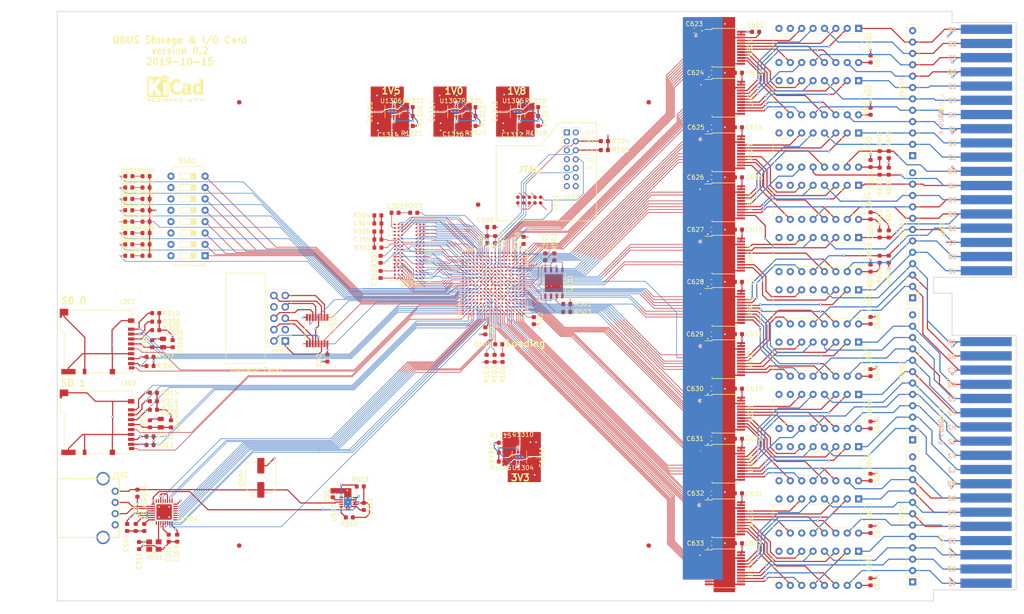
<source format=kicad_pcb>
(kicad_pcb (version 20171130) (host pcbnew 5.1.6~rc1+dfsg1-1)
  (title_block (title QSIC) (date 2019-10-12) (rev 0.2))
  (layers (0 F.Cu signal) (1 GND.Cu power) (2 Pwr.Cu power) (31 B.Cu signal) (34 B.Paste user) (35 F.Paste user) (36 B.SilkS user) (37 F.SilkS user) (38 B.Mask user) (39 F.Mask user) (44 Edge.Cuts user))
  (net 0 "")
  (net 1 GND)
  (net 2 /Memory/VREF15)
  (net 3 /Memory/RESET#)
  (net 4 /Memory/CK#)
  (net 5 /Memory/CK)
  (net 6 /Memory/BA1)
  (net 7 /Memory/CKE)
  (net 8 /Memory/DQL5)
  (net 9 /Memory/DQL3)
  (net 10 /Memory/DQL1)
  (net 11 /Memory/DML)
  (net 12 /Memory/DQL0)
  (net 13 /Memory/DQU6)
  (net 14 /Memory/A10)
  (net 15 /Memory/DQL7)
  (net 16 /Memory/DQL2)
  (net 17 /Memory/DQSL)
  (net 18 /Memory/DQU4)
  (net 19 /Memory/DQU7)
  (net 20 /Memory/A4)
  (net 21 /Memory/A12)
  (net 22 /Memory/CAS#)
  (net 23 /Memory/RAS#)
  (net 24 /Memory/DQL6)
  (net 25 /Memory/DQU2)
  (net 26 /Memory/DQU5)
  (net 27 /Memory/A6)
  (net 28 /Memory/WE#)
  (net 29 /Memory/DQL4)
  (net 30 /Memory/DQU0)
  (net 31 /Memory/DQSU#)
  (net 32 /Memory/DQSU)
  (net 33 /Memory/A11)
  (net 34 /Memory/A3)
  (net 35 /Memory/BA0)
  (net 36 /Memory/ODT)
  (net 37 /Memory/DQU1)
  (net 38 /Memory/A8)
  (net 39 /Memory/A1)
  (net 40 /Memory/A7)
  (net 41 /Memory/BA2)
  (net 42 /Memory/DMU)
  (net 43 /Memory/DQU3)
  (net 44 /Memory/A13)
  (net 45 /Memory/A2)
  (net 46 /Memory/A5)
  (net 47 /Memory/A9)
  (net 48 /Memory/DQSL#)
  (net 49 /Memory/A0)
  (net 50 /5V0)
  (net 51 /3V3)
  (net 52 "Net-(R301-Pad1)")
  (net 53 "Net-(U101-PadK18)")
  (net 54 "Net-(U101-PadK17)")
  (net 55 "Net-(U101-PadL16)")
  (net 56 "Net-(U101-PadD14)")
  (net 57 "Net-(U101-PadC14)")
  (net 58 "Net-(U101-PadB14)")
  (net 59 "Net-(U101-PadG13)")
  (net 60 "Net-(U101-PadD13)")
  (net 61 "Net-(U101-PadR12)")
  (net 62 "Net-(U101-PadD12)")
  (net 63 "Net-(U101-PadC12)")
  (net 64 "Net-(U101-PadR11)")
  (net 65 "Net-(U101-PadB11)")
  (net 66 "Net-(U101-PadC2)")
  (net 67 "Net-(U301-PadT7)")
  (net 68 "Net-(J601-PadV1)")
  (net 69 "Net-(J601-PadU1)")
  (net 70 "Net-(J601-PadS1)")
  (net 71 "Net-(J601-PadL1)")
  (net 72 "Net-(J601-PadK1)")
  (net 73 "Net-(J601-PadH1)")
  (net 74 "Net-(J601-PadF1)")
  (net 75 "Net-(J601-PadE1)")
  (net 76 "Net-(J601-PadB2)")
  (net 77 "Net-(J602-PadU1)")
  (net 78 "Net-(J602-PadS1)")
  (net 79 "Net-(J602-PadL1)")
  (net 80 "Net-(J602-PadK1)")
  (net 81 "Net-(J602-PadH1)")
  (net 82 "Net-(J602-PadB2)")
  (net 83 "Net-(J602-PadD2)")
  (net 84 /1V8)
  (net 85 /1V5)
  (net 86 /1V0)
  (net 87 "Net-(R1314-Pad2)")
  (net 88 "Net-(R1315-Pad2)")
  (net 89 "Net-(R1317-Pad2)")
  (net 90 "Net-(R1318-Pad2)")
  (net 91 "Net-(R1320-Pad2)")
  (net 92 "Net-(R1321-Pad2)")
  (net 93 "Net-(R1323-Pad2)")
  (net 94 "Net-(R1324-Pad2)")
  (net 95 "Net-(D101-Pad2)")
  (net 96 "Net-(R102-Pad2)")
  (net 97 "Net-(R103-Pad2)")
  (net 98 "Net-(R501-Pad2)")
  (net 99 "Net-(R502-Pad2)")
  (net 100 "Net-(R503-Pad2)")
  (net 101 /TDO)
  (net 102 /TMS)
  (net 103 /TDI)
  (net 104 "Net-(D101-Pad1)")
  (net 105 /TCK)
  (net 106 "Net-(J101-Pad10)")
  (net 107 "Net-(J102-Pad14)")
  (net 108 "Net-(J102-Pad12)")
  (net 109 "Net-(U601-Pad14)")
  (net 110 "Net-(U601-Pad6)")
  (net 111 "Net-(U601-Pad13)")
  (net 112 "Net-(U601-Pad5)")
  (net 113 "Net-(U601-Pad11)")
  (net 114 "Net-(U601-Pad3)")
  (net 115 "Net-(U601-Pad10)")
  (net 116 "Net-(U601-Pad2)")
  (net 117 "Net-(U602-Pad14)")
  (net 118 "Net-(U602-Pad6)")
  (net 119 "Net-(U602-Pad13)")
  (net 120 "Net-(U602-Pad5)")
  (net 121 "Net-(U602-Pad11)")
  (net 122 "Net-(U602-Pad3)")
  (net 123 "Net-(U602-Pad10)")
  (net 124 "Net-(U602-Pad2)")
  (net 125 "Net-(U603-Pad6)")
  (net 126 "Net-(U603-Pad13)")
  (net 127 "Net-(U603-Pad5)")
  (net 128 "Net-(U603-Pad11)")
  (net 129 "Net-(U603-Pad3)")
  (net 130 "Net-(U603-Pad10)")
  (net 131 "Net-(U603-Pad2)")
  (net 132 "Net-(U604-Pad14)")
  (net 133 "Net-(U604-Pad6)")
  (net 134 "Net-(U604-Pad13)")
  (net 135 "Net-(U604-Pad5)")
  (net 136 "Net-(U604-Pad3)")
  (net 137 "Net-(U604-Pad10)")
  (net 138 "Net-(U604-Pad2)")
  (net 139 "Net-(U605-Pad14)")
  (net 140 "Net-(U605-Pad6)")
  (net 141 "Net-(U605-Pad13)")
  (net 142 "Net-(U605-Pad5)")
  (net 143 "Net-(U605-Pad11)")
  (net 144 "Net-(U605-Pad3)")
  (net 145 "Net-(U605-Pad10)")
  (net 146 "Net-(U606-Pad14)")
  (net 147 "Net-(U606-Pad6)")
  (net 148 "Net-(U606-Pad13)")
  (net 149 "Net-(U606-Pad3)")
  (net 150 "Net-(U606-Pad10)")
  (net 151 "Net-(U606-Pad2)")
  (net 152 "Net-(U607-Pad14)")
  (net 153 "Net-(U607-Pad6)")
  (net 154 "Net-(U607-Pad13)")
  (net 155 "Net-(U607-Pad5)")
  (net 156 "Net-(U607-Pad11)")
  (net 157 "Net-(U607-Pad3)")
  (net 158 "Net-(U607-Pad10)")
  (net 159 "Net-(U607-Pad2)")
  (net 160 "Net-(U608-Pad14)")
  (net 161 "Net-(U608-Pad6)")
  (net 162 "Net-(U608-Pad13)")
  (net 163 "Net-(U608-Pad5)")
  (net 164 "Net-(U608-Pad11)")
  (net 165 "Net-(U608-Pad3)")
  (net 166 "Net-(U608-Pad10)")
  (net 167 "Net-(U608-Pad2)")
  (net 168 "Net-(U609-Pad14)")
  (net 169 "Net-(U609-Pad6)")
  (net 170 "Net-(U609-Pad13)")
  (net 171 "Net-(U609-Pad5)")
  (net 172 "Net-(U609-Pad11)")
  (net 173 "Net-(U609-Pad3)")
  (net 174 "Net-(U609-Pad10)")
  (net 175 "Net-(U609-Pad2)")
  (net 176 "Net-(U610-Pad14)")
  (net 177 "Net-(U610-Pad6)")
  (net 178 "Net-(U610-Pad13)")
  (net 179 "Net-(U610-Pad5)")
  (net 180 "Net-(U610-Pad3)")
  (net 181 "Net-(U610-Pad10)")
  (net 182 "Net-(U610-Pad2)")
  (net 183 "Net-(U611-Pad14)")
  (net 184 "Net-(U611-Pad6)")
  (net 185 "Net-(U611-Pad13)")
  (net 186 "Net-(U611-Pad5)")
  (net 187 "Net-(U611-Pad11)")
  (net 188 "Net-(U611-Pad3)")
  (net 189 "Net-(U611-Pad10)")
  (net 190 "Net-(U611-Pad2)")
  (net 191 "Net-(C504-Pad1)")
  (net 192 "Net-(C509-Pad1)")
  (net 193 "Net-(C510-Pad1)")
  (net 194 "Net-(D501-Pad2)")
  (net 195 "Net-(D502-Pad2)")
  (net 196 "Net-(D503-Pad2)")
  (net 197 "Net-(D504-Pad2)")
  (net 198 "Net-(D505-Pad2)")
  (net 199 "Net-(D506-Pad2)")
  (net 200 "Net-(D507-Pad2)")
  (net 201 "Net-(D508-Pad2)")
  (net 202 "Net-(J501-Pad3)")
  (net 203 "Net-(J501-Pad2)")
  (net 204 "Net-(R512-Pad2)")
  (net 205 "Net-(R513-Pad2)")
  (net 206 "Net-(R514-Pad1)")
  (net 207 "Net-(R515-Pad1)")
  (net 208 "Net-(R516-Pad1)")
  (net 209 "Net-(U101-PadC11)")
  (net 210 "Net-(U101-PadD10)")
  (net 211 "Net-(U101-PadC10)")
  (net 212 "Net-(U101-PadA10)")
  (net 213 "Net-(U101-PadD9)")
  (net 214 "Net-(U101-PadC9)")
  (net 215 "Net-(U101-PadB9)")
  (net 216 "Net-(U101-PadA9)")
  (net 217 "Net-(U101-PadB8)")
  (net 218 "Net-(U101-PadA8)")
  (net 219 "Net-(U502-Pad9)")
  (net 220 "Net-(U502-Pad5)")
  (net 221 "Net-(U504-Pad26)")
  (net 222 "Net-(U504-Pad25)")
  (net 223 "Net-(U504-Pad16)")
  (net 224 "Net-(U504-Pad15)")
  (net 225 "Net-(X501-Pad1)")
  (net 226 "Net-(U101-PadT9)")
  (net 227 "Net-(U101-PadH15)")
  (net 228 "Net-(U101-PadF15)")
  (net 229 "/QBUS & I/O/LED_0")
  (net 230 "/QBUS & I/O/LED_1")
  (net 231 "/QBUS & I/O/LED_2")
  (net 232 "/QBUS & I/O/LED_3")
  (net 233 "/QBUS & I/O/LED_4")
  (net 234 "/QBUS & I/O/LED_5")
  (net 235 "/QBUS & I/O/LED_6")
  (net 236 "/QBUS & I/O/LED_7")
  (net 237 "/QBUS & I/O/sd0_det")
  (net 238 "/QBUS & I/O/sd0_dat1")
  (net 239 "/QBUS & I/O/sd0_dat0")
  (net 240 "/QBUS & I/O/sd0_clk")
  (net 241 "/QBUS & I/O/sd0_cmd")
  (net 242 "/QBUS & I/O/sd0_dat3")
  (net 243 "/QBUS & I/O/sd0_dat2")
  (net 244 "/QBUS & I/O/sd1_det")
  (net 245 "/QBUS & I/O/sd1_dat1")
  (net 246 "/QBUS & I/O/sd1_dat0")
  (net 247 "/QBUS & I/O/sd1_clk")
  (net 248 "/QBUS & I/O/sd1_cmd")
  (net 249 "/QBUS & I/O/sd1_dat3")
  (net 250 "/QBUS & I/O/sd1_dat2")
  (net 251 "/QBUS & I/O/QBUS-int/BREF")
  (net 252 "/QBUS & I/O/QBUS-int/BHALT")
  (net 253 "/QBUS & I/O/QBUS-int/BDMR")
  (net 254 "/QBUS & I/O/QBUS-int/BDAL17")
  (net 255 "/QBUS & I/O/QBUS-int/BDAL16")
  (net 256 "/QBUS & I/O/QBUS-int/BIRQ6")
  (net 257 "/QBUS & I/O/QBUS-int/BIRQ5")
  (net 258 "/QBUS & I/O/QBUS-int/BDAL0")
  (net 259 "/QBUS & I/O/QBUS-int/BDAL1")
  (net 260 "/QBUS & I/O/QBUS-int/BIAKO")
  (net 261 "/QBUS & I/O/QBUS-int/BBS7")
  (net 262 "/QBUS & I/O/QBUS-int/BDMGI")
  (net 263 "/QBUS & I/O/QBUS-int/BDMGO")
  (net 264 "/QBUS & I/O/QBUS-int/BINIT")
  (net 265 "/QBUS & I/O/QBUS-int/BDOUT")
  (net 266 "/QBUS & I/O/QBUS-int/BRPLY")
  (net 267 "/QBUS & I/O/QBUS-int/BDIN")
  (net 268 "/QBUS & I/O/QBUS-int/BSYNC")
  (net 269 "/QBUS & I/O/QBUS-int/BWTBT")
  (net 270 "/QBUS & I/O/QBUS-int/BIRQ4")
  (net 271 "/QBUS & I/O/QBUS-int/BIAKI")
  (net 272 "/QBUS & I/O/QBUS-int/BEVNT")
  (net 273 "/QBUS & I/O/QBUS-int/BIRQ7")
  (net 274 "/QBUS & I/O/QBUS-int/BSACK")
  (net 275 "/QBUS & I/O/QBUS-int/BDAL21")
  (net 276 "/QBUS & I/O/QBUS-int/BDAL20")
  (net 277 "/QBUS & I/O/QBUS-int/BDAL19")
  (net 278 "/QBUS & I/O/QBUS-int/BDAL18")
  (net 279 "/QBUS & I/O/QBUS-int/BPOK")
  (net 280 "/QBUS & I/O/QBUS-int/BDCOK")
  (net 281 "/QBUS & I/O/QBUS-int/BDAL14")
  (net 282 "/QBUS & I/O/QBUS-int/BDAL15")
  (net 283 "/QBUS & I/O/QBUS-int/BDAL9")
  (net 284 "/QBUS & I/O/QBUS-int/BDAL10")
  (net 285 "/QBUS & I/O/QBUS-int/BDAL11")
  (net 286 "/QBUS & I/O/QBUS-int/BDAL12")
  (net 287 "/QBUS & I/O/QBUS-int/BDAL13")
  (net 288 "/QBUS & I/O/QBUS-int/BDAL2")
  (net 289 "/QBUS & I/O/QBUS-int/BDAL3")
  (net 290 "/QBUS & I/O/QBUS-int/BDAL4")
  (net 291 "/QBUS & I/O/QBUS-int/BDAL5")
  (net 292 "/QBUS & I/O/QBUS-int/BDAL6")
  (net 293 "/QBUS & I/O/QBUS-int/BDAL7")
  (net 294 "/QBUS & I/O/QBUS-int/BDAL8")
  (net 295 "/QBUS & I/O/IPdata_P")
  (net 296 "/QBUS & I/O/IPdata_N")
  (net 297 "/QBUS & I/O/IPlatch_P")
  (net 298 "/QBUS & I/O/IPlatch_N")
  (net 299 "/QBUS & I/O/IPblank_P")
  (net 300 "/QBUS & I/O/IPblank_N")
  (net 301 "/QBUS & I/O/IPclk_P")
  (net 302 "/QBUS & I/O/IPclk_N")
  (net 303 "/QBUS & I/O/SW_0")
  (net 304 "/QBUS & I/O/SW_1")
  (net 305 "/QBUS & I/O/SW_2")
  (net 306 "/QBUS & I/O/SW_3")
  (net 307 "/QBUS & I/O/SW_4")
  (net 308 "/QBUS & I/O/SW_5")
  (net 309 "/QBUS & I/O/SW_6")
  (net 310 "/QBUS & I/O/SW_7")
  (net 311 "/QBUS & I/O/TDAL5")
  (net 312 "/QBUS & I/O/TDAL6")
  (net 313 "/QBUS & I/O/TDAL4")
  (net 314 "/QBUS & I/O/RSACK")
  (net 315 "/QBUS & I/O/RDAL8")
  (net 316 "/QBUS & I/O/TDAL2")
  (net 317 "/QBUS & I/O/RDMGI")
  (net 318 "/QBUS & I/O/TBS7")
  (net 319 "/QBUS & I/O/RREF")
  (net 320 "/QBUS & I/O/RBS7")
  (net 321 "/QBUS & I/O/TDIN")
  (net 322 "/QBUS & I/O/TRPLY")
  (net 323 "/QBUS & I/O/TDAL17")
  (net 324 "/QBUS & I/O/TSACK")
  (net 325 "/QBUS & I/O/TDAL7")
  (net 326 "/QBUS & I/O/TDAL21")
  (net 327 "/QBUS & I/O/RDAL9")
  (net 328 "/QBUS & I/O/RDAL7")
  (net 329 "/QBUS & I/O/RDAL5")
  (net 330 "/QBUS & I/O/RINIT")
  (net 331 "/QBUS & I/O/TINIT")
  (net 332 "/QBUS & I/O/TIAKO")
  (net 333 "/QBUS & I/O/RIAKI")
  (net 334 "/QBUS & I/O/TSYNC")
  (net 335 "/QBUS & I/O/TDOUT")
  (net 336 "/QBUS & I/O/TDAL16")
  (net 337 "/QBUS & I/O/RDAL10")
  (net 338 "/QBUS & I/O/TDAL9")
  (net 339 "/QBUS & I/O/RDAL6")
  (net 340 "/QBUS & I/O/RDAL4")
  (net 341 "/QBUS & I/O/TDAL3")
  (net 342 "/QBUS & I/O/TDAL19")
  (net 343 "/QBUS & I/O/TDMGO")
  (net 344 "/QBUS & I/O/RDAL0")
  (net 345 "/QBUS & I/O/TREF")
  (net 346 "/QBUS & I/O/RDMR")
  (net 347 "/QBUS & I/O/RHALT")
  (net 348 "/QBUS & I/O/RWTBT")
  (net 349 "/QBUS & I/O/RIRQ4")
  (net 350 "/QBUS & I/O/TIRQ5")
  (net 351 "/QBUS & I/O/RIRQ7")
  (net 352 "/QBUS & I/O/TDAL8")
  (net 353 "/QBUS & I/O/RDAL20")
  (net 354 "/QBUS & I/O/RDAL3")
  (net 355 "/QBUS & I/O/RDAL18")
  (net 356 "/QBUS & I/O/TDAL18")
  (net 357 "/QBUS & I/O/RDCOK")
  (net 358 "/QBUS & I/O/RDIN")
  (net 359 "/QBUS & I/O/RSYNC")
  (net 360 "/QBUS & I/O/TIRQ6")
  (net 361 "/QBUS & I/O/RDOUT")
  (net 362 "/QBUS & I/O/RDAL12")
  (net 363 "/QBUS & I/O/RDAL13")
  (net 364 "/QBUS & I/O/REVNT")
  (net 365 "/QBUS & I/O/RDAL19")
  (net 366 "/QBUS & I/O/RDAL2")
  (net 367 "/QBUS & I/O/TDAL1")
  (net 368 "/QBUS & I/O/RPOK")
  (net 369 "/QBUS & I/O/TDMR")
  (net 370 "/QBUS & I/O/TIRQ4")
  (net 371 "/QBUS & I/O/RRPLY")
  (net 372 "/QBUS & I/O/RDAL15")
  (net 373 "/QBUS & I/O/RDAL11")
  (net 374 "/QBUS & I/O/RDAL21")
  (net 375 "/QBUS & I/O/TDAL20")
  (net 376 "/QBUS & I/O/TDAL0")
  (net 377 "/QBUS & I/O/RDAL1")
  (net 378 "/QBUS & I/O/TWTBT")
  (net 379 "/QBUS & I/O/RDAL16")
  (net 380 "/QBUS & I/O/RDAL17")
  (net 381 "/QBUS & I/O/TDAL10")
  (net 382 "/QBUS & I/O/RDAL14")
  (net 383 "/QBUS & I/O/RIRQ5")
  (net 384 "/QBUS & I/O/TDAL12")
  (net 385 "/QBUS & I/O/TDAL13")
  (net 386 "/QBUS & I/O/TIRQ7")
  (net 387 "/QBUS & I/O/RIRQ6")
  (net 388 "/QBUS & I/O/TDAL14")
  (net 389 "/QBUS & I/O/TDAL15")
  (net 390 "/QBUS & I/O/TDAL11")
  (net 391 "/QBUS & I/O/CCLK")
  (net 392 "/QBUS & I/O/ip_clk")
  (net 393 "/QBUS & I/O/ip_blank")
  (net 394 "/QBUS & I/O/ip_latch")
  (net 395 "/QBUS & I/O/ip_data")
  (net 396 "/QBUS & I/O/usb0_dir")
  (net 397 "/QBUS & I/O/usb0_stp")
  (net 398 "/QBUS & I/O/usb0_resetb")
  (net 399 "/QBUS & I/O/usb0_d7")
  (net 400 "/QBUS & I/O/usb0_d6")
  (net 401 "/QBUS & I/O/usb0_d5")
  (net 402 "/QBUS & I/O/usb0_d4")
  (net 403 "/QBUS & I/O/usb0_d3")
  (net 404 "/QBUS & I/O/usb0_d2")
  (net 405 "/QBUS & I/O/usb0_d1")
  (net 406 "/QBUS & I/O/usb0_d0")
  (net 407 "/QBUS & I/O/usb0_nxt")
  (net 408 "/QBUS & I/O/usb0_clk60")
  (net 409 "Net-(U101-PadN6)")
  (net 410 "Net-(U101-PadP5)")
  (net 411 "Net-(U101-PadL6)")
  (net 412 "Net-(C308-Pad1)")
  (net 413 "Net-(C310-Pad1)")
  (module DEC:DEC_Edge_Fingers_single_height (layer F.Cu) (at 234.42 28.384 270)
    (fp_text reference J601 (at 45.72 3.81 90) (layer F.SilkS))
    (fp_text value QBUS_A (at 18.161 3.81 90) (layer F.SilkS))
    (fp_text user L2 (at 29.718 1.524 180) (layer B.SilkS) (effects (justify mirror)))
    (fp_text user P2 (at 39.243 1.524 180) (layer B.SilkS) (effects (justify mirror)))
    (fp_text user T2 (at 48.768 1.524 180) (layer B.SilkS) (effects (justify mirror)))
    (fp_text user F2 (at 17.018 1.524 180) (layer B.SilkS) (effects (justify mirror)))
    (fp_text user E2 (at 13.843 1.524 180) (layer B.SilkS) (effects (justify mirror)))
    (fp_text user U2 (at 51.816 1.524 180) (layer B.SilkS) (effects (justify mirror)))
    (fp_text user K2 (at 26.543 1.524 180) (layer B.SilkS) (effects (justify mirror)))
    (fp_text user S2 (at 45.593 1.524 180) (layer B.SilkS) (effects (justify mirror)))
    (fp_text user V2 (at 55.118 1.524 180) (layer B.SilkS) (effects (justify mirror)))
    (fp_text user H2 (at 20.193 1.524 180) (layer B.SilkS) (effects (justify mirror)))
    (fp_text user J2 (at 23.368 1.524 180) (layer B.SilkS) (effects (justify mirror)))
    (fp_text user B2 (at 4.318 1.524 180) (layer B.SilkS) (effects (justify mirror)))
    (fp_text user M2 (at 32.766 1.524 180) (layer B.SilkS) (effects (justify mirror)))
    (fp_text user C2 (at 7.493 1.524 180) (layer B.SilkS) (effects (justify mirror)))
    (fp_text user R2 (at 42.418 1.524 180) (layer B.SilkS) (effects (justify mirror)))
    (fp_text user N2 (at 36.068 1.524 180) (layer B.SilkS) (effects (justify mirror)))
    (fp_text user A2 (at 1.143 1.524 180) (layer B.SilkS) (effects (justify mirror)))
    (fp_text user D2 (at 10.668 1.524 180) (layer B.SilkS) (effects (justify mirror)))
    (fp_text user A1 (at 1.016 1.524) (layer F.SilkS))
    (fp_text user B1 (at 4.191 1.524) (layer F.SilkS))
    (fp_text user C1 (at 7.366 1.524) (layer F.SilkS))
    (fp_text user D1 (at 10.541 1.524) (layer F.SilkS))
    (fp_text user E1 (at 13.716 1.524) (layer F.SilkS))
    (fp_text user F1 (at 16.891 1.524) (layer F.SilkS))
    (fp_text user H1 (at 20.066 1.524) (layer F.SilkS))
    (fp_text user J1 (at 23.241 1.524) (layer F.SilkS))
    (fp_text user K1 (at 26.416 1.524) (layer F.SilkS))
    (fp_text user L1 (at 29.591 1.524) (layer F.SilkS))
    (fp_text user M1 (at 32.639 1.524) (layer F.SilkS))
    (fp_text user N1 (at 35.941 1.524) (layer F.SilkS))
    (fp_text user P1 (at 39.116 1.524) (layer F.SilkS))
    (fp_text user R1 (at 42.291 1.524) (layer F.SilkS))
    (fp_text user S1 (at 45.466 1.524) (layer F.SilkS))
    (fp_text user T1 (at 48.641 1.524) (layer F.SilkS))
    (fp_text user U1 (at 51.689 1.524) (layer F.SilkS))
    (fp_text user V1 (at 54.991 1.524) (layer F.SilkS))
    (pad V1 connect rect (at 54.991 -6.096 270) (size 2.032 11.43) (layers F.Cu F.Mask) (net 68 "Net-(J601-PadV1)"))
    (pad U1 connect rect (at 51.816 -6.096 270) (size 2.032 11.43) (layers F.Cu F.Mask) (net 69 "Net-(J601-PadU1)"))
    (pad T1 connect rect (at 48.641 -6.096 270) (size 2.032 11.43) (layers F.Cu F.Mask) (net 1 GND))
    (pad S1 connect rect (at 45.466 -6.096 270) (size 2.032 11.43) (layers F.Cu F.Mask) (net 70 "Net-(J601-PadS1)"))
    (pad R1 connect rect (at 42.291 -6.096 270) (size 2.032 11.43) (layers F.Cu F.Mask) (net 251 "/QBUS & I/O/QBUS-int/BREF"))
    (pad P1 connect rect (at 39.116 -6.096 270) (size 2.032 11.43) (layers F.Cu F.Mask) (net 252 "/QBUS & I/O/QBUS-int/BHALT"))
    (pad N1 connect rect (at 35.941 -6.096 270) (size 2.032 11.43) (layers F.Cu F.Mask) (net 253 "/QBUS & I/O/QBUS-int/BDMR"))
    (pad M1 connect rect (at 32.766 -6.096 270) (size 2.032 11.43) (layers F.Cu F.Mask) (net 1 GND))
    (pad L1 connect rect (at 29.591 -6.096 270) (size 2.032 11.43) (layers F.Cu F.Mask) (net 71 "Net-(J601-PadL1)"))
    (pad K1 connect rect (at 26.416 -6.096 270) (size 2.032 11.43) (layers F.Cu F.Mask) (net 72 "Net-(J601-PadK1)"))
    (pad J1 connect rect (at 23.241 -6.096 270) (size 2.032 11.43) (layers F.Cu F.Mask) (net 1 GND))
    (pad H1 connect rect (at 20.066 -6.096 270) (size 2.032 11.43) (layers F.Cu F.Mask) (net 73 "Net-(J601-PadH1)"))
    (pad F1 connect rect (at 16.891 -6.096 270) (size 2.032 11.43) (layers F.Cu F.Mask) (net 74 "Net-(J601-PadF1)"))
    (pad E1 connect rect (at 13.716 -6.096 270) (size 2.032 11.43) (layers F.Cu F.Mask) (net 75 "Net-(J601-PadE1)"))
    (pad D1 connect rect (at 10.541 -6.096 270) (size 2.032 11.43) (layers F.Cu F.Mask) (net 254 "/QBUS & I/O/QBUS-int/BDAL17"))
    (pad C1 connect rect (at 7.366 -6.096 270) (size 2.032 11.43) (layers F.Cu F.Mask) (net 255 "/QBUS & I/O/QBUS-int/BDAL16"))
    (pad B1 connect rect (at 4.191 -6.096 270) (size 2.032 11.43) (layers F.Cu F.Mask) (net 256 "/QBUS & I/O/QBUS-int/BIRQ6"))
    (pad A1 connect rect (at 1.016 -6.096 270) (size 2.032 11.43) (layers F.Cu F.Mask) (net 257 "/QBUS & I/O/QBUS-int/BIRQ5"))
    (pad U2 connect rect (at 51.816 -6.096 270) (size 2.032 11.43) (layers B.Cu B.Mask) (net 258 "/QBUS & I/O/QBUS-int/BDAL0"))
    (pad V2 connect rect (at 54.991 -6.096 270) (size 2.032 11.43) (layers B.Cu B.Mask) (net 259 "/QBUS & I/O/QBUS-int/BDAL1"))
    (pad N2 connect rect (at 35.941 -6.096 270) (size 2.032 11.43) (layers B.Cu B.Mask) (net 260 "/QBUS & I/O/QBUS-int/BIAKO"))
    (pad P2 connect rect (at 39.116 -6.096 270) (size 2.032 11.43) (layers B.Cu B.Mask) (net 261 "/QBUS & I/O/QBUS-int/BBS7"))
    (pad R2 connect rect (at 42.291 -6.096 270) (size 2.032 11.43) (layers B.Cu B.Mask) (net 262 "/QBUS & I/O/QBUS-int/BDMGI"))
    (pad S2 connect rect (at 45.466 -6.096 270) (size 2.032 11.43) (layers B.Cu B.Mask) (net 263 "/QBUS & I/O/QBUS-int/BDMGO"))
    (pad T2 connect rect (at 48.641 -6.096 270) (size 2.032 11.43) (layers B.Cu B.Mask) (net 264 "/QBUS & I/O/QBUS-int/BINIT"))
    (pad A2 connect rect (at 1.016 -6.096 270) (size 2.032 11.43) (layers B.Cu B.Mask) (net 50 /5V0))
    (pad B2 connect rect (at 4.191 -6.096 270) (size 2.032 11.43) (layers B.Cu B.Mask) (net 76 "Net-(J601-PadB2)"))
    (pad C2 connect rect (at 7.366 -6.096 270) (size 2.032 11.43) (layers B.Cu B.Mask) (net 1 GND))
    (pad D2 connect rect (at 10.541 -6.096 270) (size 2.032 11.43) (layers B.Cu B.Mask) (net 50 /5V0))
    (pad E2 connect rect (at 13.716 -6.096 270) (size 2.032 11.43) (layers B.Cu B.Mask) (net 265 "/QBUS & I/O/QBUS-int/BDOUT"))
    (pad F2 connect rect (at 16.891 -6.096 270) (size 2.032 11.43) (layers B.Cu B.Mask) (net 266 "/QBUS & I/O/QBUS-int/BRPLY"))
    (pad H2 connect rect (at 20.066 -6.096 270) (size 2.032 11.43) (layers B.Cu B.Mask) (net 267 "/QBUS & I/O/QBUS-int/BDIN"))
    (pad J2 connect rect (at 23.241 -6.096 270) (size 2.032 11.43) (layers B.Cu B.Mask) (net 268 "/QBUS & I/O/QBUS-int/BSYNC"))
    (pad K2 connect rect (at 26.416 -6.096 270) (size 2.032 11.43) (layers B.Cu B.Mask) (net 269 "/QBUS & I/O/QBUS-int/BWTBT"))
    (pad L2 connect rect (at 29.591 -6.096 270) (size 2.032 11.43) (layers B.Cu B.Mask) (net 270 "/QBUS & I/O/QBUS-int/BIRQ4"))
    (pad M2 connect rect (at 32.766 -6.096 270) (size 2.032 11.43) (layers B.Cu B.Mask) (net 271 "/QBUS & I/O/QBUS-int/BIAKI"))
  )
  (module DEC:DEC_Edge_Fingers_single_height (layer F.Cu) (at 234.324 98.2 270)
    (fp_text reference J602 (at 45.72 3.81 90) (layer F.SilkS))
    (fp_text value QBUS_B (at 18.161 3.81 90) (layer F.SilkS))
    (fp_text user L2 (at 29.718 1.524 180) (layer B.SilkS) (effects (justify mirror)))
    (fp_text user P2 (at 39.243 1.524 180) (layer B.SilkS) (effects (justify mirror)))
    (fp_text user T2 (at 48.768 1.524 180) (layer B.SilkS) (effects (justify mirror)))
    (fp_text user F2 (at 17.018 1.524 180) (layer B.SilkS) (effects (justify mirror)))
    (fp_text user E2 (at 13.843 1.524 180) (layer B.SilkS) (effects (justify mirror)))
    (fp_text user U2 (at 51.816 1.524 180) (layer B.SilkS) (effects (justify mirror)))
    (fp_text user K2 (at 26.543 1.524 180) (layer B.SilkS) (effects (justify mirror)))
    (fp_text user S2 (at 45.593 1.524 180) (layer B.SilkS) (effects (justify mirror)))
    (fp_text user V2 (at 55.118 1.524 180) (layer B.SilkS) (effects (justify mirror)))
    (fp_text user H2 (at 20.193 1.524 180) (layer B.SilkS) (effects (justify mirror)))
    (fp_text user J2 (at 23.368 1.524 180) (layer B.SilkS) (effects (justify mirror)))
    (fp_text user B2 (at 4.318 1.524 180) (layer B.SilkS) (effects (justify mirror)))
    (fp_text user M2 (at 32.766 1.524 180) (layer B.SilkS) (effects (justify mirror)))
    (fp_text user C2 (at 7.493 1.524 180) (layer B.SilkS) (effects (justify mirror)))
    (fp_text user R2 (at 42.418 1.524 180) (layer B.SilkS) (effects (justify mirror)))
    (fp_text user N2 (at 36.068 1.524 180) (layer B.SilkS) (effects (justify mirror)))
    (fp_text user A2 (at 1.143 1.524 180) (layer B.SilkS) (effects (justify mirror)))
    (fp_text user D2 (at 10.668 1.524 180) (layer B.SilkS) (effects (justify mirror)))
    (fp_text user A1 (at 1.016 1.524) (layer F.SilkS))
    (fp_text user B1 (at 4.191 1.524) (layer F.SilkS))
    (fp_text user C1 (at 7.366 1.524) (layer F.SilkS))
    (fp_text user D1 (at 10.541 1.524) (layer F.SilkS))
    (fp_text user E1 (at 13.716 1.524) (layer F.SilkS))
    (fp_text user F1 (at 16.891 1.524) (layer F.SilkS))
    (fp_text user H1 (at 20.066 1.524) (layer F.SilkS))
    (fp_text user J1 (at 23.241 1.524) (layer F.SilkS))
    (fp_text user K1 (at 26.416 1.524) (layer F.SilkS))
    (fp_text user L1 (at 29.591 1.524) (layer F.SilkS))
    (fp_text user M1 (at 32.639 1.524) (layer F.SilkS))
    (fp_text user N1 (at 35.941 1.524) (layer F.SilkS))
    (fp_text user P1 (at 39.116 1.524) (layer F.SilkS))
    (fp_text user R1 (at 42.291 1.524) (layer F.SilkS))
    (fp_text user S1 (at 45.466 1.524) (layer F.SilkS))
    (fp_text user T1 (at 48.641 1.524) (layer F.SilkS))
    (fp_text user U1 (at 51.689 1.524) (layer F.SilkS))
    (fp_text user V1 (at 54.991 1.524) (layer F.SilkS))
    (pad V1 connect rect (at 54.991 -6.096 270) (size 2.032 11.43) (layers F.Cu F.Mask) (net 50 /5V0))
    (pad U1 connect rect (at 51.816 -6.096 270) (size 2.032 11.43) (layers F.Cu F.Mask) (net 77 "Net-(J602-PadU1)"))
    (pad T1 connect rect (at 48.641 -6.096 270) (size 2.032 11.43) (layers F.Cu F.Mask) (net 1 GND))
    (pad S1 connect rect (at 45.466 -6.096 270) (size 2.032 11.43) (layers F.Cu F.Mask) (net 78 "Net-(J602-PadS1)"))
    (pad R1 connect rect (at 42.291 -6.096 270) (size 2.032 11.43) (layers F.Cu F.Mask) (net 272 "/QBUS & I/O/QBUS-int/BEVNT"))
    (pad P1 connect rect (at 39.116 -6.096 270) (size 2.032 11.43) (layers F.Cu F.Mask) (net 273 "/QBUS & I/O/QBUS-int/BIRQ7"))
    (pad N1 connect rect (at 35.941 -6.096 270) (size 2.032 11.43) (layers F.Cu F.Mask) (net 274 "/QBUS & I/O/QBUS-int/BSACK"))
    (pad M1 connect rect (at 32.766 -6.096 270) (size 2.032 11.43) (layers F.Cu F.Mask) (net 1 GND))
    (pad L1 connect rect (at 29.591 -6.096 270) (size 2.032 11.43) (layers F.Cu F.Mask) (net 79 "Net-(J602-PadL1)"))
    (pad K1 connect rect (at 26.416 -6.096 270) (size 2.032 11.43) (layers F.Cu F.Mask) (net 80 "Net-(J602-PadK1)"))
    (pad J1 connect rect (at 23.241 -6.096 270) (size 2.032 11.43) (layers F.Cu F.Mask) (net 1 GND))
    (pad H1 connect rect (at 20.066 -6.096 270) (size 2.032 11.43) (layers F.Cu F.Mask) (net 81 "Net-(J602-PadH1)"))
    (pad F1 connect rect (at 16.891 -6.096 270) (size 2.032 11.43) (layers F.Cu F.Mask) (net 275 "/QBUS & I/O/QBUS-int/BDAL21"))
    (pad E1 connect rect (at 13.716 -6.096 270) (size 2.032 11.43) (layers F.Cu F.Mask) (net 276 "/QBUS & I/O/QBUS-int/BDAL20"))
    (pad D1 connect rect (at 10.541 -6.096 270) (size 2.032 11.43) (layers F.Cu F.Mask) (net 277 "/QBUS & I/O/QBUS-int/BDAL19"))
    (pad C1 connect rect (at 7.366 -6.096 270) (size 2.032 11.43) (layers F.Cu F.Mask) (net 278 "/QBUS & I/O/QBUS-int/BDAL18"))
    (pad B1 connect rect (at 4.191 -6.096 270) (size 2.032 11.43) (layers F.Cu F.Mask) (net 279 "/QBUS & I/O/QBUS-int/BPOK"))
    (pad A1 connect rect (at 1.016 -6.096 270) (size 2.032 11.43) (layers F.Cu F.Mask) (net 280 "/QBUS & I/O/QBUS-int/BDCOK"))
    (pad U2 connect rect (at 51.816 -6.096 270) (size 2.032 11.43) (layers B.Cu B.Mask) (net 281 "/QBUS & I/O/QBUS-int/BDAL14"))
    (pad V2 connect rect (at 54.991 -6.096 270) (size 2.032 11.43) (layers B.Cu B.Mask) (net 282 "/QBUS & I/O/QBUS-int/BDAL15"))
    (pad N2 connect rect (at 35.941 -6.096 270) (size 2.032 11.43) (layers B.Cu B.Mask) (net 283 "/QBUS & I/O/QBUS-int/BDAL9"))
    (pad P2 connect rect (at 39.116 -6.096 270) (size 2.032 11.43) (layers B.Cu B.Mask) (net 284 "/QBUS & I/O/QBUS-int/BDAL10"))
    (pad R2 connect rect (at 42.291 -6.096 270) (size 2.032 11.43) (layers B.Cu B.Mask) (net 285 "/QBUS & I/O/QBUS-int/BDAL11"))
    (pad S2 connect rect (at 45.466 -6.096 270) (size 2.032 11.43) (layers B.Cu B.Mask) (net 286 "/QBUS & I/O/QBUS-int/BDAL12"))
    (pad T2 connect rect (at 48.641 -6.096 270) (size 2.032 11.43) (layers B.Cu B.Mask) (net 287 "/QBUS & I/O/QBUS-int/BDAL13"))
    (pad A2 connect rect (at 1.016 -6.096 270) (size 2.032 11.43) (layers B.Cu B.Mask) (net 50 /5V0))
    (pad B2 connect rect (at 4.191 -6.096 270) (size 2.032 11.43) (layers B.Cu B.Mask) (net 82 "Net-(J602-PadB2)"))
    (pad C2 connect rect (at 7.366 -6.096 270) (size 2.032 11.43) (layers B.Cu B.Mask) (net 1 GND))
    (pad D2 connect rect (at 10.541 -6.096 270) (size 2.032 11.43) (layers B.Cu B.Mask) (net 83 "Net-(J602-PadD2)"))
    (pad E2 connect rect (at 13.716 -6.096 270) (size 2.032 11.43) (layers B.Cu B.Mask) (net 288 "/QBUS & I/O/QBUS-int/BDAL2"))
    (pad F2 connect rect (at 16.891 -6.096 270) (size 2.032 11.43) (layers B.Cu B.Mask) (net 289 "/QBUS & I/O/QBUS-int/BDAL3"))
    (pad H2 connect rect (at 20.066 -6.096 270) (size 2.032 11.43) (layers B.Cu B.Mask) (net 290 "/QBUS & I/O/QBUS-int/BDAL4"))
    (pad J2 connect rect (at 23.241 -6.096 270) (size 2.032 11.43) (layers B.Cu B.Mask) (net 291 "/QBUS & I/O/QBUS-int/BDAL5"))
    (pad K2 connect rect (at 26.416 -6.096 270) (size 2.032 11.43) (layers B.Cu B.Mask) (net 292 "/QBUS & I/O/QBUS-int/BDAL6"))
    (pad L2 connect rect (at 29.591 -6.096 270) (size 2.032 11.43) (layers B.Cu B.Mask) (net 293 "/QBUS & I/O/QBUS-int/BDAL7"))
    (pad M2 connect rect (at 32.766 -6.096 270) (size 2.032 11.43) (layers B.Cu B.Mask) (net 294 "/QBUS & I/O/QBUS-int/BDAL8"))
  )
  (module Fiducial:Fiducial_1mm_Mask2mm (layer F.Cu) (at 127 68.58)
    (fp_text reference FID105 hide)
    (fp_text value Fiducial)
    (pad "" smd circle (at 0 0) (size 1 1) (layers F.Cu F.Mask) (clearance 0.5))
  )
  (module Fiducial:Fiducial_1mm_Mask2mm (layer F.Cu) (at 165.1 144.78)
    (fp_text reference FID104 hide)
    (fp_text value Fiducial)
    (pad "" smd circle (at 0 0) (size 1 1) (layers F.Cu F.Mask) (clearance 0.5))
  )
  (module Fiducial:Fiducial_1mm_Mask2mm (layer F.Cu) (at 73.66 144.78)
    (fp_text reference FID103 hide)
    (fp_text value Fiducial)
    (pad "" smd circle (at 0 0) (size 1 1) (layers F.Cu F.Mask) (clearance 0.5))
  )
  (module Fiducial:Fiducial_1mm_Mask2mm (layer F.Cu) (at 165.1 45.72)
    (fp_text reference FID102 hide)
    (fp_text value Fiducial)
    (pad "" smd circle (at 0 0) (size 1 1) (layers F.Cu F.Mask) (clearance 0.5))
  )
  (module Fiducial:Fiducial_1mm_Mask2mm (layer F.Cu) (at 73.66 45.72)
    (fp_text reference FID101 hide)
    (fp_text value Fiducial)
    (pad "" smd circle (at 0 0) (size 1 1) (layers F.Cu F.Mask) (clearance 0.5))
  )
  (module Resistor_SMD:R_0603_1608Metric (layer F.Cu) (at 155.2075 56.4 180)
    (fp_text reference R105 (at -3.6 0) (layer F.SilkS))
    (fp_text value 10k)
    (pad 2 smd roundrect (at 0.7875 0 180) (size 0.875 0.95) (layers F.Cu F.Paste F.Mask) (net 105 /TCK))
    (pad 1 smd roundrect (at -0.7875 0 180) (size 0.875 0.95) (layers F.Cu F.Paste F.Mask) (net 51 /3V3))
  )
  (module Resistor_SMD:R_0603_1608Metric (layer F.Cu) (at 155.2075 54.4 180)
    (fp_text reference R104 (at -3.6 0) (layer F.SilkS))
    (fp_text value 10k)
    (pad 2 smd roundrect (at 0.7875 0 180) (size 0.875 0.95) (layers F.Cu F.Paste F.Mask) (net 102 /TMS))
    (pad 1 smd roundrect (at -0.7875 0 180) (size 0.875 0.95) (layers F.Cu F.Paste F.Mask) (net 51 /3V3))
  )
  (module Resistor_SMD:R_0603_1608Metric (layer F.Cu) (at 58.42 117.5765 90)
    (fp_text reference R317 (at -0.0255 1.651 90) (layer F.SilkS))
    (fp_text value 4.7)
    (pad 2 smd roundrect (at 0.7875 0 90) (size 0.875 0.95) (layers F.Cu F.Paste F.Mask) (net 51 /3V3))
    (pad 1 smd roundrect (at -0.7875 0 90) (size 0.875 0.95) (layers F.Cu F.Paste F.Mask) (net 413 "Net-(C310-Pad1)"))
  )
  (module Resistor_SMD:R_0603_1608Metric (layer F.Cu) (at 58.801 99.6695 90)
    (fp_text reference R316 (at -0.2795 1.651 90) (layer F.SilkS))
    (fp_text value 4.7)
    (pad 2 smd roundrect (at 0.7875 0 90) (size 0.875 0.95) (layers F.Cu F.Paste F.Mask) (net 51 /3V3))
    (pad 1 smd roundrect (at -0.7875 0 90) (size 0.875 0.95) (layers F.Cu F.Paste F.Mask) (net 412 "Net-(C308-Pad1)"))
  )
  (module Resistor_SMD:R_0603_1608Metric (layer F.Cu) (at 55.0165 92.836999 180)
    (fp_text reference R310 (at -3.5305 -0.127001) (layer F.SilkS))
    (fp_text value 50k)
    (pad 2 smd roundrect (at 0.7875 0 180) (size 0.875 0.95) (layers F.Cu F.Paste F.Mask) (net 243 "/QBUS & I/O/sd0_dat2"))
    (pad 1 smd roundrect (at -0.7875 0 180) (size 0.875 0.95) (layers F.Cu F.Paste F.Mask) (net 51 /3V3))
  )
  (module Resistor_SMD:R_0603_1608Metric (layer F.Cu) (at 55.0165 94.742 180)
    (fp_text reference R309 (at -3.5305 0) (layer F.SilkS))
    (fp_text value 50k)
    (pad 2 smd roundrect (at 0.7875 0 180) (size 0.875 0.95) (layers F.Cu F.Paste F.Mask) (net 242 "/QBUS & I/O/sd0_dat3"))
    (pad 1 smd roundrect (at -0.7875 0 180) (size 0.875 0.95) (layers F.Cu F.Paste F.Mask) (net 51 /3V3))
  )
  (module Resistor_SMD:R_0603_1608Metric (layer F.Cu) (at 55.0165 96.646999 180)
    (fp_text reference R308 (at -3.5305 0.634999) (layer F.SilkS))
    (fp_text value 50k)
    (pad 2 smd roundrect (at 0.7875 0 180) (size 0.875 0.95) (layers F.Cu F.Paste F.Mask) (net 241 "/QBUS & I/O/sd0_cmd"))
    (pad 1 smd roundrect (at -0.7875 0 180) (size 0.875 0.95) (layers F.Cu F.Paste F.Mask) (net 51 /3V3))
  )
  (module Capacitor_SMD:C_0603_1608Metric (layer F.Cu) (at 53.721 117.5765 90)
    (fp_text reference C311 (at 0.2285 -1.524 90) (layer F.SilkS))
    (fp_text value 100nF)
    (pad 2 smd roundrect (at 0.7875 0 90) (size 0.875 0.95) (layers F.Cu F.Paste F.Mask) (net 1 GND))
    (pad 1 smd roundrect (at -0.7875 0 90) (size 0.875 0.95) (layers F.Cu F.Paste F.Mask) (net 413 "Net-(C310-Pad1)"))
  )
  (module Capacitor_SMD:C_0805_2012Metric (layer F.Cu) (at 56.134 117.4265 90)
    (fp_text reference C310 (at 2.3645 2.032 180) (layer F.SilkS))
    (fp_text value 22µF)
    (pad 2 smd roundrect (at 0.9375 0 90) (size 0.975 1.4) (layers F.Cu F.Paste F.Mask) (net 1 GND))
    (pad 1 smd roundrect (at -0.9375 0 90) (size 0.975 1.4) (layers F.Cu F.Paste F.Mask) (net 413 "Net-(C310-Pad1)"))
  )
  (module Capacitor_SMD:C_0603_1608Metric (layer F.Cu) (at 54.229 99.6695 90)
    (fp_text reference C309 (at -0.0255 -1.651 270) (layer F.SilkS))
    (fp_text value 100nF)
    (pad 2 smd roundrect (at 0.7875 0 90) (size 0.875 0.95) (layers F.Cu F.Paste F.Mask) (net 1 GND))
    (pad 1 smd roundrect (at -0.7875 0 90) (size 0.875 0.95) (layers F.Cu F.Paste F.Mask) (net 412 "Net-(C308-Pad1)"))
  )
  (module Capacitor_SMD:C_0805_2012Metric (layer F.Cu) (at 56.642 99.5195 90)
    (fp_text reference C308 (at 2.2375 2.54 180) (layer F.SilkS))
    (fp_text value 22µF)
    (pad 2 smd roundrect (at 0.9375 0 90) (size 0.975 1.4) (layers F.Cu F.Paste F.Mask) (net 1 GND))
    (pad 1 smd roundrect (at -0.9375 0 90) (size 0.975 1.4) (layers F.Cu F.Paste F.Mask) (net 412 "Net-(C308-Pad1)"))
  )
  (module Connector:Tag-Connect_TC2050-IDC-FP_2x05_P1.27mm_Vertical (layer F.Cu) (at 138.43 67.564)
    (fp_text reference J101 (at 5.842 0.508 270) (layer F.SilkS))
    (fp_text value Conn_02x05_Odd_Even)
    (pad "" np_thru_hole circle (at 1.905 -2.54) (size 2.3749 2.3749) (drill 2.3749) (layers *.Cu *.Mask))
    (pad "" np_thru_hole circle (at 1.905 2.54) (size 2.3749 2.3749) (drill 2.3749) (layers *.Cu *.Mask))
    (pad "" np_thru_hole circle (at -3.81 2.54) (size 2.3749 2.3749) (drill 2.3749) (layers *.Cu *.Mask))
    (pad "" np_thru_hole circle (at -3.81 -2.54) (size 2.3749 2.3749) (drill 2.3749) (layers *.Cu *.Mask))
    (pad 10 connect circle (at -2.54 -0.635) (size 0.7874 0.7874) (layers F.Cu F.Mask) (net 106 "Net-(J101-Pad10)"))
    (pad 9 connect circle (at -1.27 -0.635) (size 0.7874 0.7874) (layers F.Cu F.Mask) (net 1 GND))
    (pad 8 connect circle (at 0 -0.635) (size 0.7874 0.7874) (layers F.Cu F.Mask) (net 103 /TDI))
    (pad 7 connect circle (at 1.27 -0.635) (size 0.7874 0.7874) (layers F.Cu F.Mask) (net 1 GND))
    (pad 6 connect circle (at 2.54 -0.635) (size 0.7874 0.7874) (layers F.Cu F.Mask) (net 101 /TDO))
    (pad 5 connect circle (at 2.54 0.635) (size 0.7874 0.7874) (layers F.Cu F.Mask) (net 1 GND))
    (pad 4 connect circle (at 1.27 0.635) (size 0.7874 0.7874) (layers F.Cu F.Mask) (net 105 /TCK))
    (pad 3 connect circle (at 0 0.635) (size 0.7874 0.7874) (layers F.Cu F.Mask) (net 1 GND))
    (pad 2 connect circle (at -1.27 0.635) (size 0.7874 0.7874) (layers F.Cu F.Mask) (net 102 /TMS))
    (pad 1 connect circle (at -2.54 0.635) (size 0.7874 0.7874) (layers F.Cu F.Mask) (net 51 /3V3))
    (pad "" np_thru_hole circle (at -3.81 0) (size 0.9906 0.9906) (drill 0.9906) (layers *.Cu *.Mask))
    (pad "" np_thru_hole circle (at 3.81 1.016) (size 0.9906 0.9906) (drill 0.9906) (layers *.Cu *.Mask))
    (pad "" np_thru_hole circle (at 3.81 -1.016) (size 0.9906 0.9906) (drill 0.9906) (layers *.Cu *.Mask))
  )
  (module Capacitor_SMD:C_0603_1608Metric (layer F.Cu) (at 130.82 76.4 90)
    (fp_text reference C512 (at 0 1.524 90) (layer F.SilkS))
    (fp_text value 10µF)
    (pad 2 smd roundrect (at 0.7875 0 90) (size 0.875 0.95) (layers F.Cu F.Paste F.Mask) (net 1 GND))
    (pad 1 smd roundrect (at -0.7875 0 90) (size 0.875 0.95) (layers F.Cu F.Paste F.Mask) (net 86 /1V0))
  )
  (module Capacitor_SMD:C_0603_1608Metric (layer F.Cu) (at 129.8325 73.6 180)
    (fp_text reference C508 (at 1.2125 1.6) (layer F.SilkS))
    (fp_text value 10µF)
    (pad 2 smd roundrect (at 0.7875 0 180) (size 0.875 0.95) (layers F.Cu F.Paste F.Mask) (net 1 GND))
    (pad 1 smd roundrect (at -0.7875 0 180) (size 0.875 0.95) (layers F.Cu F.Paste F.Mask) (net 84 /1V8))
  )
  (module Package_DIP:DIP-16_W7.62mm (layer F.Cu) (at 211.963 75.946 270)
    (fp_text reference U605 (at 2.921 -2.413 90) (layer F.SilkS))
    (fp_text value DS8641-small)
    (pad 16 thru_hole oval (at 7.62 0 270) (size 1.6 1.6) (drill 0.8) (layers *.Cu *.Mask) (net 50 /5V0))
    (pad 8 thru_hole oval (at 0 17.78 270) (size 1.6 1.6) (drill 0.8) (layers *.Cu *.Mask) (net 1 GND))
    (pad 15 thru_hole oval (at 7.62 2.54 270) (size 1.6 1.6) (drill 0.8) (layers *.Cu *.Mask) (net 258 "/QBUS & I/O/QBUS-int/BDAL0"))
    (pad 7 thru_hole oval (at 0 15.24 270) (size 1.6 1.6) (drill 0.8) (layers *.Cu *.Mask) (net 1 GND))
    (pad 14 thru_hole oval (at 7.62 5.08 270) (size 1.6 1.6) (drill 0.8) (layers *.Cu *.Mask) (net 139 "Net-(U605-Pad14)"))
    (pad 6 thru_hole oval (at 0 12.7 270) (size 1.6 1.6) (drill 0.8) (layers *.Cu *.Mask) (net 140 "Net-(U605-Pad6)"))
    (pad 13 thru_hole oval (at 7.62 7.62 270) (size 1.6 1.6) (drill 0.8) (layers *.Cu *.Mask) (net 141 "Net-(U605-Pad13)"))
    (pad 5 thru_hole oval (at 0 10.16 270) (size 1.6 1.6) (drill 0.8) (layers *.Cu *.Mask) (net 142 "Net-(U605-Pad5)"))
    (pad 12 thru_hole oval (at 7.62 10.16 270) (size 1.6 1.6) (drill 0.8) (layers *.Cu *.Mask) (net 263 "/QBUS & I/O/QBUS-int/BDMGO"))
    (pad 4 thru_hole oval (at 0 7.62 270) (size 1.6 1.6) (drill 0.8) (layers *.Cu *.Mask) (net 264 "/QBUS & I/O/QBUS-int/BINIT"))
    (pad 11 thru_hole oval (at 7.62 12.7 270) (size 1.6 1.6) (drill 0.8) (layers *.Cu *.Mask) (net 143 "Net-(U605-Pad11)"))
    (pad 3 thru_hole oval (at 0 5.08 270) (size 1.6 1.6) (drill 0.8) (layers *.Cu *.Mask) (net 144 "Net-(U605-Pad3)"))
    (pad 10 thru_hole oval (at 7.62 15.24 270) (size 1.6 1.6) (drill 0.8) (layers *.Cu *.Mask) (net 145 "Net-(U605-Pad10)"))
    (pad 2 thru_hole oval (at 0 2.54 270) (size 1.6 1.6) (drill 0.8) (layers *.Cu *.Mask) (net 1 GND))
    (pad 9 thru_hole oval (at 7.62 17.78 270) (size 1.6 1.6) (drill 0.8) (layers *.Cu *.Mask) (net 1 GND))
    (pad 1 thru_hole rect (at 0 0 270) (size 1.6 1.6) (drill 0.8) (layers *.Cu *.Mask) (net 262 "/QBUS & I/O/QBUS-int/BDMGI"))
  )
  (module Package_BGA:BGA-324_15.0x15.0mm_Layout18x18_P0.8mm_Ball0.5mm_Pad0.4mm_NSMD (layer F.Cu) (at 130.41854 86.20146)
    (fp_text reference U101 (at 0 -8.5) (layer F.SilkS))
    (fp_text value XC7A75T-CSG324)
    (pad V18 smd circle (at 6.8 6.8) (size 0.4 0.4) (layers F.Cu F.Paste F.Mask) (net 51 /3V3))
    (pad U18 smd circle (at 6.8 6) (size 0.4 0.4) (layers F.Cu F.Paste F.Mask) (net 311 "/QBUS & I/O/TDAL5"))
    (pad T18 smd circle (at 6.8 5.2) (size 0.4 0.4) (layers F.Cu F.Paste F.Mask) (net 312 "/QBUS & I/O/TDAL6"))
    (pad R18 smd circle (at 6.8 4.4) (size 0.4 0.4) (layers F.Cu F.Paste F.Mask) (net 313 "/QBUS & I/O/TDAL4"))
    (pad P18 smd circle (at 6.8 3.6) (size 0.4 0.4) (layers F.Cu F.Paste F.Mask) (net 314 "/QBUS & I/O/RSACK"))
    (pad N18 smd circle (at 6.8 2.8) (size 0.4 0.4) (layers F.Cu F.Paste F.Mask) (net 1 GND))
    (pad M18 smd circle (at 6.8 2) (size 0.4 0.4) (layers F.Cu F.Paste F.Mask) (net 315 "/QBUS & I/O/RDAL8"))
    (pad L18 smd circle (at 6.8 1.2) (size 0.4 0.4) (layers F.Cu F.Paste F.Mask) (net 316 "/QBUS & I/O/TDAL2"))
    (pad K18 smd circle (at 6.8 0.4) (size 0.4 0.4) (layers F.Cu F.Paste F.Mask) (net 53 "Net-(U101-PadK18)"))
    (pad J18 smd circle (at 6.8 -0.4) (size 0.4 0.4) (layers F.Cu F.Paste F.Mask) (net 317 "/QBUS & I/O/RDMGI"))
    (pad H18 smd circle (at 6.8 -1.2) (size 0.4 0.4) (layers F.Cu F.Paste F.Mask) (net 51 /3V3))
    (pad G18 smd circle (at 6.8 -2) (size 0.4 0.4) (layers F.Cu F.Paste F.Mask) (net 318 "/QBUS & I/O/TBS7"))
    (pad F18 smd circle (at 6.8 -2.8) (size 0.4 0.4) (layers F.Cu F.Paste F.Mask) (net 319 "/QBUS & I/O/RREF"))
    (pad E18 smd circle (at 6.8 -3.6) (size 0.4 0.4) (layers F.Cu F.Paste F.Mask) (net 320 "/QBUS & I/O/RBS7"))
    (pad D18 smd circle (at 6.8 -4.4) (size 0.4 0.4) (layers F.Cu F.Paste F.Mask) (net 321 "/QBUS & I/O/TDIN"))
    (pad C18 smd circle (at 6.8 -5.2) (size 0.4 0.4) (layers F.Cu F.Paste F.Mask) (net 1 GND))
    (pad B18 smd circle (at 6.8 -6) (size 0.4 0.4) (layers F.Cu F.Paste F.Mask) (net 322 "/QBUS & I/O/TRPLY"))
    (pad A18 smd circle (at 6.8 -6.8) (size 0.4 0.4) (layers F.Cu F.Paste F.Mask) (net 323 "/QBUS & I/O/TDAL17"))
    (pad V17 smd circle (at 6 6.8) (size 0.4 0.4) (layers F.Cu F.Paste F.Mask) (net 324 "/QBUS & I/O/TSACK"))
    (pad U17 smd circle (at 6 6) (size 0.4 0.4) (layers F.Cu F.Paste F.Mask) (net 325 "/QBUS & I/O/TDAL7"))
    (pad T17 smd circle (at 6 5.2) (size 0.4 0.4) (layers F.Cu F.Paste F.Mask) (net 1 GND))
    (pad R17 smd circle (at 6 4.4) (size 0.4 0.4) (layers F.Cu F.Paste F.Mask) (net 326 "/QBUS & I/O/TDAL21"))
    (pad P17 smd circle (at 6 3.6) (size 0.4 0.4) (layers F.Cu F.Paste F.Mask) (net 327 "/QBUS & I/O/RDAL9"))
    (pad N17 smd circle (at 6 2.8) (size 0.4 0.4) (layers F.Cu F.Paste F.Mask) (net 328 "/QBUS & I/O/RDAL7"))
    (pad M17 smd circle (at 6 2) (size 0.4 0.4) (layers F.Cu F.Paste F.Mask) (net 329 "/QBUS & I/O/RDAL5"))
    (pad L17 smd circle (at 6 1.2) (size 0.4 0.4) (layers F.Cu F.Paste F.Mask) (net 51 /3V3))
    (pad K17 smd circle (at 6 0.4) (size 0.4 0.4) (layers F.Cu F.Paste F.Mask) (net 54 "Net-(U101-PadK17)"))
    (pad J17 smd circle (at 6 -0.4) (size 0.4 0.4) (layers F.Cu F.Paste F.Mask) (net 330 "/QBUS & I/O/RINIT"))
    (pad H17 smd circle (at 6 -1.2) (size 0.4 0.4) (layers F.Cu F.Paste F.Mask) (net 331 "/QBUS & I/O/TINIT"))
    (pad G17 smd circle (at 6 -2) (size 0.4 0.4) (layers F.Cu F.Paste F.Mask) (net 332 "/QBUS & I/O/TIAKO"))
    (pad F17 smd circle (at 6 -2.8) (size 0.4 0.4) (layers F.Cu F.Paste F.Mask) (net 1 GND))
    (pad E17 smd circle (at 6 -3.6) (size 0.4 0.4) (layers F.Cu F.Paste F.Mask) (net 333 "/QBUS & I/O/RIAKI"))
    (pad D17 smd circle (at 6 -4.4) (size 0.4 0.4) (layers F.Cu F.Paste F.Mask) (net 334 "/QBUS & I/O/TSYNC"))
    (pad C17 smd circle (at 6 -5.2) (size 0.4 0.4) (layers F.Cu F.Paste F.Mask) (net 335 "/QBUS & I/O/TDOUT"))
    (pad B17 smd circle (at 6 -6) (size 0.4 0.4) (layers F.Cu F.Paste F.Mask) (net 336 "/QBUS & I/O/TDAL16"))
    (pad A17 smd circle (at 6 -6.8) (size 0.4 0.4) (layers F.Cu F.Paste F.Mask) (net 51 /3V3))
    (pad V16 smd circle (at 5.2 6.8) (size 0.4 0.4) (layers F.Cu F.Paste F.Mask) (net 337 "/QBUS & I/O/RDAL10"))
    (pad U16 smd circle (at 5.2 6) (size 0.4 0.4) (layers F.Cu F.Paste F.Mask) (net 338 "/QBUS & I/O/TDAL9"))
    (pad T16 smd circle (at 5.2 5.2) (size 0.4 0.4) (layers F.Cu F.Paste F.Mask) (net 339 "/QBUS & I/O/RDAL6"))
    (pad R16 smd circle (at 5.2 4.4) (size 0.4 0.4) (layers F.Cu F.Paste F.Mask) (net 340 "/QBUS & I/O/RDAL4"))
    (pad P16 smd circle (at 5.2 3.6) (size 0.4 0.4) (layers F.Cu F.Paste F.Mask) (net 51 /3V3))
    (pad N16 smd circle (at 5.2 2.8) (size 0.4 0.4) (layers F.Cu F.Paste F.Mask) (net 341 "/QBUS & I/O/TDAL3"))
    (pad M16 smd circle (at 5.2 2) (size 0.4 0.4) (layers F.Cu F.Paste F.Mask) (net 342 "/QBUS & I/O/TDAL19"))
    (pad L16 smd circle (at 5.2 1.2) (size 0.4 0.4) (layers F.Cu F.Paste F.Mask) (net 55 "Net-(U101-PadL16)"))
    (pad K16 smd circle (at 5.2 0.4) (size 0.4 0.4) (layers F.Cu F.Paste F.Mask) (net 343 "/QBUS & I/O/TDMGO"))
    (pad J16 smd circle (at 5.2 -0.4) (size 0.4 0.4) (layers F.Cu F.Paste F.Mask) (net 1 GND))
    (pad H16 smd circle (at 5.2 -1.2) (size 0.4 0.4) (layers F.Cu F.Paste F.Mask) (net 344 "/QBUS & I/O/RDAL0"))
    (pad G16 smd circle (at 5.2 -2) (size 0.4 0.4) (layers F.Cu F.Paste F.Mask) (net 345 "/QBUS & I/O/TREF"))
    (pad F16 smd circle (at 5.2 -2.8) (size 0.4 0.4) (layers F.Cu F.Paste F.Mask) (net 346 "/QBUS & I/O/RDMR"))
    (pad E16 smd circle (at 5.2 -3.6) (size 0.4 0.4) (layers F.Cu F.Paste F.Mask) (net 347 "/QBUS & I/O/RHALT"))
    (pad D16 smd circle (at 5.2 -4.4) (size 0.4 0.4) (layers F.Cu F.Paste F.Mask) (net 51 /3V3))
    (pad C16 smd circle (at 5.2 -5.2) (size 0.4 0.4) (layers F.Cu F.Paste F.Mask) (net 348 "/QBUS & I/O/RWTBT"))
    (pad B16 smd circle (at 5.2 -6) (size 0.4 0.4) (layers F.Cu F.Paste F.Mask) (net 349 "/QBUS & I/O/RIRQ4"))
    (pad A16 smd circle (at 5.2 -6.8) (size 0.4 0.4) (layers F.Cu F.Paste F.Mask) (net 350 "/QBUS & I/O/TIRQ5"))
    (pad V15 smd circle (at 4.4 6.8) (size 0.4 0.4) (layers F.Cu F.Paste F.Mask) (net 351 "/QBUS & I/O/RIRQ7"))
    (pad U15 smd circle (at 4.4 6) (size 0.4 0.4) (layers F.Cu F.Paste F.Mask) (net 51 /3V3))
    (pad T15 smd circle (at 4.4 5.2) (size 0.4 0.4) (layers F.Cu F.Paste F.Mask) (net 352 "/QBUS & I/O/TDAL8"))
    (pad R15 smd circle (at 4.4 4.4) (size 0.4 0.4) (layers F.Cu F.Paste F.Mask) (net 353 "/QBUS & I/O/RDAL20"))
    (pad P15 smd circle (at 4.4 3.6) (size 0.4 0.4) (layers F.Cu F.Paste F.Mask) (net 354 "/QBUS & I/O/RDAL3"))
    (pad N15 smd circle (at 4.4 2.8) (size 0.4 0.4) (layers F.Cu F.Paste F.Mask) (net 355 "/QBUS & I/O/RDAL18"))
    (pad M15 smd circle (at 4.4 2) (size 0.4 0.4) (layers F.Cu F.Paste F.Mask) (net 1 GND))
    (pad L15 smd circle (at 4.4 1.2) (size 0.4 0.4) (layers F.Cu F.Paste F.Mask) (net 1 GND))
    (pad K15 smd circle (at 4.4 0.4) (size 0.4 0.4) (layers F.Cu F.Paste F.Mask) (net 356 "/QBUS & I/O/TDAL18"))
    (pad J15 smd circle (at 4.4 -0.4) (size 0.4 0.4) (layers F.Cu F.Paste F.Mask) (net 357 "/QBUS & I/O/RDCOK"))
    (pad H15 smd circle (at 4.4 -1.2) (size 0.4 0.4) (layers F.Cu F.Paste F.Mask) (net 227 "Net-(U101-PadH15)"))
    (pad G15 smd circle (at 4.4 -2) (size 0.4 0.4) (layers F.Cu F.Paste F.Mask) (net 51 /3V3))
    (pad F15 smd circle (at 4.4 -2.8) (size 0.4 0.4) (layers F.Cu F.Paste F.Mask) (net 228 "Net-(U101-PadF15)"))
    (pad E15 smd circle (at 4.4 -3.6) (size 0.4 0.4) (layers F.Cu F.Paste F.Mask) (net 358 "/QBUS & I/O/RDIN"))
    (pad D15 smd circle (at 4.4 -4.4) (size 0.4 0.4) (layers F.Cu F.Paste F.Mask) (net 359 "/QBUS & I/O/RSYNC"))
    (pad C15 smd circle (at 4.4 -5.2) (size 0.4 0.4) (layers F.Cu F.Paste F.Mask) (net 360 "/QBUS & I/O/TIRQ6"))
    (pad B15 smd circle (at 4.4 -6) (size 0.4 0.4) (layers F.Cu F.Paste F.Mask) (net 1 GND))
    (pad A15 smd circle (at 4.4 -6.8) (size 0.4 0.4) (layers F.Cu F.Paste F.Mask) (net 361 "/QBUS & I/O/RDOUT"))
    (pad V14 smd circle (at 3.6 6.8) (size 0.4 0.4) (layers F.Cu F.Paste F.Mask) (net 362 "/QBUS & I/O/RDAL12"))
    (pad U14 smd circle (at 3.6 6) (size 0.4 0.4) (layers F.Cu F.Paste F.Mask) (net 363 "/QBUS & I/O/RDAL13"))
    (pad T14 smd circle (at 3.6 5.2) (size 0.4 0.4) (layers F.Cu F.Paste F.Mask) (net 364 "/QBUS & I/O/REVNT"))
    (pad R14 smd circle (at 3.6 4.4) (size 0.4 0.4) (layers F.Cu F.Paste F.Mask) (net 1 GND))
    (pad P14 smd circle (at 3.6 3.6) (size 0.4 0.4) (layers F.Cu F.Paste F.Mask) (net 365 "/QBUS & I/O/RDAL19"))
    (pad N14 smd circle (at 3.6 2.8) (size 0.4 0.4) (layers F.Cu F.Paste F.Mask) (net 366 "/QBUS & I/O/RDAL2"))
    (pad M14 smd circle (at 3.6 2) (size 0.4 0.4) (layers F.Cu F.Paste F.Mask) (net 99 "Net-(R502-Pad2)"))
    (pad L14 smd circle (at 3.6 1.2) (size 0.4 0.4) (layers F.Cu F.Paste F.Mask) (net 98 "Net-(R501-Pad2)"))
    (pad K14 smd circle (at 3.6 0.4) (size 0.4 0.4) (layers F.Cu F.Paste F.Mask) (net 51 /3V3))
    (pad J14 smd circle (at 3.6 -0.4) (size 0.4 0.4) (layers F.Cu F.Paste F.Mask) (net 367 "/QBUS & I/O/TDAL1"))
    (pad H14 smd circle (at 3.6 -1.2) (size 0.4 0.4) (layers F.Cu F.Paste F.Mask) (net 368 "/QBUS & I/O/RPOK"))
    (pad G14 smd circle (at 3.6 -2) (size 0.4 0.4) (layers F.Cu F.Paste F.Mask) (net 369 "/QBUS & I/O/TDMR"))
    (pad F14 smd circle (at 3.6 -2.8) (size 0.4 0.4) (layers F.Cu F.Paste F.Mask) (net 370 "/QBUS & I/O/TIRQ4"))
    (pad E14 smd circle (at 3.6 -3.6) (size 0.4 0.4) (layers F.Cu F.Paste F.Mask) (net 1 GND))
    (pad D14 smd circle (at 3.6 -4.4) (size 0.4 0.4) (layers F.Cu F.Paste F.Mask) (net 56 "Net-(U101-PadD14)"))
    (pad C14 smd circle (at 3.6 -5.2) (size 0.4 0.4) (layers F.Cu F.Paste F.Mask) (net 57 "Net-(U101-PadC14)"))
    (pad B14 smd circle (at 3.6 -6) (size 0.4 0.4) (layers F.Cu F.Paste F.Mask) (net 58 "Net-(U101-PadB14)"))
    (pad A14 smd circle (at 3.6 -6.8) (size 0.4 0.4) (layers F.Cu F.Paste F.Mask) (net 371 "/QBUS & I/O/RRPLY"))
    (pad V13 smd circle (at 2.8 6.8) (size 0.4 0.4) (layers F.Cu F.Paste F.Mask) (net 1 GND))
    (pad U13 smd circle (at 2.8 6) (size 0.4 0.4) (layers F.Cu F.Paste F.Mask) (net 372 "/QBUS & I/O/RDAL15"))
    (pad T13 smd circle (at 2.8 5.2) (size 0.4 0.4) (layers F.Cu F.Paste F.Mask) (net 373 "/QBUS & I/O/RDAL11"))
    (pad R13 smd circle (at 2.8 4.4) (size 0.4 0.4) (layers F.Cu F.Paste F.Mask) (net 374 "/QBUS & I/O/RDAL21"))
    (pad P13 smd circle (at 2.8 3.6) (size 0.4 0.4) (layers F.Cu F.Paste F.Mask) (net 1 GND))
    (pad N13 smd circle (at 2.8 2.8) (size 0.4 0.4) (layers F.Cu F.Paste F.Mask) (net 51 /3V3))
    (pad M13 smd circle (at 2.8 2) (size 0.4 0.4) (layers F.Cu F.Paste F.Mask) (net 375 "/QBUS & I/O/TDAL20"))
    (pad L13 smd circle (at 2.8 1.2) (size 0.4 0.4) (layers F.Cu F.Paste F.Mask) (net 100 "Net-(R503-Pad2)"))
    (pad K13 smd circle (at 2.8 0.4) (size 0.4 0.4) (layers F.Cu F.Paste F.Mask) (net 376 "/QBUS & I/O/TDAL0"))
    (pad J13 smd circle (at 2.8 -0.4) (size 0.4 0.4) (layers F.Cu F.Paste F.Mask) (net 377 "/QBUS & I/O/RDAL1"))
    (pad H13 smd circle (at 2.8 -1.2) (size 0.4 0.4) (layers F.Cu F.Paste F.Mask) (net 1 GND))
    (pad G13 smd circle (at 2.8 -2) (size 0.4 0.4) (layers F.Cu F.Paste F.Mask) (net 59 "Net-(U101-PadG13)"))
    (pad F13 smd circle (at 2.8 -2.8) (size 0.4 0.4) (layers F.Cu F.Paste F.Mask) (net 378 "/QBUS & I/O/TWTBT"))
    (pad E13 smd circle (at 2.8 -3.6) (size 0.4 0.4) (layers F.Cu F.Paste F.Mask) (net 101 /TDO))
    (pad D13 smd circle (at 2.8 -4.4) (size 0.4 0.4) (layers F.Cu F.Paste F.Mask) (net 60 "Net-(U101-PadD13)"))
    (pad C13 smd circle (at 2.8 -5.2) (size 0.4 0.4) (layers F.Cu F.Paste F.Mask) (net 51 /3V3))
    (pad B13 smd circle (at 2.8 -6) (size 0.4 0.4) (layers F.Cu F.Paste F.Mask) (net 379 "/QBUS & I/O/RDAL16"))
    (pad A13 smd circle (at 2.8 -6.8) (size 0.4 0.4) (layers F.Cu F.Paste F.Mask) (net 380 "/QBUS & I/O/RDAL17"))
    (pad V12 smd circle (at 2 6.8) (size 0.4 0.4) (layers F.Cu F.Paste F.Mask) (net 381 "/QBUS & I/O/TDAL10"))
    (pad U12 smd circle (at 2 6) (size 0.4 0.4) (layers F.Cu F.Paste F.Mask) (net 382 "/QBUS & I/O/RDAL14"))
    (pad T12 smd circle (at 2 5.2) (size 0.4 0.4) (layers F.Cu F.Paste F.Mask) (net 51 /3V3))
    (pad R12 smd circle (at 2 4.4) (size 0.4 0.4) (layers F.Cu F.Paste F.Mask) (net 61 "Net-(U101-PadR12)"))
    (pad P12 smd circle (at 2 3.6) (size 0.4 0.4) (layers F.Cu F.Paste F.Mask) (net 51 /3V3))
    (pad N12 smd circle (at 2 2.8) (size 0.4 0.4) (layers F.Cu F.Paste F.Mask) (net 1 GND))
    (pad M12 smd circle (at 2 2) (size 0.4 0.4) (layers F.Cu F.Paste F.Mask) (net 84 /1V8))
    (pad L12 smd circle (at 2 1.2) (size 0.4 0.4) (layers F.Cu F.Paste F.Mask) (net 1 GND))
    (pad K12 smd circle (at 2 0.4) (size 0.4 0.4) (layers F.Cu F.Paste F.Mask) (net 84 /1V8))
    (pad J12 smd circle (at 2 -0.4) (size 0.4 0.4) (layers F.Cu F.Paste F.Mask) (net 1 GND))
    (pad H12 smd circle (at 2 -1.2) (size 0.4 0.4) (layers F.Cu F.Paste F.Mask) (net 84 /1V8))
    (pad G12 smd circle (at 2 -2) (size 0.4 0.4) (layers F.Cu F.Paste F.Mask) (net 1 GND))
    (pad F12 smd circle (at 2 -2.8) (size 0.4 0.4) (layers F.Cu F.Paste F.Mask) (net 84 /1V8))
    (pad E12 smd circle (at 2 -3.6) (size 0.4 0.4) (layers F.Cu F.Paste F.Mask) (net 102 /TMS))
    (pad D12 smd circle (at 2 -4.4) (size 0.4 0.4) (layers F.Cu F.Paste F.Mask) (net 62 "Net-(U101-PadD12)"))
    (pad C12 smd circle (at 2 -5.2) (size 0.4 0.4) (layers F.Cu F.Paste F.Mask) (net 63 "Net-(U101-PadC12)"))
    (pad B12 smd circle (at 2 -6) (size 0.4 0.4) (layers F.Cu F.Paste F.Mask) (net 383 "/QBUS & I/O/RIRQ5"))
    (pad A12 smd circle (at 2 -6.8) (size 0.4 0.4) (layers F.Cu F.Paste F.Mask) (net 1 GND))
    (pad V11 smd circle (at 1.2 6.8) (size 0.4 0.4) (layers F.Cu F.Paste F.Mask) (net 384 "/QBUS & I/O/TDAL12"))
    (pad U11 smd circle (at 1.2 6) (size 0.4 0.4) (layers F.Cu F.Paste F.Mask) (net 385 "/QBUS & I/O/TDAL13"))
    (pad T11 smd circle (at 1.2 5.2) (size 0.4 0.4) (layers F.Cu F.Paste F.Mask) (net 386 "/QBUS & I/O/TIRQ7"))
    (pad R11 smd circle (at 1.2 4.4) (size 0.4 0.4) (layers F.Cu F.Paste F.Mask) (net 64 "Net-(U101-PadR11)"))
    (pad P11 smd circle (at 1.2 3.6) (size 0.4 0.4) (layers F.Cu F.Paste F.Mask) (net 1 GND))
    (pad N11 smd circle (at 1.2 2.8) (size 0.4 0.4) (layers F.Cu F.Paste F.Mask) (net 86 /1V0))
    (pad M11 smd circle (at 1.2 2) (size 0.4 0.4) (layers F.Cu F.Paste F.Mask) (net 1 GND))
    (pad L11 smd circle (at 1.2 1.2) (size 0.4 0.4) (layers F.Cu F.Paste F.Mask) (net 86 /1V0))
    (pad K11 smd circle (at 1.2 0.4) (size 0.4 0.4) (layers F.Cu F.Paste F.Mask) (net 1 GND))
    (pad J11 smd circle (at 1.2 -0.4) (size 0.4 0.4) (layers F.Cu F.Paste F.Mask) (net 86 /1V0))
    (pad H11 smd circle (at 1.2 -1.2) (size 0.4 0.4) (layers F.Cu F.Paste F.Mask) (net 1 GND))
    (pad G11 smd circle (at 1.2 -2) (size 0.4 0.4) (layers F.Cu F.Paste F.Mask) (net 86 /1V0))
    (pad F11 smd circle (at 1.2 -2.8) (size 0.4 0.4) (layers F.Cu F.Paste F.Mask) (net 1 GND))
    (pad E11 smd circle (at 1.2 -3.6) (size 0.4 0.4) (layers F.Cu F.Paste F.Mask) (net 103 /TDI))
    (pad D11 smd circle (at 1.2 -4.4) (size 0.4 0.4) (layers F.Cu F.Paste F.Mask) (net 1 GND))
    (pad C11 smd circle (at 1.2 -5.2) (size 0.4 0.4) (layers F.Cu F.Paste F.Mask) (net 209 "Net-(U101-PadC11)"))
    (pad B11 smd circle (at 1.2 -6) (size 0.4 0.4) (layers F.Cu F.Paste F.Mask) (net 65 "Net-(U101-PadB11)"))
    (pad A11 smd circle (at 1.2 -6.8) (size 0.4 0.4) (layers F.Cu F.Paste F.Mask) (net 387 "/QBUS & I/O/RIRQ6"))
    (pad V10 smd circle (at 0.4 6.8) (size 0.4 0.4) (layers F.Cu F.Paste F.Mask) (net 388 "/QBUS & I/O/TDAL14"))
    (pad U10 smd circle (at 0.4 6) (size 0.4 0.4) (layers F.Cu F.Paste F.Mask) (net 1 GND))
    (pad T10 smd circle (at 0.4 5.2) (size 0.4 0.4) (layers F.Cu F.Paste F.Mask) (net 389 "/QBUS & I/O/TDAL15"))
    (pad R10 smd circle (at 0.4 4.4) (size 0.4 0.4) (layers F.Cu F.Paste F.Mask) (net 390 "/QBUS & I/O/TDAL11"))
    (pad P10 smd circle (at 0.4 3.6) (size 0.4 0.4) (layers F.Cu F.Paste F.Mask) (net 104 "Net-(D101-Pad1)"))
    (pad N10 smd circle (at 0.4 2.8) (size 0.4 0.4) (layers F.Cu F.Paste F.Mask) (net 1 GND))
    (pad M10 smd circle (at 0.4 2) (size 0.4 0.4) (layers F.Cu F.Paste F.Mask) (net 86 /1V0))
    (pad L10 smd circle (at 0.4 1.2) (size 0.4 0.4) (layers F.Cu F.Paste F.Mask) (net 1 GND))
    (pad K10 smd circle (at 0.4 0.4) (size 0.4 0.4) (layers F.Cu F.Paste F.Mask) (net 1 GND))
    (pad J10 smd circle (at 0.4 -0.4) (size 0.4 0.4) (layers F.Cu F.Paste F.Mask) (net 1 GND))
    (pad H10 smd circle (at 0.4 -1.2) (size 0.4 0.4) (layers F.Cu F.Paste F.Mask) (net 84 /1V8))
    (pad G10 smd circle (at 0.4 -2) (size 0.4 0.4) (layers F.Cu F.Paste F.Mask) (net 1 GND))
    (pad F10 smd circle (at 0.4 -2.8) (size 0.4 0.4) (layers F.Cu F.Paste F.Mask) (net 86 /1V0))
    (pad E10 smd circle (at 0.4 -3.6) (size 0.4 0.4) (layers F.Cu F.Paste F.Mask) (net 105 /TCK))
    (pad D10 smd circle (at 0.4 -4.4) (size 0.4 0.4) (layers F.Cu F.Paste F.Mask) (net 210 "Net-(U101-PadD10)"))
    (pad C10 smd circle (at 0.4 -5.2) (size 0.4 0.4) (layers F.Cu F.Paste F.Mask) (net 211 "Net-(U101-PadC10)"))
    (pad B10 smd circle (at 0.4 -6) (size 0.4 0.4) (layers F.Cu F.Paste F.Mask) (net 84 /1V8))
    (pad A10 smd circle (at 0.4 -6.8) (size 0.4 0.4) (layers F.Cu F.Paste F.Mask) (net 212 "Net-(U101-PadA10)"))
    (pad V9 smd circle (at -0.4 6.8) (size 0.4 0.4) (layers F.Cu F.Paste F.Mask) (net 406 "/QBUS & I/O/usb0_d0"))
    (pad U9 smd circle (at -0.4 6) (size 0.4 0.4) (layers F.Cu F.Paste F.Mask) (net 407 "/QBUS & I/O/usb0_nxt"))
    (pad T9 smd circle (at -0.4 5.2) (size 0.4 0.4) (layers F.Cu F.Paste F.Mask) (net 226 "Net-(U101-PadT9)"))
    (pad R9 smd circle (at -0.4 4.4) (size 0.4 0.4) (layers F.Cu F.Paste F.Mask) (net 51 /3V3))
    (pad P9 smd circle (at -0.4 3.6) (size 0.4 0.4) (layers F.Cu F.Paste F.Mask) (net 97 "Net-(R103-Pad2)"))
    (pad N9 smd circle (at -0.4 2.8) (size 0.4 0.4) (layers F.Cu F.Paste F.Mask) (net 86 /1V0))
    (pad M9 smd circle (at -0.4 2) (size 0.4 0.4) (layers F.Cu F.Paste F.Mask) (net 1 GND))
    (pad L9 smd circle (at -0.4 1.2) (size 0.4 0.4) (layers F.Cu F.Paste F.Mask) (net 1 GND))
    (pad K9 smd circle (at -0.4 0.4) (size 0.4 0.4) (layers F.Cu F.Paste F.Mask) (net 1 GND))
    (pad J9 smd circle (at -0.4 -0.4) (size 0.4 0.4) (layers F.Cu F.Paste F.Mask) (net 1 GND))
    (pad H9 smd circle (at -0.4 -1.2) (size 0.4 0.4) (layers F.Cu F.Paste F.Mask) (net 1 GND))
    (pad G9 smd circle (at -0.4 -2) (size 0.4 0.4) (layers F.Cu F.Paste F.Mask) (net 86 /1V0))
    (pad F9 smd circle (at -0.4 -2.8) (size 0.4 0.4) (layers F.Cu F.Paste F.Mask) (net 1 GND))
    (pad E9 smd circle (at -0.4 -3.6) (size 0.4 0.4) (layers F.Cu F.Paste F.Mask) (net 391 "/QBUS & I/O/CCLK"))
    (pad D9 smd circle (at -0.4 -4.4) (size 0.4 0.4) (layers F.Cu F.Paste F.Mask) (net 213 "Net-(U101-PadD9)"))
    (pad C9 smd circle (at -0.4 -5.2) (size 0.4 0.4) (layers F.Cu F.Paste F.Mask) (net 214 "Net-(U101-PadC9)"))
    (pad B9 smd circle (at -0.4 -6) (size 0.4 0.4) (layers F.Cu F.Paste F.Mask) (net 215 "Net-(U101-PadB9)"))
    (pad A9 smd circle (at -0.4 -6.8) (size 0.4 0.4) (layers F.Cu F.Paste F.Mask) (net 216 "Net-(U101-PadA9)"))
    (pad V8 smd circle (at -1.2 6.8) (size 0.4 0.4) (layers F.Cu F.Paste F.Mask) (net 51 /3V3))
    (pad U8 smd circle (at -1.2 6) (size 0.4 0.4) (layers F.Cu F.Paste F.Mask) (net 404 "/QBUS & I/O/usb0_d2"))
    (pad T8 smd circle (at -1.2 5.2) (size 0.4 0.4) (layers F.Cu F.Paste F.Mask) (net 405 "/QBUS & I/O/usb0_d1"))
    (pad R8 smd circle (at -1.2 4.4) (size 0.4 0.4) (layers F.Cu F.Paste F.Mask) (net 396 "/QBUS & I/O/usb0_dir"))
    (pad P8 smd circle (at -1.2 3.6) (size 0.4 0.4) (layers F.Cu F.Paste F.Mask) (net 51 /3V3))
    (pad N8 smd circle (at -1.2 2.8) (size 0.4 0.4) (layers F.Cu F.Paste F.Mask) (net 1 GND))
    (pad M8 smd circle (at -1.2 2) (size 0.4 0.4) (layers F.Cu F.Paste F.Mask) (net 86 /1V0))
    (pad L8 smd circle (at -1.2 1.2) (size 0.4 0.4) (layers F.Cu F.Paste F.Mask) (net 1 GND))
    (pad K8 smd circle (at -1.2 0.4) (size 0.4 0.4) (layers F.Cu F.Paste F.Mask) (net 86 /1V0))
    (pad J8 smd circle (at -1.2 -0.4) (size 0.4 0.4) (layers F.Cu F.Paste F.Mask) (net 1 GND))
    (pad H8 smd circle (at -1.2 -1.2) (size 0.4 0.4) (layers F.Cu F.Paste F.Mask) (net 86 /1V0))
    (pad G8 smd circle (at -1.2 -2) (size 0.4 0.4) (layers F.Cu F.Paste F.Mask) (net 1 GND))
    (pad F8 smd circle (at -1.2 -2.8) (size 0.4 0.4) (layers F.Cu F.Paste F.Mask) (net 86 /1V0))
    (pad E8 smd circle (at -1.2 -3.6) (size 0.4 0.4) (layers F.Cu F.Paste F.Mask) (net 1 GND))
    (pad D8 smd circle (at -1.2 -4.4) (size 0.4 0.4) (layers F.Cu F.Paste F.Mask) (net 47 /Memory/A9))
    (pad C8 smd circle (at -1.2 -5.2) (size 0.4 0.4) (layers F.Cu F.Paste F.Mask) (net 1 GND))
    (pad B8 smd circle (at -1.2 -6) (size 0.4 0.4) (layers F.Cu F.Paste F.Mask) (net 217 "Net-(U101-PadB8)"))
    (pad A8 smd circle (at -1.2 -6.8) (size 0.4 0.4) (layers F.Cu F.Paste F.Mask) (net 218 "Net-(U101-PadA8)"))
    (pad V7 smd circle (at -2 6.8) (size 0.4 0.4) (layers F.Cu F.Paste F.Mask) (net 403 "/QBUS & I/O/usb0_d3"))
    (pad U7 smd circle (at -2 6) (size 0.4 0.4) (layers F.Cu F.Paste F.Mask) (net 402 "/QBUS & I/O/usb0_d4"))
    (pad T7 smd circle (at -2 5.2) (size 0.4 0.4) (layers F.Cu F.Paste F.Mask) (net 1 GND))
    (pad R7 smd circle (at -2 4.4) (size 0.4 0.4) (layers F.Cu F.Paste F.Mask) (net 397 "/QBUS & I/O/usb0_stp"))
    (pad P7 smd circle (at -2 3.6) (size 0.4 0.4) (layers F.Cu F.Paste F.Mask) (net 96 "Net-(R102-Pad2)"))
    (pad N7 smd circle (at -2 2.8) (size 0.4 0.4) (layers F.Cu F.Paste F.Mask) (net 86 /1V0))
    (pad M7 smd circle (at -2 2) (size 0.4 0.4) (layers F.Cu F.Paste F.Mask) (net 1 GND))
    (pad L7 smd circle (at -2 1.2) (size 0.4 0.4) (layers F.Cu F.Paste F.Mask) (net 86 /1V0))
    (pad K7 smd circle (at -2 0.4) (size 0.4 0.4) (layers F.Cu F.Paste F.Mask) (net 1 GND))
    (pad J7 smd circle (at -2 -0.4) (size 0.4 0.4) (layers F.Cu F.Paste F.Mask) (net 86 /1V0))
    (pad H7 smd circle (at -2 -1.2) (size 0.4 0.4) (layers F.Cu F.Paste F.Mask) (net 1 GND))
    (pad G7 smd circle (at -2 -2) (size 0.4 0.4) (layers F.Cu F.Paste F.Mask) (net 86 /1V0))
    (pad F7 smd circle (at -2 -2.8) (size 0.4 0.4) (layers F.Cu F.Paste F.Mask) (net 1 GND))
    (pad E7 smd circle (at -2 -3.6) (size 0.4 0.4) (layers F.Cu F.Paste F.Mask) (net 46 /Memory/A5))
    (pad D7 smd circle (at -2 -4.4) (size 0.4 0.4) (layers F.Cu F.Paste F.Mask) (net 2 /Memory/VREF15))
    (pad C7 smd circle (at -2 -5.2) (size 0.4 0.4) (layers F.Cu F.Paste F.Mask) (net 45 /Memory/A2))
    (pad B7 smd circle (at -2 -6) (size 0.4 0.4) (layers F.Cu F.Paste F.Mask) (net 44 /Memory/A13))
    (pad A7 smd circle (at -2 -6.8) (size 0.4 0.4) (layers F.Cu F.Paste F.Mask) (net 85 /1V5))
    (pad V6 smd circle (at -2.8 6.8) (size 0.4 0.4) (layers F.Cu F.Paste F.Mask) (net 401 "/QBUS & I/O/usb0_d5"))
    (pad U6 smd circle (at -2.8 6) (size 0.4 0.4) (layers F.Cu F.Paste F.Mask) (net 400 "/QBUS & I/O/usb0_d6"))
    (pad T6 smd circle (at -2.8 5.2) (size 0.4 0.4) (layers F.Cu F.Paste F.Mask) (net 398 "/QBUS & I/O/usb0_resetb"))
    (pad R6 smd circle (at -2.8 4.4) (size 0.4 0.4) (layers F.Cu F.Paste F.Mask) (net 246 "/QBUS & I/O/sd1_dat0"))
    (pad P6 smd circle (at -2.8 3.6) (size 0.4 0.4) (layers F.Cu F.Paste F.Mask) (net 51 /3V3))
    (pad N6 smd circle (at -2.8 2.8) (size 0.4 0.4) (layers F.Cu F.Paste F.Mask) (net 409 "Net-(U101-PadN6)"))
    (pad M6 smd circle (at -2.8 2) (size 0.4 0.4) (layers F.Cu F.Paste F.Mask) (net 235 "/QBUS & I/O/LED_6"))
    (pad L6 smd circle (at -2.8 1.2) (size 0.4 0.4) (layers F.Cu F.Paste F.Mask) (net 411 "Net-(U101-PadL6)"))
    (pad K6 smd circle (at -2.8 0.4) (size 0.4 0.4) (layers F.Cu F.Paste F.Mask) (net 231 "/QBUS & I/O/LED_2"))
    (pad J6 smd circle (at -2.8 -0.4) (size 0.4 0.4) (layers F.Cu F.Paste F.Mask) (net 1 GND))
    (pad H6 smd circle (at -2.8 -1.2) (size 0.4 0.4) (layers F.Cu F.Paste F.Mask) (net 43 /Memory/DQU3))
    (pad G6 smd circle (at -2.8 -2) (size 0.4 0.4) (layers F.Cu F.Paste F.Mask) (net 42 /Memory/DMU))
    (pad F6 smd circle (at -2.8 -2.8) (size 0.4 0.4) (layers F.Cu F.Paste F.Mask) (net 2 /Memory/VREF15))
    (pad E6 smd circle (at -2.8 -3.6) (size 0.4 0.4) (layers F.Cu F.Paste F.Mask) (net 41 /Memory/BA2))
    (pad D6 smd circle (at -2.8 -4.4) (size 0.4 0.4) (layers F.Cu F.Paste F.Mask) (net 85 /1V5))
    (pad C6 smd circle (at -2.8 -5.2) (size 0.4 0.4) (layers F.Cu F.Paste F.Mask) (net 40 /Memory/A7))
    (pad B6 smd circle (at -2.8 -6) (size 0.4 0.4) (layers F.Cu F.Paste F.Mask) (net 39 /Memory/A1))
    (pad A6 smd circle (at -2.8 -6.8) (size 0.4 0.4) (layers F.Cu F.Paste F.Mask) (net 38 /Memory/A8))
    (pad V5 smd circle (at -3.6 6.8) (size 0.4 0.4) (layers F.Cu F.Paste F.Mask) (net 399 "/QBUS & I/O/usb0_d7"))
    (pad U5 smd circle (at -3.6 6) (size 0.4 0.4) (layers F.Cu F.Paste F.Mask) (net 51 /3V3))
    (pad T5 smd circle (at -3.6 5.2) (size 0.4 0.4) (layers F.Cu F.Paste F.Mask) (net 408 "/QBUS & I/O/usb0_clk60"))
    (pad R5 smd circle (at -3.6 4.4) (size 0.4 0.4) (layers F.Cu F.Paste F.Mask) (net 248 "/QBUS & I/O/sd1_cmd"))
    (pad P5 smd circle (at -3.6 3.6) (size 0.4 0.4) (layers F.Cu F.Paste F.Mask) (net 410 "Net-(U101-PadP5)"))
    (pad N5 smd circle (at -3.6 2.8) (size 0.4 0.4) (layers F.Cu F.Paste F.Mask) (net 234 "/QBUS & I/O/LED_5"))
    (pad M5 smd circle (at -3.6 2) (size 0.4 0.4) (layers F.Cu F.Paste F.Mask) (net 1 GND))
    (pad L5 smd circle (at -3.6 1.2) (size 0.4 0.4) (layers F.Cu F.Paste F.Mask) (net 233 "/QBUS & I/O/LED_4"))
    (pad K5 smd circle (at -3.6 0.4) (size 0.4 0.4) (layers F.Cu F.Paste F.Mask) (net 230 "/QBUS & I/O/LED_1"))
    (pad J5 smd circle (at -3.6 -0.4) (size 0.4 0.4) (layers F.Cu F.Paste F.Mask) (net 3 /Memory/RESET#))
    (pad H5 smd circle (at -3.6 -1.2) (size 0.4 0.4) (layers F.Cu F.Paste F.Mask) (net 37 /Memory/DQU1))
    (pad G5 smd circle (at -3.6 -2) (size 0.4 0.4) (layers F.Cu F.Paste F.Mask) (net 85 /1V5))
    (pad F5 smd circle (at -3.6 -2.8) (size 0.4 0.4) (layers F.Cu F.Paste F.Mask) (net 36 /Memory/ODT))
    (pad E5 smd circle (at -3.6 -3.6) (size 0.4 0.4) (layers F.Cu F.Paste F.Mask) (net 35 /Memory/BA0))
    (pad D5 smd circle (at -3.6 -4.4) (size 0.4 0.4) (layers F.Cu F.Paste F.Mask) (net 34 /Memory/A3))
    (pad C5 smd circle (at -3.6 -5.2) (size 0.4 0.4) (layers F.Cu F.Paste F.Mask) (net 49 /Memory/A0))
    (pad B5 smd circle (at -3.6 -6) (size 0.4 0.4) (layers F.Cu F.Paste F.Mask) (net 1 GND))
    (pad A5 smd circle (at -3.6 -6.8) (size 0.4 0.4) (layers F.Cu F.Paste F.Mask) (net 33 /Memory/A11))
    (pad V4 smd circle (at -4.4 6.8) (size 0.4 0.4) (layers F.Cu F.Paste F.Mask) (net 245 "/QBUS & I/O/sd1_dat1"))
    (pad U4 smd circle (at -4.4 6) (size 0.4 0.4) (layers F.Cu F.Paste F.Mask) (net 249 "/QBUS & I/O/sd1_dat3"))
    (pad T4 smd circle (at -4.4 5.2) (size 0.4 0.4) (layers F.Cu F.Paste F.Mask) (net 241 "/QBUS & I/O/sd0_cmd"))
    (pad R4 smd circle (at -4.4 4.4) (size 0.4 0.4) (layers F.Cu F.Paste F.Mask) (net 1 GND))
    (pad P4 smd circle (at -4.4 3.6) (size 0.4 0.4) (layers F.Cu F.Paste F.Mask) (net 243 "/QBUS & I/O/sd0_dat2"))
    (pad N4 smd circle (at -4.4 2.8) (size 0.4 0.4) (layers F.Cu F.Paste F.Mask) (net 392 "/QBUS & I/O/ip_clk"))
    (pad M4 smd circle (at -4.4 2) (size 0.4 0.4) (layers F.Cu F.Paste F.Mask) (net 393 "/QBUS & I/O/ip_blank"))
    (pad L4 smd circle (at -4.4 1.2) (size 0.4 0.4) (layers F.Cu F.Paste F.Mask) (net 232 "/QBUS & I/O/LED_3"))
    (pad K4 smd circle (at -4.4 0.4) (size 0.4 0.4) (layers F.Cu F.Paste F.Mask) (net 51 /3V3))
    (pad J4 smd circle (at -4.4 -0.4) (size 0.4 0.4) (layers F.Cu F.Paste F.Mask) (net 32 /Memory/DQSU))
    (pad H4 smd circle (at -4.4 -1.2) (size 0.4 0.4) (layers F.Cu F.Paste F.Mask) (net 31 /Memory/DQSU#))
    (pad G4 smd circle (at -4.4 -2) (size 0.4 0.4) (layers F.Cu F.Paste F.Mask) (net 30 /Memory/DQU0))
    (pad F4 smd circle (at -4.4 -2.8) (size 0.4 0.4) (layers F.Cu F.Paste F.Mask) (net 29 /Memory/DQL4))
    (pad E4 smd circle (at -4.4 -3.6) (size 0.4 0.4) (layers F.Cu F.Paste F.Mask) (net 1 GND))
    (pad D4 smd circle (at -4.4 -4.4) (size 0.4 0.4) (layers F.Cu F.Paste F.Mask) (net 28 /Memory/WE#))
    (pad C4 smd circle (at -4.4 -5.2) (size 0.4 0.4) (layers F.Cu F.Paste F.Mask) (net 5 /Memory/CK))
    (pad B4 smd circle (at -4.4 -6) (size 0.4 0.4) (layers F.Cu F.Paste F.Mask) (net 4 /Memory/CK#))
    (pad A4 smd circle (at -4.4 -6.8) (size 0.4 0.4) (layers F.Cu F.Paste F.Mask) (net 27 /Memory/A6))
    (pad V3 smd circle (at -5.2 6.8) (size 0.4 0.4) (layers F.Cu F.Paste F.Mask) (net 1 GND))
    (pad U3 smd circle (at -5.2 6) (size 0.4 0.4) (layers F.Cu F.Paste F.Mask) (net 250 "/QBUS & I/O/sd1_dat2"))
    (pad T3 smd circle (at -5.2 5.2) (size 0.4 0.4) (layers F.Cu F.Paste F.Mask) (net 237 "/QBUS & I/O/sd0_det"))
    (pad R3 smd circle (at -5.2 4.4) (size 0.4 0.4) (layers F.Cu F.Paste F.Mask) (net 242 "/QBUS & I/O/sd0_dat3"))
    (pad P3 smd circle (at -5.2 3.6) (size 0.4 0.4) (layers F.Cu F.Paste F.Mask) (net 394 "/QBUS & I/O/ip_latch"))
    (pad N3 smd circle (at -5.2 2.8) (size 0.4 0.4) (layers F.Cu F.Paste F.Mask) (net 51 /3V3))
    (pad M3 smd circle (at -5.2 2) (size 0.4 0.4) (layers F.Cu F.Paste F.Mask) (net 236 "/QBUS & I/O/LED_7"))
    (pad L3 smd circle (at -5.2 1.2) (size 0.4 0.4) (layers F.Cu F.Paste F.Mask) (net 304 "/QBUS & I/O/SW_1"))
    (pad K3 smd circle (at -5.2 0.4) (size 0.4 0.4) (layers F.Cu F.Paste F.Mask) (net 229 "/QBUS & I/O/LED_0"))
    (pad J3 smd circle (at -5.2 -0.4) (size 0.4 0.4) (layers F.Cu F.Paste F.Mask) (net 26 /Memory/DQU5))
    (pad H3 smd circle (at -5.2 -1.2) (size 0.4 0.4) (layers F.Cu F.Paste F.Mask) (net 1 GND))
    (pad G3 smd circle (at -5.2 -2) (size 0.4 0.4) (layers F.Cu F.Paste F.Mask) (net 25 /Memory/DQU2))
    (pad F3 smd circle (at -5.2 -2.8) (size 0.4 0.4) (layers F.Cu F.Paste F.Mask) (net 24 /Memory/DQL6))
    (pad E3 smd circle (at -5.2 -3.6) (size 0.4 0.4) (layers F.Cu F.Paste F.Mask) (net 23 /Memory/RAS#))
    (pad D3 smd circle (at -5.2 -4.4) (size 0.4 0.4) (layers F.Cu F.Paste F.Mask) (net 22 /Memory/CAS#))
    (pad C3 smd circle (at -5.2 -5.2) (size 0.4 0.4) (layers F.Cu F.Paste F.Mask) (net 85 /1V5))
    (pad B3 smd circle (at -5.2 -6) (size 0.4 0.4) (layers F.Cu F.Paste F.Mask) (net 21 /Memory/A12))
    (pad A3 smd circle (at -5.2 -6.8) (size 0.4 0.4) (layers F.Cu F.Paste F.Mask) (net 20 /Memory/A4))
    (pad V2 smd circle (at -6 6.8) (size 0.4 0.4) (layers F.Cu F.Paste F.Mask) (net 244 "/QBUS & I/O/sd1_det"))
    (pad U2 smd circle (at -6 6) (size 0.4 0.4) (layers F.Cu F.Paste F.Mask) (net 238 "/QBUS & I/O/sd0_dat1"))
    (pad T2 smd circle (at -6 5.2) (size 0.4 0.4) (layers F.Cu F.Paste F.Mask) (net 51 /3V3))
    (pad R2 smd circle (at -6 4.4) (size 0.4 0.4) (layers F.Cu F.Paste F.Mask) (net 395 "/QBUS & I/O/ip_data"))
    (pad P2 smd circle (at -6 3.6) (size 0.4 0.4) (layers F.Cu F.Paste F.Mask) (net 309 "/QBUS & I/O/SW_6"))
    (pad N2 smd circle (at -6 2.8) (size 0.4 0.4) (layers F.Cu F.Paste F.Mask) (net 308 "/QBUS & I/O/SW_5"))
    (pad M2 smd circle (at -6 2) (size 0.4 0.4) (layers F.Cu F.Paste F.Mask) (net 306 "/QBUS & I/O/SW_3"))
    (pad L2 smd circle (at -6 1.2) (size 0.4 0.4) (layers F.Cu F.Paste F.Mask) (net 1 GND))
    (pad K2 smd circle (at -6 0.4) (size 0.4 0.4) (layers F.Cu F.Paste F.Mask) (net 19 /Memory/DQU7))
    (pad J2 smd circle (at -6 -0.4) (size 0.4 0.4) (layers F.Cu F.Paste F.Mask) (net 18 /Memory/DQU4))
    (pad H2 smd circle (at -6 -1.2) (size 0.4 0.4) (layers F.Cu F.Paste F.Mask) (net 17 /Memory/DQSL))
    (pad G2 smd circle (at -6 -2) (size 0.4 0.4) (layers F.Cu F.Paste F.Mask) (net 48 /Memory/DQSL#))
    (pad F2 smd circle (at -6 -2.8) (size 0.4 0.4) (layers F.Cu F.Paste F.Mask) (net 85 /1V5))
    (pad E2 smd circle (at -6 -3.6) (size 0.4 0.4) (layers F.Cu F.Paste F.Mask) (net 16 /Memory/DQL2))
    (pad D2 smd circle (at -6 -4.4) (size 0.4 0.4) (layers F.Cu F.Paste F.Mask) (net 15 /Memory/DQL7))
    (pad C2 smd circle (at -6 -5.2) (size 0.4 0.4) (layers F.Cu F.Paste F.Mask) (net 66 "Net-(U101-PadC2)"))
    (pad B2 smd circle (at -6 -6) (size 0.4 0.4) (layers F.Cu F.Paste F.Mask) (net 14 /Memory/A10))
    (pad A2 smd circle (at -6 -6.8) (size 0.4 0.4) (layers F.Cu F.Paste F.Mask) (net 1 GND))
    (pad V1 smd circle (at -6.8 6.8) (size 0.4 0.4) (layers F.Cu F.Paste F.Mask) (net 247 "/QBUS & I/O/sd1_clk"))
    (pad U1 smd circle (at -6.8 6) (size 0.4 0.4) (layers F.Cu F.Paste F.Mask) (net 239 "/QBUS & I/O/sd0_dat0"))
    (pad T1 smd circle (at -6.8 5.2) (size 0.4 0.4) (layers F.Cu F.Paste F.Mask) (net 240 "/QBUS & I/O/sd0_clk"))
    (pad R1 smd circle (at -6.8 4.4) (size 0.4 0.4) (layers F.Cu F.Paste F.Mask) (net 310 "/QBUS & I/O/SW_7"))
    (pad P1 smd circle (at -6.8 3.6) (size 0.4 0.4) (layers F.Cu F.Paste F.Mask) (net 1 GND))
    (pad N1 smd circle (at -6.8 2.8) (size 0.4 0.4) (layers F.Cu F.Paste F.Mask) (net 307 "/QBUS & I/O/SW_4"))
    (pad M1 smd circle (at -6.8 2) (size 0.4 0.4) (layers F.Cu F.Paste F.Mask) (net 305 "/QBUS & I/O/SW_2"))
    (pad L1 smd circle (at -6.8 1.2) (size 0.4 0.4) (layers F.Cu F.Paste F.Mask) (net 303 "/QBUS & I/O/SW_0"))
    (pad K1 smd circle (at -6.8 0.4) (size 0.4 0.4) (layers F.Cu F.Paste F.Mask) (net 13 /Memory/DQU6))
    (pad J1 smd circle (at -6.8 -0.4) (size 0.4 0.4) (layers F.Cu F.Paste F.Mask) (net 85 /1V5))
    (pad H1 smd circle (at -6.8 -1.2) (size 0.4 0.4) (layers F.Cu F.Paste F.Mask) (net 12 /Memory/DQL0))
    (pad G1 smd circle (at -6.8 -2) (size 0.4 0.4) (layers F.Cu F.Paste F.Mask) (net 11 /Memory/DML))
    (pad F1 smd circle (at -6.8 -2.8) (size 0.4 0.4) (layers F.Cu F.Paste F.Mask) (net 10 /Memory/DQL1))
    (pad E1 smd circle (at -6.8 -3.6) (size 0.4 0.4) (layers F.Cu F.Paste F.Mask) (net 9 /Memory/DQL3))
    (pad D1 smd circle (at -6.8 -4.4) (size 0.4 0.4) (layers F.Cu F.Paste F.Mask) (net 1 GND))
    (pad C1 smd circle (at -6.8 -5.2) (size 0.4 0.4) (layers F.Cu F.Paste F.Mask) (net 8 /Memory/DQL5))
    (pad B1 smd circle (at -6.8 -6) (size 0.4 0.4) (layers F.Cu F.Paste F.Mask) (net 7 /Memory/CKE))
    (pad A1 smd circle (at -6.8 -6.8) (size 0.4 0.4) (layers F.Cu F.Paste F.Mask) (net 6 /Memory/BA1))
  )
  (module Capacitor_SMD:C_0603_1608Metric (layer F.Cu) (at 128.62 96.8 270)
    (fp_text reference C307 (at 0 -1.43 90) (layer F.SilkS))
    (fp_text value 10uF)
    (pad 2 smd roundrect (at 0.7875 0 270) (size 0.875 0.95) (layers F.Cu F.Paste F.Mask) (net 1 GND))
    (pad 1 smd roundrect (at -0.7875 0 270) (size 0.875 0.95) (layers F.Cu F.Paste F.Mask) (net 51 /3V3))
  )
  (module Capacitor_SMD:C_0603_1608Metric (layer F.Cu) (at 137.16 76.581 90)
    (fp_text reference C306 (at 0 -1.43 90) (layer F.SilkS))
    (fp_text value 10µF)
    (pad 2 smd roundrect (at 0.7875 0 90) (size 0.875 0.95) (layers F.Cu F.Paste F.Mask) (net 1 GND))
    (pad 1 smd roundrect (at -0.7875 0 90) (size 0.875 0.95) (layers F.Cu F.Paste F.Mask) (net 51 /3V3))
  )
  (module Resistor_SMD:R_0603_1608Metric (layer F.Cu) (at 54.5085 110.617 180)
    (fp_text reference R315 (at -3.6575 0) (layer F.SilkS))
    (fp_text value 50k)
    (pad 2 smd roundrect (at 0.7875 0 180) (size 0.875 0.95) (layers F.Cu F.Paste F.Mask) (net 250 "/QBUS & I/O/sd1_dat2"))
    (pad 1 smd roundrect (at -0.7875 0 180) (size 0.875 0.95) (layers F.Cu F.Paste F.Mask) (net 51 /3V3))
  )
  (module Resistor_SMD:R_0603_1608Metric (layer F.Cu) (at 54.5085 112.522 180)
    (fp_text reference R314 (at -3.6575 0) (layer F.SilkS))
    (fp_text value 50k)
    (pad 2 smd roundrect (at 0.7875 0 180) (size 0.875 0.95) (layers F.Cu F.Paste F.Mask) (net 249 "/QBUS & I/O/sd1_dat3"))
    (pad 1 smd roundrect (at -0.7875 0 180) (size 0.875 0.95) (layers F.Cu F.Paste F.Mask) (net 51 /3V3))
  )
  (module Resistor_SMD:R_0603_1608Metric (layer F.Cu) (at 54.5085 114.427 180)
    (fp_text reference R313 (at -3.6575 0.508) (layer F.SilkS))
    (fp_text value 50k)
    (pad 2 smd roundrect (at 0.7875 0 180) (size 0.875 0.95) (layers F.Cu F.Paste F.Mask) (net 248 "/QBUS & I/O/sd1_cmd"))
    (pad 1 smd roundrect (at -0.7875 0 180) (size 0.875 0.95) (layers F.Cu F.Paste F.Mask) (net 51 /3V3))
  )
  (module Resistor_SMD:R_0603_1608Metric (layer F.Cu) (at 53.7465 120.396 180)
    (fp_text reference R312 (at -3.4125 0) (layer F.SilkS))
    (fp_text value 50k)
    (pad 2 smd roundrect (at 0.7875 0 180) (size 0.875 0.95) (layers F.Cu F.Paste F.Mask) (net 246 "/QBUS & I/O/sd1_dat0"))
    (pad 1 smd roundrect (at -0.7875 0 180) (size 0.875 0.95) (layers F.Cu F.Paste F.Mask) (net 51 /3V3))
  )
  (module Resistor_SMD:R_0603_1608Metric (layer F.Cu) (at 53.7465 122.301 180)
    (fp_text reference R311 (at -3.4 0) (layer F.SilkS))
    (fp_text value 50k)
    (pad 2 smd roundrect (at 0.7875 0 180) (size 0.875 0.95) (layers F.Cu F.Paste F.Mask) (net 245 "/QBUS & I/O/sd1_dat1"))
    (pad 1 smd roundrect (at -0.7875 0 180) (size 0.875 0.95) (layers F.Cu F.Paste F.Mask) (net 51 /3V3))
  )
  (module Resistor_SMD:R_0603_1608Metric (layer F.Cu) (at 53.7465 102.616 180)
    (fp_text reference R307 (at -3.4125 0) (layer F.SilkS))
    (fp_text value 50k)
    (pad 2 smd roundrect (at 0.7875 0 180) (size 0.875 0.95) (layers F.Cu F.Paste F.Mask) (net 239 "/QBUS & I/O/sd0_dat0"))
    (pad 1 smd roundrect (at -0.7875 0 180) (size 0.875 0.95) (layers F.Cu F.Paste F.Mask) (net 51 /3V3))
  )
  (module Resistor_SMD:R_0603_1608Metric (layer F.Cu) (at 53.7465 104.648 180)
    (fp_text reference R306 (at -3.4125 0) (layer F.SilkS))
    (fp_text value 50k)
    (pad 2 smd roundrect (at 0.7875 0 180) (size 0.875 0.95) (layers F.Cu F.Paste F.Mask) (net 238 "/QBUS & I/O/sd0_dat1"))
    (pad 1 smd roundrect (at -0.7875 0 180) (size 0.875 0.95) (layers F.Cu F.Paste F.Mask) (net 51 /3V3))
  )
  (module Connector_Card:microSD_HC_Hirose_DM3BT-DSF-PEJS (layer F.Cu) (at 41.91 117.221 270)
    (fp_text reference J302 (at -8.763 -6.985 180) (layer F.SilkS))
    (fp_text value "SD 1" (at -8.763 5.334 180) (layer F.SilkS) (effects (font (size 1.524 1.524) (thickness 0.3048))))
    (pad 11 smd rect (at -5.825 7.825 315) (size 0.2 0.2) (layers F.Cu F.Paste F.Mask) (net 1 GND))
    (pad 10 smd rect (at 6.725 2.775 270) (size 1.2 0.8) (layers F.Cu F.Paste F.Mask) (net 1 GND))
    (pad 11 smd rect (at -5.575 8.075 270) (size 0.5 0.5) (layers F.Cu F.Paste F.Mask) (net 1 GND))
    (pad 8 smd rect (at 4.925 -7.625 270) (size 0.7 1.4) (layers F.Cu F.Paste F.Mask) (net 245 "/QBUS & I/O/sd1_dat1"))
    (pad 7 smd rect (at 3.825 -7.625 270) (size 0.7 1.4) (layers F.Cu F.Paste F.Mask) (net 246 "/QBUS & I/O/sd1_dat0"))
    (pad 6 smd rect (at 2.725 -7.625 270) (size 0.7 1.4) (layers F.Cu F.Paste F.Mask) (net 1 GND))
    (pad 5 smd rect (at 1.625 -7.625 270) (size 0.7 1.4) (layers F.Cu F.Paste F.Mask) (net 247 "/QBUS & I/O/sd1_clk"))
    (pad 4 smd rect (at 0.525 -7.625 270) (size 0.7 1.4) (layers F.Cu F.Paste F.Mask) (net 413 "Net-(C310-Pad1)"))
    (pad 3 smd rect (at -0.575 -7.625 270) (size 0.7 1.4) (layers F.Cu F.Paste F.Mask) (net 248 "/QBUS & I/O/sd1_cmd"))
    (pad 2 smd rect (at -1.675 -7.625 270) (size 0.7 1.4) (layers F.Cu F.Paste F.Mask) (net 249 "/QBUS & I/O/sd1_dat3"))
    (pad 9 smd rect (at 5.875 -7.725 270) (size 0.7 1.2) (layers F.Cu F.Paste F.Mask) (net 244 "/QBUS & I/O/sd1_det"))
    (pad 11 smd rect (at 6.725 6.375 270) (size 1.2 3.2) (layers F.Cu F.Paste F.Mask) (net 1 GND))
    (pad 11 smd rect (at 6.725 -3.425 270) (size 1.2 1.2) (layers F.Cu F.Paste F.Mask) (net 1 GND))
    (pad 11 smd rect (at -4.675 -7.625 270) (size 1 1.4) (layers F.Cu F.Paste F.Mask) (net 1 GND))
    (pad 11 smd rect (at -6.575 7.375 270) (size 1.5 1.9) (layers F.Cu F.Paste F.Mask) (net 1 GND))
    (pad 1 smd rect (at -2.775 -7.625 270) (size 0.7 1.4) (layers F.Cu F.Paste F.Mask) (net 250 "/QBUS & I/O/sd1_dat2"))
  )
  (module Connector_Card:microSD_HC_Hirose_DM3BT-DSF-PEJS (layer F.Cu) (at 41.91 99.187 270)
    (fp_text reference J301 (at -8.89 -6.731 180) (layer F.SilkS))
    (fp_text value "SD 0" (at -9.144 5.207 180) (layer F.SilkS) (effects (font (size 1.524 1.524) (thickness 0.3048))))
    (pad 11 smd rect (at -5.825 7.825 315) (size 0.2 0.2) (layers F.Cu F.Paste F.Mask) (net 1 GND))
    (pad 10 smd rect (at 6.725 2.775 270) (size 1.2 0.8) (layers F.Cu F.Paste F.Mask) (net 1 GND))
    (pad 11 smd rect (at -5.575 8.075 270) (size 0.5 0.5) (layers F.Cu F.Paste F.Mask) (net 1 GND))
    (pad 8 smd rect (at 4.925 -7.625 270) (size 0.7 1.4) (layers F.Cu F.Paste F.Mask) (net 238 "/QBUS & I/O/sd0_dat1"))
    (pad 7 smd rect (at 3.825 -7.625 270) (size 0.7 1.4) (layers F.Cu F.Paste F.Mask) (net 239 "/QBUS & I/O/sd0_dat0"))
    (pad 6 smd rect (at 2.725 -7.625 270) (size 0.7 1.4) (layers F.Cu F.Paste F.Mask) (net 1 GND))
    (pad 5 smd rect (at 1.625 -7.625 270) (size 0.7 1.4) (layers F.Cu F.Paste F.Mask) (net 240 "/QBUS & I/O/sd0_clk"))
    (pad 4 smd rect (at 0.525 -7.625 270) (size 0.7 1.4) (layers F.Cu F.Paste F.Mask) (net 412 "Net-(C308-Pad1)"))
    (pad 3 smd rect (at -0.575 -7.625 270) (size 0.7 1.4) (layers F.Cu F.Paste F.Mask) (net 241 "/QBUS & I/O/sd0_cmd"))
    (pad 2 smd rect (at -1.675 -7.625 270) (size 0.7 1.4) (layers F.Cu F.Paste F.Mask) (net 242 "/QBUS & I/O/sd0_dat3"))
    (pad 9 smd rect (at 5.875 -7.725 270) (size 0.7 1.2) (layers F.Cu F.Paste F.Mask) (net 237 "/QBUS & I/O/sd0_det"))
    (pad 11 smd rect (at 6.725 6.375 270) (size 1.2 3.2) (layers F.Cu F.Paste F.Mask) (net 1 GND))
    (pad 11 smd rect (at 6.725 -3.425 270) (size 1.2 1.2) (layers F.Cu F.Paste F.Mask) (net 1 GND))
    (pad 11 smd rect (at -4.675 -7.625 270) (size 1 1.4) (layers F.Cu F.Paste F.Mask) (net 1 GND))
    (pad 11 smd rect (at -6.575 7.375 270) (size 1.5 1.9) (layers F.Cu F.Paste F.Mask) (net 1 GND))
    (pad 1 smd rect (at -2.775 -7.625 270) (size 0.7 1.4) (layers F.Cu F.Paste F.Mask) (net 243 "/QBUS & I/O/sd0_dat2"))
  )
  (module Oscillator:Oscillator_SMD_Abracon_ASE-4Pin_3.2x2.5mm (layer F.Cu) (at 54.61 144.78)
    (fp_text reference X501 (at 0.127 2.667) (layer F.SilkS))
    (fp_text value ASE-24.000MHz)
    (pad 4 smd rect (at -1.05 -0.825) (size 1.3 1.1) (layers F.Cu F.Paste F.Mask) (net 51 /3V3))
    (pad 3 smd rect (at 1.05 -0.825) (size 1.3 1.1) (layers F.Cu F.Paste F.Mask) (net 221 "Net-(U504-Pad26)"))
    (pad 2 smd rect (at 1.05 0.825) (size 1.3 1.1) (layers F.Cu F.Paste F.Mask) (net 1 GND))
    (pad 1 smd rect (at -1.05 0.825) (size 1.3 1.1) (layers F.Cu F.Paste F.Mask) (net 225 "Net-(X501-Pad1)"))
  )
  (module Package_DFN_QFN:QFN-32-1EP_5x5mm_P0.5mm_EP3.45x3.45mm (layer F.Cu) (at 56.896 137.28 180)
    (fp_text reference U504 (at -5.588 -1.531) (layer F.SilkS))
    (fp_text value USB3340)
    (pad 32 smd roundrect (at -1.75 -2.4375 180) (size 0.25 0.875) (layers F.Cu F.Paste F.Mask) (net 51 /3V3))
    (pad 31 smd roundrect (at -1.25 -2.4375 180) (size 0.25 0.875) (layers F.Cu F.Paste F.Mask) (net 396 "/QBUS & I/O/usb0_dir"))
    (pad 30 smd roundrect (at -0.75 -2.4375 180) (size 0.25 0.875) (layers F.Cu F.Paste F.Mask))
    (pad 29 smd roundrect (at -0.25 -2.4375 180) (size 0.25 0.875) (layers F.Cu F.Paste F.Mask) (net 397 "/QBUS & I/O/usb0_stp"))
    (pad 28 smd roundrect (at 0.25 -2.4375 180) (size 0.25 0.875) (layers F.Cu F.Paste F.Mask) (net 193 "Net-(C510-Pad1)"))
    (pad 27 smd roundrect (at 0.75 -2.4375 180) (size 0.25 0.875) (layers F.Cu F.Paste F.Mask) (net 398 "/QBUS & I/O/usb0_resetb"))
    (pad 26 smd roundrect (at 1.25 -2.4375 180) (size 0.25 0.875) (layers F.Cu F.Paste F.Mask) (net 221 "Net-(U504-Pad26)"))
    (pad 25 smd roundrect (at 1.75 -2.4375 180) (size 0.25 0.875) (layers F.Cu F.Paste F.Mask) (net 222 "Net-(U504-Pad25)"))
    (pad 24 smd roundrect (at 2.4375 -1.75 180) (size 0.875 0.25) (layers F.Cu F.Paste F.Mask) (net 208 "Net-(R516-Pad1)"))
    (pad 23 smd roundrect (at 2.4375 -1.25 180) (size 0.875 0.25) (layers F.Cu F.Paste F.Mask) (net 192 "Net-(C509-Pad1)"))
    (pad 22 smd roundrect (at 2.4375 -0.75 180) (size 0.875 0.25) (layers F.Cu F.Paste F.Mask) (net 207 "Net-(R515-Pad1)"))
    (pad 21 smd roundrect (at 2.4375 -0.25 180) (size 0.875 0.25) (layers F.Cu F.Paste F.Mask) (net 51 /3V3))
    (pad 20 smd roundrect (at 2.4375 0.25 180) (size 0.875 0.25) (layers F.Cu F.Paste F.Mask) (net 192 "Net-(C509-Pad1)"))
    (pad 19 smd roundrect (at 2.4375 0.75 180) (size 0.875 0.25) (layers F.Cu F.Paste F.Mask) (net 203 "Net-(J501-Pad2)"))
    (pad 18 smd roundrect (at 2.4375 1.25 180) (size 0.875 0.25) (layers F.Cu F.Paste F.Mask) (net 202 "Net-(J501-Pad3)"))
    (pad 17 smd roundrect (at 2.4375 1.75 180) (size 0.875 0.25) (layers F.Cu F.Paste F.Mask) (net 220 "Net-(U502-Pad5)"))
    (pad 16 smd roundrect (at 1.75 2.4375 180) (size 0.25 0.875) (layers F.Cu F.Paste F.Mask) (net 223 "Net-(U504-Pad16)"))
    (pad 15 smd roundrect (at 1.25 2.4375 180) (size 0.25 0.875) (layers F.Cu F.Paste F.Mask) (net 224 "Net-(U504-Pad15)"))
    (pad 14 smd roundrect (at 0.75 2.4375 180) (size 0.25 0.875) (layers F.Cu F.Paste F.Mask) (net 51 /3V3))
    (pad 13 smd roundrect (at 0.25 2.4375 180) (size 0.25 0.875) (layers F.Cu F.Paste F.Mask) (net 399 "/QBUS & I/O/usb0_d7"))
    (pad 12 smd roundrect (at -0.25 2.4375 180) (size 0.25 0.875) (layers F.Cu F.Paste F.Mask))
    (pad 11 smd roundrect (at -0.75 2.4375 180) (size 0.25 0.875) (layers F.Cu F.Paste F.Mask) (net 51 /3V3))
    (pad 10 smd roundrect (at -1.25 2.4375 180) (size 0.25 0.875) (layers F.Cu F.Paste F.Mask) (net 400 "/QBUS & I/O/usb0_d6"))
    (pad 9 smd roundrect (at -1.75 2.4375 180) (size 0.25 0.875) (layers F.Cu F.Paste F.Mask) (net 401 "/QBUS & I/O/usb0_d5"))
    (pad 8 smd roundrect (at -2.4375 1.75 180) (size 0.875 0.25) (layers F.Cu F.Paste F.Mask) (net 51 /3V3))
    (pad 7 smd roundrect (at -2.4375 1.25 180) (size 0.875 0.25) (layers F.Cu F.Paste F.Mask) (net 402 "/QBUS & I/O/usb0_d4"))
    (pad 6 smd roundrect (at -2.4375 0.75 180) (size 0.875 0.25) (layers F.Cu F.Paste F.Mask) (net 403 "/QBUS & I/O/usb0_d3"))
    (pad 5 smd roundrect (at -2.4375 0.25 180) (size 0.875 0.25) (layers F.Cu F.Paste F.Mask) (net 404 "/QBUS & I/O/usb0_d2"))
    (pad 4 smd roundrect (at -2.4375 -0.25 180) (size 0.875 0.25) (layers F.Cu F.Paste F.Mask) (net 405 "/QBUS & I/O/usb0_d1"))
    (pad 3 smd roundrect (at -2.4375 -0.75 180) (size 0.875 0.25) (layers F.Cu F.Paste F.Mask) (net 406 "/QBUS & I/O/usb0_d0"))
    (pad 2 smd roundrect (at -2.4375 -1.25 180) (size 0.875 0.25) (layers F.Cu F.Paste F.Mask) (net 407 "/QBUS & I/O/usb0_nxt"))
    (pad 1 smd roundrect (at -2.4375 -1.75 180) (size 0.875 0.25) (layers F.Cu F.Paste F.Mask) (net 408 "/QBUS & I/O/usb0_clk60"))
    (pad 33 smd roundrect (at 0 0 180) (size 3.45 3.45) (layers F.Cu F.Mask) (roundrect_rratio 0.072464) (net 1 GND))
  )
  (module Package_SO:TSSOP-16_4.4x5mm_P0.65mm (layer F.Cu) (at 91.059 96.745 270)
    (fp_text reference U503 (at -1.778 -3.683 90) (layer F.SilkS))
    (fp_text value MAX3033E)
    (pad 16 smd rect (at 2.95 -2.275 270) (size 1.5 0.45) (layers F.Cu F.Paste F.Mask) (net 51 /3V3))
    (pad 15 smd rect (at 2.95 -1.625 270) (size 1.5 0.45) (layers F.Cu F.Paste F.Mask) (net 395 "/QBUS & I/O/ip_data"))
    (pad 14 smd rect (at 2.95 -0.975 270) (size 1.5 0.45) (layers F.Cu F.Paste F.Mask) (net 295 "/QBUS & I/O/IPdata_P"))
    (pad 13 smd rect (at 2.95 -0.325 270) (size 1.5 0.45) (layers F.Cu F.Paste F.Mask) (net 296 "/QBUS & I/O/IPdata_N"))
    (pad 12 smd rect (at 2.95 0.325 270) (size 1.5 0.45) (layers F.Cu F.Paste F.Mask) (net 51 /3V3))
    (pad 11 smd rect (at 2.95 0.975 270) (size 1.5 0.45) (layers F.Cu F.Paste F.Mask) (net 298 "/QBUS & I/O/IPlatch_N"))
    (pad 10 smd rect (at 2.95 1.625 270) (size 1.5 0.45) (layers F.Cu F.Paste F.Mask) (net 297 "/QBUS & I/O/IPlatch_P"))
    (pad 9 smd rect (at 2.95 2.275 270) (size 1.5 0.45) (layers F.Cu F.Paste F.Mask) (net 394 "/QBUS & I/O/ip_latch"))
    (pad 8 smd rect (at -2.95 2.275 270) (size 1.5 0.45) (layers F.Cu F.Paste F.Mask) (net 1 GND))
    (pad 7 smd rect (at -2.95 1.625 270) (size 1.5 0.45) (layers F.Cu F.Paste F.Mask) (net 393 "/QBUS & I/O/ip_blank"))
    (pad 6 smd rect (at -2.95 0.975 270) (size 1.5 0.45) (layers F.Cu F.Paste F.Mask) (net 299 "/QBUS & I/O/IPblank_P"))
    (pad 5 smd rect (at -2.95 0.325 270) (size 1.5 0.45) (layers F.Cu F.Paste F.Mask) (net 300 "/QBUS & I/O/IPblank_N"))
    (pad 4 smd rect (at -2.95 -0.325 270) (size 1.5 0.45) (layers F.Cu F.Paste F.Mask) (net 51 /3V3))
    (pad 3 smd rect (at -2.95 -0.975 270) (size 1.5 0.45) (layers F.Cu F.Paste F.Mask) (net 302 "/QBUS & I/O/IPclk_N"))
    (pad 2 smd rect (at -2.95 -1.625 270) (size 1.5 0.45) (layers F.Cu F.Paste F.Mask) (net 301 "/QBUS & I/O/IPclk_P"))
    (pad 1 smd rect (at -2.95 -2.275 270) (size 1.5 0.45) (layers F.Cu F.Paste F.Mask) (net 392 "/QBUS & I/O/ip_clk"))
  )
  (module Package_SON:VSON-10-1EP_3x3mm_P0.5mm_EP1.65x2.4mm_ThermalVias (layer F.Cu) (at 97.920605 135.053605 180)
    (fp_text reference U502 (at 3.126 -2.413 90) (layer F.SilkS))
    (fp_text value TPS2561)
    (pad 11 smd rect (at 0 0 180) (size 1.65 2.4) (layers B.Cu) (net 1 GND))
    (pad 11 thru_hole circle (at 0 0 180) (size 0.6 0.6) (drill 0.3) (layers *.Cu) (net 1 GND))
    (pad 11 thru_hole circle (at 0.48 0.86 180) (size 0.6 0.6) (drill 0.3) (layers *.Cu) (net 1 GND))
    (pad 11 thru_hole circle (at 0.48 -0.86 180) (size 0.6 0.6) (drill 0.3) (layers *.Cu) (net 1 GND))
    (pad 11 thru_hole circle (at -0.48 0.86 180) (size 0.6 0.6) (drill 0.3) (layers *.Cu) (net 1 GND))
    (pad 11 thru_hole circle (at -0.48 -0.86 180) (size 0.6 0.6) (drill 0.3) (layers *.Cu) (net 1 GND))
    (pad 11 smd rect (at 0.25 1.55 180) (size 0.28 0.7) (layers F.Cu F.Paste F.Mask) (net 1 GND))
    (pad 11 smd rect (at 0.25 -1.55 180) (size 0.28 0.7) (layers F.Cu F.Paste F.Mask) (net 1 GND))
    (pad 11 smd rect (at -0.25 1.55 180) (size 0.28 0.7) (layers F.Cu F.Paste F.Mask) (net 1 GND))
    (pad 11 smd rect (at -0.25 -1.55 180) (size 0.28 0.7) (layers F.Cu F.Paste F.Mask) (net 1 GND))
    (pad 11 smd rect (at 0 0 180) (size 1.65 2.4) (layers F.Cu F.Mask) (net 1 GND))
    (pad 10 smd rect (at 1.475 -1 180) (size 0.85 0.28) (layers F.Cu F.Paste F.Mask) (net 204 "Net-(R512-Pad2)"))
    (pad 9 smd rect (at 1.475 -0.5 180) (size 0.85 0.28) (layers F.Cu F.Paste F.Mask) (net 219 "Net-(U502-Pad9)"))
    (pad 8 smd rect (at 1.475 0 180) (size 0.85 0.28) (layers F.Cu F.Paste F.Mask) (net 191 "Net-(C504-Pad1)"))
    (pad 7 smd rect (at 1.475 0.5 180) (size 0.85 0.28) (layers F.Cu F.Paste F.Mask) (net 206 "Net-(R514-Pad1)"))
    (pad 6 smd rect (at 1.475 1 180) (size 0.85 0.28) (layers F.Cu F.Paste F.Mask) (net 205 "Net-(R513-Pad2)"))
    (pad 5 smd rect (at -1.475 1 180) (size 0.85 0.28) (layers F.Cu F.Paste F.Mask) (net 220 "Net-(U502-Pad5)"))
    (pad 4 smd rect (at -1.475 0.5 180) (size 0.85 0.28) (layers F.Cu F.Paste F.Mask) (net 1 GND))
    (pad 3 smd rect (at -1.475 0 180) (size 0.85 0.28) (layers F.Cu F.Paste F.Mask) (net 50 /5V0))
    (pad 2 smd rect (at -1.475 -0.5 180) (size 0.85 0.28) (layers F.Cu F.Paste F.Mask) (net 50 /5V0))
    (pad 1 smd rect (at -1.475 -1 180) (size 0.85 0.28) (layers F.Cu F.Paste F.Mask) (net 1 GND))
  )
  (module Button_Switch_THT:SW_DIP_SPSTx08_Slide_6.7x21.88mm_W7.62mm_P2.54mm_LowProfile (layer F.Cu) (at 66.04 80.01 180)
    (fp_text reference S501 (at 3.937 21.209) (layer F.SilkS))
    (fp_text value Config)
    (pad 16 thru_hole oval (at 7.62 0 180) (size 1.6 1.6) (drill 0.8) (layers *.Cu *.Mask) (net 1 GND))
    (pad 8 thru_hole oval (at 0 17.78 180) (size 1.6 1.6) (drill 0.8) (layers *.Cu *.Mask) (net 303 "/QBUS & I/O/SW_0"))
    (pad 15 thru_hole oval (at 7.62 2.54 180) (size 1.6 1.6) (drill 0.8) (layers *.Cu *.Mask) (net 1 GND))
    (pad 7 thru_hole oval (at 0 15.24 180) (size 1.6 1.6) (drill 0.8) (layers *.Cu *.Mask) (net 304 "/QBUS & I/O/SW_1"))
    (pad 14 thru_hole oval (at 7.62 5.08 180) (size 1.6 1.6) (drill 0.8) (layers *.Cu *.Mask) (net 1 GND))
    (pad 6 thru_hole oval (at 0 12.7 180) (size 1.6 1.6) (drill 0.8) (layers *.Cu *.Mask) (net 305 "/QBUS & I/O/SW_2"))
    (pad 13 thru_hole oval (at 7.62 7.62 180) (size 1.6 1.6) (drill 0.8) (layers *.Cu *.Mask) (net 1 GND))
    (pad 5 thru_hole oval (at 0 10.16 180) (size 1.6 1.6) (drill 0.8) (layers *.Cu *.Mask) (net 306 "/QBUS & I/O/SW_3"))
    (pad 12 thru_hole oval (at 7.62 10.16 180) (size 1.6 1.6) (drill 0.8) (layers *.Cu *.Mask) (net 1 GND))
    (pad 4 thru_hole oval (at 0 7.62 180) (size 1.6 1.6) (drill 0.8) (layers *.Cu *.Mask) (net 307 "/QBUS & I/O/SW_4"))
    (pad 11 thru_hole oval (at 7.62 12.7 180) (size 1.6 1.6) (drill 0.8) (layers *.Cu *.Mask) (net 1 GND))
    (pad 3 thru_hole oval (at 0 5.08 180) (size 1.6 1.6) (drill 0.8) (layers *.Cu *.Mask) (net 308 "/QBUS & I/O/SW_5"))
    (pad 10 thru_hole oval (at 7.62 15.24 180) (size 1.6 1.6) (drill 0.8) (layers *.Cu *.Mask) (net 1 GND))
    (pad 2 thru_hole oval (at 0 2.54 180) (size 1.6 1.6) (drill 0.8) (layers *.Cu *.Mask) (net 309 "/QBUS & I/O/SW_6"))
    (pad 9 thru_hole oval (at 7.62 17.78 180) (size 1.6 1.6) (drill 0.8) (layers *.Cu *.Mask) (net 1 GND))
    (pad 1 thru_hole rect (at 0 0 180) (size 1.6 1.6) (drill 0.8) (layers *.Cu *.Mask) (net 310 "/QBUS & I/O/SW_7"))
  )
  (module Resistor_SMD:R_0603_1608Metric (layer F.Cu) (at 52.451 140.7415 270)
    (fp_text reference R516 (at -3.556 0 90) (layer F.SilkS))
    (fp_text value 8.06k)
    (pad 2 smd roundrect (at 0.7875 0 270) (size 0.875 0.95) (layers F.Cu F.Paste F.Mask) (net 1 GND))
    (pad 1 smd roundrect (at -0.7875 0 270) (size 0.875 0.95) (layers F.Cu F.Paste F.Mask) (net 208 "Net-(R516-Pad1)"))
  )
  (module Resistor_SMD:R_0603_1608Metric (layer F.Cu) (at 50.927 133.070499 90)
    (fp_text reference R515 (at 0 1.651 90) (layer F.SilkS))
    (fp_text value 20k)
    (pad 2 smd roundrect (at 0.7875 0 90) (size 0.875 0.95) (layers F.Cu F.Paste F.Mask) (net 191 "Net-(C504-Pad1)"))
    (pad 1 smd roundrect (at -0.7875 0 90) (size 0.875 0.95) (layers F.Cu F.Paste F.Mask) (net 207 "Net-(R515-Pad1)"))
  )
  (module Resistor_SMD:R_0603_1608Metric (layer F.Cu) (at 94.540606 133.1975 90)
    (fp_text reference R514 (at 0 -1.43 90) (layer F.SilkS))
    (fp_text value 56.2k)
    (pad 2 smd roundrect (at 0.7875 0 90) (size 0.875 0.95) (layers F.Cu F.Paste F.Mask) (net 1 GND))
    (pad 1 smd roundrect (at -0.7875 0 90) (size 0.875 0.95) (layers F.Cu F.Paste F.Mask) (net 206 "Net-(R514-Pad1)"))
  )
  (module Resistor_SMD:R_0603_1608Metric (layer F.Cu) (at 100.6855 131.572 180)
    (fp_text reference R513 (at 0 1.524) (layer F.SilkS))
    (fp_text value 100k)
    (pad 2 smd roundrect (at 0.7875 0 180) (size 0.875 0.95) (layers F.Cu F.Paste F.Mask) (net 205 "Net-(R513-Pad2)"))
    (pad 1 smd roundrect (at -0.7875 0 180) (size 0.875 0.95) (layers F.Cu F.Paste F.Mask) (net 50 /5V0))
  )
  (module Resistor_SMD:R_0603_1608Metric (layer F.Cu) (at 98.249105 138.482605 180)
    (fp_text reference R512 (at 0 -1.43) (layer F.SilkS))
    (fp_text value 100k)
    (pad 2 smd roundrect (at 0.7875 0 180) (size 0.875 0.95) (layers F.Cu F.Paste F.Mask) (net 204 "Net-(R512-Pad2)"))
    (pad 1 smd roundrect (at -0.7875 0 180) (size 0.875 0.95) (layers F.Cu F.Paste F.Mask) (net 50 /5V0))
  )
  (module Resistor_SMD:R_0603_1608Metric (layer F.Cu) (at 52.857501 80.01 180)
    (fp_text reference R511 (at 0 1.27) (layer F.SilkS))
    (fp_text value 240)
    (pad 2 smd roundrect (at 0.7875 0 180) (size 0.875 0.95) (layers F.Cu F.Paste F.Mask) (net 201 "Net-(D508-Pad2)"))
    (pad 1 smd roundrect (at -0.7875 0 180) (size 0.875 0.95) (layers F.Cu F.Paste F.Mask) (net 51 /3V3))
  )
  (module Resistor_SMD:R_0603_1608Metric (layer F.Cu) (at 52.857501 77.47 180)
    (fp_text reference R510 (at 0 1.27) (layer F.SilkS))
    (fp_text value 240)
    (pad 2 smd roundrect (at 0.7875 0 180) (size 0.875 0.95) (layers F.Cu F.Paste F.Mask) (net 200 "Net-(D507-Pad2)"))
    (pad 1 smd roundrect (at -0.7875 0 180) (size 0.875 0.95) (layers F.Cu F.Paste F.Mask) (net 51 /3V3))
  )
  (module Resistor_SMD:R_0603_1608Metric (layer F.Cu) (at 52.857501 74.93 180)
    (fp_text reference R509 (at 0 1.27) (layer F.SilkS))
    (fp_text value 240)
    (pad 2 smd roundrect (at 0.7875 0 180) (size 0.875 0.95) (layers F.Cu F.Paste F.Mask) (net 199 "Net-(D506-Pad2)"))
    (pad 1 smd roundrect (at -0.7875 0 180) (size 0.875 0.95) (layers F.Cu F.Paste F.Mask) (net 51 /3V3))
  )
  (module Resistor_SMD:R_0603_1608Metric (layer F.Cu) (at 52.857502 72.39 180)
    (fp_text reference R508 (at 0 1.27) (layer F.SilkS))
    (fp_text value 240)
    (pad 2 smd roundrect (at 0.7875 0 180) (size 0.875 0.95) (layers F.Cu F.Paste F.Mask) (net 198 "Net-(D505-Pad2)"))
    (pad 1 smd roundrect (at -0.7875 0 180) (size 0.875 0.95) (layers F.Cu F.Paste F.Mask) (net 51 /3V3))
  )
  (module Resistor_SMD:R_0603_1608Metric (layer F.Cu) (at 52.857501 69.85 180)
    (fp_text reference R507 (at 0 1.27) (layer F.SilkS))
    (fp_text value 240)
    (pad 2 smd roundrect (at 0.7875 0 180) (size 0.875 0.95) (layers F.Cu F.Paste F.Mask) (net 197 "Net-(D504-Pad2)"))
    (pad 1 smd roundrect (at -0.7875 0 180) (size 0.875 0.95) (layers F.Cu F.Paste F.Mask) (net 51 /3V3))
  )
  (module Resistor_SMD:R_0603_1608Metric (layer F.Cu) (at 52.857501 67.31 180)
    (fp_text reference R506 (at 0 1.27) (layer F.SilkS))
    (fp_text value 240)
    (pad 2 smd roundrect (at 0.7875 0 180) (size 0.875 0.95) (layers F.Cu F.Paste F.Mask) (net 196 "Net-(D503-Pad2)"))
    (pad 1 smd roundrect (at -0.7875 0 180) (size 0.875 0.95) (layers F.Cu F.Paste F.Mask) (net 51 /3V3))
  )
  (module Resistor_SMD:R_0603_1608Metric (layer F.Cu) (at 52.857501 64.77 180)
    (fp_text reference R505 (at 0 1.27) (layer F.SilkS))
    (fp_text value 240)
    (pad 2 smd roundrect (at 0.7875 0 180) (size 0.875 0.95) (layers F.Cu F.Paste F.Mask) (net 195 "Net-(D502-Pad2)"))
    (pad 1 smd roundrect (at -0.7875 0 180) (size 0.875 0.95) (layers F.Cu F.Paste F.Mask) (net 51 /3V3))
  )
  (module Resistor_SMD:R_0603_1608Metric (layer F.Cu) (at 52.857502 62.23 180)
    (fp_text reference R504 (at 0 1.27) (layer F.SilkS))
    (fp_text value 240)
    (pad 2 smd roundrect (at 0.7875 0 180) (size 0.875 0.95) (layers F.Cu F.Paste F.Mask) (net 194 "Net-(D501-Pad2)"))
    (pad 1 smd roundrect (at -0.7875 0 180) (size 0.875 0.95) (layers F.Cu F.Paste F.Mask) (net 51 /3V3))
  )
  (module myMods:Box_Header_2x05_P2.54mm (layer F.Cu) (at 83.947 99.06 180)
    (fp_text reference P501 (at 1.27 -2.33) (layer F.SilkS))
    (fp_text value "Indicator Panel" (at 6.477 -6.35 180) (layer F.SilkS))
    (pad 1 thru_hole rect (at 0 0 180) (size 1.7 1.7) (drill 1) (layers *.Cu *.Mask) (net 295 "/QBUS & I/O/IPdata_P"))
    (pad 2 thru_hole oval (at 2.54 0 180) (size 1.7 1.7) (drill 1) (layers *.Cu *.Mask) (net 296 "/QBUS & I/O/IPdata_N"))
    (pad 3 thru_hole oval (at 0 2.54 180) (size 1.7 1.7) (drill 1) (layers *.Cu *.Mask) (net 1 GND))
    (pad 4 thru_hole oval (at 2.54 2.54 180) (size 1.7 1.7) (drill 1) (layers *.Cu *.Mask) (net 297 "/QBUS & I/O/IPlatch_P"))
    (pad 5 thru_hole oval (at 0 5.08 180) (size 1.7 1.7) (drill 1) (layers *.Cu *.Mask) (net 298 "/QBUS & I/O/IPlatch_N"))
    (pad 6 thru_hole oval (at 2.54 5.08 180) (size 1.7 1.7) (drill 1) (layers *.Cu *.Mask) (net 299 "/QBUS & I/O/IPblank_P"))
    (pad 7 thru_hole oval (at 0 7.62 180) (size 1.7 1.7) (drill 1) (layers *.Cu *.Mask) (net 300 "/QBUS & I/O/IPblank_N"))
    (pad 8 thru_hole oval (at 2.54 7.62 180) (size 1.7 1.7) (drill 1) (layers *.Cu *.Mask) (net 1 GND))
    (pad 9 thru_hole oval (at 0 10.16 180) (size 1.7 1.7) (drill 1) (layers *.Cu *.Mask) (net 301 "/QBUS & I/O/IPclk_P"))
    (pad 10 thru_hole oval (at 2.54 10.16 180) (size 1.7 1.7) (drill 1) (layers *.Cu *.Mask) (net 302 "/QBUS & I/O/IPclk_N"))
  )
  (module myMods:USB-A-Amphenol-UE27 (layer F.Cu) (at 45.974 136.398 270)
    (fp_text reference J501 (at -7.493 -1.143 180) (layer F.SilkS))
    (fp_text value USB_A)
    (pad 5 thru_hole circle (at -6.57 2.71 270) (size 3 3) (drill 2.3) (layers *.Cu *.Mask) (net 1 GND))
    (pad 5 thru_hole circle (at 6.57 2.71 270) (size 3 3) (drill 2.3) (layers *.Cu *.Mask) (net 1 GND))
    (pad 4 thru_hole circle (at 3.75 0 270) (size 1.6 1.6) (drill 0.92) (layers *.Cu *.Mask) (net 1 GND))
    (pad 3 thru_hole circle (at 1.25 0 270) (size 1.6 1.6) (drill 0.92) (layers *.Cu *.Mask) (net 202 "Net-(J501-Pad3)"))
    (pad 2 thru_hole circle (at -1.25 0 270) (size 1.6 1.6) (drill 0.92) (layers *.Cu *.Mask) (net 203 "Net-(J501-Pad2)"))
    (pad 1 thru_hole circle (at -3.75 0 270) (size 1.6 1.6) (drill 0.92) (layers *.Cu *.Mask) (net 191 "Net-(C504-Pad1)"))
  )
  (module LED_SMD:LED_0603_1608Metric (layer F.Cu) (at 48.996499 80.01)
    (fp_text reference D508 (at 0.025501 -1.27) (layer F.SilkS))
    (fp_text value green)
    (pad 2 smd roundrect (at 0.7875 0) (size 0.875 0.95) (layers F.Cu F.Paste F.Mask) (net 201 "Net-(D508-Pad2)"))
    (pad 1 smd roundrect (at -0.7875 0) (size 0.875 0.95) (layers F.Cu F.Paste F.Mask) (net 236 "/QBUS & I/O/LED_7"))
  )
  (module LED_SMD:LED_0603_1608Metric (layer F.Cu) (at 48.996498 77.47)
    (fp_text reference D507 (at 0.025501 -1.27) (layer F.SilkS))
    (fp_text value green)
    (pad 2 smd roundrect (at 0.7875 0) (size 0.875 0.95) (layers F.Cu F.Paste F.Mask) (net 200 "Net-(D507-Pad2)"))
    (pad 1 smd roundrect (at -0.7875 0) (size 0.875 0.95) (layers F.Cu F.Paste F.Mask) (net 235 "/QBUS & I/O/LED_6"))
  )
  (module LED_SMD:LED_0603_1608Metric (layer F.Cu) (at 48.9965 74.93)
    (fp_text reference D506 (at 0.0255 -1.27) (layer F.SilkS))
    (fp_text value green)
    (pad 2 smd roundrect (at 0.7875 0) (size 0.875 0.95) (layers F.Cu F.Paste F.Mask) (net 199 "Net-(D506-Pad2)"))
    (pad 1 smd roundrect (at -0.7875 0) (size 0.875 0.95) (layers F.Cu F.Paste F.Mask) (net 234 "/QBUS & I/O/LED_5"))
  )
  (module LED_SMD:LED_0603_1608Metric (layer F.Cu) (at 48.996501 72.39)
    (fp_text reference D505 (at 0.0255 -1.27) (layer F.SilkS))
    (fp_text value green)
    (pad 2 smd roundrect (at 0.7875 0) (size 0.875 0.95) (layers F.Cu F.Paste F.Mask) (net 198 "Net-(D505-Pad2)"))
    (pad 1 smd roundrect (at -0.7875 0) (size 0.875 0.95) (layers F.Cu F.Paste F.Mask) (net 233 "/QBUS & I/O/LED_4"))
  )
  (module LED_SMD:LED_0603_1608Metric (layer F.Cu) (at 48.9965 69.85)
    (fp_text reference D504 (at 0.0255 -1.27) (layer F.SilkS))
    (fp_text value green)
    (pad 2 smd roundrect (at 0.7875 0) (size 0.875 0.95) (layers F.Cu F.Paste F.Mask) (net 197 "Net-(D504-Pad2)"))
    (pad 1 smd roundrect (at -0.7875 0) (size 0.875 0.95) (layers F.Cu F.Paste F.Mask) (net 232 "/QBUS & I/O/LED_3"))
  )
  (module LED_SMD:LED_0603_1608Metric (layer F.Cu) (at 48.996498 67.31)
    (fp_text reference D503 (at 0.025501 -1.27) (layer F.SilkS))
    (fp_text value green)
    (pad 2 smd roundrect (at 0.7875 0) (size 0.875 0.95) (layers F.Cu F.Paste F.Mask) (net 196 "Net-(D503-Pad2)"))
    (pad 1 smd roundrect (at -0.7875 0) (size 0.875 0.95) (layers F.Cu F.Paste F.Mask) (net 231 "/QBUS & I/O/LED_2"))
  )
  (module LED_SMD:LED_0603_1608Metric (layer F.Cu) (at 48.996499 64.77)
    (fp_text reference D502 (at 0.025501 -1.27) (layer F.SilkS))
    (fp_text value green)
    (pad 2 smd roundrect (at 0.7875 0) (size 0.875 0.95) (layers F.Cu F.Paste F.Mask) (net 195 "Net-(D502-Pad2)"))
    (pad 1 smd roundrect (at -0.7875 0) (size 0.875 0.95) (layers F.Cu F.Paste F.Mask) (net 230 "/QBUS & I/O/LED_1"))
  )
  (module LED_SMD:LED_0603_1608Metric (layer F.Cu) (at 49.022 62.23)
    (fp_text reference D501 (at 0 -1.27) (layer F.SilkS))
    (fp_text value green)
    (pad 2 smd roundrect (at 0.7875 0) (size 0.875 0.95) (layers F.Cu F.Paste F.Mask) (net 194 "Net-(D501-Pad2)"))
    (pad 1 smd roundrect (at -0.7875 0) (size 0.875 0.95) (layers F.Cu F.Paste F.Mask) (net 229 "/QBUS & I/O/LED_0"))
  )
  (module Capacitor_SMD:C_0603_1608Metric (layer F.Cu) (at 51.308 144.78 270)
    (fp_text reference C511 (at 3.429 0 90) (layer F.SilkS))
    (fp_text value 10nF)
    (pad 2 smd roundrect (at 0.7875 0 270) (size 0.875 0.95) (layers F.Cu F.Paste F.Mask) (net 1 GND))
    (pad 1 smd roundrect (at -0.7875 0 270) (size 0.875 0.95) (layers F.Cu F.Paste F.Mask) (net 51 /3V3))
  )
  (module Capacitor_SMD:C_0603_1608Metric (layer F.Cu) (at 57.912 143.129 270)
    (fp_text reference C510 (at 3.429 0 90) (layer F.SilkS))
    (fp_text value 1µF)
    (pad 2 smd roundrect (at 0.7875 0 270) (size 0.875 0.95) (layers F.Cu F.Paste F.Mask) (net 1 GND))
    (pad 1 smd roundrect (at -0.7875 0 270) (size 0.875 0.95) (layers F.Cu F.Paste F.Mask) (net 193 "Net-(C510-Pad1)"))
  )
  (module Capacitor_SMD:C_0603_1608Metric (layer F.Cu) (at 50.546 140.7415 270)
    (fp_text reference C509 (at -3.5815 -0.127 90) (layer F.SilkS))
    (fp_text value 1µF)
    (pad 2 smd roundrect (at 0.7875 0 270) (size 0.875 0.95) (layers F.Cu F.Paste F.Mask) (net 1 GND))
    (pad 1 smd roundrect (at -0.7875 0 270) (size 0.875 0.95) (layers F.Cu F.Paste F.Mask) (net 192 "Net-(C509-Pad1)"))
  )
  (module Capacitor_SMD:C_0603_1608Metric (layer F.Cu) (at 93.345 102.87 270)
    (fp_text reference C507 (at 0 1.905 90) (layer F.SilkS))
    (fp_text value 100nF)
    (pad 2 smd roundrect (at 0.7875 0 270) (size 0.875 0.95) (layers F.Cu F.Paste F.Mask) (net 1 GND))
    (pad 1 smd roundrect (at -0.7875 0 270) (size 0.875 0.95) (layers F.Cu F.Paste F.Mask) (net 51 /3V3))
  )
  (module Capacitor_SMD:C_0603_1608Metric (layer F.Cu) (at 48.641 140.7415 270)
    (fp_text reference C506 (at 3.5305 0.254 90) (layer F.SilkS))
    (fp_text value 100nF)
    (pad 2 smd roundrect (at 0.7875 0 270) (size 0.875 0.95) (layers F.Cu F.Paste F.Mask) (net 1 GND))
    (pad 1 smd roundrect (at -0.7875 0 270) (size 0.875 0.95) (layers F.Cu F.Paste F.Mask) (net 51 /3V3))
  )
  (module Capacitor_SMD:C_0603_1608Metric (layer F.Cu) (at 59.817 143.129 270)
    (fp_text reference C505 (at 3.4545 0.127 90) (layer F.SilkS))
    (fp_text value 100nF)
    (pad 2 smd roundrect (at 0.7875 0 270) (size 0.875 0.95) (layers F.Cu F.Paste F.Mask) (net 1 GND))
    (pad 1 smd roundrect (at -0.7875 0 270) (size 0.875 0.95) (layers F.Cu F.Paste F.Mask) (net 51 /3V3))
  )
  (module Capacitor_SMD:CP_Elec_6.3x5.7 (layer F.Cu) (at 78.486 129.634 90)
    (fp_text reference C504 (at 0 -4.35 90) (layer F.SilkS))
    (fp_text value 150µF)
    (pad 2 smd roundrect (at 2.7 0 90) (size 3.5 1.6) (layers F.Cu F.Paste F.Mask) (roundrect_rratio 0.15625) (net 1 GND))
    (pad 1 smd roundrect (at -2.7 0 90) (size 3.5 1.6) (layers F.Cu F.Paste F.Mask) (roundrect_rratio 0.15625) (net 191 "Net-(C504-Pad1)"))
  )
  (module Capacitor_SMD:C_0603_1608Metric (layer F.Cu) (at 101.473 136.0425 270)
    (fp_text reference C503 (at 0 -1.43 90) (layer F.SilkS))
    (fp_text value 100nF)
    (pad 2 smd roundrect (at 0.7875 0 270) (size 0.875 0.95) (layers F.Cu F.Paste F.Mask) (net 1 GND))
    (pad 1 smd roundrect (at -0.7875 0 270) (size 0.875 0.95) (layers F.Cu F.Paste F.Mask) (net 50 /5V0))
  )
  (module Connector_PinHeader_2.00mm:PinHeader_2x07_P2.00mm_Vertical (layer F.Cu) (at 146.812 52.451)
    (fp_text reference J102 (at 1.016 14.478) (layer F.SilkS))
    (fp_text value Conn_02x07_Odd_Even)
    (pad 14 thru_hole oval (at 2 12) (size 1.35 1.35) (drill 0.8) (layers *.Cu *.Mask) (net 107 "Net-(J102-Pad14)"))
    (pad 13 thru_hole oval (at 0 12) (size 1.35 1.35) (drill 0.8) (layers *.Cu *.Mask) (net 1 GND))
    (pad 12 thru_hole oval (at 2 10) (size 1.35 1.35) (drill 0.8) (layers *.Cu *.Mask) (net 108 "Net-(J102-Pad12)"))
    (pad 11 thru_hole oval (at 0 10) (size 1.35 1.35) (drill 0.8) (layers *.Cu *.Mask) (net 1 GND))
    (pad 10 thru_hole oval (at 2 8) (size 1.35 1.35) (drill 0.8) (layers *.Cu *.Mask) (net 103 /TDI))
    (pad 9 thru_hole oval (at 0 8) (size 1.35 1.35) (drill 0.8) (layers *.Cu *.Mask) (net 1 GND))
    (pad 8 thru_hole oval (at 2 6) (size 1.35 1.35) (drill 0.8) (layers *.Cu *.Mask) (net 101 /TDO))
    (pad 7 thru_hole oval (at 0 6) (size 1.35 1.35) (drill 0.8) (layers *.Cu *.Mask) (net 1 GND))
    (pad 6 thru_hole oval (at 2 4) (size 1.35 1.35) (drill 0.8) (layers *.Cu *.Mask) (net 105 /TCK))
    (pad 5 thru_hole oval (at 0 4) (size 1.35 1.35) (drill 0.8) (layers *.Cu *.Mask) (net 1 GND))
    (pad 4 thru_hole oval (at 2 2) (size 1.35 1.35) (drill 0.8) (layers *.Cu *.Mask) (net 102 /TMS))
    (pad 3 thru_hole oval (at 0 2) (size 1.35 1.35) (drill 0.8) (layers *.Cu *.Mask) (net 1 GND))
    (pad 2 thru_hole oval (at 2 0) (size 1.35 1.35) (drill 0.8) (layers *.Cu *.Mask) (net 51 /3V3))
    (pad 1 thru_hole rect (at 0 0) (size 1.35 1.35) (drill 0.8) (layers *.Cu *.Mask) (net 1 GND))
  )
  (module Capacitor_SMD:C_0603_1608Metric (layer F.Cu) (at 179.0955 144.272)
    (fp_text reference C633 (at -3.556 0) (layer F.SilkS))
    (fp_text value 100nF)
    (pad 2 smd roundrect (at 0.7875 0) (size 0.875 0.95) (layers F.Cu F.Paste F.Mask) (net 1 GND))
    (pad 1 smd roundrect (at -0.7875 0) (size 0.875 0.95) (layers F.Cu F.Paste F.Mask) (net 51 /3V3))
  )
  (module Capacitor_SMD:C_0603_1608Metric (layer F.Cu) (at 179.0955 133.096)
    (fp_text reference C632 (at -3.556 0) (layer F.SilkS))
    (fp_text value 100nF)
    (pad 2 smd roundrect (at 0.7875 0) (size 0.875 0.95) (layers F.Cu F.Paste F.Mask) (net 1 GND))
    (pad 1 smd roundrect (at -0.7875 0) (size 0.875 0.95) (layers F.Cu F.Paste F.Mask) (net 51 /3V3))
  )
  (module Capacitor_SMD:C_0603_1608Metric (layer F.Cu) (at 179.0955 120.904)
    (fp_text reference C631 (at -3.6575 0) (layer F.SilkS))
    (fp_text value 100nF)
    (pad 2 smd roundrect (at 0.7875 0) (size 0.875 0.95) (layers F.Cu F.Paste F.Mask) (net 1 GND))
    (pad 1 smd roundrect (at -0.7875 0) (size 0.875 0.95) (layers F.Cu F.Paste F.Mask) (net 51 /3V3))
  )
  (module Capacitor_SMD:C_0603_1608Metric (layer F.Cu) (at 179.0955 109.728)
    (fp_text reference C630 (at -3.6575 0) (layer F.SilkS))
    (fp_text value 100nF)
    (pad 2 smd roundrect (at 0.7875 0) (size 0.875 0.95) (layers F.Cu F.Paste F.Mask) (net 1 GND))
    (pad 1 smd roundrect (at -0.7875 0) (size 0.875 0.95) (layers F.Cu F.Paste F.Mask) (net 51 /3V3))
  )
  (module Capacitor_SMD:C_0603_1608Metric (layer F.Cu) (at 179.0955 97.536)
    (fp_text reference C629 (at -3.683 0) (layer F.SilkS))
    (fp_text value 100nF)
    (pad 2 smd roundrect (at 0.7875 0) (size 0.875 0.95) (layers F.Cu F.Paste F.Mask) (net 1 GND))
    (pad 1 smd roundrect (at -0.7875 0) (size 0.875 0.95) (layers F.Cu F.Paste F.Mask) (net 51 /3V3))
  )
  (module Capacitor_SMD:C_0603_1608Metric (layer F.Cu) (at 179.0955 85.852)
    (fp_text reference C628 (at -3.556 0) (layer F.SilkS))
    (fp_text value 100nF)
    (pad 2 smd roundrect (at 0.7875 0) (size 0.875 0.95) (layers F.Cu F.Paste F.Mask) (net 1 GND))
    (pad 1 smd roundrect (at -0.7875 0) (size 0.875 0.95) (layers F.Cu F.Paste F.Mask) (net 51 /3V3))
  )
  (module Capacitor_SMD:C_0603_1608Metric (layer F.Cu) (at 179.0955 74.168)
    (fp_text reference C627 (at -3.556 0) (layer F.SilkS))
    (fp_text value 100nF)
    (pad 2 smd roundrect (at 0.7875 0) (size 0.875 0.95) (layers F.Cu F.Paste F.Mask) (net 1 GND))
    (pad 1 smd roundrect (at -0.7875 0) (size 0.875 0.95) (layers F.Cu F.Paste F.Mask) (net 51 /3V3))
  )
  (module Capacitor_SMD:C_0603_1608Metric (layer F.Cu) (at 179.0955 62.484)
    (fp_text reference C626 (at -3.556 0) (layer F.SilkS))
    (fp_text value 100nF)
    (pad 2 smd roundrect (at 0.7875 0) (size 0.875 0.95) (layers F.Cu F.Paste F.Mask) (net 1 GND))
    (pad 1 smd roundrect (at -0.7875 0) (size 0.875 0.95) (layers F.Cu F.Paste F.Mask) (net 51 /3V3))
  )
  (module Capacitor_SMD:C_0603_1608Metric (layer F.Cu) (at 179.0955 51.308)
    (fp_text reference C625 (at -3.4545 0) (layer F.SilkS))
    (fp_text value 100nF)
    (pad 2 smd roundrect (at 0.7875 0) (size 0.875 0.95) (layers F.Cu F.Paste F.Mask) (net 1 GND))
    (pad 1 smd roundrect (at -0.7875 0) (size 0.875 0.95) (layers F.Cu F.Paste F.Mask) (net 51 /3V3))
  )
  (module Capacitor_SMD:C_0603_1608Metric (layer F.Cu) (at 179.0955 39.116)
    (fp_text reference C624 (at -3.556 0) (layer F.SilkS))
    (fp_text value 100nF)
    (pad 2 smd roundrect (at 0.7875 0) (size 0.875 0.95) (layers F.Cu F.Paste F.Mask) (net 1 GND))
    (pad 1 smd roundrect (at -0.7875 0) (size 0.875 0.95) (layers F.Cu F.Paste F.Mask) (net 51 /3V3))
  )
  (module Capacitor_SMD:C_0603_1608Metric (layer F.Cu) (at 175.234499 29.718 180)
    (fp_text reference C623 (at -0.025501 1.524) (layer F.SilkS))
    (fp_text value 100nF)
    (pad 2 smd roundrect (at 0.7875 0 180) (size 0.875 0.95) (layers F.Cu F.Paste F.Mask) (net 1 GND))
    (pad 1 smd roundrect (at -0.7875 0 180) (size 0.875 0.95) (layers F.Cu F.Paste F.Mask) (net 51 /3V3))
  )
  (module Capacitor_SMD:C_0603_1608Metric (layer F.Cu) (at 185.140499 144.272 180)
    (fp_text reference C622 (at -3.429 0) (layer F.SilkS))
    (fp_text value 100nF)
    (pad 2 smd roundrect (at 0.7875 0 180) (size 0.875 0.95) (layers F.Cu F.Paste F.Mask) (net 1 GND))
    (pad 1 smd roundrect (at -0.7875 0 180) (size 0.875 0.95) (layers F.Cu F.Paste F.Mask) (net 50 /5V0))
  )
  (module Capacitor_SMD:C_0603_1608Metric (layer F.Cu) (at 185.140499 133.096 180)
    (fp_text reference C621 (at -3.556 -0.127) (layer F.SilkS))
    (fp_text value 100nF)
    (pad 2 smd roundrect (at 0.7875 0 180) (size 0.875 0.95) (layers F.Cu F.Paste F.Mask) (net 1 GND))
    (pad 1 smd roundrect (at -0.7875 0 180) (size 0.875 0.95) (layers F.Cu F.Paste F.Mask) (net 50 /5V0))
  )
  (module Capacitor_SMD:C_0603_1608Metric (layer F.Cu) (at 185.140499 120.904 180)
    (fp_text reference C620 (at -3.556 0.127) (layer F.SilkS))
    (fp_text value 100nF)
    (pad 2 smd roundrect (at 0.7875 0 180) (size 0.875 0.95) (layers F.Cu F.Paste F.Mask) (net 1 GND))
    (pad 1 smd roundrect (at -0.7875 0 180) (size 0.875 0.95) (layers F.Cu F.Paste F.Mask) (net 50 /5V0))
  )
  (module Capacitor_SMD:C_0603_1608Metric (layer F.Cu) (at 185.140499 109.728 180)
    (fp_text reference C619 (at -3.581501 0) (layer F.SilkS))
    (fp_text value 100nF)
    (pad 2 smd roundrect (at 0.7875 0 180) (size 0.875 0.95) (layers F.Cu F.Paste F.Mask) (net 1 GND))
    (pad 1 smd roundrect (at -0.7875 0 180) (size 0.875 0.95) (layers F.Cu F.Paste F.Mask) (net 50 /5V0))
  )
  (module Capacitor_SMD:C_0603_1608Metric (layer F.Cu) (at 185.140499 97.536 180)
    (fp_text reference C618 (at -3.556 0) (layer F.SilkS))
    (fp_text value 100nF)
    (pad 2 smd roundrect (at 0.7875 0 180) (size 0.875 0.95) (layers F.Cu F.Paste F.Mask) (net 1 GND))
    (pad 1 smd roundrect (at -0.7875 0 180) (size 0.875 0.95) (layers F.Cu F.Paste F.Mask) (net 50 /5V0))
  )
  (module Capacitor_SMD:C_0603_1608Metric (layer F.Cu) (at 185.140499 85.852 180)
    (fp_text reference C617 (at -3.683 0) (layer F.SilkS))
    (fp_text value 100nF)
    (pad 2 smd roundrect (at 0.7875 0 180) (size 0.875 0.95) (layers F.Cu F.Paste F.Mask) (net 1 GND))
    (pad 1 smd roundrect (at -0.7875 0 180) (size 0.875 0.95) (layers F.Cu F.Paste F.Mask) (net 50 /5V0))
  )
  (module Capacitor_SMD:C_0603_1608Metric (layer F.Cu) (at 185.1405 74.168 180)
    (fp_text reference C616 (at -3.556 0) (layer F.SilkS))
    (fp_text value 100nF)
    (pad 2 smd roundrect (at 0.7875 0 180) (size 0.875 0.95) (layers F.Cu F.Paste F.Mask) (net 1 GND))
    (pad 1 smd roundrect (at -0.7875 0 180) (size 0.875 0.95) (layers F.Cu F.Paste F.Mask) (net 50 /5V0))
  )
  (module Capacitor_SMD:C_0603_1608Metric (layer F.Cu) (at 185.1405 62.484 180)
    (fp_text reference C615 (at -3.556 0) (layer F.SilkS))
    (fp_text value 100nF)
    (pad 2 smd roundrect (at 0.7875 0 180) (size 0.875 0.95) (layers F.Cu F.Paste F.Mask) (net 1 GND))
    (pad 1 smd roundrect (at -0.7875 0 180) (size 0.875 0.95) (layers F.Cu F.Paste F.Mask) (net 50 /5V0))
  )
  (module Capacitor_SMD:C_0603_1608Metric (layer F.Cu) (at 185.1405 51.308 180)
    (fp_text reference C614 (at -3.556 0) (layer F.SilkS))
    (fp_text value 100nF)
    (pad 2 smd roundrect (at 0.7875 0 180) (size 0.875 0.95) (layers F.Cu F.Paste F.Mask) (net 1 GND))
    (pad 1 smd roundrect (at -0.7875 0 180) (size 0.875 0.95) (layers F.Cu F.Paste F.Mask) (net 50 /5V0))
  )
  (module Capacitor_SMD:C_0603_1608Metric (layer F.Cu) (at 185.1405 39.116 180)
    (fp_text reference C613 (at -3.556 0) (layer F.SilkS))
    (fp_text value 100nF)
    (pad 2 smd roundrect (at 0.7875 0 180) (size 0.875 0.95) (layers F.Cu F.Paste F.Mask) (net 1 GND))
    (pad 1 smd roundrect (at -0.7875 0 180) (size 0.875 0.95) (layers F.Cu F.Paste F.Mask) (net 50 /5V0))
  )
  (module Capacitor_SMD:C_0603_1608Metric (layer F.Cu) (at 188.976 29.972)
    (fp_text reference C612 (at 0 -1.524) (layer F.SilkS))
    (fp_text value 100nF)
    (pad 2 smd roundrect (at 0.7875 0) (size 0.875 0.95) (layers F.Cu F.Paste F.Mask) (net 1 GND))
    (pad 1 smd roundrect (at -0.7875 0) (size 0.875 0.95) (layers F.Cu F.Paste F.Mask) (net 50 /5V0))
  )
  (module Capacitor_SMD:C_0603_1608Metric (layer F.Cu) (at 214.63 152.882499 90)
    (fp_text reference C611 (at 0 1.524 90) (layer F.SilkS))
    (fp_text value 100nF)
    (pad 2 smd roundrect (at 0.7875 0 90) (size 0.875 0.95) (layers F.Cu F.Paste F.Mask) (net 1 GND))
    (pad 1 smd roundrect (at -0.7875 0 90) (size 0.875 0.95) (layers F.Cu F.Paste F.Mask) (net 50 /5V0))
  )
  (module Capacitor_SMD:C_0603_1608Metric (layer F.Cu) (at 214.63 141.1985 90)
    (fp_text reference C610 (at -0.0255 1.651 90) (layer F.SilkS))
    (fp_text value 100nF)
    (pad 2 smd roundrect (at 0.7875 0 90) (size 0.875 0.95) (layers F.Cu F.Paste F.Mask) (net 1 GND))
    (pad 1 smd roundrect (at -0.7875 0 90) (size 0.875 0.95) (layers F.Cu F.Paste F.Mask) (net 50 /5V0))
  )
  (module Capacitor_SMD:C_0603_1608Metric (layer F.Cu) (at 214.63 129.5145 90)
    (fp_text reference C609 (at -0.0255 1.524 90) (layer F.SilkS))
    (fp_text value 100nF)
    (pad 2 smd roundrect (at 0.7875 0 90) (size 0.875 0.95) (layers F.Cu F.Paste F.Mask) (net 1 GND))
    (pad 1 smd roundrect (at -0.7875 0 90) (size 0.875 0.95) (layers F.Cu F.Paste F.Mask) (net 50 /5V0))
  )
  (module Capacitor_SMD:C_0603_1608Metric (layer F.Cu) (at 214.63 117.8305 90)
    (fp_text reference C608 (at 0 1.524 90) (layer F.SilkS))
    (fp_text value 100nF)
    (pad 2 smd roundrect (at 0.7875 0 90) (size 0.875 0.95) (layers F.Cu F.Paste F.Mask) (net 1 GND))
    (pad 1 smd roundrect (at -0.7875 0 90) (size 0.875 0.95) (layers F.Cu F.Paste F.Mask) (net 50 /5V0))
  )
  (module Capacitor_SMD:C_0603_1608Metric (layer F.Cu) (at 214.63 106.1465 90)
    (fp_text reference C607 (at -0.0255 1.524 90) (layer F.SilkS))
    (fp_text value 100nF)
    (pad 2 smd roundrect (at 0.7875 0 90) (size 0.875 0.95) (layers F.Cu F.Paste F.Mask) (net 1 GND))
    (pad 1 smd roundrect (at -0.7875 0 90) (size 0.875 0.95) (layers F.Cu F.Paste F.Mask) (net 50 /5V0))
  )
  (module Capacitor_SMD:C_0603_1608Metric (layer F.Cu) (at 214.63 94.4625 90)
    (fp_text reference C606 (at -0.0255 1.524 90) (layer F.SilkS))
    (fp_text value 100nF)
    (pad 2 smd roundrect (at 0.7875 0 90) (size 0.875 0.95) (layers F.Cu F.Paste F.Mask) (net 1 GND))
    (pad 1 smd roundrect (at -0.7875 0 90) (size 0.875 0.95) (layers F.Cu F.Paste F.Mask) (net 50 /5V0))
  )
  (module Capacitor_SMD:C_0603_1608Metric (layer F.Cu) (at 214.63 82.7785 90)
    (fp_text reference C605 (at -3.4545 -0.127 90) (layer F.SilkS))
    (fp_text value 100nF)
    (pad 2 smd roundrect (at 0.7875 0 90) (size 0.875 0.95) (layers F.Cu F.Paste F.Mask) (net 1 GND))
    (pad 1 smd roundrect (at -0.7875 0 90) (size 0.875 0.95) (layers F.Cu F.Paste F.Mask) (net 50 /5V0))
  )
  (module Capacitor_SMD:C_0603_1608Metric (layer F.Cu) (at 214.63 71.0945 90)
    (fp_text reference C604 (at -3.5815 0 90) (layer F.SilkS))
    (fp_text value 100nF)
    (pad 2 smd roundrect (at 0.7875 0 90) (size 0.875 0.95) (layers F.Cu F.Paste F.Mask) (net 1 GND))
    (pad 1 smd roundrect (at -0.7875 0 90) (size 0.875 0.95) (layers F.Cu F.Paste F.Mask) (net 50 /5V0))
  )
  (module Capacitor_SMD:C_0603_1608Metric (layer F.Cu) (at 214.63 59.4105 90)
    (fp_text reference C603 (at -3.5815 0 90) (layer F.SilkS))
    (fp_text value 100nF)
    (pad 2 smd roundrect (at 0.7875 0 90) (size 0.875 0.95) (layers F.Cu F.Paste F.Mask) (net 1 GND))
    (pad 1 smd roundrect (at -0.7875 0 90) (size 0.875 0.95) (layers F.Cu F.Paste F.Mask) (net 50 /5V0))
  )
  (module Capacitor_SMD:C_0603_1608Metric (layer F.Cu) (at 214.63 47.7265 90)
    (fp_text reference C602 (at 0 -1.43 90) (layer F.SilkS))
    (fp_text value 100nF)
    (pad 2 smd roundrect (at 0.7875 0 90) (size 0.875 0.95) (layers F.Cu F.Paste F.Mask) (net 1 GND))
    (pad 1 smd roundrect (at -0.7875 0 90) (size 0.875 0.95) (layers F.Cu F.Paste F.Mask) (net 50 /5V0))
  )
  (module Capacitor_SMD:C_0603_1608Metric (layer F.Cu) (at 214.63 36.0425 90)
    (fp_text reference C601 (at 0 1.524 90) (layer F.SilkS))
    (fp_text value 100nF)
    (pad 2 smd roundrect (at 0.7875 0 90) (size 0.875 0.95) (layers F.Cu F.Paste F.Mask) (net 1 GND))
    (pad 1 smd roundrect (at -0.7875 0 90) (size 0.875 0.95) (layers F.Cu F.Paste F.Mask) (net 50 /5V0))
  )
  (module Package_SO:SSOP-24_5.3x8.2mm_P0.65mm (layer F.Cu) (at 182.118 149.86)
    (fp_text reference U631 (at 5.715 0 90) (layer F.SilkS))
    (fp_text value 74LVC8T245-small)
    (pad 24 smd rect (at 3.6 -3.575) (size 1.75 0.45) (layers F.Cu F.Paste F.Mask) (net 50 /5V0))
    (pad 23 smd rect (at 3.6 -2.925) (size 1.75 0.45) (layers F.Cu F.Paste F.Mask) (net 50 /5V0))
    (pad 22 smd rect (at 3.6 -2.275) (size 1.75 0.45) (layers F.Cu F.Paste F.Mask) (net 1 GND))
    (pad 21 smd rect (at 3.6 -1.625) (size 1.75 0.45) (layers F.Cu F.Paste F.Mask) (net 179 "Net-(U610-Pad5)"))
    (pad 20 smd rect (at 3.6 -0.975) (size 1.75 0.45) (layers F.Cu F.Paste F.Mask) (net 182 "Net-(U610-Pad2)"))
    (pad 19 smd rect (at 3.6 -0.325) (size 1.75 0.45) (layers F.Cu F.Paste F.Mask) (net 176 "Net-(U610-Pad14)"))
    (pad 18 smd rect (at 3.6 0.325) (size 1.75 0.45) (layers F.Cu F.Paste F.Mask))
    (pad 17 smd rect (at 3.6 0.975) (size 1.75 0.45) (layers F.Cu F.Paste F.Mask) (net 186 "Net-(U611-Pad5)"))
    (pad 16 smd rect (at 3.6 1.625) (size 1.75 0.45) (layers F.Cu F.Paste F.Mask) (net 190 "Net-(U611-Pad2)"))
    (pad 15 smd rect (at 3.6 2.275) (size 1.75 0.45) (layers F.Cu F.Paste F.Mask) (net 183 "Net-(U611-Pad14)"))
    (pad 14 smd rect (at 3.6 2.925) (size 1.75 0.45) (layers F.Cu F.Paste F.Mask) (net 187 "Net-(U611-Pad11)"))
    (pad 13 smd rect (at 3.6 3.575) (size 1.75 0.45) (layers F.Cu F.Paste F.Mask) (net 1 GND))
    (pad 12 smd rect (at -3.6 3.575) (size 1.75 0.45) (layers F.Cu F.Paste F.Mask) (net 1 GND))
    (pad 11 smd rect (at -3.6 2.925) (size 1.75 0.45) (layers F.Cu F.Paste F.Mask) (net 1 GND))
    (pad 10 smd rect (at -3.6 2.275) (size 1.75 0.45) (layers F.Cu F.Paste F.Mask) (net 388 "/QBUS & I/O/TDAL14"))
    (pad 9 smd rect (at -3.6 1.625) (size 1.75 0.45) (layers F.Cu F.Paste F.Mask) (net 389 "/QBUS & I/O/TDAL15"))
    (pad 8 smd rect (at -3.6 0.975) (size 1.75 0.45) (layers F.Cu F.Paste F.Mask) (net 384 "/QBUS & I/O/TDAL12"))
    (pad 7 smd rect (at -3.6 0.325) (size 1.75 0.45) (layers F.Cu F.Paste F.Mask) (net 385 "/QBUS & I/O/TDAL13"))
    (pad 6 smd rect (at -3.6 -0.325) (size 1.75 0.45) (layers F.Cu F.Paste F.Mask))
    (pad 5 smd rect (at -3.6 -0.975) (size 1.75 0.45) (layers F.Cu F.Paste F.Mask) (net 390 "/QBUS & I/O/TDAL11"))
    (pad 4 smd rect (at -3.6 -1.625) (size 1.75 0.45) (layers F.Cu F.Paste F.Mask) (net 386 "/QBUS & I/O/TIRQ7"))
    (pad 3 smd rect (at -3.6 -2.275) (size 1.75 0.45) (layers F.Cu F.Paste F.Mask) (net 381 "/QBUS & I/O/TDAL10"))
    (pad 2 smd rect (at -3.6 -2.925) (size 1.75 0.45) (layers F.Cu F.Paste F.Mask) (net 51 /3V3))
    (pad 1 smd rect (at -3.6 -3.575) (size 1.75 0.45) (layers F.Cu F.Paste F.Mask) (net 51 /3V3))
  )
  (module Package_SO:SSOP-24_5.3x8.2mm_P0.65mm (layer F.Cu) (at 182.118 138.684)
    (fp_text reference U630 (at 5.715 0 90) (layer F.SilkS))
    (fp_text value 74LVC8T245-small)
    (pad 24 smd rect (at 3.6 -3.575) (size 1.75 0.45) (layers F.Cu F.Paste F.Mask) (net 50 /5V0))
    (pad 23 smd rect (at 3.6 -2.925) (size 1.75 0.45) (layers F.Cu F.Paste F.Mask) (net 50 /5V0))
    (pad 22 smd rect (at 3.6 -2.275) (size 1.75 0.45) (layers F.Cu F.Paste F.Mask) (net 1 GND))
    (pad 21 smd rect (at 3.6 -1.625) (size 1.75 0.45) (layers F.Cu F.Paste F.Mask) (net 177 "Net-(U610-Pad6)"))
    (pad 20 smd rect (at 3.6 -0.975) (size 1.75 0.45) (layers F.Cu F.Paste F.Mask) (net 180 "Net-(U610-Pad3)"))
    (pad 19 smd rect (at 3.6 -0.325) (size 1.75 0.45) (layers F.Cu F.Paste F.Mask) (net 178 "Net-(U610-Pad13)"))
    (pad 18 smd rect (at 3.6 0.325) (size 1.75 0.45) (layers F.Cu F.Paste F.Mask) (net 181 "Net-(U610-Pad10)"))
    (pad 17 smd rect (at 3.6 0.975) (size 1.75 0.45) (layers F.Cu F.Paste F.Mask) (net 184 "Net-(U611-Pad6)"))
    (pad 16 smd rect (at 3.6 1.625) (size 1.75 0.45) (layers F.Cu F.Paste F.Mask) (net 188 "Net-(U611-Pad3)"))
    (pad 15 smd rect (at 3.6 2.275) (size 1.75 0.45) (layers F.Cu F.Paste F.Mask) (net 185 "Net-(U611-Pad13)"))
    (pad 14 smd rect (at 3.6 2.925) (size 1.75 0.45) (layers F.Cu F.Paste F.Mask) (net 189 "Net-(U611-Pad10)"))
    (pad 13 smd rect (at 3.6 3.575) (size 1.75 0.45) (layers F.Cu F.Paste F.Mask) (net 1 GND))
    (pad 12 smd rect (at -3.6 3.575) (size 1.75 0.45) (layers F.Cu F.Paste F.Mask) (net 1 GND))
    (pad 11 smd rect (at -3.6 2.925) (size 1.75 0.45) (layers F.Cu F.Paste F.Mask) (net 1 GND))
    (pad 10 smd rect (at -3.6 2.275) (size 1.75 0.45) (layers F.Cu F.Paste F.Mask) (net 382 "/QBUS & I/O/RDAL14"))
    (pad 9 smd rect (at -3.6 1.625) (size 1.75 0.45) (layers F.Cu F.Paste F.Mask) (net 372 "/QBUS & I/O/RDAL15"))
    (pad 8 smd rect (at -3.6 0.975) (size 1.75 0.45) (layers F.Cu F.Paste F.Mask) (net 362 "/QBUS & I/O/RDAL12"))
    (pad 7 smd rect (at -3.6 0.325) (size 1.75 0.45) (layers F.Cu F.Paste F.Mask) (net 363 "/QBUS & I/O/RDAL13"))
    (pad 6 smd rect (at -3.6 -0.325) (size 1.75 0.45) (layers F.Cu F.Paste F.Mask) (net 364 "/QBUS & I/O/REVNT"))
    (pad 5 smd rect (at -3.6 -0.975) (size 1.75 0.45) (layers F.Cu F.Paste F.Mask) (net 373 "/QBUS & I/O/RDAL11"))
    (pad 4 smd rect (at -3.6 -1.625) (size 1.75 0.45) (layers F.Cu F.Paste F.Mask) (net 351 "/QBUS & I/O/RIRQ7"))
    (pad 3 smd rect (at -3.6 -2.275) (size 1.75 0.45) (layers F.Cu F.Paste F.Mask) (net 337 "/QBUS & I/O/RDAL10"))
    (pad 2 smd rect (at -3.6 -2.925) (size 1.75 0.45) (layers F.Cu F.Paste F.Mask) (net 1 GND))
    (pad 1 smd rect (at -3.6 -3.575) (size 1.75 0.45) (layers F.Cu F.Paste F.Mask) (net 51 /3V3))
  )
  (module Package_SO:SSOP-24_5.3x8.2mm_P0.65mm (layer F.Cu) (at 182.118 126.492)
    (fp_text reference U629 (at 5.715 0 90) (layer F.SilkS))
    (fp_text value 74LVC8T245-small)
    (pad 24 smd rect (at 3.6 -3.575) (size 1.75 0.45) (layers F.Cu F.Paste F.Mask) (net 50 /5V0))
    (pad 23 smd rect (at 3.6 -2.925) (size 1.75 0.45) (layers F.Cu F.Paste F.Mask) (net 50 /5V0))
    (pad 22 smd rect (at 3.6 -2.275) (size 1.75 0.45) (layers F.Cu F.Paste F.Mask) (net 1 GND))
    (pad 21 smd rect (at 3.6 -1.625) (size 1.75 0.45) (layers F.Cu F.Paste F.Mask) (net 163 "Net-(U608-Pad5)"))
    (pad 20 smd rect (at 3.6 -0.975) (size 1.75 0.45) (layers F.Cu F.Paste F.Mask) (net 167 "Net-(U608-Pad2)"))
    (pad 19 smd rect (at 3.6 -0.325) (size 1.75 0.45) (layers F.Cu F.Paste F.Mask) (net 160 "Net-(U608-Pad14)"))
    (pad 18 smd rect (at 3.6 0.325) (size 1.75 0.45) (layers F.Cu F.Paste F.Mask) (net 164 "Net-(U608-Pad11)"))
    (pad 17 smd rect (at 3.6 0.975) (size 1.75 0.45) (layers F.Cu F.Paste F.Mask) (net 171 "Net-(U609-Pad5)"))
    (pad 16 smd rect (at 3.6 1.625) (size 1.75 0.45) (layers F.Cu F.Paste F.Mask) (net 175 "Net-(U609-Pad2)"))
    (pad 15 smd rect (at 3.6 2.275) (size 1.75 0.45) (layers F.Cu F.Paste F.Mask) (net 168 "Net-(U609-Pad14)"))
    (pad 14 smd rect (at 3.6 2.925) (size 1.75 0.45) (layers F.Cu F.Paste F.Mask) (net 172 "Net-(U609-Pad11)"))
    (pad 13 smd rect (at 3.6 3.575) (size 1.75 0.45) (layers F.Cu F.Paste F.Mask) (net 1 GND))
    (pad 12 smd rect (at -3.6 3.575) (size 1.75 0.45) (layers F.Cu F.Paste F.Mask) (net 1 GND))
    (pad 11 smd rect (at -3.6 2.925) (size 1.75 0.45) (layers F.Cu F.Paste F.Mask) (net 1 GND))
    (pad 10 smd rect (at -3.6 2.275) (size 1.75 0.45) (layers F.Cu F.Paste F.Mask) (net 338 "/QBUS & I/O/TDAL9"))
    (pad 9 smd rect (at -3.6 1.625) (size 1.75 0.45) (layers F.Cu F.Paste F.Mask) (net 324 "/QBUS & I/O/TSACK"))
    (pad 8 smd rect (at -3.6 0.975) (size 1.75 0.45) (layers F.Cu F.Paste F.Mask) (net 325 "/QBUS & I/O/TDAL7"))
    (pad 7 smd rect (at -3.6 0.325) (size 1.75 0.45) (layers F.Cu F.Paste F.Mask) (net 352 "/QBUS & I/O/TDAL8"))
    (pad 6 smd rect (at -3.6 -0.325) (size 1.75 0.45) (layers F.Cu F.Paste F.Mask) (net 311 "/QBUS & I/O/TDAL5"))
    (pad 5 smd rect (at -3.6 -0.975) (size 1.75 0.45) (layers F.Cu F.Paste F.Mask) (net 312 "/QBUS & I/O/TDAL6"))
    (pad 4 smd rect (at -3.6 -1.625) (size 1.75 0.45) (layers F.Cu F.Paste F.Mask) (net 326 "/QBUS & I/O/TDAL21"))
    (pad 3 smd rect (at -3.6 -2.275) (size 1.75 0.45) (layers F.Cu F.Paste F.Mask) (net 313 "/QBUS & I/O/TDAL4"))
    (pad 2 smd rect (at -3.6 -2.925) (size 1.75 0.45) (layers F.Cu F.Paste F.Mask) (net 51 /3V3))
    (pad 1 smd rect (at -3.6 -3.575) (size 1.75 0.45) (layers F.Cu F.Paste F.Mask) (net 51 /3V3))
  )
  (module Package_SO:SSOP-24_5.3x8.2mm_P0.65mm (layer F.Cu) (at 182.118 115.316)
    (fp_text reference U628 (at 5.715 0 90) (layer F.SilkS))
    (fp_text value 74LVC8T245-small)
    (pad 24 smd rect (at 3.6 -3.575) (size 1.75 0.45) (layers F.Cu F.Paste F.Mask) (net 50 /5V0))
    (pad 23 smd rect (at 3.6 -2.925) (size 1.75 0.45) (layers F.Cu F.Paste F.Mask) (net 50 /5V0))
    (pad 22 smd rect (at 3.6 -2.275) (size 1.75 0.45) (layers F.Cu F.Paste F.Mask) (net 1 GND))
    (pad 21 smd rect (at 3.6 -1.625) (size 1.75 0.45) (layers F.Cu F.Paste F.Mask) (net 161 "Net-(U608-Pad6)"))
    (pad 20 smd rect (at 3.6 -0.975) (size 1.75 0.45) (layers F.Cu F.Paste F.Mask) (net 165 "Net-(U608-Pad3)"))
    (pad 19 smd rect (at 3.6 -0.325) (size 1.75 0.45) (layers F.Cu F.Paste F.Mask) (net 162 "Net-(U608-Pad13)"))
    (pad 18 smd rect (at 3.6 0.325) (size 1.75 0.45) (layers F.Cu F.Paste F.Mask) (net 166 "Net-(U608-Pad10)"))
    (pad 17 smd rect (at 3.6 0.975) (size 1.75 0.45) (layers F.Cu F.Paste F.Mask) (net 169 "Net-(U609-Pad6)"))
    (pad 16 smd rect (at 3.6 1.625) (size 1.75 0.45) (layers F.Cu F.Paste F.Mask) (net 173 "Net-(U609-Pad3)"))
    (pad 15 smd rect (at 3.6 2.275) (size 1.75 0.45) (layers F.Cu F.Paste F.Mask) (net 170 "Net-(U609-Pad13)"))
    (pad 14 smd rect (at 3.6 2.925) (size 1.75 0.45) (layers F.Cu F.Paste F.Mask) (net 174 "Net-(U609-Pad10)"))
    (pad 13 smd rect (at 3.6 3.575) (size 1.75 0.45) (layers F.Cu F.Paste F.Mask) (net 1 GND))
    (pad 12 smd rect (at -3.6 3.575) (size 1.75 0.45) (layers F.Cu F.Paste F.Mask) (net 1 GND))
    (pad 11 smd rect (at -3.6 2.925) (size 1.75 0.45) (layers F.Cu F.Paste F.Mask) (net 1 GND))
    (pad 10 smd rect (at -3.6 2.275) (size 1.75 0.45) (layers F.Cu F.Paste F.Mask) (net 327 "/QBUS & I/O/RDAL9"))
    (pad 9 smd rect (at -3.6 1.625) (size 1.75 0.45) (layers F.Cu F.Paste F.Mask) (net 314 "/QBUS & I/O/RSACK"))
    (pad 8 smd rect (at -3.6 0.975) (size 1.75 0.45) (layers F.Cu F.Paste F.Mask) (net 328 "/QBUS & I/O/RDAL7"))
    (pad 7 smd rect (at -3.6 0.325) (size 1.75 0.45) (layers F.Cu F.Paste F.Mask) (net 315 "/QBUS & I/O/RDAL8"))
    (pad 6 smd rect (at -3.6 -0.325) (size 1.75 0.45) (layers F.Cu F.Paste F.Mask) (net 329 "/QBUS & I/O/RDAL5"))
    (pad 5 smd rect (at -3.6 -0.975) (size 1.75 0.45) (layers F.Cu F.Paste F.Mask) (net 339 "/QBUS & I/O/RDAL6"))
    (pad 4 smd rect (at -3.6 -1.625) (size 1.75 0.45) (layers F.Cu F.Paste F.Mask) (net 374 "/QBUS & I/O/RDAL21"))
    (pad 3 smd rect (at -3.6 -2.275) (size 1.75 0.45) (layers F.Cu F.Paste F.Mask) (net 340 "/QBUS & I/O/RDAL4"))
    (pad 2 smd rect (at -3.6 -2.925) (size 1.75 0.45) (layers F.Cu F.Paste F.Mask) (net 1 GND))
    (pad 1 smd rect (at -3.6 -3.575) (size 1.75 0.45) (layers F.Cu F.Paste F.Mask) (net 51 /3V3))
  )
  (module Package_SO:SSOP-24_5.3x8.2mm_P0.65mm (layer F.Cu) (at 182.118 103.124)
    (fp_text reference U627 (at 5.588 0 90) (layer F.SilkS))
    (fp_text value 74LVC8T245-small)
    (pad 24 smd rect (at 3.6 -3.575) (size 1.75 0.45) (layers F.Cu F.Paste F.Mask) (net 50 /5V0))
    (pad 23 smd rect (at 3.6 -2.925) (size 1.75 0.45) (layers F.Cu F.Paste F.Mask) (net 50 /5V0))
    (pad 22 smd rect (at 3.6 -2.275) (size 1.75 0.45) (layers F.Cu F.Paste F.Mask) (net 1 GND))
    (pad 21 smd rect (at 3.6 -1.625) (size 1.75 0.45) (layers F.Cu F.Paste F.Mask))
    (pad 20 smd rect (at 3.6 -0.975) (size 1.75 0.45) (layers F.Cu F.Paste F.Mask))
    (pad 19 smd rect (at 3.6 -0.325) (size 1.75 0.45) (layers F.Cu F.Paste F.Mask) (net 148 "Net-(U606-Pad13)"))
    (pad 18 smd rect (at 3.6 0.325) (size 1.75 0.45) (layers F.Cu F.Paste F.Mask) (net 150 "Net-(U606-Pad10)"))
    (pad 17 smd rect (at 3.6 0.975) (size 1.75 0.45) (layers F.Cu F.Paste F.Mask) (net 153 "Net-(U607-Pad6)"))
    (pad 16 smd rect (at 3.6 1.625) (size 1.75 0.45) (layers F.Cu F.Paste F.Mask) (net 157 "Net-(U607-Pad3)"))
    (pad 15 smd rect (at 3.6 2.275) (size 1.75 0.45) (layers F.Cu F.Paste F.Mask) (net 154 "Net-(U607-Pad13)"))
    (pad 14 smd rect (at 3.6 2.925) (size 1.75 0.45) (layers F.Cu F.Paste F.Mask) (net 158 "Net-(U607-Pad10)"))
    (pad 13 smd rect (at 3.6 3.575) (size 1.75 0.45) (layers F.Cu F.Paste F.Mask) (net 1 GND))
    (pad 12 smd rect (at -3.6 3.575) (size 1.75 0.45) (layers F.Cu F.Paste F.Mask) (net 1 GND))
    (pad 11 smd rect (at -3.6 2.925) (size 1.75 0.45) (layers F.Cu F.Paste F.Mask) (net 1 GND))
    (pad 10 smd rect (at -3.6 2.275) (size 1.75 0.45) (layers F.Cu F.Paste F.Mask) (net 353 "/QBUS & I/O/RDAL20"))
    (pad 9 smd rect (at -3.6 1.625) (size 1.75 0.45) (layers F.Cu F.Paste F.Mask) (net 354 "/QBUS & I/O/RDAL3"))
    (pad 8 smd rect (at -3.6 0.975) (size 1.75 0.45) (layers F.Cu F.Paste F.Mask) (net 365 "/QBUS & I/O/RDAL19"))
    (pad 7 smd rect (at -3.6 0.325) (size 1.75 0.45) (layers F.Cu F.Paste F.Mask) (net 366 "/QBUS & I/O/RDAL2"))
    (pad 6 smd rect (at -3.6 -0.325) (size 1.75 0.45) (layers F.Cu F.Paste F.Mask) (net 368 "/QBUS & I/O/RPOK"))
    (pad 5 smd rect (at -3.6 -0.975) (size 1.75 0.45) (layers F.Cu F.Paste F.Mask) (net 355 "/QBUS & I/O/RDAL18"))
    (pad 4 smd rect (at -3.6 -1.625) (size 1.75 0.45) (layers F.Cu F.Paste F.Mask))
    (pad 3 smd rect (at -3.6 -2.275) (size 1.75 0.45) (layers F.Cu F.Paste F.Mask))
    (pad 2 smd rect (at -3.6 -2.925) (size 1.75 0.45) (layers F.Cu F.Paste F.Mask) (net 1 GND))
    (pad 1 smd rect (at -3.6 -3.575) (size 1.75 0.45) (layers F.Cu F.Paste F.Mask) (net 51 /3V3))
  )
  (module Package_SO:SSOP-24_5.3x8.2mm_P0.65mm (layer F.Cu) (at 182.118 91.44)
    (fp_text reference U626 (at 5.588 0 90) (layer F.SilkS))
    (fp_text value 74LVC8T245-small)
    (pad 24 smd rect (at 3.6 -3.575) (size 1.75 0.45) (layers F.Cu F.Paste F.Mask) (net 50 /5V0))
    (pad 23 smd rect (at 3.6 -2.925) (size 1.75 0.45) (layers F.Cu F.Paste F.Mask) (net 50 /5V0))
    (pad 22 smd rect (at 3.6 -2.275) (size 1.75 0.45) (layers F.Cu F.Paste F.Mask) (net 1 GND))
    (pad 21 smd rect (at 3.6 -1.625) (size 1.75 0.45) (layers F.Cu F.Paste F.Mask) (net 139 "Net-(U605-Pad14)"))
    (pad 20 smd rect (at 3.6 -0.975) (size 1.75 0.45) (layers F.Cu F.Paste F.Mask) (net 143 "Net-(U605-Pad11)"))
    (pad 19 smd rect (at 3.6 -0.325) (size 1.75 0.45) (layers F.Cu F.Paste F.Mask) (net 151 "Net-(U606-Pad2)"))
    (pad 18 smd rect (at 3.6 0.325) (size 1.75 0.45) (layers F.Cu F.Paste F.Mask) (net 146 "Net-(U606-Pad14)"))
    (pad 17 smd rect (at 3.6 0.975) (size 1.75 0.45) (layers F.Cu F.Paste F.Mask) (net 155 "Net-(U607-Pad5)"))
    (pad 16 smd rect (at 3.6 1.625) (size 1.75 0.45) (layers F.Cu F.Paste F.Mask) (net 159 "Net-(U607-Pad2)"))
    (pad 15 smd rect (at 3.6 2.275) (size 1.75 0.45) (layers F.Cu F.Paste F.Mask) (net 152 "Net-(U607-Pad14)"))
    (pad 14 smd rect (at 3.6 2.925) (size 1.75 0.45) (layers F.Cu F.Paste F.Mask) (net 156 "Net-(U607-Pad11)"))
    (pad 13 smd rect (at 3.6 3.575) (size 1.75 0.45) (layers F.Cu F.Paste F.Mask) (net 1 GND))
    (pad 12 smd rect (at -3.6 3.575) (size 1.75 0.45) (layers F.Cu F.Paste F.Mask) (net 1 GND))
    (pad 11 smd rect (at -3.6 2.925) (size 1.75 0.45) (layers F.Cu F.Paste F.Mask) (net 1 GND))
    (pad 10 smd rect (at -3.6 2.275) (size 1.75 0.45) (layers F.Cu F.Paste F.Mask) (net 375 "/QBUS & I/O/TDAL20"))
    (pad 9 smd rect (at -3.6 1.625) (size 1.75 0.45) (layers F.Cu F.Paste F.Mask) (net 341 "/QBUS & I/O/TDAL3"))
    (pad 8 smd rect (at -3.6 0.975) (size 1.75 0.45) (layers F.Cu F.Paste F.Mask) (net 342 "/QBUS & I/O/TDAL19"))
    (pad 7 smd rect (at -3.6 0.325) (size 1.75 0.45) (layers F.Cu F.Paste F.Mask) (net 316 "/QBUS & I/O/TDAL2"))
    (pad 6 smd rect (at -3.6 -0.325) (size 1.75 0.45) (layers F.Cu F.Paste F.Mask) (net 356 "/QBUS & I/O/TDAL18"))
    (pad 5 smd rect (at -3.6 -0.975) (size 1.75 0.45) (layers F.Cu F.Paste F.Mask) (net 367 "/QBUS & I/O/TDAL1"))
    (pad 4 smd rect (at -3.6 -1.625) (size 1.75 0.45) (layers F.Cu F.Paste F.Mask) (net 343 "/QBUS & I/O/TDMGO"))
    (pad 3 smd rect (at -3.6 -2.275) (size 1.75 0.45) (layers F.Cu F.Paste F.Mask) (net 376 "/QBUS & I/O/TDAL0"))
    (pad 2 smd rect (at -3.6 -2.925) (size 1.75 0.45) (layers F.Cu F.Paste F.Mask) (net 51 /3V3))
    (pad 1 smd rect (at -3.6 -3.575) (size 1.75 0.45) (layers F.Cu F.Paste F.Mask) (net 51 /3V3))
  )
  (module Package_SO:SSOP-24_5.3x8.2mm_P0.65mm (layer F.Cu) (at 182.118 79.756)
    (fp_text reference U625 (at 5.588 0 90) (layer F.SilkS))
    (fp_text value 74LVC8T245-small)
    (pad 24 smd rect (at 3.6 -3.575) (size 1.75 0.45) (layers F.Cu F.Paste F.Mask) (net 50 /5V0))
    (pad 23 smd rect (at 3.6 -2.925) (size 1.75 0.45) (layers F.Cu F.Paste F.Mask) (net 50 /5V0))
    (pad 22 smd rect (at 3.6 -2.275) (size 1.75 0.45) (layers F.Cu F.Paste F.Mask) (net 1 GND))
    (pad 21 smd rect (at 3.6 -1.625) (size 1.75 0.45) (layers F.Cu F.Paste F.Mask) (net 140 "Net-(U605-Pad6)"))
    (pad 20 smd rect (at 3.6 -0.975) (size 1.75 0.45) (layers F.Cu F.Paste F.Mask) (net 144 "Net-(U605-Pad3)"))
    (pad 19 smd rect (at 3.6 -0.325) (size 1.75 0.45) (layers F.Cu F.Paste F.Mask) (net 141 "Net-(U605-Pad13)"))
    (pad 18 smd rect (at 3.6 0.325) (size 1.75 0.45) (layers F.Cu F.Paste F.Mask))
    (pad 17 smd rect (at 3.6 0.975) (size 1.75 0.45) (layers F.Cu F.Paste F.Mask))
    (pad 16 smd rect (at 3.6 1.625) (size 1.75 0.45) (layers F.Cu F.Paste F.Mask))
    (pad 15 smd rect (at 3.6 2.275) (size 1.75 0.45) (layers F.Cu F.Paste F.Mask) (net 147 "Net-(U606-Pad6)"))
    (pad 14 smd rect (at 3.6 2.925) (size 1.75 0.45) (layers F.Cu F.Paste F.Mask) (net 149 "Net-(U606-Pad3)"))
    (pad 13 smd rect (at 3.6 3.575) (size 1.75 0.45) (layers F.Cu F.Paste F.Mask) (net 1 GND))
    (pad 12 smd rect (at -3.6 3.575) (size 1.75 0.45) (layers F.Cu F.Paste F.Mask) (net 1 GND))
    (pad 11 smd rect (at -3.6 2.925) (size 1.75 0.45) (layers F.Cu F.Paste F.Mask) (net 1 GND))
    (pad 10 smd rect (at -3.6 2.275) (size 1.75 0.45) (layers F.Cu F.Paste F.Mask) (net 377 "/QBUS & I/O/RDAL1"))
    (pad 9 smd rect (at -3.6 1.625) (size 1.75 0.45) (layers F.Cu F.Paste F.Mask) (net 357 "/QBUS & I/O/RDCOK"))
    (pad 8 smd rect (at -3.6 0.975) (size 1.75 0.45) (layers F.Cu F.Paste F.Mask))
    (pad 7 smd rect (at -3.6 0.325) (size 1.75 0.45) (layers F.Cu F.Paste F.Mask))
    (pad 6 smd rect (at -3.6 -0.325) (size 1.75 0.45) (layers F.Cu F.Paste F.Mask))
    (pad 5 smd rect (at -3.6 -0.975) (size 1.75 0.45) (layers F.Cu F.Paste F.Mask) (net 344 "/QBUS & I/O/RDAL0"))
    (pad 4 smd rect (at -3.6 -1.625) (size 1.75 0.45) (layers F.Cu F.Paste F.Mask) (net 317 "/QBUS & I/O/RDMGI"))
    (pad 3 smd rect (at -3.6 -2.275) (size 1.75 0.45) (layers F.Cu F.Paste F.Mask) (net 330 "/QBUS & I/O/RINIT"))
    (pad 2 smd rect (at -3.6 -2.925) (size 1.75 0.45) (layers F.Cu F.Paste F.Mask) (net 1 GND))
    (pad 1 smd rect (at -3.6 -3.575) (size 1.75 0.45) (layers F.Cu F.Paste F.Mask) (net 51 /3V3))
  )
  (module Package_SO:SSOP-24_5.3x8.2mm_P0.65mm (layer F.Cu) (at 182.118 68.072)
    (fp_text reference U624 (at 5.588 0 90) (layer F.SilkS))
    (fp_text value 74LVC8T245-small)
    (pad 24 smd rect (at 3.6 -3.575) (size 1.75 0.45) (layers F.Cu F.Paste F.Mask) (net 50 /5V0))
    (pad 23 smd rect (at 3.6 -2.925) (size 1.75 0.45) (layers F.Cu F.Paste F.Mask) (net 50 /5V0))
    (pad 22 smd rect (at 3.6 -2.275) (size 1.75 0.45) (layers F.Cu F.Paste F.Mask) (net 1 GND))
    (pad 21 smd rect (at 3.6 -1.625) (size 1.75 0.45) (layers F.Cu F.Paste F.Mask) (net 127 "Net-(U603-Pad5)"))
    (pad 20 smd rect (at 3.6 -0.975) (size 1.75 0.45) (layers F.Cu F.Paste F.Mask) (net 131 "Net-(U603-Pad2)"))
    (pad 19 smd rect (at 3.6 -0.325) (size 1.75 0.45) (layers F.Cu F.Paste F.Mask))
    (pad 18 smd rect (at 3.6 0.325) (size 1.75 0.45) (layers F.Cu F.Paste F.Mask) (net 128 "Net-(U603-Pad11)"))
    (pad 17 smd rect (at 3.6 0.975) (size 1.75 0.45) (layers F.Cu F.Paste F.Mask) (net 135 "Net-(U604-Pad5)"))
    (pad 16 smd rect (at 3.6 1.625) (size 1.75 0.45) (layers F.Cu F.Paste F.Mask) (net 138 "Net-(U604-Pad2)"))
    (pad 15 smd rect (at 3.6 2.275) (size 1.75 0.45) (layers F.Cu F.Paste F.Mask) (net 132 "Net-(U604-Pad14)"))
    (pad 14 smd rect (at 3.6 2.925) (size 1.75 0.45) (layers F.Cu F.Paste F.Mask) (net 142 "Net-(U605-Pad5)"))
    (pad 13 smd rect (at 3.6 3.575) (size 1.75 0.45) (layers F.Cu F.Paste F.Mask) (net 1 GND))
    (pad 12 smd rect (at -3.6 3.575) (size 1.75 0.45) (layers F.Cu F.Paste F.Mask) (net 1 GND))
    (pad 11 smd rect (at -3.6 2.925) (size 1.75 0.45) (layers F.Cu F.Paste F.Mask) (net 1 GND))
    (pad 10 smd rect (at -3.6 2.275) (size 1.75 0.45) (layers F.Cu F.Paste F.Mask) (net 331 "/QBUS & I/O/TINIT"))
    (pad 9 smd rect (at -3.6 1.625) (size 1.75 0.45) (layers F.Cu F.Paste F.Mask) (net 345 "/QBUS & I/O/TREF"))
    (pad 8 smd rect (at -3.6 0.975) (size 1.75 0.45) (layers F.Cu F.Paste F.Mask) (net 369 "/QBUS & I/O/TDMR"))
    (pad 7 smd rect (at -3.6 0.325) (size 1.75 0.45) (layers F.Cu F.Paste F.Mask) (net 318 "/QBUS & I/O/TBS7"))
    (pad 6 smd rect (at -3.6 -0.325) (size 1.75 0.45) (layers F.Cu F.Paste F.Mask) (net 332 "/QBUS & I/O/TIAKO"))
    (pad 5 smd rect (at -3.6 -0.975) (size 1.75 0.45) (layers F.Cu F.Paste F.Mask))
    (pad 4 smd rect (at -3.6 -1.625) (size 1.75 0.45) (layers F.Cu F.Paste F.Mask) (net 378 "/QBUS & I/O/TWTBT"))
    (pad 3 smd rect (at -3.6 -2.275) (size 1.75 0.45) (layers F.Cu F.Paste F.Mask) (net 370 "/QBUS & I/O/TIRQ4"))
    (pad 2 smd rect (at -3.6 -2.925) (size 1.75 0.45) (layers F.Cu F.Paste F.Mask) (net 51 /3V3))
    (pad 1 smd rect (at -3.6 -3.575) (size 1.75 0.45) (layers F.Cu F.Paste F.Mask) (net 51 /3V3))
  )
  (module Package_SO:SSOP-24_5.3x8.2mm_P0.65mm (layer F.Cu) (at 182.118 56.896)
    (fp_text reference U623 (at 5.588 0 90) (layer F.SilkS))
    (fp_text value 74LVC8T245-small)
    (pad 24 smd rect (at 3.6 -3.575) (size 1.75 0.45) (layers F.Cu F.Paste F.Mask) (net 50 /5V0))
    (pad 23 smd rect (at 3.6 -2.925) (size 1.75 0.45) (layers F.Cu F.Paste F.Mask) (net 50 /5V0))
    (pad 22 smd rect (at 3.6 -2.275) (size 1.75 0.45) (layers F.Cu F.Paste F.Mask) (net 1 GND))
    (pad 21 smd rect (at 3.6 -1.625) (size 1.75 0.45) (layers F.Cu F.Paste F.Mask) (net 125 "Net-(U603-Pad6)"))
    (pad 20 smd rect (at 3.6 -0.975) (size 1.75 0.45) (layers F.Cu F.Paste F.Mask) (net 129 "Net-(U603-Pad3)"))
    (pad 19 smd rect (at 3.6 -0.325) (size 1.75 0.45) (layers F.Cu F.Paste F.Mask) (net 126 "Net-(U603-Pad13)"))
    (pad 18 smd rect (at 3.6 0.325) (size 1.75 0.45) (layers F.Cu F.Paste F.Mask))
    (pad 17 smd rect (at 3.6 0.975) (size 1.75 0.45) (layers F.Cu F.Paste F.Mask) (net 133 "Net-(U604-Pad6)"))
    (pad 16 smd rect (at 3.6 1.625) (size 1.75 0.45) (layers F.Cu F.Paste F.Mask) (net 136 "Net-(U604-Pad3)"))
    (pad 15 smd rect (at 3.6 2.275) (size 1.75 0.45) (layers F.Cu F.Paste F.Mask) (net 134 "Net-(U604-Pad13)"))
    (pad 14 smd rect (at 3.6 2.925) (size 1.75 0.45) (layers F.Cu F.Paste F.Mask) (net 137 "Net-(U604-Pad10)"))
    (pad 13 smd rect (at 3.6 3.575) (size 1.75 0.45) (layers F.Cu F.Paste F.Mask) (net 1 GND))
    (pad 12 smd rect (at -3.6 3.575) (size 1.75 0.45) (layers F.Cu F.Paste F.Mask) (net 1 GND))
    (pad 11 smd rect (at -3.6 2.925) (size 1.75 0.45) (layers F.Cu F.Paste F.Mask) (net 1 GND))
    (pad 10 smd rect (at -3.6 2.275) (size 1.75 0.45) (layers F.Cu F.Paste F.Mask) (net 347 "/QBUS & I/O/RHALT"))
    (pad 9 smd rect (at -3.6 1.625) (size 1.75 0.45) (layers F.Cu F.Paste F.Mask) (net 319 "/QBUS & I/O/RREF"))
    (pad 8 smd rect (at -3.6 0.975) (size 1.75 0.45) (layers F.Cu F.Paste F.Mask) (net 346 "/QBUS & I/O/RDMR"))
    (pad 7 smd rect (at -3.6 0.325) (size 1.75 0.45) (layers F.Cu F.Paste F.Mask) (net 320 "/QBUS & I/O/RBS7"))
    (pad 6 smd rect (at -3.6 -0.325) (size 1.75 0.45) (layers F.Cu F.Paste F.Mask))
    (pad 5 smd rect (at -3.6 -0.975) (size 1.75 0.45) (layers F.Cu F.Paste F.Mask) (net 333 "/QBUS & I/O/RIAKI"))
    (pad 4 smd rect (at -3.6 -1.625) (size 1.75 0.45) (layers F.Cu F.Paste F.Mask) (net 348 "/QBUS & I/O/RWTBT"))
    (pad 3 smd rect (at -3.6 -2.275) (size 1.75 0.45) (layers F.Cu F.Paste F.Mask) (net 349 "/QBUS & I/O/RIRQ4"))
    (pad 2 smd rect (at -3.6 -2.925) (size 1.75 0.45) (layers F.Cu F.Paste F.Mask) (net 1 GND))
    (pad 1 smd rect (at -3.6 -3.575) (size 1.75 0.45) (layers F.Cu F.Paste F.Mask) (net 51 /3V3))
  )
  (module Package_SO:SSOP-24_5.3x8.2mm_P0.65mm (layer F.Cu) (at 182.118 44.704)
    (fp_text reference U622 (at 5.715 0.127 90) (layer F.SilkS))
    (fp_text value 74LVC8T245-small)
    (pad 24 smd rect (at 3.6 -3.575) (size 1.75 0.45) (layers F.Cu F.Paste F.Mask) (net 50 /5V0))
    (pad 23 smd rect (at 3.6 -2.925) (size 1.75 0.45) (layers F.Cu F.Paste F.Mask) (net 50 /5V0))
    (pad 22 smd rect (at 3.6 -2.275) (size 1.75 0.45) (layers F.Cu F.Paste F.Mask) (net 1 GND))
    (pad 21 smd rect (at 3.6 -1.625) (size 1.75 0.45) (layers F.Cu F.Paste F.Mask) (net 112 "Net-(U601-Pad5)"))
    (pad 20 smd rect (at 3.6 -0.975) (size 1.75 0.45) (layers F.Cu F.Paste F.Mask) (net 116 "Net-(U601-Pad2)"))
    (pad 19 smd rect (at 3.6 -0.325) (size 1.75 0.45) (layers F.Cu F.Paste F.Mask) (net 109 "Net-(U601-Pad14)"))
    (pad 18 smd rect (at 3.6 0.325) (size 1.75 0.45) (layers F.Cu F.Paste F.Mask) (net 113 "Net-(U601-Pad11)"))
    (pad 17 smd rect (at 3.6 0.975) (size 1.75 0.45) (layers F.Cu F.Paste F.Mask) (net 120 "Net-(U602-Pad5)"))
    (pad 16 smd rect (at 3.6 1.625) (size 1.75 0.45) (layers F.Cu F.Paste F.Mask) (net 124 "Net-(U602-Pad2)"))
    (pad 15 smd rect (at 3.6 2.275) (size 1.75 0.45) (layers F.Cu F.Paste F.Mask) (net 117 "Net-(U602-Pad14)"))
    (pad 14 smd rect (at 3.6 2.925) (size 1.75 0.45) (layers F.Cu F.Paste F.Mask) (net 121 "Net-(U602-Pad11)"))
    (pad 13 smd rect (at 3.6 3.575) (size 1.75 0.45) (layers F.Cu F.Paste F.Mask) (net 1 GND))
    (pad 12 smd rect (at -3.6 3.575) (size 1.75 0.45) (layers F.Cu F.Paste F.Mask) (net 1 GND))
    (pad 11 smd rect (at -3.6 2.925) (size 1.75 0.45) (layers F.Cu F.Paste F.Mask) (net 1 GND))
    (pad 10 smd rect (at -3.6 2.275) (size 1.75 0.45) (layers F.Cu F.Paste F.Mask) (net 321 "/QBUS & I/O/TDIN"))
    (pad 9 smd rect (at -3.6 1.625) (size 1.75 0.45) (layers F.Cu F.Paste F.Mask) (net 334 "/QBUS & I/O/TSYNC"))
    (pad 8 smd rect (at -3.6 0.975) (size 1.75 0.45) (layers F.Cu F.Paste F.Mask) (net 335 "/QBUS & I/O/TDOUT"))
    (pad 7 smd rect (at -3.6 0.325) (size 1.75 0.45) (layers F.Cu F.Paste F.Mask) (net 322 "/QBUS & I/O/TRPLY"))
    (pad 6 smd rect (at -3.6 -0.325) (size 1.75 0.45) (layers F.Cu F.Paste F.Mask) (net 336 "/QBUS & I/O/TDAL16"))
    (pad 5 smd rect (at -3.6 -0.975) (size 1.75 0.45) (layers F.Cu F.Paste F.Mask) (net 323 "/QBUS & I/O/TDAL17"))
    (pad 4 smd rect (at -3.6 -1.625) (size 1.75 0.45) (layers F.Cu F.Paste F.Mask) (net 350 "/QBUS & I/O/TIRQ5"))
    (pad 3 smd rect (at -3.6 -2.275) (size 1.75 0.45) (layers F.Cu F.Paste F.Mask) (net 360 "/QBUS & I/O/TIRQ6"))
    (pad 2 smd rect (at -3.6 -2.925) (size 1.75 0.45) (layers F.Cu F.Paste F.Mask) (net 51 /3V3))
    (pad 1 smd rect (at -3.6 -3.575) (size 1.75 0.45) (layers F.Cu F.Paste F.Mask) (net 51 /3V3))
  )
  (module Package_SO:SSOP-24_5.3x8.2mm_P0.65mm (layer F.Cu) (at 182.118 33.528)
    (fp_text reference U621 (at 5.588 0 90) (layer F.SilkS))
    (fp_text value 74LVC8T245-small)
    (pad 24 smd rect (at 3.6 -3.575) (size 1.75 0.45) (layers F.Cu F.Paste F.Mask) (net 50 /5V0))
    (pad 23 smd rect (at 3.6 -2.925) (size 1.75 0.45) (layers F.Cu F.Paste F.Mask) (net 50 /5V0))
    (pad 22 smd rect (at 3.6 -2.275) (size 1.75 0.45) (layers F.Cu F.Paste F.Mask) (net 1 GND))
    (pad 21 smd rect (at 3.6 -1.625) (size 1.75 0.45) (layers F.Cu F.Paste F.Mask) (net 110 "Net-(U601-Pad6)"))
    (pad 20 smd rect (at 3.6 -0.975) (size 1.75 0.45) (layers F.Cu F.Paste F.Mask) (net 114 "Net-(U601-Pad3)"))
    (pad 19 smd rect (at 3.6 -0.325) (size 1.75 0.45) (layers F.Cu F.Paste F.Mask) (net 111 "Net-(U601-Pad13)"))
    (pad 18 smd rect (at 3.6 0.325) (size 1.75 0.45) (layers F.Cu F.Paste F.Mask) (net 115 "Net-(U601-Pad10)"))
    (pad 17 smd rect (at 3.6 0.975) (size 1.75 0.45) (layers F.Cu F.Paste F.Mask) (net 118 "Net-(U602-Pad6)"))
    (pad 16 smd rect (at 3.6 1.625) (size 1.75 0.45) (layers F.Cu F.Paste F.Mask) (net 122 "Net-(U602-Pad3)"))
    (pad 15 smd rect (at 3.6 2.275) (size 1.75 0.45) (layers F.Cu F.Paste F.Mask) (net 119 "Net-(U602-Pad13)"))
    (pad 14 smd rect (at 3.6 2.925) (size 1.75 0.45) (layers F.Cu F.Paste F.Mask) (net 123 "Net-(U602-Pad10)"))
    (pad 13 smd rect (at 3.6 3.575) (size 1.75 0.45) (layers F.Cu F.Paste F.Mask) (net 1 GND))
    (pad 12 smd rect (at -3.6 3.575) (size 1.75 0.45) (layers F.Cu F.Paste F.Mask) (net 1 GND))
    (pad 11 smd rect (at -3.6 2.925) (size 1.75 0.45) (layers F.Cu F.Paste F.Mask) (net 1 GND))
    (pad 10 smd rect (at -3.6 2.275) (size 1.75 0.45) (layers F.Cu F.Paste F.Mask) (net 358 "/QBUS & I/O/RDIN"))
    (pad 9 smd rect (at -3.6 1.625) (size 1.75 0.45) (layers F.Cu F.Paste F.Mask) (net 359 "/QBUS & I/O/RSYNC"))
    (pad 8 smd rect (at -3.6 0.975) (size 1.75 0.45) (layers F.Cu F.Paste F.Mask) (net 361 "/QBUS & I/O/RDOUT"))
    (pad 7 smd rect (at -3.6 0.325) (size 1.75 0.45) (layers F.Cu F.Paste F.Mask) (net 371 "/QBUS & I/O/RRPLY"))
    (pad 6 smd rect (at -3.6 -0.325) (size 1.75 0.45) (layers F.Cu F.Paste F.Mask) (net 379 "/QBUS & I/O/RDAL16"))
    (pad 5 smd rect (at -3.6 -0.975) (size 1.75 0.45) (layers F.Cu F.Paste F.Mask) (net 380 "/QBUS & I/O/RDAL17"))
    (pad 4 smd rect (at -3.6 -1.625) (size 1.75 0.45) (layers F.Cu F.Paste F.Mask) (net 383 "/QBUS & I/O/RIRQ5"))
    (pad 3 smd rect (at -3.6 -2.275) (size 1.75 0.45) (layers F.Cu F.Paste F.Mask) (net 387 "/QBUS & I/O/RIRQ6"))
    (pad 2 smd rect (at -3.6 -2.925) (size 1.75 0.45) (layers F.Cu F.Paste F.Mask) (net 1 GND))
    (pad 1 smd rect (at -3.6 -3.575) (size 1.75 0.45) (layers F.Cu F.Paste F.Mask) (net 51 /3V3))
  )
  (module Package_DIP:DIP-16_W7.62mm (layer F.Cu) (at 211.963 146.05 270)
    (fp_text reference U611 (at 2.54 -2.33 90) (layer F.SilkS))
    (fp_text value DS8641-small)
    (pad 16 thru_hole oval (at 7.62 0 270) (size 1.6 1.6) (drill 0.8) (layers *.Cu *.Mask) (net 50 /5V0))
    (pad 8 thru_hole oval (at 0 17.78 270) (size 1.6 1.6) (drill 0.8) (layers *.Cu *.Mask) (net 1 GND))
    (pad 15 thru_hole oval (at 7.62 2.54 270) (size 1.6 1.6) (drill 0.8) (layers *.Cu *.Mask) (net 282 "/QBUS & I/O/QBUS-int/BDAL15"))
    (pad 7 thru_hole oval (at 0 15.24 270) (size 1.6 1.6) (drill 0.8) (layers *.Cu *.Mask) (net 1 GND))
    (pad 14 thru_hole oval (at 7.62 5.08 270) (size 1.6 1.6) (drill 0.8) (layers *.Cu *.Mask) (net 183 "Net-(U611-Pad14)"))
    (pad 6 thru_hole oval (at 0 12.7 270) (size 1.6 1.6) (drill 0.8) (layers *.Cu *.Mask) (net 184 "Net-(U611-Pad6)"))
    (pad 13 thru_hole oval (at 7.62 7.62 270) (size 1.6 1.6) (drill 0.8) (layers *.Cu *.Mask) (net 185 "Net-(U611-Pad13)"))
    (pad 5 thru_hole oval (at 0 10.16 270) (size 1.6 1.6) (drill 0.8) (layers *.Cu *.Mask) (net 186 "Net-(U611-Pad5)"))
    (pad 12 thru_hole oval (at 7.62 10.16 270) (size 1.6 1.6) (drill 0.8) (layers *.Cu *.Mask) (net 281 "/QBUS & I/O/QBUS-int/BDAL14"))
    (pad 4 thru_hole oval (at 0 7.62 270) (size 1.6 1.6) (drill 0.8) (layers *.Cu *.Mask) (net 287 "/QBUS & I/O/QBUS-int/BDAL13"))
    (pad 11 thru_hole oval (at 7.62 12.7 270) (size 1.6 1.6) (drill 0.8) (layers *.Cu *.Mask) (net 187 "Net-(U611-Pad11)"))
    (pad 3 thru_hole oval (at 0 5.08 270) (size 1.6 1.6) (drill 0.8) (layers *.Cu *.Mask) (net 188 "Net-(U611-Pad3)"))
    (pad 10 thru_hole oval (at 7.62 15.24 270) (size 1.6 1.6) (drill 0.8) (layers *.Cu *.Mask) (net 189 "Net-(U611-Pad10)"))
    (pad 2 thru_hole oval (at 0 2.54 270) (size 1.6 1.6) (drill 0.8) (layers *.Cu *.Mask) (net 190 "Net-(U611-Pad2)"))
    (pad 9 thru_hole oval (at 7.62 17.78 270) (size 1.6 1.6) (drill 0.8) (layers *.Cu *.Mask) (net 1 GND))
    (pad 1 thru_hole rect (at 0 0 270) (size 1.6 1.6) (drill 0.8) (layers *.Cu *.Mask) (net 286 "/QBUS & I/O/QBUS-int/BDAL12"))
  )
  (module Package_DIP:DIP-16_W7.62mm (layer F.Cu) (at 211.963 134.366 270)
    (fp_text reference U610 (at 2.667 -2.413 90) (layer F.SilkS))
    (fp_text value DS8641-small)
    (pad 16 thru_hole oval (at 7.62 0 270) (size 1.6 1.6) (drill 0.8) (layers *.Cu *.Mask) (net 50 /5V0))
    (pad 8 thru_hole oval (at 0 17.78 270) (size 1.6 1.6) (drill 0.8) (layers *.Cu *.Mask) (net 1 GND))
    (pad 15 thru_hole oval (at 7.62 2.54 270) (size 1.6 1.6) (drill 0.8) (layers *.Cu *.Mask) (net 285 "/QBUS & I/O/QBUS-int/BDAL11"))
    (pad 7 thru_hole oval (at 0 15.24 270) (size 1.6 1.6) (drill 0.8) (layers *.Cu *.Mask) (net 1 GND))
    (pad 14 thru_hole oval (at 7.62 5.08 270) (size 1.6 1.6) (drill 0.8) (layers *.Cu *.Mask) (net 176 "Net-(U610-Pad14)"))
    (pad 6 thru_hole oval (at 0 12.7 270) (size 1.6 1.6) (drill 0.8) (layers *.Cu *.Mask) (net 177 "Net-(U610-Pad6)"))
    (pad 13 thru_hole oval (at 7.62 7.62 270) (size 1.6 1.6) (drill 0.8) (layers *.Cu *.Mask) (net 178 "Net-(U610-Pad13)"))
    (pad 5 thru_hole oval (at 0 10.16 270) (size 1.6 1.6) (drill 0.8) (layers *.Cu *.Mask) (net 179 "Net-(U610-Pad5)"))
    (pad 12 thru_hole oval (at 7.62 10.16 270) (size 1.6 1.6) (drill 0.8) (layers *.Cu *.Mask) (net 272 "/QBUS & I/O/QBUS-int/BEVNT"))
    (pad 4 thru_hole oval (at 0 7.62 270) (size 1.6 1.6) (drill 0.8) (layers *.Cu *.Mask) (net 284 "/QBUS & I/O/QBUS-int/BDAL10"))
    (pad 11 thru_hole oval (at 7.62 12.7 270) (size 1.6 1.6) (drill 0.8) (layers *.Cu *.Mask) (net 1 GND))
    (pad 3 thru_hole oval (at 0 5.08 270) (size 1.6 1.6) (drill 0.8) (layers *.Cu *.Mask) (net 180 "Net-(U610-Pad3)"))
    (pad 10 thru_hole oval (at 7.62 15.24 270) (size 1.6 1.6) (drill 0.8) (layers *.Cu *.Mask) (net 181 "Net-(U610-Pad10)"))
    (pad 2 thru_hole oval (at 0 2.54 270) (size 1.6 1.6) (drill 0.8) (layers *.Cu *.Mask) (net 182 "Net-(U610-Pad2)"))
    (pad 9 thru_hole oval (at 7.62 17.78 270) (size 1.6 1.6) (drill 0.8) (layers *.Cu *.Mask) (net 1 GND))
    (pad 1 thru_hole rect (at 0 0 270) (size 1.6 1.6) (drill 0.8) (layers *.Cu *.Mask) (net 273 "/QBUS & I/O/QBUS-int/BIRQ7"))
  )
  (module Package_DIP:DIP-16_W7.62mm (layer F.Cu) (at 211.963 122.682 270)
    (fp_text reference U609 (at 3.175 -2.33 90) (layer F.SilkS))
    (fp_text value DS8641-small)
    (pad 16 thru_hole oval (at 7.62 0 270) (size 1.6 1.6) (drill 0.8) (layers *.Cu *.Mask) (net 50 /5V0))
    (pad 8 thru_hole oval (at 0 17.78 270) (size 1.6 1.6) (drill 0.8) (layers *.Cu *.Mask) (net 1 GND))
    (pad 15 thru_hole oval (at 7.62 2.54 270) (size 1.6 1.6) (drill 0.8) (layers *.Cu *.Mask) (net 274 "/QBUS & I/O/QBUS-int/BSACK"))
    (pad 7 thru_hole oval (at 0 15.24 270) (size 1.6 1.6) (drill 0.8) (layers *.Cu *.Mask) (net 1 GND))
    (pad 14 thru_hole oval (at 7.62 5.08 270) (size 1.6 1.6) (drill 0.8) (layers *.Cu *.Mask) (net 168 "Net-(U609-Pad14)"))
    (pad 6 thru_hole oval (at 0 12.7 270) (size 1.6 1.6) (drill 0.8) (layers *.Cu *.Mask) (net 169 "Net-(U609-Pad6)"))
    (pad 13 thru_hole oval (at 7.62 7.62 270) (size 1.6 1.6) (drill 0.8) (layers *.Cu *.Mask) (net 170 "Net-(U609-Pad13)"))
    (pad 5 thru_hole oval (at 0 10.16 270) (size 1.6 1.6) (drill 0.8) (layers *.Cu *.Mask) (net 171 "Net-(U609-Pad5)"))
    (pad 12 thru_hole oval (at 7.62 10.16 270) (size 1.6 1.6) (drill 0.8) (layers *.Cu *.Mask) (net 283 "/QBUS & I/O/QBUS-int/BDAL9"))
    (pad 4 thru_hole oval (at 0 7.62 270) (size 1.6 1.6) (drill 0.8) (layers *.Cu *.Mask) (net 294 "/QBUS & I/O/QBUS-int/BDAL8"))
    (pad 11 thru_hole oval (at 7.62 12.7 270) (size 1.6 1.6) (drill 0.8) (layers *.Cu *.Mask) (net 172 "Net-(U609-Pad11)"))
    (pad 3 thru_hole oval (at 0 5.08 270) (size 1.6 1.6) (drill 0.8) (layers *.Cu *.Mask) (net 173 "Net-(U609-Pad3)"))
    (pad 10 thru_hole oval (at 7.62 15.24 270) (size 1.6 1.6) (drill 0.8) (layers *.Cu *.Mask) (net 174 "Net-(U609-Pad10)"))
    (pad 2 thru_hole oval (at 0 2.54 270) (size 1.6 1.6) (drill 0.8) (layers *.Cu *.Mask) (net 175 "Net-(U609-Pad2)"))
    (pad 9 thru_hole oval (at 7.62 17.78 270) (size 1.6 1.6) (drill 0.8) (layers *.Cu *.Mask) (net 1 GND))
    (pad 1 thru_hole rect (at 0 0 270) (size 1.6 1.6) (drill 0.8) (layers *.Cu *.Mask) (net 293 "/QBUS & I/O/QBUS-int/BDAL7"))
  )
  (module Package_DIP:DIP-16_W7.62mm (layer F.Cu) (at 211.963 110.998 270)
    (fp_text reference U608 (at 2.921 -2.54 90) (layer F.SilkS))
    (fp_text value DS8641-small)
    (pad 16 thru_hole oval (at 7.62 0 270) (size 1.6 1.6) (drill 0.8) (layers *.Cu *.Mask) (net 50 /5V0))
    (pad 8 thru_hole oval (at 0 17.78 270) (size 1.6 1.6) (drill 0.8) (layers *.Cu *.Mask) (net 1 GND))
    (pad 15 thru_hole oval (at 7.62 2.54 270) (size 1.6 1.6) (drill 0.8) (layers *.Cu *.Mask) (net 292 "/QBUS & I/O/QBUS-int/BDAL6"))
    (pad 7 thru_hole oval (at 0 15.24 270) (size 1.6 1.6) (drill 0.8) (layers *.Cu *.Mask) (net 1 GND))
    (pad 14 thru_hole oval (at 7.62 5.08 270) (size 1.6 1.6) (drill 0.8) (layers *.Cu *.Mask) (net 160 "Net-(U608-Pad14)"))
    (pad 6 thru_hole oval (at 0 12.7 270) (size 1.6 1.6) (drill 0.8) (layers *.Cu *.Mask) (net 161 "Net-(U608-Pad6)"))
    (pad 13 thru_hole oval (at 7.62 7.62 270) (size 1.6 1.6) (drill 0.8) (layers *.Cu *.Mask) (net 162 "Net-(U608-Pad13)"))
    (pad 5 thru_hole oval (at 0 10.16 270) (size 1.6 1.6) (drill 0.8) (layers *.Cu *.Mask) (net 163 "Net-(U608-Pad5)"))
    (pad 12 thru_hole oval (at 7.62 10.16 270) (size 1.6 1.6) (drill 0.8) (layers *.Cu *.Mask) (net 291 "/QBUS & I/O/QBUS-int/BDAL5"))
    (pad 4 thru_hole oval (at 0 7.62 270) (size 1.6 1.6) (drill 0.8) (layers *.Cu *.Mask) (net 290 "/QBUS & I/O/QBUS-int/BDAL4"))
    (pad 11 thru_hole oval (at 7.62 12.7 270) (size 1.6 1.6) (drill 0.8) (layers *.Cu *.Mask) (net 164 "Net-(U608-Pad11)"))
    (pad 3 thru_hole oval (at 0 5.08 270) (size 1.6 1.6) (drill 0.8) (layers *.Cu *.Mask) (net 165 "Net-(U608-Pad3)"))
    (pad 10 thru_hole oval (at 7.62 15.24 270) (size 1.6 1.6) (drill 0.8) (layers *.Cu *.Mask) (net 166 "Net-(U608-Pad10)"))
    (pad 2 thru_hole oval (at 0 2.54 270) (size 1.6 1.6) (drill 0.8) (layers *.Cu *.Mask) (net 167 "Net-(U608-Pad2)"))
    (pad 9 thru_hole oval (at 7.62 17.78 270) (size 1.6 1.6) (drill 0.8) (layers *.Cu *.Mask) (net 1 GND))
    (pad 1 thru_hole rect (at 0 0 270) (size 1.6 1.6) (drill 0.8) (layers *.Cu *.Mask) (net 275 "/QBUS & I/O/QBUS-int/BDAL21"))
  )
  (module Package_DIP:DIP-16_W7.62mm (layer F.Cu) (at 211.963 99.314 270)
    (fp_text reference U607 (at 3.048 -2.33 90) (layer F.SilkS))
    (fp_text value DS8641-small)
    (pad 16 thru_hole oval (at 7.62 0 270) (size 1.6 1.6) (drill 0.8) (layers *.Cu *.Mask) (net 50 /5V0))
    (pad 8 thru_hole oval (at 0 17.78 270) (size 1.6 1.6) (drill 0.8) (layers *.Cu *.Mask) (net 1 GND))
    (pad 15 thru_hole oval (at 7.62 2.54 270) (size 1.6 1.6) (drill 0.8) (layers *.Cu *.Mask) (net 289 "/QBUS & I/O/QBUS-int/BDAL3"))
    (pad 7 thru_hole oval (at 0 15.24 270) (size 1.6 1.6) (drill 0.8) (layers *.Cu *.Mask) (net 1 GND))
    (pad 14 thru_hole oval (at 7.62 5.08 270) (size 1.6 1.6) (drill 0.8) (layers *.Cu *.Mask) (net 152 "Net-(U607-Pad14)"))
    (pad 6 thru_hole oval (at 0 12.7 270) (size 1.6 1.6) (drill 0.8) (layers *.Cu *.Mask) (net 153 "Net-(U607-Pad6)"))
    (pad 13 thru_hole oval (at 7.62 7.62 270) (size 1.6 1.6) (drill 0.8) (layers *.Cu *.Mask) (net 154 "Net-(U607-Pad13)"))
    (pad 5 thru_hole oval (at 0 10.16 270) (size 1.6 1.6) (drill 0.8) (layers *.Cu *.Mask) (net 155 "Net-(U607-Pad5)"))
    (pad 12 thru_hole oval (at 7.62 10.16 270) (size 1.6 1.6) (drill 0.8) (layers *.Cu *.Mask) (net 276 "/QBUS & I/O/QBUS-int/BDAL20"))
    (pad 4 thru_hole oval (at 0 7.62 270) (size 1.6 1.6) (drill 0.8) (layers *.Cu *.Mask) (net 288 "/QBUS & I/O/QBUS-int/BDAL2"))
    (pad 11 thru_hole oval (at 7.62 12.7 270) (size 1.6 1.6) (drill 0.8) (layers *.Cu *.Mask) (net 156 "Net-(U607-Pad11)"))
    (pad 3 thru_hole oval (at 0 5.08 270) (size 1.6 1.6) (drill 0.8) (layers *.Cu *.Mask) (net 157 "Net-(U607-Pad3)"))
    (pad 10 thru_hole oval (at 7.62 15.24 270) (size 1.6 1.6) (drill 0.8) (layers *.Cu *.Mask) (net 158 "Net-(U607-Pad10)"))
    (pad 2 thru_hole oval (at 0 2.54 270) (size 1.6 1.6) (drill 0.8) (layers *.Cu *.Mask) (net 159 "Net-(U607-Pad2)"))
    (pad 9 thru_hole oval (at 7.62 17.78 270) (size 1.6 1.6) (drill 0.8) (layers *.Cu *.Mask) (net 1 GND))
    (pad 1 thru_hole rect (at 0 0 270) (size 1.6 1.6) (drill 0.8) (layers *.Cu *.Mask) (net 277 "/QBUS & I/O/QBUS-int/BDAL19"))
  )
  (module Package_DIP:DIP-16_W7.62mm (layer F.Cu) (at 211.963 87.63 270)
    (fp_text reference U606 (at 2.794 -2.413 90) (layer F.SilkS))
    (fp_text value DS8641-small)
    (pad 16 thru_hole oval (at 7.62 0 270) (size 1.6 1.6) (drill 0.8) (layers *.Cu *.Mask) (net 50 /5V0))
    (pad 8 thru_hole oval (at 0 17.78 270) (size 1.6 1.6) (drill 0.8) (layers *.Cu *.Mask) (net 1 GND))
    (pad 15 thru_hole oval (at 7.62 2.54 270) (size 1.6 1.6) (drill 0.8) (layers *.Cu *.Mask) (net 278 "/QBUS & I/O/QBUS-int/BDAL18"))
    (pad 7 thru_hole oval (at 0 15.24 270) (size 1.6 1.6) (drill 0.8) (layers *.Cu *.Mask) (net 1 GND))
    (pad 14 thru_hole oval (at 7.62 5.08 270) (size 1.6 1.6) (drill 0.8) (layers *.Cu *.Mask) (net 146 "Net-(U606-Pad14)"))
    (pad 6 thru_hole oval (at 0 12.7 270) (size 1.6 1.6) (drill 0.8) (layers *.Cu *.Mask) (net 147 "Net-(U606-Pad6)"))
    (pad 13 thru_hole oval (at 7.62 7.62 270) (size 1.6 1.6) (drill 0.8) (layers *.Cu *.Mask) (net 148 "Net-(U606-Pad13)"))
    (pad 5 thru_hole oval (at 0 10.16 270) (size 1.6 1.6) (drill 0.8) (layers *.Cu *.Mask) (net 1 GND))
    (pad 12 thru_hole oval (at 7.62 10.16 270) (size 1.6 1.6) (drill 0.8) (layers *.Cu *.Mask) (net 279 "/QBUS & I/O/QBUS-int/BPOK"))
    (pad 4 thru_hole oval (at 0 7.62 270) (size 1.6 1.6) (drill 0.8) (layers *.Cu *.Mask) (net 280 "/QBUS & I/O/QBUS-int/BDCOK"))
    (pad 11 thru_hole oval (at 7.62 12.7 270) (size 1.6 1.6) (drill 0.8) (layers *.Cu *.Mask) (net 1 GND))
    (pad 3 thru_hole oval (at 0 5.08 270) (size 1.6 1.6) (drill 0.8) (layers *.Cu *.Mask) (net 149 "Net-(U606-Pad3)"))
    (pad 10 thru_hole oval (at 7.62 15.24 270) (size 1.6 1.6) (drill 0.8) (layers *.Cu *.Mask) (net 150 "Net-(U606-Pad10)"))
    (pad 2 thru_hole oval (at 0 2.54 270) (size 1.6 1.6) (drill 0.8) (layers *.Cu *.Mask) (net 151 "Net-(U606-Pad2)"))
    (pad 9 thru_hole oval (at 7.62 17.78 270) (size 1.6 1.6) (drill 0.8) (layers *.Cu *.Mask) (net 1 GND))
    (pad 1 thru_hole rect (at 0 0 270) (size 1.6 1.6) (drill 0.8) (layers *.Cu *.Mask) (net 259 "/QBUS & I/O/QBUS-int/BDAL1"))
  )
  (module Package_DIP:DIP-16_W7.62mm (layer F.Cu) (at 211.963 64.262 270)
    (fp_text reference U604 (at 3.429 -2.33 90) (layer F.SilkS))
    (fp_text value DS8641-small)
    (pad 16 thru_hole oval (at 7.62 0 270) (size 1.6 1.6) (drill 0.8) (layers *.Cu *.Mask) (net 50 /5V0))
    (pad 8 thru_hole oval (at 0 17.78 270) (size 1.6 1.6) (drill 0.8) (layers *.Cu *.Mask) (net 1 GND))
    (pad 15 thru_hole oval (at 7.62 2.54 270) (size 1.6 1.6) (drill 0.8) (layers *.Cu *.Mask) (net 251 "/QBUS & I/O/QBUS-int/BREF"))
    (pad 7 thru_hole oval (at 0 15.24 270) (size 1.6 1.6) (drill 0.8) (layers *.Cu *.Mask) (net 1 GND))
    (pad 14 thru_hole oval (at 7.62 5.08 270) (size 1.6 1.6) (drill 0.8) (layers *.Cu *.Mask) (net 132 "Net-(U604-Pad14)"))
    (pad 6 thru_hole oval (at 0 12.7 270) (size 1.6 1.6) (drill 0.8) (layers *.Cu *.Mask) (net 133 "Net-(U604-Pad6)"))
    (pad 13 thru_hole oval (at 7.62 7.62 270) (size 1.6 1.6) (drill 0.8) (layers *.Cu *.Mask) (net 134 "Net-(U604-Pad13)"))
    (pad 5 thru_hole oval (at 0 10.16 270) (size 1.6 1.6) (drill 0.8) (layers *.Cu *.Mask) (net 135 "Net-(U604-Pad5)"))
    (pad 12 thru_hole oval (at 7.62 10.16 270) (size 1.6 1.6) (drill 0.8) (layers *.Cu *.Mask) (net 252 "/QBUS & I/O/QBUS-int/BHALT"))
    (pad 4 thru_hole oval (at 0 7.62 270) (size 1.6 1.6) (drill 0.8) (layers *.Cu *.Mask) (net 261 "/QBUS & I/O/QBUS-int/BBS7"))
    (pad 11 thru_hole oval (at 7.62 12.7 270) (size 1.6 1.6) (drill 0.8) (layers *.Cu *.Mask) (net 1 GND))
    (pad 3 thru_hole oval (at 0 5.08 270) (size 1.6 1.6) (drill 0.8) (layers *.Cu *.Mask) (net 136 "Net-(U604-Pad3)"))
    (pad 10 thru_hole oval (at 7.62 15.24 270) (size 1.6 1.6) (drill 0.8) (layers *.Cu *.Mask) (net 137 "Net-(U604-Pad10)"))
    (pad 2 thru_hole oval (at 0 2.54 270) (size 1.6 1.6) (drill 0.8) (layers *.Cu *.Mask) (net 138 "Net-(U604-Pad2)"))
    (pad 9 thru_hole oval (at 7.62 17.78 270) (size 1.6 1.6) (drill 0.8) (layers *.Cu *.Mask) (net 1 GND))
    (pad 1 thru_hole rect (at 0 0 270) (size 1.6 1.6) (drill 0.8) (layers *.Cu *.Mask) (net 253 "/QBUS & I/O/QBUS-int/BDMR"))
  )
  (module Package_DIP:DIP-16_W7.62mm (layer F.Cu) (at 211.963 52.578 270)
    (fp_text reference U603 (at 2.667 -2.33 90) (layer F.SilkS))
    (fp_text value DS8641-small)
    (pad 16 thru_hole oval (at 7.62 0 270) (size 1.6 1.6) (drill 0.8) (layers *.Cu *.Mask) (net 50 /5V0))
    (pad 8 thru_hole oval (at 0 17.78 270) (size 1.6 1.6) (drill 0.8) (layers *.Cu *.Mask) (net 1 GND))
    (pad 15 thru_hole oval (at 7.62 2.54 270) (size 1.6 1.6) (drill 0.8) (layers *.Cu *.Mask) (net 271 "/QBUS & I/O/QBUS-int/BIAKI"))
    (pad 7 thru_hole oval (at 0 15.24 270) (size 1.6 1.6) (drill 0.8) (layers *.Cu *.Mask) (net 1 GND))
    (pad 14 thru_hole oval (at 7.62 5.08 270) (size 1.6 1.6) (drill 0.8) (layers *.Cu *.Mask) (net 1 GND))
    (pad 6 thru_hole oval (at 0 12.7 270) (size 1.6 1.6) (drill 0.8) (layers *.Cu *.Mask) (net 125 "Net-(U603-Pad6)"))
    (pad 13 thru_hole oval (at 7.62 7.62 270) (size 1.6 1.6) (drill 0.8) (layers *.Cu *.Mask) (net 126 "Net-(U603-Pad13)"))
    (pad 5 thru_hole oval (at 0 10.16 270) (size 1.6 1.6) (drill 0.8) (layers *.Cu *.Mask) (net 127 "Net-(U603-Pad5)"))
    (pad 12 thru_hole oval (at 7.62 10.16 270) (size 1.6 1.6) (drill 0.8) (layers *.Cu *.Mask) (net 260 "/QBUS & I/O/QBUS-int/BIAKO"))
    (pad 4 thru_hole oval (at 0 7.62 270) (size 1.6 1.6) (drill 0.8) (layers *.Cu *.Mask) (net 270 "/QBUS & I/O/QBUS-int/BIRQ4"))
    (pad 11 thru_hole oval (at 7.62 12.7 270) (size 1.6 1.6) (drill 0.8) (layers *.Cu *.Mask) (net 128 "Net-(U603-Pad11)"))
    (pad 3 thru_hole oval (at 0 5.08 270) (size 1.6 1.6) (drill 0.8) (layers *.Cu *.Mask) (net 129 "Net-(U603-Pad3)"))
    (pad 10 thru_hole oval (at 7.62 15.24 270) (size 1.6 1.6) (drill 0.8) (layers *.Cu *.Mask) (net 130 "Net-(U603-Pad10)"))
    (pad 2 thru_hole oval (at 0 2.54 270) (size 1.6 1.6) (drill 0.8) (layers *.Cu *.Mask) (net 131 "Net-(U603-Pad2)"))
    (pad 9 thru_hole oval (at 7.62 17.78 270) (size 1.6 1.6) (drill 0.8) (layers *.Cu *.Mask) (net 1 GND))
    (pad 1 thru_hole rect (at 0 0 270) (size 1.6 1.6) (drill 0.8) (layers *.Cu *.Mask) (net 269 "/QBUS & I/O/QBUS-int/BWTBT"))
  )
  (module Package_DIP:DIP-16_W7.62mm (layer F.Cu) (at 211.963 40.894 270)
    (fp_text reference U602 (at 2.667 -2.33 90) (layer F.SilkS))
    (fp_text value DS8641-small)
    (pad 16 thru_hole oval (at 7.62 0 270) (size 1.6 1.6) (drill 0.8) (layers *.Cu *.Mask) (net 50 /5V0))
    (pad 8 thru_hole oval (at 0 17.78 270) (size 1.6 1.6) (drill 0.8) (layers *.Cu *.Mask) (net 1 GND))
    (pad 15 thru_hole oval (at 7.62 2.54 270) (size 1.6 1.6) (drill 0.8) (layers *.Cu *.Mask) (net 268 "/QBUS & I/O/QBUS-int/BSYNC"))
    (pad 7 thru_hole oval (at 0 15.24 270) (size 1.6 1.6) (drill 0.8) (layers *.Cu *.Mask) (net 1 GND))
    (pad 14 thru_hole oval (at 7.62 5.08 270) (size 1.6 1.6) (drill 0.8) (layers *.Cu *.Mask) (net 117 "Net-(U602-Pad14)"))
    (pad 6 thru_hole oval (at 0 12.7 270) (size 1.6 1.6) (drill 0.8) (layers *.Cu *.Mask) (net 118 "Net-(U602-Pad6)"))
    (pad 13 thru_hole oval (at 7.62 7.62 270) (size 1.6 1.6) (drill 0.8) (layers *.Cu *.Mask) (net 119 "Net-(U602-Pad13)"))
    (pad 5 thru_hole oval (at 0 10.16 270) (size 1.6 1.6) (drill 0.8) (layers *.Cu *.Mask) (net 120 "Net-(U602-Pad5)"))
    (pad 12 thru_hole oval (at 7.62 10.16 270) (size 1.6 1.6) (drill 0.8) (layers *.Cu *.Mask) (net 267 "/QBUS & I/O/QBUS-int/BDIN"))
    (pad 4 thru_hole oval (at 0 7.62 270) (size 1.6 1.6) (drill 0.8) (layers *.Cu *.Mask) (net 266 "/QBUS & I/O/QBUS-int/BRPLY"))
    (pad 11 thru_hole oval (at 7.62 12.7 270) (size 1.6 1.6) (drill 0.8) (layers *.Cu *.Mask) (net 121 "Net-(U602-Pad11)"))
    (pad 3 thru_hole oval (at 0 5.08 270) (size 1.6 1.6) (drill 0.8) (layers *.Cu *.Mask) (net 122 "Net-(U602-Pad3)"))
    (pad 10 thru_hole oval (at 7.62 15.24 270) (size 1.6 1.6) (drill 0.8) (layers *.Cu *.Mask) (net 123 "Net-(U602-Pad10)"))
    (pad 2 thru_hole oval (at 0 2.54 270) (size 1.6 1.6) (drill 0.8) (layers *.Cu *.Mask) (net 124 "Net-(U602-Pad2)"))
    (pad 9 thru_hole oval (at 7.62 17.78 270) (size 1.6 1.6) (drill 0.8) (layers *.Cu *.Mask) (net 1 GND))
    (pad 1 thru_hole rect (at 0 0 270) (size 1.6 1.6) (drill 0.8) (layers *.Cu *.Mask) (net 265 "/QBUS & I/O/QBUS-int/BDOUT"))
  )
  (module Package_DIP:DIP-16_W7.62mm (layer F.Cu) (at 211.963 29.21 270)
    (fp_text reference U601 (at 2.667 -2.33 90) (layer F.SilkS))
    (fp_text value DS8641-small)
    (pad 16 thru_hole oval (at 7.62 0 270) (size 1.6 1.6) (drill 0.8) (layers *.Cu *.Mask) (net 50 /5V0))
    (pad 8 thru_hole oval (at 0 17.78 270) (size 1.6 1.6) (drill 0.8) (layers *.Cu *.Mask) (net 1 GND))
    (pad 15 thru_hole oval (at 7.62 2.54 270) (size 1.6 1.6) (drill 0.8) (layers *.Cu *.Mask) (net 254 "/QBUS & I/O/QBUS-int/BDAL17"))
    (pad 7 thru_hole oval (at 0 15.24 270) (size 1.6 1.6) (drill 0.8) (layers *.Cu *.Mask) (net 1 GND))
    (pad 14 thru_hole oval (at 7.62 5.08 270) (size 1.6 1.6) (drill 0.8) (layers *.Cu *.Mask) (net 109 "Net-(U601-Pad14)"))
    (pad 6 thru_hole oval (at 0 12.7 270) (size 1.6 1.6) (drill 0.8) (layers *.Cu *.Mask) (net 110 "Net-(U601-Pad6)"))
    (pad 13 thru_hole oval (at 7.62 7.62 270) (size 1.6 1.6) (drill 0.8) (layers *.Cu *.Mask) (net 111 "Net-(U601-Pad13)"))
    (pad 5 thru_hole oval (at 0 10.16 270) (size 1.6 1.6) (drill 0.8) (layers *.Cu *.Mask) (net 112 "Net-(U601-Pad5)"))
    (pad 12 thru_hole oval (at 7.62 10.16 270) (size 1.6 1.6) (drill 0.8) (layers *.Cu *.Mask) (net 255 "/QBUS & I/O/QBUS-int/BDAL16"))
    (pad 4 thru_hole oval (at 0 7.62 270) (size 1.6 1.6) (drill 0.8) (layers *.Cu *.Mask) (net 256 "/QBUS & I/O/QBUS-int/BIRQ6"))
    (pad 11 thru_hole oval (at 7.62 12.7 270) (size 1.6 1.6) (drill 0.8) (layers *.Cu *.Mask) (net 113 "Net-(U601-Pad11)"))
    (pad 3 thru_hole oval (at 0 5.08 270) (size 1.6 1.6) (drill 0.8) (layers *.Cu *.Mask) (net 114 "Net-(U601-Pad3)"))
    (pad 10 thru_hole oval (at 7.62 15.24 270) (size 1.6 1.6) (drill 0.8) (layers *.Cu *.Mask) (net 115 "Net-(U601-Pad10)"))
    (pad 2 thru_hole oval (at 0 2.54 270) (size 1.6 1.6) (drill 0.8) (layers *.Cu *.Mask) (net 116 "Net-(U601-Pad2)"))
    (pad 9 thru_hole oval (at 7.62 17.78 270) (size 1.6 1.6) (drill 0.8) (layers *.Cu *.Mask) (net 1 GND))
    (pad 1 thru_hole rect (at 0 0 270) (size 1.6 1.6) (drill 0.8) (layers *.Cu *.Mask) (net 257 "/QBUS & I/O/QBUS-int/BIRQ5"))
  )
  (module Symbol:KiCad-Logo2_5mm_SilkScreen (layer F.Cu) (at 59.42 42.6)
    (fp_text reference LOGO101 hide)
    (fp_text value Logo_Open_Hardware_Small hide)
  )
  (module LED_SMD:LED_0603_1608Metric (layer F.Cu) (at 131.6075 99.8)
    (fp_text reference D101 (at -3.556 0) (layer F.SilkS))
    (fp_text value green)
    (pad 2 smd roundrect (at 0.7875 0) (size 0.875 0.95) (layers F.Cu F.Paste F.Mask) (net 95 "Net-(D101-Pad2)"))
    (pad 1 smd roundrect (at -0.7875 0) (size 0.875 0.95) (layers F.Cu F.Paste F.Mask) (net 104 "Net-(D101-Pad1)"))
  )
  (module Package_DFN_QFN:DFN-8-1EP_6x5mm_P1.27mm_EP4x4mm (layer F.Cu) (at 143.92 86.1 90)
    (fp_text reference U501 (at 0 3.656 90) (layer F.SilkS))
    (fp_text value MT25Q-mlq8)
    (pad 9 smd rect (at 0 0) (size 4 4) (layers F.Cu F.Mask) (net 1 GND))
    (pad 8 smd rect (at 2.9 -1.905) (size 0.5 1.1) (layers F.Cu F.Paste F.Mask) (net 51 /3V3))
    (pad 7 smd rect (at 2.9 -0.635) (size 0.5 1.1) (layers F.Cu F.Paste F.Mask) (net 99 "Net-(R502-Pad2)"))
    (pad 6 smd rect (at 2.9 0.635) (size 0.5 1.1) (layers F.Cu F.Paste F.Mask) (net 391 "/QBUS & I/O/CCLK"))
    (pad 5 smd rect (at 2.9 1.905) (size 0.5 1.1) (layers F.Cu F.Paste F.Mask) (net 54 "Net-(U101-PadK17)"))
    (pad 4 smd rect (at -2.9 1.905) (size 0.5 1.1) (layers F.Cu F.Paste F.Mask) (net 1 GND))
    (pad 3 smd rect (at -2.9 0.635) (size 0.5 1.1) (layers F.Cu F.Paste F.Mask) (net 98 "Net-(R501-Pad2)"))
    (pad 2 smd rect (at -2.9 -0.635) (size 0.5 1.1) (layers F.Cu F.Paste F.Mask) (net 53 "Net-(U101-PadK18)"))
    (pad 1 smd rect (at -2.9 -1.905) (size 0.5 1.1) (layers F.Cu F.Paste F.Mask) (net 100 "Net-(R503-Pad2)"))
  )
  (module Resistor_SMD:R_0603_1608Metric (layer F.Cu) (at 146.786499 92.583 180)
    (fp_text reference R503 (at -3.5875 0) (layer F.SilkS))
    (fp_text value 2.4k)
    (pad 2 smd roundrect (at 0.7875 0 180) (size 0.875 0.95) (layers F.Cu F.Paste F.Mask) (net 100 "Net-(R503-Pad2)"))
    (pad 1 smd roundrect (at -0.7875 0 180) (size 0.875 0.95) (layers F.Cu F.Paste F.Mask) (net 51 /3V3))
  )
  (module Resistor_SMD:R_0603_1608Metric (layer F.Cu) (at 144.018 80.264 270)
    (fp_text reference R502 (at -3.429 0 90) (layer F.SilkS))
    (fp_text value 4.7k)
    (pad 2 smd roundrect (at 0.7875 0 270) (size 0.875 0.95) (layers F.Cu F.Paste F.Mask) (net 99 "Net-(R502-Pad2)"))
    (pad 1 smd roundrect (at -0.7875 0 270) (size 0.875 0.95) (layers F.Cu F.Paste F.Mask) (net 51 /3V3))
  )
  (module Resistor_SMD:R_0603_1608Metric (layer F.Cu) (at 146.786499 90.805 180)
    (fp_text reference R501 (at -3.5875 0) (layer F.SilkS))
    (fp_text value 4.7k)
    (pad 2 smd roundrect (at 0.7875 0 180) (size 0.875 0.95) (layers F.Cu F.Paste F.Mask) (net 98 "Net-(R501-Pad2)"))
    (pad 1 smd roundrect (at -0.7875 0 180) (size 0.875 0.95) (layers F.Cu F.Paste F.Mask) (net 51 /3V3))
  )
  (module Resistor_SMD:R_0603_1608Metric (layer F.Cu) (at 130.68 102.959 90)
    (fp_text reference R103 (at -3.556 0 90) (layer F.SilkS))
    (fp_text value 4.7k)
    (pad 2 smd roundrect (at 0.7875 0 90) (size 0.875 0.95) (layers F.Cu F.Paste F.Mask) (net 97 "Net-(R103-Pad2)"))
    (pad 1 smd roundrect (at -0.7875 0 90) (size 0.875 0.95) (layers F.Cu F.Paste F.Mask) (net 51 /3V3))
  )
  (module Resistor_SMD:R_0603_1608Metric (layer F.Cu) (at 128.902 102.959 90)
    (fp_text reference R102 (at -3.556 0 90) (layer F.SilkS))
    (fp_text value 4.7k)
    (pad 2 smd roundrect (at 0.7875 0 90) (size 0.875 0.95) (layers F.Cu F.Paste F.Mask) (net 96 "Net-(R102-Pad2)"))
    (pad 1 smd roundrect (at -0.7875 0 90) (size 0.875 0.95) (layers F.Cu F.Paste F.Mask) (net 51 /3V3))
  )
  (module Resistor_SMD:R_0603_1608Metric (layer F.Cu) (at 132.458 102.959 90)
    (fp_text reference R101 (at -3.556 0 90) (layer F.SilkS))
    (fp_text value 240)
    (pad 2 smd roundrect (at 0.7875 0 90) (size 0.875 0.95) (layers F.Cu F.Paste F.Mask) (net 95 "Net-(D101-Pad2)"))
    (pad 1 smd roundrect (at -0.7875 0 90) (size 0.875 0.95) (layers F.Cu F.Paste F.Mask) (net 51 /3V3))
  )
  (module Capacitor_SMD:C_0603_1608Metric (layer F.Cu) (at 139.446 94.5135 270)
    (fp_text reference C502 (at 0 -1.43 90) (layer F.SilkS))
    (fp_text value 10uF)
    (pad 2 smd roundrect (at 0.7875 0 270) (size 0.875 0.95) (layers F.Cu F.Paste F.Mask) (net 1 GND))
    (pad 1 smd roundrect (at -0.7875 0 270) (size 0.875 0.95) (layers F.Cu F.Paste F.Mask) (net 51 /3V3))
  )
  (module Capacitor_SMD:C_0603_1608Metric (layer F.Cu) (at 141.986 80.264 90)
    (fp_text reference C501 (at 3.429 0 90) (layer F.SilkS))
    (fp_text value 100nF)
    (pad 2 smd roundrect (at 0.7875 0 90) (size 0.875 0.95) (layers F.Cu F.Paste F.Mask) (net 1 GND))
    (pad 1 smd roundrect (at -0.7875 0 90) (size 0.875 0.95) (layers F.Cu F.Paste F.Mask) (net 51 /3V3))
  )
  (module Resistor_SMD:R_0603_1608Metric (layer F.Cu) (at 218.694 80.772 270)
    (fp_text reference R608 (at 3.556 0 90) (layer F.SilkS))
    (fp_text value 680)
    (pad 2 smd roundrect (at 0.7875 0 270) (size 0.875 0.95) (layers F.Cu F.Paste F.Mask) (net 1 GND))
    (pad 1 smd roundrect (at -0.7875 0 270) (size 0.875 0.95) (layers F.Cu F.Paste F.Mask) (net 263 "/QBUS & I/O/QBUS-int/BDMGO"))
  )
  (module Resistor_SMD:R_0603_1608Metric (layer F.Cu) (at 218.694 75.1585 90)
    (fp_text reference R607 (at 3.6575 0 90) (layer F.SilkS))
    (fp_text value 680)
    (pad 2 smd roundrect (at 0.7875 0 90) (size 0.875 0.95) (layers F.Cu F.Paste F.Mask) (net 1 GND))
    (pad 1 smd roundrect (at -0.7875 0 90) (size 0.875 0.95) (layers F.Cu F.Paste F.Mask) (net 262 "/QBUS & I/O/QBUS-int/BDMGI"))
  )
  (module Resistor_SMD:R_0603_1608Metric (layer F.Cu) (at 218.694 61.1125 90)
    (fp_text reference R606 (at -3.556 0 90) (layer F.SilkS))
    (fp_text value 680)
    (pad 2 smd roundrect (at 0.7875 0 90) (size 0.875 0.95) (layers F.Cu F.Paste F.Mask) (net 1 GND))
    (pad 1 smd roundrect (at -0.7875 0 90) (size 0.875 0.95) (layers F.Cu F.Paste F.Mask) (net 260 "/QBUS & I/O/QBUS-int/BIAKO"))
  )
  (module Resistor_SMD:R_0603_1608Metric (layer F.Cu) (at 218.694 57.404 270)
    (fp_text reference R605 (at -3.556 0 90) (layer F.SilkS))
    (fp_text value 680)
    (pad 2 smd roundrect (at 0.7875 0 270) (size 0.875 0.95) (layers F.Cu F.Paste F.Mask) (net 1 GND))
    (pad 1 smd roundrect (at -0.7875 0 270) (size 0.875 0.95) (layers F.Cu F.Paste F.Mask) (net 271 "/QBUS & I/O/QBUS-int/BIAKI"))
  )
  (module Resistor_SMD:R_0603_1608Metric (layer F.Cu) (at 216.662 80.772 90)
    (fp_text reference R604 (at -3.556 0 270) (layer F.SilkS))
    (fp_text value 330)
    (pad 2 smd roundrect (at 0.7875 0 90) (size 0.875 0.95) (layers F.Cu F.Paste F.Mask) (net 263 "/QBUS & I/O/QBUS-int/BDMGO"))
    (pad 1 smd roundrect (at -0.7875 0 90) (size 0.875 0.95) (layers F.Cu F.Paste F.Mask) (net 50 /5V0))
  )
  (module Resistor_SMD:R_0603_1608Metric (layer F.Cu) (at 216.662 75.1585 270)
    (fp_text reference R603 (at -3.6575 0 270) (layer F.SilkS))
    (fp_text value 330)
    (pad 2 smd roundrect (at 0.7875 0 270) (size 0.875 0.95) (layers F.Cu F.Paste F.Mask) (net 262 "/QBUS & I/O/QBUS-int/BDMGI"))
    (pad 1 smd roundrect (at -0.7875 0 270) (size 0.875 0.95) (layers F.Cu F.Paste F.Mask) (net 50 /5V0))
  )
  (module Resistor_SMD:R_0603_1608Metric (layer F.Cu) (at 216.662 61.1125 270)
    (fp_text reference R602 (at 3.556 0 90) (layer F.SilkS))
    (fp_text value 330)
    (pad 2 smd roundrect (at 0.7875 0 270) (size 0.875 0.95) (layers F.Cu F.Paste F.Mask) (net 260 "/QBUS & I/O/QBUS-int/BIAKO"))
    (pad 1 smd roundrect (at -0.7875 0 270) (size 0.875 0.95) (layers F.Cu F.Paste F.Mask) (net 50 /5V0))
  )
  (module Resistor_SMD:R_0603_1608Metric (layer F.Cu) (at 216.662 57.404 90)
    (fp_text reference R601 (at 3.5305 0 90) (layer F.SilkS))
    (fp_text value 330)
    (pad 2 smd roundrect (at 0.7875 0 90) (size 0.875 0.95) (layers F.Cu F.Paste F.Mask) (net 271 "/QBUS & I/O/QBUS-int/BIAKI"))
    (pad 1 smd roundrect (at -0.7875 0 90) (size 0.875 0.95) (layers F.Cu F.Paste F.Mask) (net 50 /5V0))
  )
  (module Resistor_THT:R_Array_SIP12 (layer F.Cu) (at 224.028 152.908 90)
    (fp_text reference RN609 (at 15.24 -2.4 90) (layer F.SilkS))
    (fp_text value 330/680)
    (pad 12 thru_hole oval (at 27.94 0 90) (size 1.6 1.6) (drill 0.8) (layers *.Cu *.Mask) (net 50 /5V0))
    (pad 11 thru_hole oval (at 25.4 0 90) (size 1.6 1.6) (drill 0.8) (layers *.Cu *.Mask) (net 283 "/QBUS & I/O/QBUS-int/BDAL9"))
    (pad 10 thru_hole oval (at 22.86 0 90) (size 1.6 1.6) (drill 0.8) (layers *.Cu *.Mask) (net 274 "/QBUS & I/O/QBUS-int/BSACK"))
    (pad 9 thru_hole oval (at 20.32 0 90) (size 1.6 1.6) (drill 0.8) (layers *.Cu *.Mask) (net 273 "/QBUS & I/O/QBUS-int/BIRQ7"))
    (pad 8 thru_hole oval (at 17.78 0 90) (size 1.6 1.6) (drill 0.8) (layers *.Cu *.Mask) (net 284 "/QBUS & I/O/QBUS-int/BDAL10"))
    (pad 7 thru_hole oval (at 15.24 0 90) (size 1.6 1.6) (drill 0.8) (layers *.Cu *.Mask) (net 272 "/QBUS & I/O/QBUS-int/BEVNT"))
    (pad 6 thru_hole oval (at 12.7 0 90) (size 1.6 1.6) (drill 0.8) (layers *.Cu *.Mask) (net 285 "/QBUS & I/O/QBUS-int/BDAL11"))
    (pad 5 thru_hole oval (at 10.16 0 90) (size 1.6 1.6) (drill 0.8) (layers *.Cu *.Mask) (net 286 "/QBUS & I/O/QBUS-int/BDAL12"))
    (pad 4 thru_hole oval (at 7.62 0 90) (size 1.6 1.6) (drill 0.8) (layers *.Cu *.Mask) (net 287 "/QBUS & I/O/QBUS-int/BDAL13"))
    (pad 3 thru_hole oval (at 5.08 0 90) (size 1.6 1.6) (drill 0.8) (layers *.Cu *.Mask) (net 281 "/QBUS & I/O/QBUS-int/BDAL14"))
    (pad 2 thru_hole oval (at 2.54 0 90) (size 1.6 1.6) (drill 0.8) (layers *.Cu *.Mask) (net 282 "/QBUS & I/O/QBUS-int/BDAL15"))
    (pad 1 thru_hole rect (at 0 0 90) (size 1.6 1.6) (drill 0.8) (layers *.Cu *.Mask) (net 1 GND))
  )
  (module Resistor_THT:R_Array_SIP12 (layer F.Cu) (at 224.028 121.158 90)
    (fp_text reference RN608 (at 15.24 -2.4 90) (layer F.SilkS))
    (fp_text value 330/680)
    (pad 12 thru_hole oval (at 27.94 0 90) (size 1.6 1.6) (drill 0.8) (layers *.Cu *.Mask) (net 50 /5V0))
    (pad 11 thru_hole oval (at 25.4 0 90) (size 1.6 1.6) (drill 0.8) (layers *.Cu *.Mask) (net 277 "/QBUS & I/O/QBUS-int/BDAL19"))
    (pad 10 thru_hole oval (at 22.86 0 90) (size 1.6 1.6) (drill 0.8) (layers *.Cu *.Mask) (net 288 "/QBUS & I/O/QBUS-int/BDAL2"))
    (pad 9 thru_hole oval (at 20.32 0 90) (size 1.6 1.6) (drill 0.8) (layers *.Cu *.Mask) (net 276 "/QBUS & I/O/QBUS-int/BDAL20"))
    (pad 8 thru_hole oval (at 17.78 0 90) (size 1.6 1.6) (drill 0.8) (layers *.Cu *.Mask) (net 289 "/QBUS & I/O/QBUS-int/BDAL3"))
    (pad 7 thru_hole oval (at 15.24 0 90) (size 1.6 1.6) (drill 0.8) (layers *.Cu *.Mask) (net 275 "/QBUS & I/O/QBUS-int/BDAL21"))
    (pad 6 thru_hole oval (at 12.7 0 90) (size 1.6 1.6) (drill 0.8) (layers *.Cu *.Mask) (net 290 "/QBUS & I/O/QBUS-int/BDAL4"))
    (pad 5 thru_hole oval (at 10.16 0 90) (size 1.6 1.6) (drill 0.8) (layers *.Cu *.Mask) (net 291 "/QBUS & I/O/QBUS-int/BDAL5"))
    (pad 4 thru_hole oval (at 7.62 0 90) (size 1.6 1.6) (drill 0.8) (layers *.Cu *.Mask) (net 292 "/QBUS & I/O/QBUS-int/BDAL6"))
    (pad 3 thru_hole oval (at 5.08 0 90) (size 1.6 1.6) (drill 0.8) (layers *.Cu *.Mask) (net 293 "/QBUS & I/O/QBUS-int/BDAL7"))
    (pad 2 thru_hole oval (at 2.54 0 90) (size 1.6 1.6) (drill 0.8) (layers *.Cu *.Mask) (net 294 "/QBUS & I/O/QBUS-int/BDAL8"))
    (pad 1 thru_hole rect (at 0 0 90) (size 1.6 1.6) (drill 0.8) (layers *.Cu *.Mask) (net 1 GND))
  )
  (module Resistor_THT:R_Array_SIP12 (layer F.Cu) (at 224.028 89.408 90)
    (fp_text reference RN607 (at 15.24 -2.4 90) (layer F.SilkS))
    (fp_text value 330/680)
    (pad 12 thru_hole oval (at 27.94 0 90) (size 1.6 1.6) (drill 0.8) (layers *.Cu *.Mask) (net 50 /5V0))
    (pad 11 thru_hole oval (at 25.4 0 90) (size 1.6 1.6) (drill 0.8) (layers *.Cu *.Mask) (net 253 "/QBUS & I/O/QBUS-int/BDMR"))
    (pad 10 thru_hole oval (at 22.86 0 90) (size 1.6 1.6) (drill 0.8) (layers *.Cu *.Mask) (net 261 "/QBUS & I/O/QBUS-int/BBS7"))
    (pad 9 thru_hole oval (at 20.32 0 90) (size 1.6 1.6) (drill 0.8) (layers *.Cu *.Mask) (net 252 "/QBUS & I/O/QBUS-int/BHALT"))
    (pad 8 thru_hole oval (at 17.78 0 90) (size 1.6 1.6) (drill 0.8) (layers *.Cu *.Mask) (net 251 "/QBUS & I/O/QBUS-int/BREF"))
    (pad 7 thru_hole oval (at 15.24 0 90) (size 1.6 1.6) (drill 0.8) (layers *.Cu *.Mask) (net 264 "/QBUS & I/O/QBUS-int/BINIT"))
    (pad 6 thru_hole oval (at 12.7 0 90) (size 1.6 1.6) (drill 0.8) (layers *.Cu *.Mask) (net 258 "/QBUS & I/O/QBUS-int/BDAL0"))
    (pad 5 thru_hole oval (at 10.16 0 90) (size 1.6 1.6) (drill 0.8) (layers *.Cu *.Mask) (net 259 "/QBUS & I/O/QBUS-int/BDAL1"))
    (pad 4 thru_hole oval (at 7.62 0 90) (size 1.6 1.6) (drill 0.8) (layers *.Cu *.Mask) (net 280 "/QBUS & I/O/QBUS-int/BDCOK"))
    (pad 3 thru_hole oval (at 5.08 0 90) (size 1.6 1.6) (drill 0.8) (layers *.Cu *.Mask) (net 279 "/QBUS & I/O/QBUS-int/BPOK"))
    (pad 2 thru_hole oval (at 2.54 0 90) (size 1.6 1.6) (drill 0.8) (layers *.Cu *.Mask) (net 278 "/QBUS & I/O/QBUS-int/BDAL18"))
    (pad 1 thru_hole rect (at 0 0 90) (size 1.6 1.6) (drill 0.8) (layers *.Cu *.Mask) (net 1 GND))
  )
  (module Resistor_THT:R_Array_SIP12 (layer F.Cu) (at 224.028 57.658 90)
    (fp_text reference RN606 (at 15.24 -2.4 90) (layer F.SilkS))
    (fp_text value 330/680)
    (pad 12 thru_hole oval (at 27.94 0 90) (size 1.6 1.6) (drill 0.8) (layers *.Cu *.Mask) (net 50 /5V0))
    (pad 11 thru_hole oval (at 25.4 0 90) (size 1.6 1.6) (drill 0.8) (layers *.Cu *.Mask) (net 257 "/QBUS & I/O/QBUS-int/BIRQ5"))
    (pad 10 thru_hole oval (at 22.86 0 90) (size 1.6 1.6) (drill 0.8) (layers *.Cu *.Mask) (net 256 "/QBUS & I/O/QBUS-int/BIRQ6"))
    (pad 9 thru_hole oval (at 20.32 0 90) (size 1.6 1.6) (drill 0.8) (layers *.Cu *.Mask) (net 255 "/QBUS & I/O/QBUS-int/BDAL16"))
    (pad 8 thru_hole oval (at 17.78 0 90) (size 1.6 1.6) (drill 0.8) (layers *.Cu *.Mask) (net 254 "/QBUS & I/O/QBUS-int/BDAL17"))
    (pad 7 thru_hole oval (at 15.24 0 90) (size 1.6 1.6) (drill 0.8) (layers *.Cu *.Mask) (net 265 "/QBUS & I/O/QBUS-int/BDOUT"))
    (pad 6 thru_hole oval (at 12.7 0 90) (size 1.6 1.6) (drill 0.8) (layers *.Cu *.Mask) (net 266 "/QBUS & I/O/QBUS-int/BRPLY"))
    (pad 5 thru_hole oval (at 10.16 0 90) (size 1.6 1.6) (drill 0.8) (layers *.Cu *.Mask) (net 267 "/QBUS & I/O/QBUS-int/BDIN"))
    (pad 4 thru_hole oval (at 7.62 0 90) (size 1.6 1.6) (drill 0.8) (layers *.Cu *.Mask) (net 268 "/QBUS & I/O/QBUS-int/BSYNC"))
    (pad 3 thru_hole oval (at 5.08 0 90) (size 1.6 1.6) (drill 0.8) (layers *.Cu *.Mask) (net 269 "/QBUS & I/O/QBUS-int/BWTBT"))
    (pad 2 thru_hole oval (at 2.54 0 90) (size 1.6 1.6) (drill 0.8) (layers *.Cu *.Mask) (net 270 "/QBUS & I/O/QBUS-int/BIRQ4"))
    (pad 1 thru_hole rect (at 0 0 90) (size 1.6 1.6) (drill 0.8) (layers *.Cu *.Mask) (net 1 GND))
  )
  (module Package_LGA:Texas_SIL0008D_MicroSiP-8-1EP_2.8x3mm_P0.65mm_EP1.1x1.9mm_ThermalVias (layer F.Cu) (at 121.82 47.8 270)
    (fp_text reference U1307 (at -2.4 1 180) (layer F.SilkS))
    (fp_text value TPS82085)
    (pad 8 smd roundrect (at 1.0625 -0.975 270) (size 0.625 0.5) (layers F.Cu F.Paste F.Mask) (net 86 /1V0))
    (pad 7 smd roundrect (at 1.0625 -0.325 270) (size 0.625 0.5) (layers F.Cu F.Paste F.Mask) (net 93 "Net-(R1323-Pad2)"))
    (pad 6 smd roundrect (at 1.0625 0.325 270) (size 0.625 0.5) (layers F.Cu F.Paste F.Mask) (net 1 GND))
    (pad 5 smd roundrect (at 1.0625 0.975 270) (size 0.625 0.5) (layers F.Cu F.Paste F.Mask) (net 1 GND))
    (pad 4 smd roundrect (at -1.0625 0.975 270) (size 0.625 0.5) (layers F.Cu F.Paste F.Mask) (net 50 /5V0))
    (pad 3 smd roundrect (at -1.0625 0.325 270) (size 0.625 0.5) (layers F.Cu F.Paste F.Mask) (net 50 /5V0))
    (pad 2 smd roundrect (at -1.0625 -0.325 270) (size 0.625 0.5) (layers F.Cu F.Paste F.Mask) (net 94 "Net-(R1324-Pad2)"))
    (pad 1 smd roundrect (at -1.0625 -0.975 270) (size 0.625 0.5) (layers F.Cu F.Paste F.Mask) (net 50 /5V0))
    (pad 9 smd roundrect (at 0 0 270) (size 0.5 2) (layers B.Cu) (net 1 GND))
    (pad 9 thru_hole circle (at 0 0.75 270) (size 0.5 0.5) (drill 0.2) (layers *.Cu) (net 1 GND))
    (pad 9 thru_hole circle (at 0 0 270) (size 0.5 0.5) (drill 0.2) (layers *.Cu) (net 1 GND))
    (pad 9 thru_hole circle (at 0 -0.75 270) (size 0.5 0.5) (drill 0.2) (layers *.Cu) (net 1 GND))
    (pad 9 smd roundrect (at 0 0 270) (size 1.1 1.9) (layers F.Cu F.Mask) (roundrect_rratio 0.227273) (net 1 GND))
  )
  (module Package_LGA:Texas_SIL0008D_MicroSiP-8-1EP_2.8x3mm_P0.65mm_EP1.1x1.9mm_ThermalVias (layer F.Cu) (at 107.82 47.7975 270)
    (fp_text reference U1306 (at -2.3975 0.25 180) (layer F.SilkS))
    (fp_text value TPS82085)
    (pad 8 smd roundrect (at 1.0625 -0.975 270) (size 0.625 0.5) (layers F.Cu F.Paste F.Mask) (net 85 /1V5))
    (pad 7 smd roundrect (at 1.0625 -0.325 270) (size 0.625 0.5) (layers F.Cu F.Paste F.Mask) (net 91 "Net-(R1320-Pad2)"))
    (pad 6 smd roundrect (at 1.0625 0.325 270) (size 0.625 0.5) (layers F.Cu F.Paste F.Mask) (net 1 GND))
    (pad 5 smd roundrect (at 1.0625 0.975 270) (size 0.625 0.5) (layers F.Cu F.Paste F.Mask) (net 1 GND))
    (pad 4 smd roundrect (at -1.0625 0.975 270) (size 0.625 0.5) (layers F.Cu F.Paste F.Mask) (net 50 /5V0))
    (pad 3 smd roundrect (at -1.0625 0.325 270) (size 0.625 0.5) (layers F.Cu F.Paste F.Mask) (net 50 /5V0))
    (pad 2 smd roundrect (at -1.0625 -0.325 270) (size 0.625 0.5) (layers F.Cu F.Paste F.Mask) (net 92 "Net-(R1321-Pad2)"))
    (pad 1 smd roundrect (at -1.0625 -0.975 270) (size 0.625 0.5) (layers F.Cu F.Paste F.Mask) (net 50 /5V0))
    (pad 9 smd roundrect (at 0 0 270) (size 0.5 2) (layers B.Cu) (net 1 GND))
    (pad 9 thru_hole circle (at 0 0.75 270) (size 0.5 0.5) (drill 0.2) (layers *.Cu) (net 1 GND))
    (pad 9 thru_hole circle (at 0 0 270) (size 0.5 0.5) (drill 0.2) (layers *.Cu) (net 1 GND))
    (pad 9 thru_hole circle (at 0 -0.75 270) (size 0.5 0.5) (drill 0.2) (layers *.Cu) (net 1 GND))
    (pad 9 smd roundrect (at 0 0 270) (size 1.1 1.9) (layers F.Cu F.Mask) (roundrect_rratio 0.227273) (net 1 GND))
  )
  (module Package_LGA:Texas_SIL0008D_MicroSiP-8-1EP_2.8x3mm_P0.65mm_EP1.1x1.9mm_ThermalVias (layer F.Cu) (at 135.82 47.8 270)
    (fp_text reference U1305 (at -2.4 1 180) (layer F.SilkS))
    (fp_text value TPS82085)
    (pad 8 smd roundrect (at 1.0625 -0.975 270) (size 0.625 0.5) (layers F.Cu F.Paste F.Mask) (net 84 /1V8))
    (pad 7 smd roundrect (at 1.0625 -0.325 270) (size 0.625 0.5) (layers F.Cu F.Paste F.Mask) (net 89 "Net-(R1317-Pad2)"))
    (pad 6 smd roundrect (at 1.0625 0.325 270) (size 0.625 0.5) (layers F.Cu F.Paste F.Mask) (net 1 GND))
    (pad 5 smd roundrect (at 1.0625 0.975 270) (size 0.625 0.5) (layers F.Cu F.Paste F.Mask) (net 1 GND))
    (pad 4 smd roundrect (at -1.0625 0.975 270) (size 0.625 0.5) (layers F.Cu F.Paste F.Mask) (net 50 /5V0))
    (pad 3 smd roundrect (at -1.0625 0.325 270) (size 0.625 0.5) (layers F.Cu F.Paste F.Mask) (net 50 /5V0))
    (pad 2 smd roundrect (at -1.0625 -0.325 270) (size 0.625 0.5) (layers F.Cu F.Paste F.Mask) (net 90 "Net-(R1318-Pad2)"))
    (pad 1 smd roundrect (at -1.0625 -0.975 270) (size 0.625 0.5) (layers F.Cu F.Paste F.Mask) (net 50 /5V0))
    (pad 9 smd roundrect (at 0 0 270) (size 0.5 2) (layers B.Cu) (net 1 GND))
    (pad 9 thru_hole circle (at 0 0.75 270) (size 0.5 0.5) (drill 0.2) (layers *.Cu) (net 1 GND))
    (pad 9 thru_hole circle (at 0 0 270) (size 0.5 0.5) (drill 0.2) (layers *.Cu) (net 1 GND))
    (pad 9 thru_hole circle (at 0 -0.75 270) (size 0.5 0.5) (drill 0.2) (layers *.Cu) (net 1 GND))
    (pad 9 smd roundrect (at 0 0 270) (size 1.1 1.9) (layers F.Cu F.Mask) (roundrect_rratio 0.227273) (net 1 GND))
  )
  (module Package_LGA:Texas_SIL0008D_MicroSiP-8-1EP_2.8x3mm_P0.65mm_EP1.1x1.9mm_ThermalVias (layer F.Cu) (at 136.219999 125 90)
    (fp_text reference U1304 (at -2.4 0.8 180) (layer F.SilkS))
    (fp_text value TPS82085)
    (pad 8 smd roundrect (at 1.0625 -0.975 90) (size 0.625 0.5) (layers F.Cu F.Paste F.Mask) (net 51 /3V3))
    (pad 7 smd roundrect (at 1.0625 -0.325 90) (size 0.625 0.5) (layers F.Cu F.Paste F.Mask) (net 87 "Net-(R1314-Pad2)"))
    (pad 6 smd roundrect (at 1.0625 0.325 90) (size 0.625 0.5) (layers F.Cu F.Paste F.Mask) (net 1 GND))
    (pad 5 smd roundrect (at 1.0625 0.975 90) (size 0.625 0.5) (layers F.Cu F.Paste F.Mask) (net 1 GND))
    (pad 4 smd roundrect (at -1.0625 0.975 90) (size 0.625 0.5) (layers F.Cu F.Paste F.Mask) (net 50 /5V0))
    (pad 3 smd roundrect (at -1.0625 0.325 90) (size 0.625 0.5) (layers F.Cu F.Paste F.Mask) (net 50 /5V0))
    (pad 2 smd roundrect (at -1.0625 -0.325 90) (size 0.625 0.5) (layers F.Cu F.Paste F.Mask) (net 88 "Net-(R1315-Pad2)"))
    (pad 1 smd roundrect (at -1.0625 -0.975 90) (size 0.625 0.5) (layers F.Cu F.Paste F.Mask) (net 50 /5V0))
    (pad 9 smd roundrect (at 0 0 90) (size 0.5 2) (layers B.Cu) (net 1 GND))
    (pad 9 thru_hole circle (at 0 0.75 90) (size 0.5 0.5) (drill 0.2) (layers *.Cu) (net 1 GND))
    (pad 9 thru_hole circle (at 0 0 90) (size 0.5 0.5) (drill 0.2) (layers *.Cu) (net 1 GND))
    (pad 9 thru_hole circle (at 0 -0.75 90) (size 0.5 0.5) (drill 0.2) (layers *.Cu) (net 1 GND))
    (pad 9 smd roundrect (at 0 0 90) (size 1.1 1.9) (layers F.Cu F.Mask) (roundrect_rratio 0.227273) (net 1 GND))
  )
  (module Resistor_SMD:R_0603_1608Metric (layer F.Cu) (at 125.62 46.8 180)
    (fp_text reference R1325 (at 0 1.4) (layer F.SilkS))
    (fp_text value 162k)
    (pad 2 smd roundrect (at 0.7875 0 180) (size 0.875 0.95) (layers F.Cu F.Paste F.Mask) (net 1 GND))
    (pad 1 smd roundrect (at -0.7875 0 180) (size 0.875 0.95) (layers F.Cu F.Paste F.Mask) (net 93 "Net-(R1323-Pad2)"))
  )
  (module Resistor_SMD:R_0603_1608Metric (layer F.Cu) (at 125.62 51)
    (fp_text reference R1324 (at 0.8 1.6) (layer F.SilkS))
    (fp_text value 499k)
    (pad 2 smd roundrect (at 0.7875 0) (size 0.875 0.95) (layers F.Cu F.Paste F.Mask) (net 94 "Net-(R1324-Pad2)"))
    (pad 1 smd roundrect (at -0.7875 0) (size 0.875 0.95) (layers F.Cu F.Paste F.Mask) (net 86 /1V0))
  )
  (module Resistor_SMD:R_0603_1608Metric (layer F.Cu) (at 125.62 48.8)
    (fp_text reference R1323 (at 2.4 0 90) (layer F.SilkS))
    (fp_text value 40.2)
    (pad 2 smd roundrect (at 0.7875 0) (size 0.875 0.95) (layers F.Cu F.Paste F.Mask) (net 93 "Net-(R1323-Pad2)"))
    (pad 1 smd roundrect (at -0.7875 0) (size 0.875 0.95) (layers F.Cu F.Paste F.Mask) (net 86 /1V0))
  )
  (module Resistor_SMD:R_0603_1608Metric (layer F.Cu) (at 111.62 46.8 180)
    (fp_text reference R1322 (at -0.9 1.45) (layer F.SilkS))
    (fp_text value 162k)
    (pad 2 smd roundrect (at 0.7875 0 180) (size 0.875 0.95) (layers F.Cu F.Paste F.Mask) (net 1 GND))
    (pad 1 smd roundrect (at -0.7875 0 180) (size 0.875 0.95) (layers F.Cu F.Paste F.Mask) (net 91 "Net-(R1320-Pad2)"))
  )
  (module Resistor_SMD:R_0603_1608Metric (layer F.Cu) (at 111.62 51)
    (fp_text reference R1321 (at 0.55 1.65) (layer F.SilkS))
    (fp_text value 499k)
    (pad 2 smd roundrect (at 0.7875 0) (size 0.875 0.95) (layers F.Cu F.Paste F.Mask) (net 92 "Net-(R1321-Pad2)"))
    (pad 1 smd roundrect (at -0.7875 0) (size 0.875 0.95) (layers F.Cu F.Paste F.Mask) (net 85 /1V5))
  )
  (module Resistor_SMD:R_0603_1608Metric (layer F.Cu) (at 111.62 48.8)
    (fp_text reference R1320 (at 2.4 -0.05 90) (layer F.SilkS))
    (fp_text value 143k)
    (pad 2 smd roundrect (at 0.7875 0) (size 0.875 0.95) (layers F.Cu F.Paste F.Mask) (net 91 "Net-(R1320-Pad2)"))
    (pad 1 smd roundrect (at -0.7875 0) (size 0.875 0.95) (layers F.Cu F.Paste F.Mask) (net 85 /1V5))
  )
  (module Resistor_SMD:R_0603_1608Metric (layer F.Cu) (at 139.62 46.8 180)
    (fp_text reference R1319 (at -0.2 1.4) (layer F.SilkS))
    (fp_text value 162k)
    (pad 2 smd roundrect (at 0.7875 0 180) (size 0.875 0.95) (layers F.Cu F.Paste F.Mask) (net 1 GND))
    (pad 1 smd roundrect (at -0.7875 0 180) (size 0.875 0.95) (layers F.Cu F.Paste F.Mask) (net 89 "Net-(R1317-Pad2)"))
  )
  (module Resistor_SMD:R_0603_1608Metric (layer F.Cu) (at 139.62 51)
    (fp_text reference R1318 (at 0.4 1.6) (layer F.SilkS))
    (fp_text value 499k)
    (pad 2 smd roundrect (at 0.7875 0) (size 0.875 0.95) (layers F.Cu F.Paste F.Mask) (net 90 "Net-(R1318-Pad2)"))
    (pad 1 smd roundrect (at -0.7875 0) (size 0.875 0.95) (layers F.Cu F.Paste F.Mask) (net 84 /1V8))
  )
  (module Resistor_SMD:R_0603_1608Metric (layer F.Cu) (at 139.62 48.8)
    (fp_text reference R1317 (at 2.4 0 90) (layer F.SilkS))
    (fp_text value 200k)
    (pad 2 smd roundrect (at 0.7875 0) (size 0.875 0.95) (layers F.Cu F.Paste F.Mask) (net 89 "Net-(R1317-Pad2)"))
    (pad 1 smd roundrect (at -0.7875 0) (size 0.875 0.95) (layers F.Cu F.Paste F.Mask) (net 84 /1V8))
  )
  (module Resistor_SMD:R_0603_1608Metric (layer F.Cu) (at 132.42 126)
    (fp_text reference R1316 (at -0.4 1.4) (layer F.SilkS))
    (fp_text value 162k)
    (pad 2 smd roundrect (at 0.7875 0) (size 0.875 0.95) (layers F.Cu F.Paste F.Mask) (net 1 GND))
    (pad 1 smd roundrect (at -0.7875 0) (size 0.875 0.95) (layers F.Cu F.Paste F.Mask) (net 87 "Net-(R1314-Pad2)"))
  )
  (module Resistor_SMD:R_0603_1608Metric (layer F.Cu) (at 132.42 121.8 180)
    (fp_text reference R1315 (at 0.4 1.6) (layer F.SilkS))
    (fp_text value 499k)
    (pad 2 smd roundrect (at 0.7875 0 180) (size 0.875 0.95) (layers F.Cu F.Paste F.Mask) (net 88 "Net-(R1315-Pad2)"))
    (pad 1 smd roundrect (at -0.7875 0 180) (size 0.875 0.95) (layers F.Cu F.Paste F.Mask) (net 51 /3V3))
  )
  (module Resistor_SMD:R_0603_1608Metric (layer F.Cu) (at 132.42 124 180)
    (fp_text reference R1314 (at 2.4 0 90) (layer F.SilkS))
    (fp_text value 511k)
    (pad 2 smd roundrect (at 0.7875 0 180) (size 0.875 0.95) (layers F.Cu F.Paste F.Mask) (net 87 "Net-(R1314-Pad2)"))
    (pad 1 smd roundrect (at -0.7875 0 180) (size 0.875 0.95) (layers F.Cu F.Paste F.Mask) (net 51 /3V3))
  )
  (module Capacitor_SMD:C_0805_2012Metric (layer F.Cu) (at 118.62 47.8 270)
    (fp_text reference C1317 (at 0 1.8 90) (layer F.SilkS))
    (fp_text value 10µF)
    (pad 2 smd roundrect (at 0.9375 0 270) (size 0.975 1.4) (layers F.Cu F.Paste F.Mask) (net 1 GND))
    (pad 1 smd roundrect (at -0.9375 0 270) (size 0.975 1.4) (layers F.Cu F.Paste F.Mask) (net 50 /5V0))
  )
  (module Capacitor_SMD:C_0805_2012Metric (layer F.Cu) (at 121.82 51.2 180)
    (fp_text reference C1316 (at 0.4 -1.65) (layer F.SilkS))
    (fp_text value 22µF)
    (pad 2 smd roundrect (at 0.9375 0 180) (size 0.975 1.4) (layers F.Cu F.Paste F.Mask) (net 1 GND))
    (pad 1 smd roundrect (at -0.9375 0 180) (size 0.975 1.4) (layers F.Cu F.Paste F.Mask) (net 86 /1V0))
  )
  (module Capacitor_SMD:C_0805_2012Metric (layer F.Cu) (at 104.62 47.8 270)
    (fp_text reference C1315 (at 0.137501 1.75 90) (layer F.SilkS))
    (fp_text value 10µF)
    (pad 2 smd roundrect (at 0.9375 0 270) (size 0.975 1.4) (layers F.Cu F.Paste F.Mask) (net 1 GND))
    (pad 1 smd roundrect (at -0.9375 0 270) (size 0.975 1.4) (layers F.Cu F.Paste F.Mask) (net 50 /5V0))
  )
  (module Capacitor_SMD:C_0805_2012Metric (layer F.Cu) (at 107.82 51.2 180)
    (fp_text reference C1314 (at 0.9 -1.8) (layer F.SilkS))
    (fp_text value 22µF)
    (pad 2 smd roundrect (at 0.9375 0 180) (size 0.975 1.4) (layers F.Cu F.Paste F.Mask) (net 1 GND))
    (pad 1 smd roundrect (at -0.9375 0 180) (size 0.975 1.4) (layers F.Cu F.Paste F.Mask) (net 85 /1V5))
  )
  (module Capacitor_SMD:C_0805_2012Metric (layer F.Cu) (at 132.62 47.8 270)
    (fp_text reference C1313 (at 0 1.8 90) (layer F.SilkS))
    (fp_text value 10µF)
    (pad 2 smd roundrect (at 0.9375 0 270) (size 0.975 1.4) (layers F.Cu F.Paste F.Mask) (net 1 GND))
    (pad 1 smd roundrect (at -0.9375 0 270) (size 0.975 1.4) (layers F.Cu F.Paste F.Mask) (net 50 /5V0))
  )
  (module Capacitor_SMD:C_0805_2012Metric (layer F.Cu) (at 135.82 51.2 180)
    (fp_text reference C1312 (at 1.2 -1.8) (layer F.SilkS))
    (fp_text value 22µF)
    (pad 2 smd roundrect (at 0.9375 0 180) (size 0.975 1.4) (layers F.Cu F.Paste F.Mask) (net 1 GND))
    (pad 1 smd roundrect (at -0.9375 0 180) (size 0.975 1.4) (layers F.Cu F.Paste F.Mask) (net 84 /1V8))
  )
  (module Capacitor_SMD:C_0805_2012Metric (layer F.Cu) (at 139.42 125 90)
    (fp_text reference C1311 (at 0 1.8 90) (layer F.SilkS))
    (fp_text value 10µF)
    (pad 2 smd roundrect (at 0.9375 0 90) (size 0.975 1.4) (layers F.Cu F.Paste F.Mask) (net 1 GND))
    (pad 1 smd roundrect (at -0.9375 0 90) (size 0.975 1.4) (layers F.Cu F.Paste F.Mask) (net 50 /5V0))
  )
  (module Capacitor_SMD:C_0805_2012Metric (layer F.Cu) (at 136.22 121.599999)
    (fp_text reference C1310 (at 0.8 -1.65) (layer F.SilkS))
    (fp_text value 22µF)
    (pad 2 smd roundrect (at 0.9375 0) (size 0.975 1.4) (layers F.Cu F.Paste F.Mask) (net 1 GND))
    (pad 1 smd roundrect (at -0.9375 0) (size 0.975 1.4) (layers F.Cu F.Paste F.Mask) (net 51 /3V3))
  )
  (module Package_BGA:BGA-96_9.0x13.0mm_Layout2x3x16_P0.8mm (layer F.Cu) (at 111.61854 79.00146 180)
    (fp_text reference U301 (at 0 -7.4) (layer F.SilkS))
    (fp_text value IS43TR16128B)
    (pad T9 smd circle (at 3.2 6 180) (size 0.4 0.4) (layers F.Cu F.Paste F.Mask) (net 1 GND))
    (pad T8 smd circle (at 2.4 6 180) (size 0.4 0.4) (layers F.Cu F.Paste F.Mask) (net 38 /Memory/A8))
    (pad T7 smd circle (at 1.6 6 180) (size 0.4 0.4) (layers F.Cu F.Paste F.Mask) (net 67 "Net-(U301-PadT7)"))
    (pad T3 smd circle (at -1.6 6 180) (size 0.4 0.4) (layers F.Cu F.Paste F.Mask) (net 44 /Memory/A13))
    (pad T2 smd circle (at -2.4 6 180) (size 0.4 0.4) (layers F.Cu F.Paste F.Mask) (net 3 /Memory/RESET#))
    (pad T1 smd circle (at -3.2 6 180) (size 0.4 0.4) (layers F.Cu F.Paste F.Mask) (net 1 GND))
    (pad R9 smd circle (at 3.2 5.2 180) (size 0.4 0.4) (layers F.Cu F.Paste F.Mask) (net 85 /1V5))
    (pad R8 smd circle (at 2.4 5.2 180) (size 0.4 0.4) (layers F.Cu F.Paste F.Mask) (net 27 /Memory/A6))
    (pad R7 smd circle (at 1.6 5.2 180) (size 0.4 0.4) (layers F.Cu F.Paste F.Mask) (net 33 /Memory/A11))
    (pad R3 smd circle (at -1.6 5.2 180) (size 0.4 0.4) (layers F.Cu F.Paste F.Mask) (net 47 /Memory/A9))
    (pad R2 smd circle (at -2.4 5.2 180) (size 0.4 0.4) (layers F.Cu F.Paste F.Mask) (net 40 /Memory/A7))
    (pad R1 smd circle (at -3.2 5.2 180) (size 0.4 0.4) (layers F.Cu F.Paste F.Mask) (net 85 /1V5))
    (pad P9 smd circle (at 3.2 4.4 180) (size 0.4 0.4) (layers F.Cu F.Paste F.Mask) (net 1 GND))
    (pad P8 smd circle (at 2.4 4.4 180) (size 0.4 0.4) (layers F.Cu F.Paste F.Mask) (net 20 /Memory/A4))
    (pad P7 smd circle (at 1.6 4.4 180) (size 0.4 0.4) (layers F.Cu F.Paste F.Mask) (net 39 /Memory/A1))
    (pad P3 smd circle (at -1.6 4.4 180) (size 0.4 0.4) (layers F.Cu F.Paste F.Mask) (net 45 /Memory/A2))
    (pad P2 smd circle (at -2.4 4.4 180) (size 0.4 0.4) (layers F.Cu F.Paste F.Mask) (net 46 /Memory/A5))
    (pad P1 smd circle (at -3.2 4.4 180) (size 0.4 0.4) (layers F.Cu F.Paste F.Mask) (net 1 GND))
    (pad N9 smd circle (at 3.2 3.6 180) (size 0.4 0.4) (layers F.Cu F.Paste F.Mask) (net 85 /1V5))
    (pad N8 smd circle (at 2.4 3.6 180) (size 0.4 0.4) (layers F.Cu F.Paste F.Mask) (net 6 /Memory/BA1))
    (pad N7 smd circle (at 1.6 3.6 180) (size 0.4 0.4) (layers F.Cu F.Paste F.Mask) (net 21 /Memory/A12))
    (pad N3 smd circle (at -1.6 3.6 180) (size 0.4 0.4) (layers F.Cu F.Paste F.Mask) (net 49 /Memory/A0))
    (pad N2 smd circle (at -2.4 3.6 180) (size 0.4 0.4) (layers F.Cu F.Paste F.Mask) (net 34 /Memory/A3))
    (pad N1 smd circle (at -3.2 3.6 180) (size 0.4 0.4) (layers F.Cu F.Paste F.Mask) (net 85 /1V5))
    (pad M9 smd circle (at 3.2 2.8 180) (size 0.4 0.4) (layers F.Cu F.Paste F.Mask) (net 1 GND))
    (pad M8 smd circle (at 2.4 2.8 180) (size 0.4 0.4) (layers F.Cu F.Paste F.Mask) (net 2 /Memory/VREF15))
    (pad M7 smd circle (at 1.6 2.8 180) (size 0.4 0.4) (layers F.Cu F.Paste F.Mask))
    (pad M3 smd circle (at -1.6 2.8 180) (size 0.4 0.4) (layers F.Cu F.Paste F.Mask) (net 41 /Memory/BA2))
    (pad M2 smd circle (at -2.4 2.8 180) (size 0.4 0.4) (layers F.Cu F.Paste F.Mask) (net 35 /Memory/BA0))
    (pad M1 smd circle (at -3.2 2.8 180) (size 0.4 0.4) (layers F.Cu F.Paste F.Mask) (net 1 GND))
    (pad L9 smd circle (at 3.2 2 180) (size 0.4 0.4) (layers F.Cu F.Paste F.Mask))
    (pad L8 smd circle (at 2.4 2 180) (size 0.4 0.4) (layers F.Cu F.Paste F.Mask) (net 52 "Net-(R301-Pad1)"))
    (pad L7 smd circle (at 1.6 2 180) (size 0.4 0.4) (layers F.Cu F.Paste F.Mask) (net 14 /Memory/A10))
    (pad L3 smd circle (at -1.6 2 180) (size 0.4 0.4) (layers F.Cu F.Paste F.Mask) (net 28 /Memory/WE#))
    (pad L2 smd circle (at -2.4 2 180) (size 0.4 0.4) (layers F.Cu F.Paste F.Mask) (net 1 GND))
    (pad L1 smd circle (at -3.2 2 180) (size 0.4 0.4) (layers F.Cu F.Paste F.Mask))
    (pad K9 smd circle (at 3.2 1.2 180) (size 0.4 0.4) (layers F.Cu F.Paste F.Mask) (net 7 /Memory/CKE))
    (pad K8 smd circle (at 2.4 1.2 180) (size 0.4 0.4) (layers F.Cu F.Paste F.Mask) (net 85 /1V5))
    (pad K7 smd circle (at 1.6 1.2 180) (size 0.4 0.4) (layers F.Cu F.Paste F.Mask) (net 4 /Memory/CK#))
    (pad K3 smd circle (at -1.6 1.2 180) (size 0.4 0.4) (layers F.Cu F.Paste F.Mask) (net 22 /Memory/CAS#))
    (pad K2 smd circle (at -2.4 1.2 180) (size 0.4 0.4) (layers F.Cu F.Paste F.Mask) (net 85 /1V5))
    (pad K1 smd circle (at -3.2 1.2 180) (size 0.4 0.4) (layers F.Cu F.Paste F.Mask) (net 36 /Memory/ODT))
    (pad J9 smd circle (at 3.2 0.4 180) (size 0.4 0.4) (layers F.Cu F.Paste F.Mask))
    (pad J8 smd circle (at 2.4 0.4 180) (size 0.4 0.4) (layers F.Cu F.Paste F.Mask) (net 1 GND))
    (pad J7 smd circle (at 1.6 0.4 180) (size 0.4 0.4) (layers F.Cu F.Paste F.Mask) (net 5 /Memory/CK))
    (pad J3 smd circle (at -1.6 0.4 180) (size 0.4 0.4) (layers F.Cu F.Paste F.Mask) (net 23 /Memory/RAS#))
    (pad J2 smd circle (at -2.4 0.4 180) (size 0.4 0.4) (layers F.Cu F.Paste F.Mask) (net 1 GND))
    (pad J1 smd circle (at -3.2 0.4 180) (size 0.4 0.4) (layers F.Cu F.Paste F.Mask))
    (pad H9 smd circle (at 3.2 -0.4 180) (size 0.4 0.4) (layers F.Cu F.Paste F.Mask) (net 85 /1V5))
    (pad H8 smd circle (at 2.4 -0.4 180) (size 0.4 0.4) (layers F.Cu F.Paste F.Mask) (net 8 /Memory/DQL5))
    (pad H7 smd circle (at 1.6 -0.4 180) (size 0.4 0.4) (layers F.Cu F.Paste F.Mask) (net 15 /Memory/DQL7))
    (pad H3 smd circle (at -1.6 -0.4 180) (size 0.4 0.4) (layers F.Cu F.Paste F.Mask) (net 29 /Memory/DQL4))
    (pad H2 smd circle (at -2.4 -0.4 180) (size 0.4 0.4) (layers F.Cu F.Paste F.Mask) (net 85 /1V5))
    (pad H1 smd circle (at -3.2 -0.4 180) (size 0.4 0.4) (layers F.Cu F.Paste F.Mask) (net 2 /Memory/VREF15))
    (pad G9 smd circle (at 3.2 -1.2 180) (size 0.4 0.4) (layers F.Cu F.Paste F.Mask) (net 1 GND))
    (pad G8 smd circle (at 2.4 -1.2 180) (size 0.4 0.4) (layers F.Cu F.Paste F.Mask) (net 1 GND))
    (pad G7 smd circle (at 1.6 -1.2 180) (size 0.4 0.4) (layers F.Cu F.Paste F.Mask) (net 85 /1V5))
    (pad G3 smd circle (at -1.6 -1.2 180) (size 0.4 0.4) (layers F.Cu F.Paste F.Mask) (net 48 /Memory/DQSL#))
    (pad G2 smd circle (at -2.4 -1.2 180) (size 0.4 0.4) (layers F.Cu F.Paste F.Mask) (net 24 /Memory/DQL6))
    (pad G1 smd circle (at -3.2 -1.2 180) (size 0.4 0.4) (layers F.Cu F.Paste F.Mask) (net 1 GND))
    (pad F9 smd circle (at 3.2 -2 180) (size 0.4 0.4) (layers F.Cu F.Paste F.Mask) (net 1 GND))
    (pad F8 smd circle (at 2.4 -2 180) (size 0.4 0.4) (layers F.Cu F.Paste F.Mask) (net 9 /Memory/DQL3))
    (pad F7 smd circle (at 1.6 -2 180) (size 0.4 0.4) (layers F.Cu F.Paste F.Mask) (net 10 /Memory/DQL1))
    (pad F3 smd circle (at -1.6 -2 180) (size 0.4 0.4) (layers F.Cu F.Paste F.Mask) (net 17 /Memory/DQSL))
    (pad F2 smd circle (at -2.4 -2 180) (size 0.4 0.4) (layers F.Cu F.Paste F.Mask) (net 16 /Memory/DQL2))
    (pad F1 smd circle (at -3.2 -2 180) (size 0.4 0.4) (layers F.Cu F.Paste F.Mask) (net 85 /1V5))
    (pad E9 smd circle (at 3.2 -2.8 180) (size 0.4 0.4) (layers F.Cu F.Paste F.Mask) (net 85 /1V5))
    (pad E8 smd circle (at 2.4 -2.8 180) (size 0.4 0.4) (layers F.Cu F.Paste F.Mask) (net 1 GND))
    (pad E7 smd circle (at 1.6 -2.8 180) (size 0.4 0.4) (layers F.Cu F.Paste F.Mask) (net 11 /Memory/DML))
    (pad E3 smd circle (at -1.6 -2.8 180) (size 0.4 0.4) (layers F.Cu F.Paste F.Mask) (net 12 /Memory/DQL0))
    (pad E2 smd circle (at -2.4 -2.8 180) (size 0.4 0.4) (layers F.Cu F.Paste F.Mask) (net 1 GND))
    (pad E1 smd circle (at -3.2 -2.8 180) (size 0.4 0.4) (layers F.Cu F.Paste F.Mask) (net 1 GND))
    (pad D9 smd circle (at 3.2 -3.6 180) (size 0.4 0.4) (layers F.Cu F.Paste F.Mask) (net 85 /1V5))
    (pad D8 smd circle (at 2.4 -3.6 180) (size 0.4 0.4) (layers F.Cu F.Paste F.Mask) (net 1 GND))
    (pad D7 smd circle (at 1.6 -3.6 180) (size 0.4 0.4) (layers F.Cu F.Paste F.Mask) (net 30 /Memory/DQU0))
    (pad D3 smd circle (at -1.6 -3.6 180) (size 0.4 0.4) (layers F.Cu F.Paste F.Mask) (net 42 /Memory/DMU))
    (pad D2 smd circle (at -2.4 -3.6 180) (size 0.4 0.4) (layers F.Cu F.Paste F.Mask) (net 85 /1V5))
    (pad D1 smd circle (at -3.2 -3.6 180) (size 0.4 0.4) (layers F.Cu F.Paste F.Mask) (net 1 GND))
    (pad C9 smd circle (at 3.2 -4.4 180) (size 0.4 0.4) (layers F.Cu F.Paste F.Mask) (net 85 /1V5))
    (pad C8 smd circle (at 2.4 -4.4 180) (size 0.4 0.4) (layers F.Cu F.Paste F.Mask) (net 25 /Memory/DQU2))
    (pad C7 smd circle (at 1.6 -4.4 180) (size 0.4 0.4) (layers F.Cu F.Paste F.Mask) (net 32 /Memory/DQSU))
    (pad C3 smd circle (at -1.6 -4.4 180) (size 0.4 0.4) (layers F.Cu F.Paste F.Mask) (net 37 /Memory/DQU1))
    (pad C2 smd circle (at -2.4 -4.4 180) (size 0.4 0.4) (layers F.Cu F.Paste F.Mask) (net 43 /Memory/DQU3))
    (pad C1 smd circle (at -3.2 -4.4 180) (size 0.4 0.4) (layers F.Cu F.Paste F.Mask) (net 85 /1V5))
    (pad B9 smd circle (at 3.2 -5.2 180) (size 0.4 0.4) (layers F.Cu F.Paste F.Mask) (net 1 GND))
    (pad B8 smd circle (at 2.4 -5.2 180) (size 0.4 0.4) (layers F.Cu F.Paste F.Mask) (net 13 /Memory/DQU6))
    (pad B7 smd circle (at 1.6 -5.2 180) (size 0.4 0.4) (layers F.Cu F.Paste F.Mask) (net 31 /Memory/DQSU#))
    (pad B3 smd circle (at -1.6 -5.2 180) (size 0.4 0.4) (layers F.Cu F.Paste F.Mask) (net 1 GND))
    (pad B2 smd circle (at -2.4 -5.2 180) (size 0.4 0.4) (layers F.Cu F.Paste F.Mask) (net 85 /1V5))
    (pad B1 smd circle (at -3.2 -5.2 180) (size 0.4 0.4) (layers F.Cu F.Paste F.Mask) (net 1 GND))
    (pad A9 smd circle (at 3.2 -6 180) (size 0.4 0.4) (layers F.Cu F.Paste F.Mask) (net 1 GND))
    (pad A8 smd circle (at 2.4 -6 180) (size 0.4 0.4) (layers F.Cu F.Paste F.Mask) (net 85 /1V5))
    (pad A7 smd circle (at 1.6 -6 180) (size 0.4 0.4) (layers F.Cu F.Paste F.Mask) (net 18 /Memory/DQU4))
    (pad A3 smd circle (at -1.6 -6 180) (size 0.4 0.4) (layers F.Cu F.Paste F.Mask) (net 19 /Memory/DQU7))
    (pad A2 smd circle (at -2.4 -6 180) (size 0.4 0.4) (layers F.Cu F.Paste F.Mask) (net 26 /Memory/DQU5))
    (pad A1 smd circle (at -3.2 -6 180) (size 0.4 0.4) (layers F.Cu F.Paste F.Mask) (net 85 /1V5))
  )
  (module Resistor_SMD:R_0603_1608Metric (layer F.Cu) (at 104.61854 74.60146 180)
    (fp_text reference R305 (at 3.6 0) (layer F.SilkS))
    (fp_text value "47 1%")
    (pad 2 smd roundrect (at 0.7875 0 180) (size 0.875 0.95) (layers F.Cu F.Paste F.Mask) (net 1 GND))
    (pad 1 smd roundrect (at -0.7875 0 180) (size 0.875 0.95) (layers F.Cu F.Paste F.Mask) (net 2 /Memory/VREF15))
  )
  (module Resistor_SMD:R_0603_1608Metric (layer F.Cu) (at 104.61854 71.00146)
    (fp_text reference R304 (at -3.6 0) (layer F.SilkS))
    (fp_text value "47 1%")
    (pad 2 smd roundrect (at 0.7875 0) (size 0.875 0.95) (layers F.Cu F.Paste F.Mask) (net 2 /Memory/VREF15))
    (pad 1 smd roundrect (at -0.7875 0) (size 0.875 0.95) (layers F.Cu F.Paste F.Mask) (net 85 /1V5))
  )
  (module Resistor_SMD:R_0603_1608Metric (layer F.Cu) (at 112.61854 70.40146 180)
    (fp_text reference R303 (at -0.00146 1.60146) (layer F.SilkS))
    (fp_text value 47k)
    (pad 2 smd roundrect (at 0.7875 0 180) (size 0.875 0.95) (layers F.Cu F.Paste F.Mask) (net 1 GND))
    (pad 1 smd roundrect (at -0.7875 0 180) (size 0.875 0.95) (layers F.Cu F.Paste F.Mask) (net 3 /Memory/RESET#))
  )
  (module Resistor_SMD:R_0603_1608Metric (layer F.Cu) (at 105.21854 80.80146 270)
    (fp_text reference R302 (at 0 1.4 90) (layer F.SilkS))
    (fp_text value 89)
    (pad 2 smd roundrect (at 0.7875 0 270) (size 0.875 0.95) (layers F.Cu F.Paste F.Mask) (net 5 /Memory/CK))
    (pad 1 smd roundrect (at -0.7875 0 270) (size 0.875 0.95) (layers F.Cu F.Paste F.Mask) (net 4 /Memory/CK#))
  )
  (module Resistor_SMD:R_0603_1608Metric (layer F.Cu) (at 104.63104 78.20146 180)
    (fp_text reference R301 (at 3.4125 0) (layer F.SilkS))
    (fp_text value 240)
    (pad 2 smd roundrect (at 0.7875 0 180) (size 0.875 0.95) (layers F.Cu F.Paste F.Mask) (net 1 GND))
    (pad 1 smd roundrect (at -0.7875 0 180) (size 0.875 0.95) (layers F.Cu F.Paste F.Mask) (net 52 "Net-(R301-Pad1)"))
  )
  (module Capacitor_SMD:C_0603_1608Metric (layer F.Cu) (at 104.61854 76.40146 180)
    (fp_text reference C305 (at 3.485 0) (layer F.SilkS))
    (fp_text value 100nF)
    (pad 2 smd roundrect (at 0.7875 0 180) (size 0.875 0.95) (layers F.Cu F.Paste F.Mask) (net 1 GND))
    (pad 1 smd roundrect (at -0.7875 0 180) (size 0.875 0.95) (layers F.Cu F.Paste F.Mask) (net 2 /Memory/VREF15))
  )
  (module Capacitor_SMD:C_0603_1608Metric (layer F.Cu) (at 104.61854 72.80146)
    (fp_text reference C304 (at -3.6 0) (layer F.SilkS))
    (fp_text value 100nF)
    (pad 2 smd roundrect (at 0.7875 0) (size 0.875 0.95) (layers F.Cu F.Paste F.Mask) (net 2 /Memory/VREF15))
    (pad 1 smd roundrect (at -0.7875 0) (size 0.875 0.95) (layers F.Cu F.Paste F.Mask) (net 85 /1V5))
  )
  (module Capacitor_SMD:C_0603_1608Metric (layer F.Cu) (at 108.458 70.4)
    (fp_text reference C303 (at 0 -1.43) (layer F.SilkS))
    (fp_text value 100nF)
    (pad 2 smd roundrect (at 0.7875 0) (size 0.875 0.95) (layers F.Cu F.Paste F.Mask) (net 1 GND))
    (pad 1 smd roundrect (at -0.7875 0) (size 0.875 0.95) (layers F.Cu F.Paste F.Mask) (net 85 /1V5))
  )
  (module Capacitor_SMD:C_0603_1608Metric (layer F.Cu) (at 105.21854 84.20146 270)
    (fp_text reference C302 (at 0.6 1.4 90) (layer F.SilkS))
    (fp_text value 100nF)
    (pad 2 smd roundrect (at 0.7875 0 270) (size 0.875 0.95) (layers F.Cu F.Paste F.Mask) (net 1 GND))
    (pad 1 smd roundrect (at -0.7875 0 270) (size 0.875 0.95) (layers F.Cu F.Paste F.Mask) (net 85 /1V5))
  )
  (module Capacitor_SMD:C_0603_1608Metric (layer F.Cu) (at 129.02 76.4 90)
    (fp_text reference C301 (at 0 -1.43 90) (layer F.SilkS))
    (fp_text value 10µF)
    (pad 2 smd roundrect (at 0.7875 0 90) (size 0.875 0.95) (layers F.Cu F.Paste F.Mask) (net 1 GND))
    (pad 1 smd roundrect (at -0.7875 0 90) (size 0.875 0.95) (layers F.Cu F.Paste F.Mask) (net 85 /1V5))
  )
  (module DEC:DEC-Handle (layer F.Cu) (at 33.02 56.388 90)
    (fp_text reference REF** hide)
    (fp_text value "DEC Handle" hide)
  )
  (module "DEC:mounting hole .125" (layer F.Cu) (at 37.592 30.9626)
    (fp_text reference REF** hide)
    (fp_text value "mounting hole .125" hide)
    (pad "" np_thru_hole circle (at 0 0) (size 3.175 3.175) (drill 3.175) (layers *.Cu *.Mask))
  )
  (module "DEC:mounting hole .125" (layer F.Cu) (at 37.592 81.7626)
    (fp_text reference REF** hide)
    (fp_text value "mounting hole .125" hide)
    (pad "" np_thru_hole circle (at 0 0) (size 3.175 3.175) (drill 3.175) (layers *.Cu *.Mask))
  )
  (gr_text 3V3 (at 151.82 52.6) (layer F.SilkS) (effects (font (size 0.8 0.8) (thickness 0.1))))
  (gr_text TDI (at 151.62 60.4) (layer F.SilkS) (effects (font (size 0.8 0.8) (thickness 0.1))))
  (gr_text TDO (at 151.82 58.6) (layer F.SilkS) (effects (font (size 0.8 0.8) (thickness 0.1))))
  (gr_text TCK (at 151.82 56.6) (layer F.SilkS) (effects (font (size 0.8 0.8) (thickness 0.1))))
  (gr_text TMS (at 151.82 54.4) (layer F.SilkS) (effects (font (size 0.8 0.8) (thickness 0.1))))
  (gr_line (start 141.02 55.4) (end 131.02 55.4) (layer F.SilkS) (width 0.15))
  (gr_line (start 145.02 50.292) (end 141.02 55.4) (layer F.SilkS) (width 0.15))
  (gr_line (start 153.42 50.292) (end 145.02 50.292) (layer F.SilkS) (width 0.15))
  (gr_line (start 153.42 72.2) (end 153.42 50.292) (layer F.SilkS) (width 0.15))
  (gr_line (start 131.02 72.2) (end 153.42 72.2) (layer F.SilkS) (width 0.15))
  (gr_line (start 131.02 55.4) (end 131.02 72.2) (layer F.SilkS) (width 0.15))
  (gr_text JTAG (at 138.43 60.833) (layer F.SilkS) (effects (font (size 1.5 1.5) (thickness 0.3))))
  (gr_text Loading (at 137.62 99.6) (layer F.SilkS) (effects (font (size 1.5 1.5) (thickness 0.3))))
  (gr_text 1V0 (at 121.62 43.2) (layer F.SilkS) (effects (font (size 1.5 1.5) (thickness 0.3))))
  (gr_text 1V8 (at 135.62 43.2) (layer F.SilkS) (effects (font (size 1.5 1.5) (thickness 0.3))))
  (gr_text 1V5 (at 107.57 43.15) (layer F.SilkS) (effects (font (size 1.5 1.5) (thickness 0.3))))
  (gr_text 3V3 (at 136.42 129.6) (layer F.SilkS) (effects (font (size 1.5 1.5) (thickness 0.3))))
  (gr_text "QBUS Storage & I/O Card\nversion 0.2\n2019-10-15" (at 60.42 34.2) (layer F.SilkS) (effects (font (size 1.5 1.5) (thickness 0.3))))
  (gr_text "QBUS B" (at 230.378 119.38 90) (layer B.SilkS) (effects (font (size 1 1)) (justify mirror)))
  (gr_text "QBUS A" (at 230.378 50.038 90) (layer B.SilkS) (effects (font (size 1 1)) (justify mirror)))
  (gr_line (start 228.727 157.1498) (end 228.727 154.686) (layer Edge.Cuts) (width 0.15))
  (gr_line (start 247.142 154.686) (end 228.727 154.686) (layer Edge.Cuts) (width 0.15))
  (gr_line (start 247.142 97.79) (end 247.142 154.686) (layer Edge.Cuts) (width 0.15))
  (gr_line (start 232.8418 97.79) (end 247.142 97.79) (layer Edge.Cuts) (width 0.15))
  (gr_line (start 232.8418 88.392) (end 232.8418 97.79) (layer Edge.Cuts) (width 0.15))
  (gr_line (start 228.727 88.392) (end 232.8418 88.392) (layer Edge.Cuts) (width 0.15))
  (gr_line (start 228.727 84.836) (end 228.727 88.392) (layer Edge.Cuts) (width 0.15))
  (gr_line (start 247.142 84.836) (end 228.727 84.836) (layer Edge.Cuts) (width 0.15))
  (gr_line (start 247.142 27.94) (end 247.142 84.836) (layer Edge.Cuts) (width 0.15))
  (gr_line (start 232.8418 27.94) (end 247.142 27.94) (layer Edge.Cuts) (width 0.15))
  (gr_line (start 232.8418 25.4) (end 232.8418 27.94) (layer Edge.Cuts) (width 0.15))
  (gr_line (start 228.727 157.1498) (end 33.02 157.1498) (layer Edge.Cuts) (width 0.15))
  (gr_line (start 33.02 25.4) (end 232.8418 25.4) (layer Edge.Cuts) (width 0.15))
  (gr_line (start 33.02 157.1498) (end 33.02 25.4) (layer Edge.Cuts) (width 0.15))
  (via (at 58.039 138.43) (size 0.508) (drill 0.3048) (layers F.Cu B.Cu) (net 1))
  (via (at 55.753 136.144) (size 0.508) (drill 0.3048) (layers F.Cu B.Cu) (net 1))
  (via (at 58.039 136.144) (size 0.508) (drill 0.3048) (layers F.Cu B.Cu) (net 1))
  (via (at 55.753 138.43) (size 0.508) (drill 0.3048) (layers F.Cu B.Cu) (net 1))
  (via (at 142.367 86.868) (size 0.254) (drill 0.2032) (layers F.Cu B.Cu) (net 1))
  (via (at 143.383 86.868) (size 0.254) (drill 0.2032) (layers F.Cu B.Cu) (net 1))
  (via (at 145.415 86.868) (size 0.254) (drill 0.2032) (layers F.Cu B.Cu) (net 1))
  (segment (start 108.00266 85.00176) (end 105.23 85.00176) (width 0.127) (layer F.Cu) (net 1))
  (segment (start 108.40266 85.00176) (end 108.00266 85.00176) (width 0.127) (layer F.Cu) (net 1))
  (via (at 103.82766 77.1916) (size 0.254) (drill 0.2032) (layers F.Cu B.Cu) (net 1))
  (segment (start 108.40266 84.20176) (end 108.40266 85.00176) (width 0.127) (layer F.Cu) (net 1))
  (segment (start 103.82766 74.60176) (end 103.82766 75.3916) (width 0.254) (layer F.Cu) (net 1))
  (segment (start 103.82766 75.3916) (end 103.82766 77.1916) (width 0.254) (layer F.Cu) (net 1))
  (segment (start 103.82766 77.1916) (end 103.82766 78.20176) (width 0.254) (layer F.Cu) (net 1))
  (segment (start 105.23 85.00176) (end 105.2175 84.98926) (width 0.127) (layer F.Cu) (net 1))
  (via (at 108.00266 85.00176) (size 0.254) (drill 0.2032) (layers F.Cu B.Cu) (net 1))
  (via (at 103.82766 75.3916) (size 0.254) (drill 0.2032) (layers F.Cu B.Cu) (net 1))
  (via (at 131.20266 84.60176) (size 0.254) (drill 0.2032) (layers F.Cu B.Cu) (net 1))
  (segment (start 109.20266 81.80176) (end 108.40266 81.00176) (width 0.127) (layer F.Cu) (net 1))
  (via (at 131.20266 81.40176) (size 0.254) (drill 0.2032) (layers F.Cu B.Cu) (net 1))
  (via (at 132.00266 85.40176) (size 0.254) (drill 0.2032) (layers F.Cu B.Cu) (net 1))
  (via (at 131.20266 83.00176) (size 0.254) (drill 0.2032) (layers F.Cu B.Cu) (net 1))
  (segment (start 129.2175 81.00176) (end 129.6175 81.40176) (width 0.127) (layer F.Cu) (net 1))
  (segment (start 130.80266 86.60176) (end 131.60266 86.60176) (width 0.127) (layer F.Cu) (net 1))
  (segment (start 130.00266 85.80176) (end 130.00266 85.00176) (width 0.127) (layer F.Cu) (net 1))
  (via (at 128.00266 85.40176) (size 0.254) (drill 0.2032) (layers F.Cu B.Cu) (net 1))
  (segment (start 114.40266 82.20176) (end 114.80266 81.80176) (width 0.127) (layer F.Cu) (net 1))
  (via (at 128.00266 87.80176) (size 0.254) (drill 0.2032) (layers F.Cu B.Cu) (net 1))
  (via (at 128.80266 88.60176) (size 0.254) (drill 0.2032) (layers F.Cu B.Cu) (net 1))
  (via (at 123.00266 89.80176) (size 0.254) (drill 0.2032) (layers F.Cu B.Cu) (net 1))
  (via (at 129.60266 85.40176) (size 0.254) (drill 0.2032) (layers F.Cu B.Cu) (net 1))
  (segment (start 108.40266 80.20176) (end 108.00266 80.20176) (width 0.127) (layer F.Cu) (net 1))
  (segment (start 114.80266 73.00176) (end 115.2175 73.00176) (width 0.127) (layer F.Cu) (net 1))
  (segment (start 114.80266 84.20176) (end 115.20266 84.60176) (width 0.127) (layer F.Cu) (net 1))
  (segment (start 114.80266 80.20176) (end 116.40266 80.20176) (width 0.127) (layer F.Cu) (net 1))
  (segment (start 114.80266 74.60176) (end 115.2175 74.60176) (width 0.127) (layer F.Cu) (net 1))
  (segment (start 109.20266 82.60176) (end 108.80266 82.20176) (width 0.127) (layer F.Cu) (net 1))
  (via (at 130.40266 86.20176) (size 0.254) (drill 0.2032) (layers F.Cu B.Cu) (net 1))
  (segment (start 132.00266 87.00176) (end 132.40266 87.40176) (width 0.127) (layer F.Cu) (net 1))
  (via (at 124.40266 78.80176) (size 0.254) (drill 0.2032) (layers F.Cu B.Cu) (net 1))
  (segment (start 126.81266 80.20176) (end 126.80266 80.20176) (width 0.127) (layer F.Cu) (net 1))
  (segment (start 126.80266 80.20176) (end 126.40266 79.80176) (width 0.127) (layer F.Cu) (net 1))
  (segment (start 124.41266 78.81176) (end 124.40266 78.80176) (width 0.127) (layer F.Cu) (net 1))
  (segment (start 126.01266 82.60176) (end 125.61266 82.20176) (width 0.127) (layer F.Cu) (net 1))
  (segment (start 125.20266 85.00176) (end 124.80266 84.60176) (width 0.127) (layer F.Cu) (net 1))
  (segment (start 125.21266 85.00176) (end 125.20266 85.00176) (width 0.127) (layer F.Cu) (net 1))
  (segment (start 124.41266 79.40176) (end 124.41266 78.81176) (width 0.127) (layer F.Cu) (net 1))
  (segment (start 131.60266 81.80176) (end 131.20266 81.40176) (width 0.127) (layer F.Cu) (net 1))
  (segment (start 131.60266 83.40176) (end 131.20266 83.00176) (width 0.127) (layer F.Cu) (net 1))
  (segment (start 128.80266 88.60176) (end 128.40266 88.20176) (width 0.127) (layer F.Cu) (net 1))
  (segment (start 134.80266 80.20176) (end 134.40266 79.80176) (width 0.127) (layer F.Cu) (net 1))
  (segment (start 135.60266 85.80176) (end 135.20266 85.40176) (width 0.127) (layer F.Cu) (net 1))
  (segment (start 123.60266 89.80176) (end 123.00266 89.80176) (width 0.127) (layer F.Cu) (net 1))
  (segment (start 134.00266 90.60176) (end 133.60266 90.20176) (width 0.127) (layer F.Cu) (net 1))
  (segment (start 128.40266 88.20176) (end 128.00266 87.80176) (width 0.127) (layer F.Cu) (net 1))
  (segment (start 130.80266 92.20176) (end 130.40266 91.80176) (width 0.127) (layer F.Cu) (net 1))
  (segment (start 129.20266 89.00176) (end 128.80266 88.60176) (width 0.127) (layer F.Cu) (net 1))
  (segment (start 130.00266 83.40176) (end 129.60266 83.00176) (width 0.127) (layer F.Cu) (net 1))
  (segment (start 130.40266 86.20176) (end 130.80266 86.60176) (width 0.127) (layer F.Cu) (net 1))
  (segment (start 133.20266 85.00176) (end 132.80266 84.60176) (width 0.127) (layer F.Cu) (net 1))
  (segment (start 108.40266 81.00176) (end 108.00266 81.00176) (width 0.127) (layer F.Cu) (net 1))
  (segment (start 130.80266 84.20176) (end 130.40266 84.60176) (width 0.127) (layer F.Cu) (net 1))
  (segment (start 128.00266 85.40176) (end 128.40266 85.00176) (width 0.127) (layer F.Cu) (net 1))
  (segment (start 131.60266 86.60176) (end 132.00266 87.00176) (width 0.127) (layer F.Cu) (net 1))
  (segment (start 130.00266 85.00176) (end 129.60266 85.40176) (width 0.127) (layer F.Cu) (net 1))
  (segment (start 128.40266 86.60176) (end 128.00266 86.20176) (width 0.127) (layer F.Cu) (net 1))
  (segment (start 132.80266 84.60176) (end 132.40266 84.20176) (width 0.127) (layer F.Cu) (net 1))
  (segment (start 114.80266 82.60176) (end 114.40266 82.20176) (width 0.127) (layer F.Cu) (net 1))
  (segment (start 131.60266 85.00176) (end 132.00266 85.40176) (width 0.127) (layer F.Cu) (net 1))
  (segment (start 130.00266 85.00176) (end 129.60266 84.60176) (width 0.127) (layer F.Cu) (net 1))
  (segment (start 129.60266 85.40176) (end 129.20266 85.80176) (width 0.127) (layer F.Cu) (net 1))
  (segment (start 132.00266 88.60176) (end 132.40266 89.00176) (width 0.127) (layer F.Cu) (net 1))
  (segment (start 131.60266 85.00176) (end 131.20266 84.60176) (width 0.127) (layer F.Cu) (net 1))
  (segment (start 132.00266 85.40176) (end 132.40266 85.80176) (width 0.127) (layer F.Cu) (net 1))
  (segment (start 129.60266 87.80176) (end 130.00266 88.20176) (width 0.127) (layer F.Cu) (net 1))
  (segment (start 131.20266 84.60176) (end 130.80266 84.20176) (width 0.127) (layer F.Cu) (net 1))
  (segment (start 132.00266 83.80176) (end 131.60266 83.40176) (width 0.127) (layer F.Cu) (net 1))
  (segment (start 132.40266 84.20176) (end 132.00266 83.80176) (width 0.127) (layer F.Cu) (net 1))
  (segment (start 131.60266 88.20176) (end 132.00266 88.60176) (width 0.127) (layer F.Cu) (net 1))
  (segment (start 129.20266 87.40176) (end 129.60266 87.80176) (width 0.127) (layer F.Cu) (net 1))
  (segment (start 129.60266 84.60176) (end 129.20266 84.20176) (width 0.127) (layer F.Cu) (net 1))
  (segment (start 130.40266 84.60176) (end 130.00266 85.00176) (width 0.127) (layer F.Cu) (net 1))
  (segment (start 128.00266 86.20176) (end 127.60266 85.80176) (width 0.127) (layer F.Cu) (net 1))
  (via (at 128.0175 83.80176) (size 0.254) (drill 0.2032) (layers F.Cu B.Cu) (net 1))
  (via (at 113.602664 84.60176) (size 0.254) (drill 0.2032) (layers F.Cu B.Cu) (net 1))
  (via (at 114.40266 78.20176) (size 0.254) (drill 0.2032) (layers F.Cu B.Cu) (net 1))
  (via (at 124.80267 87.00176) (size 0.254) (drill 0.2032) (layers F.Cu B.Cu) (net 1))
  (segment (start 113.20266 84.20176) (end 113.60266 84.60176) (width 0.127) (layer F.Cu) (net 1))
  (segment (start 113.60266 84.60176) (end 113.602664 84.60176) (width 0.127) (layer F.Cu) (net 1))
  (segment (start 114.00266 78.60176) (end 114.40266 78.20176) (width 0.127) (layer F.Cu) (net 1))
  (segment (start 129.20266 81.00176) (end 129.2175 81.00176) (width 0.127) (layer F.Cu) (net 1))
  (via (at 134.40266 79.80176) (size 0.254) (drill 0.2032) (layers F.Cu B.Cu) (net 1))
  (segment (start 127.60266 85.80176) (end 128.00266 85.40176) (width 0.127) (layer F.Cu) (net 1))
  (segment (start 124.40266 87.40176) (end 124.40267 87.40176) (width 0.127) (layer F.Cu) (net 1))
  (segment (start 124.40267 87.40176) (end 124.80267 87.00176) (width 0.127) (layer F.Cu) (net 1))
  (segment (start 108.80266 82.20176) (end 109.20266 81.80176) (width 0.127) (layer F.Cu) (net 1))
  (segment (start 108.40266 74.60176) (end 108.00266 74.60176) (width 0.127) (layer F.Cu) (net 1))
  (via (at 124.80266 84.60176) (size 0.254) (drill 0.2032) (layers F.Cu B.Cu) (net 1))
  (segment (start 130.00266 85.80176) (end 130.40266 86.20176) (width 0.127) (layer F.Cu) (net 1))
  (via (at 125.61266 82.20176) (size 0.254) (drill 0.2032) (layers F.Cu B.Cu) (net 1))
  (segment (start 108.40266 76.20176) (end 108.00266 76.20176) (width 0.127) (layer F.Cu) (net 1))
  (segment (start 109.20266 80.20176) (end 108.40266 80.20176) (width 0.127) (layer F.Cu) (net 1))
  (segment (start 109.20266 78.60176) (end 108.80266 79.00176) (width 0.127) (layer F.Cu) (net 1))
  (via (at 133.60266 90.20176) (size 0.254) (drill 0.2032) (layers F.Cu B.Cu) (net 1))
  (via (at 126.40266 79.80176) (size 0.254) (drill 0.2032) (layers F.Cu B.Cu) (net 1))
  (via (at 135.20266 85.40176) (size 0.254) (drill 0.2032) (layers F.Cu B.Cu) (net 1))
  (via (at 132.00266 87.00176) (size 0.254) (drill 0.2032) (layers F.Cu B.Cu) (net 1))
  (via (at 130.40266 84.60176) (size 0.254) (drill 0.2032) (layers F.Cu B.Cu) (net 1))
  (via (at 129.60266 83.00176) (size 0.254) (drill 0.2032) (layers F.Cu B.Cu) (net 1))
  (via (at 132.00266 83.80176) (size 0.254) (drill 0.2032) (layers F.Cu B.Cu) (net 1))
  (via (at 129.60266 84.60176) (size 0.254) (drill 0.2032) (layers F.Cu B.Cu) (net 1))
  (via (at 129.60266 87.80176) (size 0.254) (drill 0.2032) (layers F.Cu B.Cu) (net 1))
  (via (at 132.00266 88.60176) (size 0.254) (drill 0.2032) (layers F.Cu B.Cu) (net 1))
  (via (at 128.00266 86.20176) (size 0.254) (drill 0.2032) (layers F.Cu B.Cu) (net 1))
  (segment (start 114.40266 82.20176) (end 114.00266 81.80176) (width 0.127) (layer F.Cu) (net 1))
  (segment (start 108.40266 80.20176) (end 108.40266 81.00176) (width 0.127) (layer F.Cu) (net 1))
  (via (at 115.2175 73.00176) (size 0.254) (drill 0.2032) (layers F.Cu B.Cu) (net 1))
  (via (at 115.2175 74.60176) (size 0.254) (drill 0.2032) (layers F.Cu B.Cu) (net 1))
  (via (at 116.40266 80.20176) (size 0.254) (drill 0.2032) (layers F.Cu B.Cu) (net 1))
  (via (at 115.20266 84.60176) (size 0.254) (drill 0.2032) (layers F.Cu B.Cu) (net 1))
  (via (at 108.80266 82.20176) (size 0.254) (drill 0.2032) (layers F.Cu B.Cu) (net 1))
  (via (at 108.00266 81.00176) (size 0.254) (drill 0.2032) (layers F.Cu B.Cu) (net 1))
  (via (at 108.00266 80.20176) (size 0.254) (drill 0.2032) (layers F.Cu B.Cu) (net 1))
  (via (at 108.80266 79.00176) (size 0.254) (drill 0.2032) (layers F.Cu B.Cu) (net 1))
  (via (at 108.00266 76.20176) (size 0.254) (drill 0.2032) (layers F.Cu B.Cu) (net 1))
  (via (at 108.00266 74.60176) (size 0.254) (drill 0.2032) (layers F.Cu B.Cu) (net 1))
  (via (at 114.40266 82.20176) (size 0.254) (drill 0.2032) (layers F.Cu B.Cu) (net 1))
  (via (at 129.6175 81.40176) (size 0.254) (drill 0.2032) (layers F.Cu B.Cu) (net 1))
  (via (at 132.80266 84.60176) (size 0.254) (drill 0.2032) (layers F.Cu B.Cu) (net 1))
  (via (at 130.40266 91.80176) (size 0.254) (drill 0.2032) (layers F.Cu B.Cu) (net 1))
  (segment (start 240.4872 77.0128) (end 231.6988 77.0128) (width 0.254) (layer F.Cu) (net 1))
  (via (at 231.648 76.962) (size 0.508) (drill 0.3048) (layers F.Cu B.Cu) (net 1))
  (segment (start 231.6988 77.0128) (end 231.648 76.962) (width 0.254) (layer F.Cu) (net 1))
  (via (at 214.63 80.8735) (size 0.508) (drill 0.3048) (layers F.Cu B.Cu) (net 1))
  (segment (start 214.63 81.991) (end 214.63 80.8735) (width 0.254) (layer F.Cu) (net 1))
  (segment (start 214.681 70.358) (end 214.63 70.307) (width 0.254) (layer F.Cu) (net 1))
  (via (at 215.9 70.358) (size 0.508) (drill 0.3048) (layers F.Cu B.Cu) (net 1))
  (segment (start 218.694 73.152) (end 215.9 70.358) (width 0.254) (layer F.Cu) (net 1))
  (segment (start 218.694 74.371) (end 218.694 73.152) (width 0.254) (layer F.Cu) (net 1))
  (segment (start 215.9 70.358) (end 214.681 70.358) (width 0.254) (layer F.Cu) (net 1))
  (via (at 214.63 57.404) (size 0.508) (drill 0.3048) (layers F.Cu B.Cu) (net 1))
  (segment (start 214.63 58.6485) (end 214.63 57.404) (width 0.254) (layer F.Cu) (net 1))
  (segment (start 218.694 60.325) (end 218.694 59.182) (width 0.254) (layer F.Cu) (net 1))
  (via (at 218.694 59.182) (size 0.508) (drill 0.3048) (layers F.Cu B.Cu) (net 1))
  (segment (start 218.694 59.182) (end 218.694 58.1915) (width 0.254) (layer F.Cu) (net 1))
  (via (at 214.63 34.036) (size 0.508) (drill 0.3048) (layers F.Cu B.Cu) (net 1))
  (segment (start 214.63 35.255) (end 214.63 34.036) (width 0.254) (layer F.Cu) (net 1))
  (via (at 232.918 121.92) (size 0.508) (drill 0.3048) (layers F.Cu B.Cu) (net 1))
  (segment (start 240.4872 121.4628) (end 233.3752 121.4628) (width 0.254) (layer F.Cu) (net 1))
  (segment (start 233.3752 121.4628) (end 232.918 121.92) (width 0.254) (layer F.Cu) (net 1))
  (via (at 182.118 144.272) (size 0.508) (drill 0.3048) (layers F.Cu B.Cu) (net 1))
  (via (at 182.118 132.842) (size 0.508) (drill 0.3048) (layers F.Cu B.Cu) (net 1))
  (via (at 182.118 120.904) (size 0.508) (drill 0.3048) (layers F.Cu B.Cu) (net 1))
  (via (at 182.118 109.728) (size 0.508) (drill 0.3048) (layers F.Cu B.Cu) (net 1))
  (via (at 182.118 97.536) (size 0.508) (drill 0.3048) (layers F.Cu B.Cu) (net 1))
  (via (at 182.118 85.852) (size 0.508) (drill 0.3048) (layers F.Cu B.Cu) (net 1))
  (via (at 182.118 74.168) (size 0.508) (drill 0.3048) (layers F.Cu B.Cu) (net 1))
  (via (at 182.118 62.484) (size 0.508) (drill 0.3048) (layers F.Cu B.Cu) (net 1))
  (via (at 182.118 51.308) (size 0.508) (drill 0.3048) (layers F.Cu B.Cu) (net 1))
  (via (at 182.118 39.116) (size 0.508) (drill 0.3048) (layers F.Cu B.Cu) (net 1))
  (via (at 182.118 28.194) (size 0.508) (drill 0.3048) (layers F.Cu B.Cu) (net 1))
  (via (at 232.918 60.198) (size 0.508) (drill 0.3048) (layers F.Cu B.Cu) (net 1))
  (segment (start 240.4872 61.1378) (end 233.8578 61.1378) (width 0.254) (layer F.Cu) (net 1))
  (segment (start 233.8578 61.1378) (end 232.918 60.198) (width 0.254) (layer F.Cu) (net 1))
  (segment (start 240.4872 51.6128) (end 233.8832 51.6128) (width 0.254) (layer F.Cu) (net 1))
  (via (at 232.918 52.578) (size 0.508) (drill 0.3048) (layers F.Cu B.Cu) (net 1))
  (segment (start 233.8832 51.6128) (end 232.918 52.578) (width 0.254) (layer F.Cu) (net 1))
  (segment (start 240.4872 35.7378) (end 234.0102 35.7378) (width 0.254) (layer B.Cu) (net 1))
  (via (at 232.918 36.83) (size 0.508) (drill 0.3048) (layers F.Cu B.Cu) (net 1))
  (segment (start 234.0102 35.7378) (end 232.918 36.83) (width 0.254) (layer B.Cu) (net 1))
  (via (at 232.41 145.542) (size 0.508) (drill 0.3048) (layers F.Cu B.Cu) (net 1))
  (segment (start 240.4872 146.8628) (end 233.7308 146.8628) (width 0.254) (layer F.Cu) (net 1))
  (segment (start 233.7308 146.8628) (end 232.41 145.542) (width 0.254) (layer F.Cu) (net 1))
  (segment (start 240.4872 130.9878) (end 233.5022 130.9878) (width 0.254) (layer F.Cu) (net 1))
  (segment (start 233.5022 130.9878) (end 232.664 131.826) (width 0.254) (layer F.Cu) (net 1))
  (via (at 232.664 131.826) (size 0.508) (drill 0.3048) (layers F.Cu B.Cu) (net 1))
  (via (at 214.63 45.72) (size 0.508) (drill 0.3048) (layers F.Cu B.Cu) (net 1))
  (segment (start 214.63 46.938999) (end 214.63 45.72) (width 0.254) (layer F.Cu) (net 1))
  (via (at 218.694 82.804) (size 0.508) (drill 0.3048) (layers F.Cu B.Cu) (net 1))
  (segment (start 218.694 81.5595) (end 218.694 82.804) (width 0.254) (layer F.Cu) (net 1))
  (segment (start 240.4872 105.5878) (end 233.7562 105.5878) (width 0.254) (layer B.Cu) (net 1))
  (via (at 232.918 106.426) (size 0.508) (drill 0.3048) (layers F.Cu B.Cu) (net 1))
  (segment (start 233.7562 105.5878) (end 232.918 106.426) (width 0.254) (layer B.Cu) (net 1))
  (via (at 215.899992 151.892) (size 0.508) (drill 0.3048) (layers F.Cu B.Cu) (net 1))
  (segment (start 215.696993 152.094999) (end 215.899992 151.892) (width 0.254) (layer F.Cu) (net 1))
  (segment (start 214.63 152.094999) (end 215.696993 152.094999) (width 0.254) (layer F.Cu) (net 1))
  (segment (start 215.697001 140.410999) (end 215.9 140.208) (width 0.254) (layer F.Cu) (net 1))
  (via (at 215.9 140.208) (size 0.508) (drill 0.3048) (layers F.Cu B.Cu) (net 1))
  (segment (start 214.63 140.410999) (end 215.697001 140.410999) (width 0.254) (layer F.Cu) (net 1))
  (via (at 215.899996 128.523996) (size 0.508) (drill 0.3048) (layers F.Cu B.Cu) (net 1))
  (segment (start 215.696992 128.727) (end 215.899996 128.523996) (width 0.254) (layer F.Cu) (net 1))
  (segment (start 214.63 128.727) (end 215.696992 128.727) (width 0.254) (layer F.Cu) (net 1))
  (segment (start 215.697 117.043) (end 215.9 116.84) (width 0.254) (layer F.Cu) (net 1))
  (segment (start 214.63 117.043) (end 215.697 117.043) (width 0.254) (layer F.Cu) (net 1))
  (via (at 215.9 116.84) (size 0.508) (drill 0.3048) (layers F.Cu B.Cu) (net 1))
  (segment (start 214.63 105.358999) (end 215.443001 105.358999) (width 0.254) (layer F.Cu) (net 1))
  (segment (start 215.443001 105.358999) (end 215.9 104.902) (width 0.254) (layer F.Cu) (net 1))
  (via (at 215.9 104.902) (size 0.508) (drill 0.3048) (layers F.Cu B.Cu) (net 1))
  (via (at 215.9 93.472) (size 0.508) (drill 0.3048) (layers F.Cu B.Cu) (net 1))
  (segment (start 215.697001 93.674999) (end 215.9 93.472) (width 0.254) (layer F.Cu) (net 1))
  (segment (start 214.63 93.674999) (end 215.697001 93.674999) (width 0.254) (layer F.Cu) (net 1))
  (segment (start 132.395486 79.394586) (end 132.395486 78.775486) (width 0.127) (layer F.Cu) (net 1))
  (segment (start 132.40266 79.40176) (end 132.395486 79.394586) (width 0.127) (layer F.Cu) (net 1))
  (via (at 132.395486 78.775486) (size 0.254) (drill 0.2032) (layers F.Cu B.Cu) (net 1))
  (via (at 136.80266 89.4) (size 0.254) (drill 0.2032) (layers F.Cu B.Cu) (net 1))
  (segment (start 137.2009 89.00176) (end 136.80266 89.4) (width 0.127) (layer F.Cu) (net 1))
  (segment (start 137.20266 89.00176) (end 137.2009 89.00176) (width 0.127) (layer F.Cu) (net 1))
  (segment (start 131.61854 89.80146) (end 132.41854 89.00146) (width 0.127) (layer F.Cu) (net 1))
  (via (at 131.21854 89.40146) (size 0.254) (drill 0.2032) (layers F.Cu B.Cu) (net 1))
  (segment (start 131.21854 89.40146) (end 131.61854 89.80146) (width 0.127) (layer F.Cu) (net 1))
  (segment (start 130.81854 89.00146) (end 131.21854 89.40146) (width 0.127) (layer F.Cu) (net 1))
  (segment (start 136.42176 91.40176) (end 136.82 91.8) (width 0.127) (layer F.Cu) (net 1))
  (via (at 136.82 91.8) (size 0.254) (drill 0.2032) (layers F.Cu B.Cu) (net 1))
  (segment (start 136.40266 91.40176) (end 136.42176 91.40176) (width 0.127) (layer F.Cu) (net 1))
  (segment (start 133.20266 93.00176) (end 133.22 93.0191) (width 0.127) (layer F.Cu) (net 1))
  (via (at 133.22 93.6) (size 0.254) (drill 0.2032) (layers F.Cu B.Cu) (net 1))
  (segment (start 133.22 93.0191) (end 133.22 93.6) (width 0.127) (layer F.Cu) (net 1))
  (segment (start 137.20442 81) (end 137.82 81) (width 0.127) (layer F.Cu) (net 1))
  (via (at 137.82 81) (size 0.254) (drill 0.2032) (layers F.Cu B.Cu) (net 1))
  (segment (start 137.20266 81.00176) (end 137.20442 81) (width 0.127) (layer F.Cu) (net 1))
  (segment (start 134.00266 82.599986) (end 133.60266 82.199986) (width 0.127) (layer F.Cu) (net 1))
  (via (at 133.60266 82.199986) (size 0.254) (drill 0.2032) (layers F.Cu B.Cu) (net 1))
  (segment (start 134.00266 82.60176) (end 134.00266 82.599986) (width 0.127) (layer F.Cu) (net 1))
  (segment (start 136.40266 83.41734) (end 136.02 83.8) (width 0.127) (layer F.Cu) (net 1))
  (via (at 136.02 83.8) (size 0.254) (drill 0.2032) (layers F.Cu B.Cu) (net 1))
  (segment (start 136.40266 83.40176) (end 136.40266 83.41734) (width 0.127) (layer F.Cu) (net 1))
  (via (at 123.02 81.8) (size 0.254) (drill 0.2032) (layers F.Cu B.Cu) (net 1))
  (segment (start 123.61854 81.80146) (end 123.02146 81.80146) (width 0.127) (layer F.Cu) (net 1))
  (segment (start 123.02146 81.80146) (end 123.02 81.8) (width 0.127) (layer F.Cu) (net 1))
  (segment (start 145.825 88.005) (end 143.92 86.1) (width 0.127) (layer F.Cu) (net 1))
  (segment (start 145.825 89) (end 145.825 88.005) (width 0.127) (layer F.Cu) (net 1))
  (via (at 143.002 78.994) (size 0.254) (drill 0.2032) (layers F.Cu B.Cu) (net 1))
  (segment (start 141.986 79.450999) (end 142.545001 79.450999) (width 0.127) (layer F.Cu) (net 1))
  (segment (start 142.545001 79.450999) (end 143.002 78.994) (width 0.127) (layer F.Cu) (net 1))
  (segment (start 128.41824 91.40176) (end 128.82 91) (width 0.127) (layer F.Cu) (net 1))
  (segment (start 128.40266 91.40176) (end 128.41824 91.40176) (width 0.127) (layer F.Cu) (net 1))
  (via (at 128.82 91) (size 0.254) (drill 0.2032) (layers F.Cu B.Cu) (net 1))
  (via (at 127.22 87.80176) (size 0.254) (drill 0.2032) (layers F.Cu B.Cu) (net 1))
  (segment (start 126.82 88.20176) (end 127.22 87.80176) (width 0.127) (layer F.Cu) (net 1))
  (segment (start 126.80266 88.20176) (end 126.82 88.20176) (width 0.127) (layer F.Cu) (net 1))
  (via (at 126.42 90.2) (size 0.254) (drill 0.2032) (layers F.Cu B.Cu) (net 1))
  (segment (start 126.00266 90.60176) (end 126.01824 90.60176) (width 0.127) (layer F.Cu) (net 1))
  (segment (start 126.01824 90.60176) (end 126.42 90.2) (width 0.127) (layer F.Cu) (net 1))
  (via (at 125.22 93.6) (size 0.254) (drill 0.2032) (layers F.Cu B.Cu) (net 1))
  (via (at 92.075 103.632) (size 0.508) (drill 0.3048) (layers F.Cu B.Cu) (net 1))
  (segment (start 93.345 103.6575) (end 92.1005 103.6575) (width 0.254) (layer F.Cu) (net 1))
  (segment (start 92.1005 103.6575) (end 92.075 103.632) (width 0.254) (layer F.Cu) (net 1))
  (via (at 87.884 93.853) (size 0.508) (drill 0.3048) (layers F.Cu B.Cu) (net 1))
  (segment (start 88.784 93.795) (end 87.942 93.795) (width 0.254) (layer F.Cu) (net 1))
  (segment (start 87.942 93.795) (end 87.884 93.853) (width 0.254) (layer F.Cu) (net 1))
  (segment (start 52.074501 144.800999) (end 51.308 145.5675) (width 0.254) (layer F.Cu) (net 1))
  (segment (start 54.755999 144.800999) (end 52.303001 144.800999) (width 0.254) (layer F.Cu) (net 1))
  (segment (start 55.56 145.605) (end 54.755999 144.800999) (width 0.254) (layer F.Cu) (net 1))
  (segment (start 55.66 145.605) (end 55.56 145.605) (width 0.254) (layer F.Cu) (net 1))
  (segment (start 52.451 141.529) (end 51.511 141.529) (width 0.254) (layer F.Cu) (net 1))
  (segment (start 50.546 141.529) (end 48.641 141.529) (width 0.254) (layer F.Cu) (net 1))
  (segment (start 59.817 143.9165) (end 57.912 143.9165) (width 0.254) (layer F.Cu) (net 1))
  (segment (start 56.579 145.605) (end 55.66 145.605) (width 0.254) (layer F.Cu) (net 1))
  (segment (start 57.912 143.9165) (end 57.912 144.272) (width 0.254) (layer F.Cu) (net 1))
  (segment (start 57.912 144.272) (end 57.15 145.034) (width 0.254) (layer F.Cu) (net 1))
  (segment (start 57.15 145.034) (end 56.579 145.605) (width 0.254) (layer F.Cu) (net 1))
  (via (at 57.15 145.034) (size 0.508) (drill 0.3048) (layers F.Cu B.Cu) (net 1))
  (segment (start 52.303001 144.800999) (end 52.074501 144.800999) (width 0.254) (layer F.Cu) (net 1))
  (via (at 52.303001 144.800999) (size 0.508) (drill 0.3048) (layers F.Cu B.Cu) (net 1))
  (segment (start 51.511 141.529) (end 50.546 141.529) (width 0.254) (layer F.Cu) (net 1))
  (via (at 51.511 141.529) (size 0.508) (drill 0.3048) (layers F.Cu B.Cu) (net 1))
  (segment (start 98.540605 136.053605) (end 98.400605 135.913605) (width 0.254) (layer F.Cu) (net 1))
  (segment (start 99.395606 136.053605) (end 98.540605 136.053605) (width 0.254) (layer F.Cu) (net 1))
  (segment (start 98.760605 134.553605) (end 98.400605 134.193605) (width 0.254) (layer F.Cu) (net 1))
  (segment (start 99.395605 134.553605) (end 98.760605 134.553605) (width 0.254) (layer F.Cu) (net 1))
  (segment (start 98.170605 136.143605) (end 98.400605 135.913605) (width 0.254) (layer F.Cu) (net 1))
  (segment (start 98.170605 136.603605) (end 98.170605 136.143605) (width 0.254) (layer F.Cu) (net 1))
  (segment (start 97.670605 136.143605) (end 97.440605 135.913605) (width 0.254) (layer F.Cu) (net 1))
  (segment (start 97.670605 136.603605) (end 97.670605 136.143605) (width 0.254) (layer F.Cu) (net 1))
  (segment (start 100.635 136.83) (end 101.473 136.83) (width 0.254) (layer F.Cu) (net 1))
  (segment (start 99.395605 136.053605) (end 99.858605 136.053605) (width 0.254) (layer F.Cu) (net 1))
  (segment (start 99.858605 136.053605) (end 100.635 136.83) (width 0.254) (layer F.Cu) (net 1))
  (segment (start 35.535 105.058) (end 35.535 105.912) (width 0.254) (layer F.Cu) (net 1))
  (segment (start 38.681 101.912) (end 35.535 105.058) (width 0.254) (layer F.Cu) (net 1))
  (segment (start 39.174 105.019) (end 39.174 101.912) (width 0.254) (layer F.Cu) (net 1))
  (segment (start 39.135 105.058) (end 39.174 105.019) (width 0.254) (layer F.Cu) (net 1))
  (segment (start 39.135 105.912) (end 39.135 105.058) (width 0.254) (layer F.Cu) (net 1))
  (segment (start 39.174 101.912) (end 38.681 101.912) (width 0.254) (layer F.Cu) (net 1))
  (segment (start 45.335 105.912) (end 45.335 101.977) (width 0.254) (layer F.Cu) (net 1))
  (segment (start 45.335 101.977) (end 45.27 101.912) (width 0.254) (layer F.Cu) (net 1))
  (segment (start 49.535 101.912) (end 45.27 101.912) (width 0.254) (layer F.Cu) (net 1))
  (segment (start 45.27 101.912) (end 39.174 101.912) (width 0.254) (layer F.Cu) (net 1))
  (segment (start 45.27 101.912) (end 45.27 99.764) (width 0.254) (layer F.Cu) (net 1))
  (segment (start 47.347 94.512) (end 49.535 94.512) (width 0.254) (layer F.Cu) (net 1))
  (segment (start 45.27 96.589) (end 47.347 94.512) (width 0.254) (layer F.Cu) (net 1))
  (segment (start 39.174 98.255) (end 39.174 101.912) (width 0.254) (layer F.Cu) (net 1))
  (segment (start 34.535 93.616) (end 39.174 98.255) (width 0.254) (layer F.Cu) (net 1))
  (segment (start 34.535 92.612) (end 34.535 93.616) (width 0.254) (layer F.Cu) (net 1))
  (segment (start 35.535 123.092) (end 38.681 119.946) (width 0.254) (layer F.Cu) (net 1))
  (segment (start 45.397 119.946) (end 49.535 119.946) (width 0.254) (layer F.Cu) (net 1))
  (segment (start 35.535 123.946) (end 35.535 123.092) (width 0.254) (layer F.Cu) (net 1))
  (segment (start 39.135 119.996) (end 39.185 119.946) (width 0.254) (layer F.Cu) (net 1))
  (segment (start 39.135 123.946) (end 39.135 119.996) (width 0.254) (layer F.Cu) (net 1))
  (segment (start 38.681 119.946) (end 39.185 119.946) (width 0.254) (layer F.Cu) (net 1))
  (segment (start 45.335 120.008) (end 45.397 119.946) (width 0.254) (layer F.Cu) (net 1))
  (segment (start 45.335 123.946) (end 45.335 120.008) (width 0.254) (layer F.Cu) (net 1))
  (segment (start 39.185 119.946) (end 45.397 119.946) (width 0.254) (layer F.Cu) (net 1))
  (segment (start 34.535 110.646) (end 39.653 110.646) (width 0.254) (layer F.Cu) (net 1))
  (segment (start 39.653 110.646) (end 41.553 112.546) (width 0.254) (layer F.Cu) (net 1))
  (segment (start 45.397 112.628) (end 45.315 112.546) (width 0.254) (layer F.Cu) (net 1))
  (segment (start 45.397 119.946) (end 45.397 116.02) (width 0.254) (layer F.Cu) (net 1))
  (segment (start 41.553 112.546) (end 45.315 112.546) (width 0.254) (layer F.Cu) (net 1))
  (segment (start 45.315 112.546) (end 49.535 112.546) (width 0.254) (layer F.Cu) (net 1))
  (segment (start 45.397 116.02) (end 45.397 112.628) (width 0.254) (layer F.Cu) (net 1))
  (via (at 45.397 116.02) (size 0.508) (drill 0.3048) (layers F.Cu B.Cu) (net 1))
  (segment (start 45.27 99.764) (end 45.27 96.589) (width 0.254) (layer F.Cu) (net 1))
  (via (at 45.27 99.764) (size 0.508) (drill 0.3048) (layers F.Cu B.Cu) (net 1))
  (segment (start 177.389 30.603) (end 177.258 30.734) (width 0.254) (layer F.Cu) (net 1))
  (segment (start 178.518 30.603) (end 177.389 30.603) (width 0.254) (layer F.Cu) (net 1))
  (segment (start 175.462999 30.734) (end 174.446999 29.718) (width 0.254) (layer F.Cu) (net 1))
  (segment (start 177.258 30.734) (end 175.641 30.734) (width 0.254) (layer F.Cu) (net 1))
  (segment (start 189.7635 30.53075) (end 189.7635 29.972) (width 0.254) (layer F.Cu) (net 1))
  (segment (start 185.718 31.253) (end 189.04125 31.253) (width 0.254) (layer F.Cu) (net 1))
  (segment (start 189.04125 31.253) (end 189.7635 30.53075) (width 0.254) (layer F.Cu) (net 1))
  (segment (start 185.718 31.253) (end 183.758 31.253) (width 0.254) (layer F.Cu) (net 1))
  (segment (start 178.518 37.103) (end 178.518 36.453) (width 0.254) (layer F.Cu) (net 1))
  (segment (start 179.647 36.453) (end 179.77 36.576) (width 0.254) (layer F.Cu) (net 1))
  (segment (start 178.518 36.453) (end 179.647 36.453) (width 0.254) (layer F.Cu) (net 1))
  (segment (start 179.77 36.576) (end 180.086 36.576) (width 0.254) (layer F.Cu) (net 1))
  (segment (start 185.718 37.103) (end 183.915 37.103) (width 0.254) (layer F.Cu) (net 1))
  (segment (start 184.589 42.429) (end 184.473 42.545) (width 0.254) (layer F.Cu) (net 1))
  (segment (start 185.718 42.429) (end 184.589 42.429) (width 0.254) (layer F.Cu) (net 1))
  (segment (start 184.473 42.545) (end 183.769 42.545) (width 0.254) (layer F.Cu) (net 1))
  (segment (start 175.641 30.734) (end 175.462999 30.734) (width 0.254) (layer F.Cu) (net 1))
  (via (at 175.641 30.734) (size 0.508) (drill 0.3048) (layers F.Cu B.Cu) (net 1))
  (segment (start 178.518 53.971) (end 176.661 53.971) (width 0.254) (layer F.Cu) (net 1))
  (via (at 176.661 53.971) (size 0.508) (drill 0.3048) (layers F.Cu B.Cu) (net 1))
  (segment (start 178.518 48.279) (end 180.067 48.279) (width 0.254) (layer F.Cu) (net 1))
  (segment (start 179.647 47.629) (end 179.651 47.625) (width 0.254) (layer F.Cu) (net 1))
  (segment (start 178.518 47.629) (end 179.647 47.629) (width 0.254) (layer F.Cu) (net 1))
  (segment (start 179.651 47.625) (end 180.086 47.625) (width 0.254) (layer F.Cu) (net 1))
  (segment (start 184.589 48.279) (end 184.57 48.26) (width 0.254) (layer F.Cu) (net 1))
  (segment (start 185.718 48.279) (end 184.589 48.279) (width 0.254) (layer F.Cu) (net 1))
  (segment (start 184.57 48.26) (end 184.023 48.26) (width 0.254) (layer F.Cu) (net 1))
  (segment (start 184.589 54.621) (end 184.578 54.61) (width 0.254) (layer F.Cu) (net 1))
  (segment (start 185.718 54.621) (end 184.589 54.621) (width 0.254) (layer F.Cu) (net 1))
  (segment (start 184.578 54.61) (end 183.896 54.61) (width 0.254) (layer F.Cu) (net 1))
  (segment (start 178.518 59.821) (end 180.209 59.821) (width 0.254) (layer F.Cu) (net 1))
  (segment (start 178.518 60.471) (end 179.647 60.471) (width 0.254) (layer F.Cu) (net 1))
  (segment (start 179.666 60.452) (end 180.086 60.452) (width 0.254) (layer F.Cu) (net 1))
  (segment (start 179.647 60.471) (end 179.666 60.452) (width 0.254) (layer F.Cu) (net 1))
  (segment (start 184.589 60.471) (end 184.57 60.452) (width 0.254) (layer F.Cu) (net 1))
  (segment (start 185.718 60.471) (end 184.589 60.471) (width 0.254) (layer F.Cu) (net 1))
  (segment (start 184.57 60.452) (end 184.023 60.452) (width 0.254) (layer F.Cu) (net 1))
  (segment (start 185.718 65.797) (end 184.034 65.797) (width 0.254) (layer F.Cu) (net 1))
  (segment (start 178.518 70.997) (end 179.955 70.997) (width 0.254) (layer F.Cu) (net 1))
  (segment (start 179.647 71.647) (end 179.666 71.628) (width 0.254) (layer F.Cu) (net 1))
  (segment (start 178.518 71.647) (end 179.647 71.647) (width 0.254) (layer F.Cu) (net 1))
  (segment (start 179.666 71.628) (end 179.959 71.628) (width 0.254) (layer F.Cu) (net 1))
  (segment (start 185.718 71.647) (end 184.042 71.647) (width 0.254) (layer F.Cu) (net 1))
  (segment (start 185.718 77.481) (end 183.907 77.481) (width 0.254) (layer F.Cu) (net 1))
  (via (at 176.657 76.835) (size 0.508) (drill 0.3048) (layers F.Cu B.Cu) (net 1))
  (segment (start 178.518 76.831) (end 176.661 76.831) (width 0.254) (layer F.Cu) (net 1))
  (segment (start 176.661 76.831) (end 176.657 76.835) (width 0.254) (layer F.Cu) (net 1))
  (segment (start 179.647 82.681) (end 179.651 82.677) (width 0.254) (layer F.Cu) (net 1))
  (segment (start 178.518 82.681) (end 179.647 82.681) (width 0.254) (layer F.Cu) (net 1))
  (segment (start 179.651 82.677) (end 179.959 82.677) (width 0.254) (layer F.Cu) (net 1))
  (segment (start 178.518 83.331) (end 179.94 83.331) (width 0.254) (layer F.Cu) (net 1))
  (segment (start 185.718 83.331) (end 183.915 83.331) (width 0.254) (layer F.Cu) (net 1))
  (segment (start 185.718 89.165) (end 183.653 89.165) (width 0.254) (layer F.Cu) (net 1))
  (segment (start 178.518 94.365) (end 180.336 94.365) (width 0.254) (layer F.Cu) (net 1))
  (segment (start 179.647 95.015) (end 179.666 94.996) (width 0.254) (layer F.Cu) (net 1))
  (segment (start 178.518 95.015) (end 179.647 95.015) (width 0.254) (layer F.Cu) (net 1))
  (segment (start 179.666 94.996) (end 180.213 94.996) (width 0.254) (layer F.Cu) (net 1))
  (segment (start 185.718 95.015) (end 183.915 95.015) (width 0.254) (layer F.Cu) (net 1))
  (via (at 176.657 100.203) (size 0.508) (drill 0.3048) (layers F.Cu B.Cu) (net 1))
  (segment (start 178.518 100.199) (end 176.661 100.199) (width 0.254) (layer F.Cu) (net 1))
  (segment (start 176.661 100.199) (end 176.657 100.203) (width 0.254) (layer F.Cu) (net 1))
  (segment (start 185.718 100.849) (end 184.012 100.849) (width 0.254) (layer F.Cu) (net 1))
  (segment (start 184.012 100.849) (end 183.896 100.965) (width 0.254) (layer F.Cu) (net 1))
  (segment (start 179.647 106.049) (end 179.651 106.045) (width 0.254) (layer F.Cu) (net 1))
  (segment (start 178.518 106.049) (end 179.647 106.049) (width 0.254) (layer F.Cu) (net 1))
  (segment (start 179.651 106.045) (end 180.086 106.045) (width 0.254) (layer F.Cu) (net 1))
  (segment (start 179.647 106.699) (end 179.666 106.68) (width 0.254) (layer F.Cu) (net 1))
  (segment (start 178.518 106.699) (end 179.647 106.699) (width 0.254) (layer F.Cu) (net 1))
  (segment (start 179.666 106.68) (end 180.086 106.68) (width 0.254) (layer F.Cu) (net 1))
  (segment (start 184.589 106.699) (end 184.57 106.68) (width 0.254) (layer F.Cu) (net 1))
  (segment (start 185.718 106.699) (end 184.589 106.699) (width 0.254) (layer F.Cu) (net 1))
  (segment (start 184.57 106.68) (end 184.023 106.68) (width 0.254) (layer F.Cu) (net 1))
  (segment (start 185.155 113.041) (end 185.144 113.03) (width 0.254) (layer F.Cu) (net 1))
  (segment (start 185.718 113.041) (end 185.155 113.041) (width 0.254) (layer F.Cu) (net 1))
  (segment (start 185.144 113.03) (end 184.023 113.03) (width 0.254) (layer F.Cu) (net 1))
  (via (at 176.53 112.395) (size 0.508) (drill 0.3048) (layers F.Cu B.Cu) (net 1))
  (segment (start 178.518 112.391) (end 176.534 112.391) (width 0.254) (layer F.Cu) (net 1))
  (segment (start 176.534 112.391) (end 176.53 112.395) (width 0.254) (layer F.Cu) (net 1))
  (segment (start 179.647 118.241) (end 179.651 118.237) (width 0.254) (layer F.Cu) (net 1))
  (segment (start 178.518 118.241) (end 179.647 118.241) (width 0.254) (layer F.Cu) (net 1))
  (segment (start 179.651 118.237) (end 180.213 118.237) (width 0.254) (layer F.Cu) (net 1))
  (segment (start 178.518 118.891) (end 180.105 118.891) (width 0.254) (layer F.Cu) (net 1))
  (segment (start 184.589 118.891) (end 184.57 118.872) (width 0.254) (layer F.Cu) (net 1))
  (segment (start 185.718 118.891) (end 184.589 118.891) (width 0.254) (layer F.Cu) (net 1))
  (segment (start 184.57 118.872) (end 184.023 118.872) (width 0.254) (layer F.Cu) (net 1))
  (segment (start 185.718 124.217) (end 183.907 124.217) (width 0.254) (layer F.Cu) (net 1))
  (segment (start 184.589 130.067) (end 184.481 130.175) (width 0.254) (layer F.Cu) (net 1))
  (segment (start 185.718 130.067) (end 184.589 130.067) (width 0.254) (layer F.Cu) (net 1))
  (segment (start 184.481 130.175) (end 183.642 130.175) (width 0.254) (layer F.Cu) (net 1))
  (segment (start 179.647 129.417) (end 179.651 129.413) (width 0.254) (layer F.Cu) (net 1))
  (segment (start 178.518 129.417) (end 179.647 129.417) (width 0.254) (layer F.Cu) (net 1))
  (segment (start 179.651 129.413) (end 180.213 129.413) (width 0.254) (layer F.Cu) (net 1))
  (segment (start 179.647 130.067) (end 179.666 130.048) (width 0.254) (layer F.Cu) (net 1))
  (segment (start 178.518 130.067) (end 179.647 130.067) (width 0.254) (layer F.Cu) (net 1))
  (segment (start 179.666 130.048) (end 180.086 130.048) (width 0.254) (layer F.Cu) (net 1))
  (segment (start 176.407 135.759) (end 176.403 135.763) (width 0.254) (layer F.Cu) (net 1))
  (segment (start 178.518 135.759) (end 176.407 135.759) (width 0.254) (layer F.Cu) (net 1))
  (via (at 176.403 135.763) (size 0.508) (drill 0.3048) (layers F.Cu B.Cu) (net 1))
  (segment (start 178.518 141.609) (end 180.209 141.609) (width 0.254) (layer F.Cu) (net 1))
  (segment (start 178.518 142.259) (end 180.194 142.259) (width 0.254) (layer F.Cu) (net 1))
  (segment (start 184.589 136.409) (end 184.578 136.398) (width 0.254) (layer F.Cu) (net 1))
  (segment (start 185.718 136.409) (end 184.589 136.409) (width 0.254) (layer F.Cu) (net 1))
  (segment (start 184.578 136.398) (end 183.896 136.398) (width 0.254) (layer F.Cu) (net 1))
  (segment (start 184.589 142.259) (end 184.57 142.24) (width 0.254) (layer F.Cu) (net 1))
  (segment (start 185.718 142.259) (end 184.589 142.259) (width 0.254) (layer F.Cu) (net 1))
  (segment (start 184.57 142.24) (end 183.896 142.24) (width 0.254) (layer F.Cu) (net 1))
  (segment (start 184.589 147.585) (end 184.578 147.574) (width 0.254) (layer F.Cu) (net 1))
  (segment (start 185.718 147.585) (end 184.589 147.585) (width 0.254) (layer F.Cu) (net 1))
  (segment (start 184.578 147.574) (end 183.896 147.574) (width 0.254) (layer F.Cu) (net 1))
  (segment (start 184.589 153.435) (end 184.57 153.416) (width 0.254) (layer F.Cu) (net 1))
  (segment (start 185.718 153.435) (end 184.589 153.435) (width 0.254) (layer F.Cu) (net 1))
  (segment (start 184.57 153.416) (end 183.769 153.416) (width 0.254) (layer F.Cu) (net 1))
  (segment (start 178.518 152.785) (end 179.828 152.785) (width 0.254) (layer F.Cu) (net 1))
  (segment (start 178.518 153.435) (end 179.813 153.435) (width 0.254) (layer F.Cu) (net 1))
  (segment (start 111.83 70.40176) (end 110.78776 70.40176) (width 0.127) (layer F.Cu) (net 1))
  (via (at 110.78776 70.40176) (size 0.254) (drill 0.2032) (layers F.Cu B.Cu) (net 1))
  (via (at 108.00266 73.00176) (size 0.254) (drill 0.2032) (layers F.Cu B.Cu) (net 1))
  (segment (start 108.00296 73.00146) (end 108.00266 73.00176) (width 0.127) (layer F.Cu) (net 1))
  (segment (start 108.41854 73.00146) (end 108.00296 73.00146) (width 0.127) (layer F.Cu) (net 1))
  (segment (start 110.786 70.4) (end 110.78776 70.40176) (width 0.127) (layer F.Cu) (net 1))
  (segment (start 109.2455 70.4) (end 110.786 70.4) (width 0.127) (layer F.Cu) (net 1))
  (via (at 140.589 95.25) (size 0.254) (drill 0.2032) (layers F.Cu B.Cu) (net 1))
  (segment (start 139.446 95.301) (end 140.538 95.301) (width 0.127) (layer F.Cu) (net 1))
  (segment (start 140.538 95.301) (end 140.589 95.25) (width 0.127) (layer F.Cu) (net 1))
  (via (at 138.176 75.819) (size 0.254) (drill 0.2032) (layers F.Cu B.Cu) (net 1))
  (segment (start 137.16 75.7935) (end 138.1505 75.7935) (width 0.127) (layer F.Cu) (net 1))
  (segment (start 138.1505 75.7935) (end 138.176 75.819) (width 0.127) (layer F.Cu) (net 1))
  (segment (start 129.045 75.5875) (end 129.02 75.6125) (width 0.127) (layer F.Cu) (net 1))
  (segment (start 129.045 73.6) (end 129.02 74.6) (width 0.127) (layer F.Cu) (net 1))
  (segment (start 129.02 74.6) (end 129.045 75.5875) (width 0.127) (layer F.Cu) (net 1))
  (via (at 129.02 74.6) (size 0.254) (drill 0.2032) (layers F.Cu B.Cu) (net 1))
  (segment (start 129.02 75.6125) (end 130.82 75.6125) (width 0.127) (layer F.Cu) (net 1))
  (segment (start 138.43 68.799993) (end 138.176 69.053993) (width 0.127) (layer F.Cu) (net 1))
  (via (at 138.176 69.053993) (size 0.254) (drill 0.2032) (layers F.Cu B.Cu) (net 1))
  (segment (start 138.43 68.199) (end 138.43 68.799993) (width 0.127) (layer F.Cu) (net 1))
  (via (at 136.144 66.04) (size 0.254) (drill 0.2032) (layers F.Cu B.Cu) (net 1))
  (segment (start 137.16 66.929) (end 136.271 66.04) (width 0.127) (layer F.Cu) (net 1))
  (segment (start 136.271 66.04) (end 136.144 66.04) (width 0.127) (layer F.Cu) (net 1))
  (via (at 138.938 66.04) (size 0.254) (drill 0.2032) (layers F.Cu B.Cu) (net 1))
  (segment (start 139.7 66.929) (end 139.7 66.802) (width 0.127) (layer F.Cu) (net 1))
  (segment (start 139.7 66.802) (end 138.938 66.04) (width 0.127) (layer F.Cu) (net 1))
  (via (at 142.24 69.723) (size 0.254) (drill 0.2032) (layers F.Cu B.Cu) (net 1))
  (segment (start 140.97 68.453) (end 142.24 69.723) (width 0.127) (layer F.Cu) (net 1))
  (segment (start 140.97 68.199) (end 140.97 68.453) (width 0.127) (layer F.Cu) (net 1))
  (via (at 81.534 125.222) (size 0.508) (drill 0.3048) (layers F.Cu B.Cu) (net 1))
  (segment (start 78.486 126.934) (end 79.822 126.934) (width 0.254) (layer F.Cu) (net 1))
  (segment (start 79.822 126.934) (end 81.534 125.222) (width 0.254) (layer F.Cu) (net 1))
  (segment (start 133.21854 89.81764) (end 133.60266 90.20176) (width 0.127) (layer F.Cu) (net 1))
  (segment (start 133.21854 89.80146) (end 133.21854 89.81764) (width 0.127) (layer F.Cu) (net 1))
  (via (at 97.79 132.461) (size 0.508) (drill 0.3048) (layers F.Cu B.Cu) (net 1))
  (segment (start 134.800904 88.20176) (end 134.529659 88.473005) (width 0.127) (layer F.Cu) (net 1))
  (via (at 134.40266 88.600004) (size 0.254) (drill 0.2032) (layers F.Cu B.Cu) (net 1))
  (segment (start 134.529659 88.473005) (end 134.40266 88.600004) (width 0.127) (layer F.Cu) (net 1))
  (segment (start 134.80266 88.20176) (end 134.800904 88.20176) (width 0.127) (layer F.Cu) (net 1))
  (segment (start 130.00296 87.40146) (end 129.60266 87.80176) (width 0.127) (layer F.Cu) (net 1))
  (segment (start 130.01854 87.40146) (end 130.00296 87.40146) (width 0.127) (layer F.Cu) (net 1))
  (segment (start 130.81854 87.40146) (end 130.81854 86.60146) (width 0.127) (layer F.Cu) (net 1))
  (segment (start 130.80296 85.80146) (end 130.40266 86.20176) (width 0.127) (layer F.Cu) (net 1))
  (segment (start 130.81854 85.80146) (end 130.80296 85.80146) (width 0.127) (layer F.Cu) (net 1))
  (segment (start 130.01854 86.58588) (end 130.40266 86.20176) (width 0.127) (layer F.Cu) (net 1))
  (segment (start 130.01854 86.60146) (end 130.01854 86.58588) (width 0.127) (layer F.Cu) (net 1))
  (segment (start 129.21854 82.61764) (end 129.60266 83.00176) (width 0.127) (layer F.Cu) (net 1))
  (segment (start 129.21854 82.60146) (end 129.21854 82.61764) (width 0.127) (layer F.Cu) (net 1))
  (segment (start 134.81854 87.40146) (end 134.81854 88.20146) (width 0.127) (layer F.Cu) (net 1))
  (via (at 114.42 76.6) (size 0.254) (drill 0.2032) (layers F.Cu B.Cu) (net 1))
  (segment (start 114.81854 76.20146) (end 114.42 76.6) (width 0.127) (layer F.Cu) (net 1))
  (segment (start 114.42 76.6) (end 114.01854 77.00146) (width 0.127) (layer F.Cu) (net 1))
  (segment (start 54.529 98.582) (end 54.229 98.882) (width 0.254) (layer F.Cu) (net 1))
  (segment (start 56.642 98.582) (end 55.342 98.582) (width 0.254) (layer F.Cu) (net 1))
  (segment (start 55.342 98.582) (end 54.529 98.582) (width 0.254) (layer F.Cu) (net 1))
  (via (at 55.342 98.582) (size 0.508) (drill 0.3048) (layers F.Cu B.Cu) (net 1))
  (segment (start 54.021 116.489) (end 53.721 116.789) (width 0.254) (layer F.Cu) (net 1))
  (segment (start 56.134 116.489) (end 54.834 116.489) (width 0.254) (layer F.Cu) (net 1))
  (segment (start 54.834 116.489) (end 54.021 116.489) (width 0.254) (layer F.Cu) (net 1))
  (via (at 54.834 116.489) (size 0.508) (drill 0.3048) (layers F.Cu B.Cu) (net 1))
  (segment (start 128.62 97.5875) (end 127.4325 97.5875) (width 0.254) (layer F.Cu) (net 1))
  (via (at 127.42 97.6) (size 0.508) (drill 0.3048) (layers F.Cu B.Cu) (net 1))
  (segment (start 127.4325 97.5875) (end 127.42 97.6) (width 0.254) (layer F.Cu) (net 1))
  (segment (start 125.22 93.00292) (end 125.22 93.6) (width 0.127) (layer F.Cu) (net 1))
  (segment (start 125.21854 93.00146) (end 125.22 93.00292) (width 0.127) (layer F.Cu) (net 1))
  (via (at 138.684 121.666) (size 0.508) (drill 0.3048) (layers F.Cu B.Cu) (net 1))
  (via (at 139.954 121.666) (size 0.508) (drill 0.3048) (layers F.Cu B.Cu) (net 1))
  (via (at 132.62 52) (size 0.508) (drill 0.3048) (layers F.Cu B.Cu) (net 1))
  (via (at 132.62 50.4) (size 0.508) (drill 0.3048) (layers F.Cu B.Cu) (net 1))
  (via (at 118.62 52) (size 0.508) (drill 0.3048) (layers F.Cu B.Cu) (net 1))
  (via (at 118.62 50.4) (size 0.508) (drill 0.3048) (layers F.Cu B.Cu) (net 1))
  (via (at 104.62 52) (size 0.508) (drill 0.3048) (layers F.Cu B.Cu) (net 1))
  (via (at 104.62 50.4) (size 0.508) (drill 0.3048) (layers F.Cu B.Cu) (net 1))
  (segment (start 128.4178 83.40146) (end 128.0175 83.80176) (width 0.127) (layer F.Cu) (net 1))
  (segment (start 128.41854 83.40146) (end 128.4178 83.40146) (width 0.127) (layer F.Cu) (net 1))
  (segment (start 111.20266 78.20176) (end 111.2175 78.20176) (width 0.127) (layer B.Cu) (net 2))
  (segment (start 114.40266 79.00176) (end 112.0175 79.00176) (width 0.127) (layer F.Cu) (net 2))
  (segment (start 105.40266 71.01426) (end 105.39016 71.00176) (width 0.254) (layer F.Cu) (net 2))
  (segment (start 118.80266 81.40176) (end 116.80266 79.40176) (width 0.127) (layer F.Cu) (net 2))
  (segment (start 114.80266 79.40176) (end 114.40266 79.00176) (width 0.127) (layer F.Cu) (net 2))
  (segment (start 120.2175 81.40176) (end 118.80266 81.40176) (width 0.127) (layer F.Cu) (net 2))
  (segment (start 109.60266 76.60176) (end 111.20266 78.20176) (width 0.127) (layer B.Cu) (net 2))
  (segment (start 112.0175 79.00176) (end 111.2175 78.20176) (width 0.127) (layer F.Cu) (net 2))
  (via (at 120.2175 81.40176) (size 0.254) (drill 0.2032) (layers F.Cu B.Cu) (net 2))
  (via (at 111.2175 78.20176) (size 0.254) (drill 0.2032) (layers F.Cu B.Cu) (net 2))
  (via (at 127.2175 83.00176) (size 0.254) (drill 0.2032) (layers F.Cu B.Cu) (net 2))
  (via (at 109.60266 76.60176) (size 0.254) (drill 0.2032) (layers F.Cu B.Cu) (net 2))
  (segment (start 105.405 74.6041) (end 105.40266 74.60176) (width 0.254) (layer F.Cu) (net 2))
  (segment (start 105.405 76.40176) (end 105.405 74.6041) (width 0.254) (layer F.Cu) (net 2))
  (segment (start 105.40266 74.60176) (end 105.40266 71.01426) (width 0.254) (layer F.Cu) (net 2))
  (segment (start 114.80266 79.40176) (end 116.80266 79.40176) (width 0.127) (layer F.Cu) (net 2))
  (segment (start 108.80442 76.6) (end 106.81574 76.6) (width 0.127) (layer F.Cu) (net 2))
  (segment (start 106.81574 76.6) (end 106.6175 76.40176) (width 0.127) (layer F.Cu) (net 2))
  (segment (start 109.60266 76.60176) (end 109.20266 76.20176) (width 0.127) (layer F.Cu) (net 2))
  (segment (start 106.6175 76.40176) (end 105.405 76.40176) (width 0.127) (layer F.Cu) (net 2))
  (segment (start 109.20266 76.20176) (end 108.80442 76.6) (width 0.127) (layer F.Cu) (net 2))
  (segment (start 127.6172 83.40146) (end 127.2175 83.00176) (width 0.127) (layer F.Cu) (net 2))
  (segment (start 127.61854 83.40146) (end 127.6172 83.40146) (width 0.127) (layer F.Cu) (net 2))
  (segment (start 128.0175 82.18692) (end 128.40266 81.80176) (width 0.127) (layer F.Cu) (net 2))
  (segment (start 127.61854 83.40146) (end 128.0175 83.0025) (width 0.127) (layer F.Cu) (net 2))
  (segment (start 128.0175 83.0025) (end 128.0175 82.18692) (width 0.127) (layer F.Cu) (net 2))
  (via (at 127.2175 85.40176) (size 0.254) (drill 0.2032) (layers F.Cu B.Cu) (net 3))
  (segment (start 126.8175 85.80176) (end 127.2175 85.40176) (width 0.127) (layer F.Cu) (net 3))
  (segment (start 113.405 70.40176) (end 114.4175 70.40176) (width 0.127) (layer F.Cu) (net 3))
  (via (at 114.4175 70.40176) (size 0.254) (drill 0.2032) (layers F.Cu B.Cu) (net 3))
  (via (at 114.348657 73.00176) (size 0.254) (drill 0.2032) (layers F.Cu B.Cu) (net 3))
  (segment (start 114.00266 73.00176) (end 114.348657 73.00176) (width 0.127) (layer F.Cu) (net 3))
  (segment (start 115.0175 71.00176) (end 114.4175 70.40176) (width 0.127) (layer B.Cu) (net 3))
  (segment (start 128.4175 84.20176) (end 128.4175 83.40176) (width 0.127) (layer B.Cu) (net 3))
  (segment (start 128.82176 75.80176) (end 128.8175 75.80176) (width 0.127) (layer B.Cu) (net 3))
  (segment (start 127.2175 85.40176) (end 128.4175 84.20176) (width 0.127) (layer B.Cu) (net 3))
  (segment (start 124.0175 71.00176) (end 115.0175 71.00176) (width 0.127) (layer B.Cu) (net 3))
  (segment (start 128.8175 75.80176) (end 124.0175 71.00176) (width 0.127) (layer B.Cu) (net 3))
  (segment (start 128.4175 83.40176) (end 130.02 81.79926) (width 0.127) (layer B.Cu) (net 3))
  (segment (start 130.02 81) (end 129.22 80.2) (width 0.127) (layer B.Cu) (net 3))
  (segment (start 130.02 81.79926) (end 130.02 81) (width 0.127) (layer B.Cu) (net 3))
  (segment (start 129.22 80.2) (end 129.22 76.2) (width 0.127) (layer B.Cu) (net 3))
  (segment (start 129.22 76.2) (end 128.82176 75.80176) (width 0.127) (layer B.Cu) (net 3))
  (segment (start 125.6175 79.80176) (end 125.6175 78.40176) (width 0.127) (layer F.Cu) (net 4))
  (segment (start 108.4175 77.80176) (end 106.2175 80.00176) (width 0.127) (layer B.Cu) (net 4))
  (segment (start 126.0175 80.20176) (end 125.6175 79.80176) (width 0.127) (layer F.Cu) (net 4))
  (segment (start 105.229999 80.00176) (end 105.2175 80.014259) (width 0.127) (layer F.Cu) (net 4))
  (segment (start 106.2175 80.00176) (end 105.229999 80.00176) (width 0.127) (layer F.Cu) (net 4))
  (via (at 109.6175 78.20176) (size 0.254) (drill 0.2032) (layers F.Cu B.Cu) (net 4))
  (via (at 106.2175 80.00176) (size 0.254) (drill 0.2032) (layers F.Cu B.Cu) (net 4))
  (via (at 125.6175 78.40176) (size 0.254) (drill 0.2032) (layers F.Cu B.Cu) (net 4))
  (segment (start 109.2175 77.80176) (end 108.4175 77.80176) (width 0.127) (layer B.Cu) (net 4))
  (segment (start 109.6175 78.20176) (end 109.2175 77.80176) (width 0.127) (layer B.Cu) (net 4))
  (via (at 112.22 77.401748) (size 0.254) (drill 0.2032) (layers F.Cu B.Cu) (net 4))
  (segment (start 124.617488 77.401748) (end 112.399605 77.401748) (width 0.127) (layer B.Cu) (net 4))
  (segment (start 110.417512 77.401748) (end 112.040395 77.401748) (width 0.127) (layer F.Cu) (net 4))
  (segment (start 112.040395 77.401748) (end 112.22 77.401748) (width 0.127) (layer F.Cu) (net 4))
  (segment (start 109.6175 78.20176) (end 110.417512 77.401748) (width 0.127) (layer F.Cu) (net 4))
  (segment (start 112.399605 77.401748) (end 112.22 77.401748) (width 0.127) (layer B.Cu) (net 4))
  (segment (start 125.6175 78.40176) (end 124.617488 77.401748) (width 0.127) (layer B.Cu) (net 4))
  (segment (start 106.2175 81.60176) (end 105.229999 81.60176) (width 0.127) (layer F.Cu) (net 5))
  (segment (start 112.087402 77.80176) (end 111.287402 78.60176) (width 0.127) (layer B.Cu) (net 5))
  (segment (start 105.229999 81.60176) (end 105.2175 81.589261) (width 0.127) (layer F.Cu) (net 5))
  (segment (start 110.00266 78.60176) (end 110.80266 78.60176) (width 0.127) (layer F.Cu) (net 5))
  (segment (start 111.287402 78.60176) (end 110.80266 78.60176) (width 0.127) (layer B.Cu) (net 5))
  (segment (start 106.2175 81.517018) (end 106.2175 81.60176) (width 0.127) (layer B.Cu) (net 5))
  (segment (start 124.4175 80.20176) (end 122.0175 77.80176) (width 0.127) (layer B.Cu) (net 5))
  (segment (start 126.00266 81.00176) (end 125.60266 80.60176) (width 0.127) (layer F.Cu) (net 5))
  (segment (start 126.01266 81.00176) (end 126.00266 81.00176) (width 0.127) (layer F.Cu) (net 5))
  (segment (start 110.00266 78.60176) (end 110.00266 78.6166) (width 0.127) (layer F.Cu) (net 5))
  (segment (start 122.0175 77.80176) (end 112.087402 77.80176) (width 0.127) (layer B.Cu) (net 5))
  (segment (start 108.8175 79.80176) (end 107.932758 79.80176) (width 0.127) (layer B.Cu) (net 5))
  (segment (start 125.60266 80.60176) (end 125.60266 80.58692) (width 0.127) (layer B.Cu) (net 5))
  (segment (start 125.60266 80.58692) (end 125.2175 80.20176) (width 0.127) (layer B.Cu) (net 5))
  (segment (start 109.6175 79.00176) (end 108.8175 79.80176) (width 0.127) (layer B.Cu) (net 5))
  (segment (start 110.00266 78.6166) (end 109.6175 79.00176) (width 0.127) (layer F.Cu) (net 5))
  (via (at 125.60266 80.60176) (size 0.254) (drill 0.2032) (layers F.Cu B.Cu) (net 5))
  (via (at 106.2175 81.60176) (size 0.254) (drill 0.2032) (layers F.Cu B.Cu) (net 5))
  (via (at 110.80266 78.60176) (size 0.254) (drill 0.2032) (layers F.Cu B.Cu) (net 5))
  (via (at 109.6175 79.00176) (size 0.254) (drill 0.2032) (layers F.Cu B.Cu) (net 5))
  (segment (start 125.2175 80.20176) (end 124.4175 80.20176) (width 0.127) (layer B.Cu) (net 5))
  (segment (start 107.932758 79.80176) (end 106.2175 81.517018) (width 0.127) (layer B.Cu) (net 5))
  (segment (start 123.6175 79.40176) (end 120.8175 76.60176) (width 0.127) (layer F.Cu) (net 6))
  (segment (start 109.20266 75.40176) (end 109.60266 75.80176) (width 0.127) (layer F.Cu) (net 6))
  (segment (start 109.60266 75.80176) (end 109.6175 75.80176) (width 0.127) (layer F.Cu) (net 6))
  (via (at 109.6175 75.80176) (size 0.254) (drill 0.2032) (layers F.Cu B.Cu) (net 6))
  (via (at 120.8175 76.60176) (size 0.254) (drill 0.2032) (layers F.Cu B.Cu) (net 6))
  (segment (start 117.62176 76.60176) (end 120.8175 76.60176) (width 0.127) (layer B.Cu) (net 6))
  (segment (start 117.22 76.2) (end 117.62176 76.60176) (width 0.127) (layer B.Cu) (net 6))
  (segment (start 109.6175 75.80176) (end 110.01574 76.2) (width 0.127) (layer B.Cu) (net 6))
  (segment (start 110.01574 76.2) (end 117.22 76.2) (width 0.127) (layer B.Cu) (net 6))
  (segment (start 110.01008 78.60176) (end 109.202656 78.60176) (width 0.127) (layer B.Cu) (net 7))
  (segment (start 108.802656 78.201756) (end 108.802656 78.20176) (width 0.127) (layer F.Cu) (net 7))
  (segment (start 108.40266 77.80176) (end 108.802656 78.201756) (width 0.127) (layer F.Cu) (net 7))
  (segment (start 110.41008 79.00176) (end 110.01008 78.60176) (width 0.127) (layer B.Cu) (net 7))
  (segment (start 109.202656 78.60176) (end 108.802656 78.20176) (width 0.127) (layer B.Cu) (net 7))
  (segment (start 117.40266 79.00176) (end 110.41008 79.00176) (width 0.127) (layer B.Cu) (net 7))
  (segment (start 123.61266 80.20176) (end 120.2175 80.20176) (width 0.127) (layer F.Cu) (net 7))
  (via (at 117.40266 79.00176) (size 0.254) (drill 0.2032) (layers F.Cu B.Cu) (net 7))
  (via (at 108.802656 78.20176) (size 0.254) (drill 0.2032) (layers F.Cu B.Cu) (net 7))
  (segment (start 119.0175 79.00176) (end 117.40266 79.00176) (width 0.127) (layer F.Cu) (net 7))
  (segment (start 120.2175 80.20176) (end 119.0175 79.00176) (width 0.127) (layer F.Cu) (net 7))
  (segment (start 120.4175 81.00176) (end 119.2175 79.80176) (width 0.127) (layer F.Cu) (net 8))
  (segment (start 115.20266 79.80176) (end 119.2175 79.80176) (width 0.127) (layer B.Cu) (net 8))
  (segment (start 109.60266 79.80176) (end 110.00266 80.20176) (width 0.127) (layer B.Cu) (net 8))
  (segment (start 110.00266 80.20176) (end 114.80266 80.20176) (width 0.127) (layer B.Cu) (net 8))
  (segment (start 123.61266 81.00176) (end 120.4175 81.00176) (width 0.127) (layer F.Cu) (net 8))
  (segment (start 109.20266 79.40176) (end 109.60266 79.80176) (width 0.127) (layer F.Cu) (net 8))
  (via (at 109.60266 79.80176) (size 0.254) (drill 0.2032) (layers F.Cu B.Cu) (net 8))
  (via (at 119.2175 79.80176) (size 0.254) (drill 0.2032) (layers F.Cu B.Cu) (net 8))
  (segment (start 114.80266 80.20176) (end 115.20266 79.80176) (width 0.127) (layer B.Cu) (net 8))
  (segment (start 123.61266 82.60176) (end 118.402638 82.60176) (width 0.127) (layer F.Cu) (net 9))
  (segment (start 118.402638 82.60176) (end 117.602638 83.40176) (width 0.127) (layer F.Cu) (net 9))
  (segment (start 116.802638 84.20176) (end 117.602638 83.40176) (width 0.127) (layer B.Cu) (net 9))
  (segment (start 112.40266 84.20176) (end 116.802638 84.20176) (width 0.127) (layer B.Cu) (net 9))
  (via (at 109.60266 81.40176) (size 0.254) (drill 0.2032) (layers F.Cu B.Cu) (net 9))
  (via (at 117.602638 83.40176) (size 0.254) (drill 0.2032) (layers F.Cu B.Cu) (net 9))
  (segment (start 109.20266 81.00176) (end 109.60266 81.40176) (width 0.127) (layer F.Cu) (net 9))
  (segment (start 109.60266 81.40176) (end 112.40266 84.20176) (width 0.127) (layer B.Cu) (net 9))
  (segment (start 123.21266 83.00176) (end 118.80266 83.00176) (width 0.127) (layer F.Cu) (net 10))
  (segment (start 110.00266 81.00176) (end 110.40266 81.00176) (width 0.127) (layer F.Cu) (net 10))
  (segment (start 123.61266 83.40176) (end 123.21266 83.00176) (width 0.127) (layer F.Cu) (net 10))
  (via (at 112.60266 85.00176) (size 0.254) (drill 0.2032) (layers F.Cu B.Cu) (net 10))
  (via (at 116.80266 85.00176) (size 0.254) (drill 0.2032) (layers F.Cu B.Cu) (net 10))
  (segment (start 112.60266 85.00176) (end 116.80266 85.00176) (width 0.127) (layer B.Cu) (net 10))
  (segment (start 110.40266 81.00176) (end 112.60266 83.20176) (width 0.127) (layer F.Cu) (net 10))
  (segment (start 118.80266 83.00176) (end 116.80266 85.00176) (width 0.127) (layer F.Cu) (net 10))
  (segment (start 112.60266 83.20176) (end 112.60266 85.00176) (width 0.127) (layer F.Cu) (net 10))
  (segment (start 123.61266 84.20176) (end 121.21012 84.20176) (width 0.127) (layer F.Cu) (net 11))
  (segment (start 121.21012 84.20176) (end 120.82 83.81164) (width 0.127) (layer F.Cu) (net 11))
  (via (at 120.82 83.81164) (size 0.254) (drill 0.2032) (layers F.Cu B.Cu) (net 11))
  (segment (start 118.81824 85.80176) (end 119.22 85.4) (width 0.127) (layer F.Cu) (net 11))
  (segment (start 112.80266 85.80176) (end 118.81824 85.80176) (width 0.127) (layer F.Cu) (net 11))
  (segment (start 112.20266 85.20176) (end 112.80266 85.80176) (width 0.127) (layer F.Cu) (net 11))
  (segment (start 112.20266 83.718918) (end 112.20266 85.20176) (width 0.127) (layer F.Cu) (net 11))
  (segment (start 110.00266 81.80176) (end 110.285502 81.80176) (width 0.127) (layer F.Cu) (net 11))
  (segment (start 110.285502 81.80176) (end 112.20266 83.718918) (width 0.127) (layer F.Cu) (net 11))
  (via (at 119.22 85.4) (size 0.254) (drill 0.2032) (layers F.Cu B.Cu) (net 11))
  (segment (start 119.012857 83.40176) (end 119.00266 83.40176) (width 0.127) (layer F.Cu) (net 12))
  (segment (start 120.612857 85.00176) (end 119.012857 83.40176) (width 0.127) (layer F.Cu) (net 12))
  (segment (start 118.20266 82.60176) (end 119.00266 83.40176) (width 0.127) (layer B.Cu) (net 12))
  (segment (start 123.61266 85.00176) (end 120.612857 85.00176) (width 0.127) (layer F.Cu) (net 12))
  (segment (start 113.60266 82.20176) (end 114.00266 82.60176) (width 0.127) (layer B.Cu) (net 12))
  (segment (start 113.20266 81.80176) (end 113.60266 82.20176) (width 0.127) (layer F.Cu) (net 12))
  (segment (start 114.00266 82.60176) (end 118.20266 82.60176) (width 0.127) (layer B.Cu) (net 12))
  (via (at 113.60266 82.20176) (size 0.254) (drill 0.2032) (layers F.Cu B.Cu) (net 12))
  (via (at 119.00266 83.40176) (size 0.254) (drill 0.2032) (layers F.Cu B.Cu) (net 12))
  (segment (start 109.612159 85.211259) (end 112.60266 88.20176) (width 0.127) (layer F.Cu) (net 13))
  (segment (start 119.548336 88.20176) (end 121.148336 86.60176) (width 0.127) (layer F.Cu) (net 13))
  (segment (start 112.60266 88.20176) (end 119.548336 88.20176) (width 0.127) (layer F.Cu) (net 13))
  (segment (start 109.612159 84.611259) (end 109.612159 85.211259) (width 0.127) (layer F.Cu) (net 13))
  (segment (start 109.20266 84.20176) (end 109.612159 84.611259) (width 0.127) (layer F.Cu) (net 13))
  (segment (start 121.148336 86.60176) (end 123.61266 86.60176) (width 0.127) (layer F.Cu) (net 13))
  (segment (start 112.6175 77.00176) (end 121.8175 77.00176) (width 0.127) (layer B.Cu) (net 14))
  (segment (start 110.00266 77.00176) (end 112.6175 77.00176) (width 0.127) (layer F.Cu) (net 14))
  (via (at 112.6175 77.00176) (size 0.254) (drill 0.2032) (layers F.Cu B.Cu) (net 14))
  (via (at 121.8175 77.00176) (size 0.254) (drill 0.2032) (layers F.Cu B.Cu) (net 14))
  (segment (start 124.02 79.20426) (end 121.8175 77.00176) (width 0.127) (layer F.Cu) (net 14))
  (segment (start 124.41266 80.20176) (end 124.02 79.8091) (width 0.127) (layer F.Cu) (net 14))
  (segment (start 124.02 79.8091) (end 124.02 79.20426) (width 0.127) (layer F.Cu) (net 14))
  (segment (start 121.00266 81.40176) (end 120.60266 81.80176) (width 0.127) (layer F.Cu) (net 15))
  (segment (start 110.00266 79.40176) (end 112.40266 81.80176) (width 0.127) (layer F.Cu) (net 15))
  (segment (start 112.40266 81.80176) (end 117.60266 81.80176) (width 0.127) (layer B.Cu) (net 15))
  (segment (start 124.41266 81.80176) (end 124.01266 81.40176) (width 0.127) (layer F.Cu) (net 15))
  (segment (start 124.01266 81.40176) (end 121.00266 81.40176) (width 0.127) (layer F.Cu) (net 15))
  (segment (start 120.60266 81.80176) (end 117.651674 81.80176) (width 0.127) (layer F.Cu) (net 15))
  (segment (start 117.651674 81.80176) (end 117.627167 81.777253) (width 0.127) (layer F.Cu) (net 15))
  (via (at 112.40266 81.80176) (size 0.254) (drill 0.2032) (layers F.Cu B.Cu) (net 15))
  (via (at 117.627167 81.777253) (size 0.254) (drill 0.2032) (layers F.Cu B.Cu) (net 15))
  (segment (start 114.40266 81.40176) (end 114.00266 81.00176) (width 0.127) (layer F.Cu) (net 16))
  (segment (start 124.01266 82.20176) (end 117.60266 82.20176) (width 0.127) (layer F.Cu) (net 16))
  (segment (start 124.41266 82.60176) (end 124.01266 82.20176) (width 0.127) (layer F.Cu) (net 16))
  (segment (start 117.60266 82.20176) (end 116.80266 81.40176) (width 0.127) (layer F.Cu) (net 16))
  (segment (start 116.80266 81.40176) (end 114.40266 81.40176) (width 0.127) (layer F.Cu) (net 16))
  (segment (start 117.802648 81.40176) (end 119.802648 83.40176) (width 0.127) (layer B.Cu) (net 17))
  (segment (start 113.20266 81.00176) (end 113.60266 81.40176) (width 0.127) (layer F.Cu) (net 17))
  (segment (start 113.60266 81.40176) (end 117.802648 81.40176) (width 0.127) (layer B.Cu) (net 17))
  (via (at 119.802648 83.40176) (size 0.254) (drill 0.2032) (layers F.Cu B.Cu) (net 17))
  (via (at 113.60266 81.40176) (size 0.254) (drill 0.2032) (layers F.Cu B.Cu) (net 17))
  (segment (start 121.002648 84.60176) (end 119.802648 83.40176) (width 0.127) (layer F.Cu) (net 17))
  (segment (start 124.41266 85.00176) (end 124.01266 84.60176) (width 0.127) (layer F.Cu) (net 17))
  (segment (start 124.01266 84.60176) (end 121.002648 84.60176) (width 0.127) (layer F.Cu) (net 17))
  (segment (start 119.589111 87.80176) (end 121.189111 86.20176) (width 0.127) (layer F.Cu) (net 18))
  (segment (start 124.01266 86.20176) (end 124.41266 85.80176) (width 0.127) (layer F.Cu) (net 18))
  (segment (start 110.00266 85.00176) (end 112.80266 87.80176) (width 0.127) (layer F.Cu) (net 18))
  (segment (start 121.189111 86.20176) (end 124.01266 86.20176) (width 0.127) (layer F.Cu) (net 18))
  (segment (start 112.80266 87.80176) (end 119.589111 87.80176) (width 0.127) (layer F.Cu) (net 18))
  (segment (start 113.20266 85.00176) (end 113.60266 85.40176) (width 0.127) (layer F.Cu) (net 19))
  (via (at 113.60266 85.40176) (size 0.254) (drill 0.2032) (layers F.Cu B.Cu) (net 19))
  (via (at 121.220002 87) (size 0.254) (drill 0.2032) (layers F.Cu B.Cu) (net 19))
  (segment (start 113.60266 85.40176) (end 115.2009 87) (width 0.127) (layer B.Cu) (net 19))
  (segment (start 124.41266 86.60176) (end 124.01442 87) (width 0.127) (layer F.Cu) (net 19))
  (segment (start 124.01442 87) (end 121.220002 87) (width 0.127) (layer F.Cu) (net 19))
  (segment (start 115.2009 87) (end 121.220002 87) (width 0.127) (layer B.Cu) (net 19))
  (segment (start 109.20266 74.60176) (end 109.2175 74.60176) (width 0.127) (layer F.Cu) (net 20))
  (segment (start 125.21266 79.40176) (end 125.21266 78.39692) (width 0.127) (layer F.Cu) (net 20))
  (segment (start 109.2175 74.60176) (end 109.6175 74.20176) (width 0.127) (layer F.Cu) (net 20))
  (segment (start 125.21266 78.39692) (end 119.4175 72.60176) (width 0.127) (layer F.Cu) (net 20))
  (segment (start 109.6175 74.20176) (end 110.6175 74.20176) (width 0.127) (layer B.Cu) (net 20))
  (segment (start 110.6175 74.20176) (end 112.2175 72.60176) (width 0.127) (layer B.Cu) (net 20))
  (segment (start 112.2175 72.60176) (end 119.4175 72.60176) (width 0.127) (layer B.Cu) (net 20))
  (via (at 109.6175 74.20176) (size 0.254) (drill 0.2032) (layers F.Cu B.Cu) (net 20))
  (via (at 119.4175 72.60176) (size 0.254) (drill 0.2032) (layers F.Cu B.Cu) (net 20))
  (segment (start 113.2175 72.20176) (end 118.4175 72.20176) (width 0.127) (layer F.Cu) (net 21))
  (segment (start 118.4175 72.20176) (end 124.8175 78.60176) (width 0.127) (layer F.Cu) (net 21))
  (segment (start 110.0175 75.40176) (end 113.2175 72.20176) (width 0.127) (layer F.Cu) (net 21))
  (segment (start 124.8175 78.60176) (end 124.8175 79.80176) (width 0.127) (layer F.Cu) (net 21))
  (segment (start 110.00266 75.40176) (end 110.0175 75.40176) (width 0.127) (layer F.Cu) (net 21))
  (segment (start 125.21266 80.20176) (end 124.81508 79.80418) (width 0.127) (layer F.Cu) (net 21))
  (segment (start 119.8175 77.40176) (end 121.0175 78.60176) (width 0.127) (layer F.Cu) (net 22))
  (segment (start 113.20266 77.80176) (end 113.60266 77.40176) (width 0.127) (layer F.Cu) (net 22))
  (segment (start 113.60266 77.40176) (end 119.8175 77.40176) (width 0.127) (layer F.Cu) (net 22))
  (segment (start 123.8175 81.40176) (end 121.0175 78.60176) (width 0.127) (layer B.Cu) (net 22))
  (segment (start 124.8175 81.40176) (end 123.8175 81.40176) (width 0.127) (layer B.Cu) (net 22))
  (via (at 121.0175 78.60176) (size 0.254) (drill 0.2032) (layers F.Cu B.Cu) (net 22))
  (via (at 124.8175 81.40176) (size 0.254) (drill 0.2032) (layers F.Cu B.Cu) (net 22))
  (segment (start 125.2175 81.80176) (end 124.8175 81.40176) (width 0.127) (layer F.Cu) (net 22))
  (segment (start 113.20266 78.60176) (end 112.80266 78.20176) (width 0.127) (layer B.Cu) (net 23))
  (segment (start 125.20266 82.60176) (end 124.80266 82.20176) (width 0.127) (layer F.Cu) (net 23))
  (segment (start 120.4175 78.60176) (end 113.20266 78.60176) (width 0.127) (layer B.Cu) (net 23))
  (segment (start 124.0175 82.20176) (end 120.4175 78.60176) (width 0.127) (layer B.Cu) (net 23))
  (segment (start 125.21266 82.60176) (end 125.20266 82.60176) (width 0.127) (layer F.Cu) (net 23))
  (segment (start 124.80266 82.20176) (end 124.0175 82.20176) (width 0.127) (layer B.Cu) (net 23))
  (segment (start 113.20266 78.60176) (end 112.80266 78.20176) (width 0.127) (layer F.Cu) (net 23))
  (via (at 112.80266 78.20176) (size 0.254) (drill 0.2032) (layers F.Cu B.Cu) (net 23))
  (via (at 124.80266 82.20176) (size 0.254) (drill 0.2032) (layers F.Cu B.Cu) (net 23))
  (segment (start 114.40266 80.60176) (end 115.00266 80.60176) (width 0.127) (layer B.Cu) (net 24))
  (segment (start 121.2175 83.40176) (end 118.4175 80.60176) (width 0.127) (layer B.Cu) (net 24))
  (segment (start 115.885159 80.284259) (end 116.20266 80.60176) (width 0.127) (layer B.Cu) (net 24))
  (segment (start 115.00266 80.60176) (end 115.320161 80.284259) (width 0.127) (layer B.Cu) (net 24))
  (segment (start 125.20266 83.40176) (end 124.80266 83.00176) (width 0.127) (layer F.Cu) (net 24))
  (segment (start 122.817512 83.40176) (end 121.2175 83.40176) (width 0.127) (layer B.Cu) (net 24))
  (segment (start 116.20266 80.60176) (end 118.4175 80.60176) (width 0.127) (layer B.Cu) (net 24))
  (segment (start 125.21266 83.40176) (end 125.20266 83.40176) (width 0.127) (layer F.Cu) (net 24))
  (segment (start 115.320161 80.284259) (end 115.885159 80.284259) (width 0.127) (layer B.Cu) (net 24))
  (via (at 124.80266 83.00176) (size 0.254) (drill 0.2032) (layers F.Cu B.Cu) (net 24))
  (segment (start 114.00266 80.20176) (end 114.40266 80.60176) (width 0.127) (layer F.Cu) (net 24))
  (via (at 122.817512 83.40176) (size 0.254) (drill 0.2032) (layers F.Cu B.Cu) (net 24))
  (via (at 114.40266 80.60176) (size 0.254) (drill 0.2032) (layers F.Cu B.Cu) (net 24))
  (segment (start 125.20266 84.20176) (end 124.80266 83.80176) (width 0.127) (layer F.Cu) (net 25))
  (segment (start 125.21266 84.20176) (end 125.20266 84.20176) (width 0.127) (layer F.Cu) (net 25))
  (via (at 124.80266 83.80176) (size 0.254) (drill 0.2032) (layers F.Cu B.Cu) (net 25))
  (via (at 121.42 83.80176) (size 0.254) (drill 0.2032) (layers F.Cu B.Cu) (net 25))
  (segment (start 124.80266 83.80176) (end 121.42 83.80176) (width 0.127) (layer B.Cu) (net 25))
  (segment (start 109.20266 83.40176) (end 109.609041 82.995379) (width 0.127) (layer F.Cu) (net 25))
  (segment (start 111.80266 85.160984) (end 112.843436 86.20176) (width 0.127) (layer F.Cu) (net 25))
  (segment (start 119.01824 86.20176) (end 119.82 85.4) (width 0.127) (layer F.Cu) (net 25))
  (segment (start 109.609041 82.417437) (end 109.824718 82.20176) (width 0.127) (layer F.Cu) (net 25))
  (segment (start 112.843436 86.20176) (end 119.01824 86.20176) (width 0.127) (layer F.Cu) (net 25))
  (via (at 119.82 85.4) (size 0.254) (drill 0.2032) (layers F.Cu B.Cu) (net 25))
  (segment (start 110.20266 82.20176) (end 111.80266 83.80176) (width 0.127) (layer F.Cu) (net 25))
  (segment (start 109.609041 82.995379) (end 109.609041 82.417437) (width 0.127) (layer F.Cu) (net 25))
  (segment (start 111.80266 83.80176) (end 111.80266 85.160984) (width 0.127) (layer F.Cu) (net 25))
  (segment (start 109.824718 82.20176) (end 110.20266 82.20176) (width 0.127) (layer F.Cu) (net 25))
  (segment (start 124.80266 86.20176) (end 115.20266 86.20176) (width 0.127) (layer B.Cu) (net 26))
  (segment (start 115.20266 86.20176) (end 114.40266 85.40176) (width 0.127) (layer B.Cu) (net 26))
  (segment (start 125.20266 85.80176) (end 124.80266 86.20176) (width 0.127) (layer F.Cu) (net 26))
  (segment (start 125.21266 85.80176) (end 125.20266 85.80176) (width 0.127) (layer F.Cu) (net 26))
  (via (at 114.40266 85.40176) (size 0.254) (drill 0.2032) (layers F.Cu B.Cu) (net 26))
  (via (at 124.80266 86.20176) (size 0.254) (drill 0.2032) (layers F.Cu B.Cu) (net 26))
  (segment (start 114.00266 85.00176) (end 114.40266 85.40176) (width 0.127) (layer F.Cu) (net 26))
  (segment (start 126.01266 79.40176) (end 126.01266 78.19692) (width 0.127) (layer F.Cu) (net 27))
  (segment (start 109.20266 73.80176) (end 109.2175 73.80176) (width 0.127) (layer F.Cu) (net 27))
  (segment (start 109.2175 73.80176) (end 109.6175 73.40176) (width 0.127) (layer F.Cu) (net 27))
  (segment (start 109.6175 73.40176) (end 110.6175 73.40176) (width 0.127) (layer B.Cu) (net 27))
  (segment (start 111.8175 72.20176) (end 120.0175 72.20176) (width 0.127) (layer B.Cu) (net 27))
  (segment (start 126.01266 78.19692) (end 120.0175 72.20176) (width 0.127) (layer F.Cu) (net 27))
  (segment (start 110.6175 73.40176) (end 111.8175 72.20176) (width 0.127) (layer B.Cu) (net 27))
  (via (at 109.6175 73.40176) (size 0.254) (drill 0.2032) (layers F.Cu B.Cu) (net 27))
  (via (at 120.0175 72.20176) (size 0.254) (drill 0.2032) (layers F.Cu B.Cu) (net 27))
  (segment (start 125.6175 81.40176) (end 125.2175 81.00176) (width 0.127) (layer B.Cu) (net 28))
  (segment (start 126.0175 81.80176) (end 125.6175 81.40176) (width 0.127) (layer F.Cu) (net 28))
  (segment (start 122.0175 78.60176) (end 120.0175 76.60176) (width 0.127) (layer F.Cu) (net 28))
  (segment (start 125.2175 81.00176) (end 124.4175 81.00176) (width 0.127) (layer B.Cu) (net 28))
  (via (at 125.6175 81.40176) (size 0.254) (drill 0.2032) (layers F.Cu B.Cu) (net 28))
  (via (at 122.0175 78.60176) (size 0.254) (drill 0.2032) (layers F.Cu B.Cu) (net 28))
  (segment (start 124.4175 81.00176) (end 122.0175 78.60176) (width 0.127) (layer B.Cu) (net 28))
  (via (at 113.62 76.6) (size 0.254) (drill 0.2032) (layers F.Cu B.Cu) (net 28))
  (segment (start 113.21854 77.00146) (end 113.62 76.6) (width 0.127) (layer F.Cu) (net 28))
  (via (at 116.62 76.6) (size 0.254) (drill 0.2032) (layers F.Cu B.Cu) (net 28))
  (segment (start 116.62 76.6) (end 120.02 76.6) (width 0.127) (layer F.Cu) (net 28))
  (segment (start 126.01266 83.40176) (end 126.00266 83.40176) (width 0.127) (layer F.Cu) (net 29))
  (segment (start 126.00266 83.40176) (end 125.60266 83.00176) (width 0.127) (layer F.Cu) (net 29))
  (segment (start 123.40266 83.40176) (end 119.40266 79.40176) (width 0.127) (layer B.Cu) (net 29))
  (segment (start 125.20266 83.40176) (end 123.40266 83.40176) (width 0.127) (layer B.Cu) (net 29))
  (segment (start 113.20266 79.40176) (end 113.60266 79.80176) (width 0.127) (layer F.Cu) (net 29))
  (via (at 125.60266 83.00176) (size 0.254) (drill 0.2032) (layers F.Cu B.Cu) (net 29))
  (via (at 113.60266 79.80176) (size 0.254) (drill 0.2032) (layers F.Cu B.Cu) (net 29))
  (segment (start 114.00266 79.40176) (end 113.60266 79.80176) (width 0.127) (layer B.Cu) (net 29))
  (segment (start 119.40266 79.40176) (end 114.00266 79.40176) (width 0.127) (layer B.Cu) (net 29))
  (segment (start 125.60266 83.00176) (end 125.20266 83.40176) (width 0.127) (layer B.Cu) (net 29))
  (segment (start 126.01266 84.20176) (end 126.00266 84.20176) (width 0.127) (layer F.Cu) (net 30))
  (segment (start 126.00266 84.20176) (end 125.60266 83.80176) (width 0.127) (layer F.Cu) (net 30))
  (via (at 125.60266 83.80176) (size 0.254) (drill 0.2032) (layers F.Cu B.Cu) (net 30))
  (segment (start 111.40266 85.20176) (end 112.80266 86.60176) (width 0.127) (layer F.Cu) (net 30))
  (segment (start 112.80266 86.60176) (end 119.22 86.60176) (width 0.127) (layer F.Cu) (net 30))
  (segment (start 119.22 86.60176) (end 120.42 85.40176) (width 0.127) (layer F.Cu) (net 30))
  (via (at 120.42 85.40176) (size 0.254) (drill 0.2032) (layers F.Cu B.Cu) (net 30))
  (segment (start 110.00266 82.60176) (end 111.40266 84.00176) (width 0.127) (layer F.Cu) (net 30))
  (segment (start 111.40266 84.00176) (end 111.40266 85.20176) (width 0.127) (layer F.Cu) (net 30))
  (segment (start 126.00266 85.00176) (end 125.60266 84.60176) (width 0.127) (layer F.Cu) (net 31))
  (via (at 125.60266 84.60176) (size 0.254) (drill 0.2032) (layers F.Cu B.Cu) (net 31))
  (segment (start 126.01266 85.00176) (end 126.00266 85.00176) (width 0.127) (layer F.Cu) (net 31))
  (segment (start 119.62 87.40176) (end 121.22 85.80176) (width 0.127) (layer F.Cu) (net 31))
  (via (at 121.22 85.80176) (size 0.254) (drill 0.2032) (layers F.Cu B.Cu) (net 31))
  (segment (start 110.60266 85.20176) (end 112.80266 87.40176) (width 0.127) (layer F.Cu) (net 31))
  (segment (start 112.80266 87.40176) (end 119.62 87.40176) (width 0.127) (layer F.Cu) (net 31))
  (segment (start 110.60266 84.80176) (end 110.60266 85.20176) (width 0.127) (layer F.Cu) (net 31))
  (segment (start 110.00266 84.20176) (end 110.60266 84.80176) (width 0.127) (layer F.Cu) (net 31))
  (segment (start 125.61266 85.40176) (end 126.01266 85.80176) (width 0.127) (layer F.Cu) (net 32))
  (segment (start 121.01824 85.40176) (end 125.61266 85.40176) (width 0.127) (layer F.Cu) (net 32))
  (segment (start 111.00266 84.40176) (end 111.00266 85.20176) (width 0.127) (layer F.Cu) (net 32))
  (segment (start 119.41824 87.00176) (end 121.01824 85.40176) (width 0.127) (layer F.Cu) (net 32))
  (segment (start 110.00266 83.40176) (end 111.00266 84.40176) (width 0.127) (layer F.Cu) (net 32))
  (segment (start 111.00266 85.20176) (end 112.80266 87.00176) (width 0.127) (layer F.Cu) (net 32))
  (segment (start 112.80266 87.00176) (end 119.41824 87.00176) (width 0.127) (layer F.Cu) (net 32))
  (segment (start 112.40266 71.40176) (end 110.00266 73.80176) (width 0.127) (layer F.Cu) (net 33))
  (segment (start 126.81266 78.39692) (end 119.8175 71.40176) (width 0.127) (layer F.Cu) (net 33))
  (segment (start 119.8175 71.40176) (end 112.40266 71.40176) (width 0.127) (layer F.Cu) (net 33))
  (segment (start 126.81266 79.40176) (end 126.81266 78.39692) (width 0.127) (layer F.Cu) (net 33))
  (segment (start 124.266528 75.40176) (end 126.042014 77.177246) (width 0.127) (layer B.Cu) (net 34))
  (segment (start 114.40266 75.00176) (end 117.4175 75.00176) (width 0.127) (layer F.Cu) (net 34))
  (segment (start 126.8175 81.80176) (end 126.811417 81.80176) (width 0.127) (layer F.Cu) (net 34))
  (segment (start 126.811417 81.80176) (end 126.4175 81.407843) (width 0.127) (layer F.Cu) (net 34))
  (via (at 126.4175 81.407843) (size 0.254) (drill 0.2032) (layers F.Cu B.Cu) (net 34))
  (via (at 126.042014 77.177246) (size 0.254) (drill 0.2032) (layers F.Cu B.Cu) (net 34))
  (via (at 117.8175 75.40176) (size 0.254) (drill 0.2032) (layers F.Cu B.Cu) (net 34))
  (segment (start 117.8175 75.40176) (end 124.266528 75.40176) (width 0.127) (layer B.Cu) (net 34))
  (segment (start 117.4175 75.00176) (end 117.8175 75.40176) (width 0.127) (layer F.Cu) (net 34))
  (segment (start 114.00266 75.40176) (end 114.40266 75.00176) (width 0.127) (layer F.Cu) (net 34))
  (segment (start 126.0175 78.20176) (end 124.0175 76.20176) (width 0.127) (layer B.Cu) (net 35))
  (segment (start 117.4175 75.80176) (end 117.8175 76.20176) (width 0.127) (layer F.Cu) (net 35))
  (segment (start 126.40266 82.20176) (end 126.0175 81.8166) (width 0.127) (layer B.Cu) (net 35))
  (segment (start 114.00266 76.20176) (end 114.40266 75.80176) (width 0.127) (layer F.Cu) (net 35))
  (via (at 126.40266 82.20176) (size 0.254) (drill 0.2032) (layers F.Cu B.Cu) (net 35))
  (via (at 117.8175 76.20176) (size 0.254) (drill 0.2032) (layers F.Cu B.Cu) (net 35))
  (segment (start 126.80266 82.60176) (end 126.40266 82.20176) (width 0.127) (layer F.Cu) (net 35))
  (segment (start 124.0175 76.20176) (end 117.8175 76.20176) (width 0.127) (layer B.Cu) (net 35))
  (segment (start 126.81266 82.60176) (end 126.80266 82.60176) (width 0.127) (layer F.Cu) (net 35))
  (segment (start 126.0175 81.8166) (end 126.0175 78.20176) (width 0.127) (layer B.Cu) (net 35))
  (segment (start 114.40266 75.80176) (end 117.4175 75.80176) (width 0.127) (layer F.Cu) (net 35))
  (segment (start 118.4175 77.80176) (end 120.4175 79.80176) (width 0.127) (layer F.Cu) (net 36))
  (segment (start 123.2175 82.60176) (end 120.4175 79.80176) (width 0.127) (layer B.Cu) (net 36))
  (via (at 120.4175 79.80176) (size 0.254) (drill 0.2032) (layers F.Cu B.Cu) (net 36))
  (via (at 126.41266 83.00176) (size 0.254) (drill 0.2032) (layers F.Cu B.Cu) (net 36))
  (segment (start 114.80266 77.80176) (end 118.4175 77.80176) (width 0.127) (layer F.Cu) (net 36))
  (segment (start 126.81266 83.40176) (end 126.41266 83.00176) (width 0.127) (layer F.Cu) (net 36))
  (segment (start 126.01266 82.60176) (end 123.2175 82.60176) (width 0.127) (layer B.Cu) (net 36))
  (segment (start 126.41266 83.00176) (end 126.01266 82.60176) (width 0.127) (layer B.Cu) (net 36))
  (segment (start 126.80266 85.00176) (end 126.40266 84.60176) (width 0.127) (layer F.Cu) (net 37))
  (via (at 126.40266 84.60176) (size 0.254) (drill 0.2032) (layers F.Cu B.Cu) (net 37))
  (via (at 113.60266 83.80176) (size 0.254) (drill 0.2032) (layers F.Cu B.Cu) (net 37))
  (via (at 116.60266 83.80176) (size 0.254) (drill 0.2032) (layers F.Cu B.Cu) (net 37))
  (segment (start 113.60266 83.80176) (end 116.60266 83.80176) (width 0.127) (layer B.Cu) (net 37))
  (segment (start 126.81266 85.00176) (end 126.80266 85.00176) (width 0.127) (layer F.Cu) (net 37))
  (segment (start 113.20266 83.40176) (end 113.60266 83.80176) (width 0.127) (layer F.Cu) (net 37))
  (segment (start 111.8175 71.40176) (end 122.6175 71.40176) (width 0.127) (layer B.Cu) (net 38))
  (segment (start 109.6175 72.60176) (end 110.6175 72.60176) (width 0.127) (layer B.Cu) (net 38))
  (segment (start 109.2175 73.00176) (end 109.6175 72.60176) (width 0.127) (layer F.Cu) (net 38))
  (via (at 122.6175 71.40176) (size 0.254) (drill 0.2032) (layers F.Cu B.Cu) (net 38))
  (via (at 109.6175 72.60176) (size 0.254) (drill 0.2032) (layers F.Cu B.Cu) (net 38))
  (segment (start 127.61266 79.40176) (end 127.6175 79.39692) (width 0.127) (layer F.Cu) (net 38))
  (segment (start 127.6175 76.40176) (end 122.6175 71.40176) (width 0.127) (layer F.Cu) (net 38))
  (segment (start 127.6175 79.39692) (end 127.6175 76.40176) (width 0.127) (layer F.Cu) (net 38))
  (segment (start 109.20266 73.00176) (end 109.2175 73.00176) (width 0.127) (layer F.Cu) (net 38))
  (segment (start 110.6175 72.60176) (end 111.8175 71.40176) (width 0.127) (layer B.Cu) (net 38))
  (segment (start 112.8175 71.80176) (end 117.8175 71.80176) (width 0.127) (layer F.Cu) (net 39))
  (via (at 117.8175 71.80176) (size 0.254) (drill 0.2032) (layers F.Cu B.Cu) (net 39))
  (segment (start 110.0175 74.60176) (end 112.8175 71.80176) (width 0.127) (layer F.Cu) (net 39))
  (segment (start 127.61266 80.20176) (end 127.2175 79.8066) (width 0.127) (layer F.Cu) (net 39))
  (segment (start 110.00266 74.60176) (end 110.0175 74.60176) (width 0.127) (layer F.Cu) (net 39))
  (segment (start 122.21824 71.80176) (end 122.22 71.8) (width 0.127) (layer B.Cu) (net 39))
  (segment (start 117.8175 71.80176) (end 122.21824 71.80176) (width 0.127) (layer B.Cu) (net 39))
  (segment (start 122.399605 71.8) (end 122.22 71.8) (width 0.127) (layer F.Cu) (net 39))
  (segment (start 127.2175 76.617895) (end 122.399605 71.8) (width 0.127) (layer F.Cu) (net 39))
  (segment (start 127.2175 79.80176) (end 127.2175 76.617895) (width 0.127) (layer F.Cu) (net 39))
  (via (at 122.22 71.8) (size 0.254) (drill 0.2032) (layers F.Cu B.Cu) (net 39))
  (segment (start 123.8175 73.8166) (end 117.83234 73.8166) (width 0.127) (layer B.Cu) (net 40))
  (segment (start 127.60266 81.00176) (end 127.20266 80.60176) (width 0.127) (layer F.Cu) (net 40))
  (via (at 127.20266 80.60176) (size 0.254) (drill 0.2032) (layers F.Cu B.Cu) (net 40))
  (via (at 126.6175 76.60176) (size 0.254) (drill 0.2032) (layers F.Cu B.Cu) (net 40))
  (via (at 123.8175 73.8166) (size 0.254) (drill 0.2032) (layers F.Cu B.Cu) (net 40))
  (via (at 117.8175 73.80176) (size 0.254) (drill 0.2032) (layers F.Cu B.Cu) (net 40))
  (segment (start 126.60266 76.60176) (end 126.6175 76.60176) (width 0.127) (layer F.Cu) (net 40))
  (segment (start 117.4175 73.40176) (end 117.8175 73.80176) (width 0.127) (layer F.Cu) (net 40))
  (segment (start 127.2175 77.20176) (end 127.2175 80.58692) (width 0.127) (layer B.Cu) (net 40))
  (segment (start 114.40266 73.40176) (end 117.4175 73.40176) (width 0.127) (layer F.Cu) (net 40))
  (segment (start 127.2175 80.58692) (end 127.20266 80.60176) (width 0.127) (layer B.Cu) (net 40))
  (segment (start 127.61266 81.00176) (end 127.60266 81.00176) (width 0.127) (layer F.Cu) (net 40))
  (segment (start 123.8175 73.8166) (end 126.60266 76.60176) (width 0.127) (layer F.Cu) (net 40))
  (segment (start 114.00266 73.80176) (end 114.40266 73.40176) (width 0.127) (layer F.Cu) (net 40))
  (segment (start 117.83234 73.8166) (end 117.8175 73.80176) (width 0.127) (layer B.Cu) (net 40))
  (segment (start 126.6175 76.60176) (end 127.2175 77.20176) (width 0.127) (layer B.Cu) (net 40))
  (segment (start 124.0175 75.80176) (end 113.6175 75.80176) (width 0.127) (layer B.Cu) (net 41))
  (segment (start 127.6175 82.60176) (end 127.2175 82.20176) (width 0.127) (layer F.Cu) (net 41))
  (via (at 127.2175 82.20176) (size 0.254) (drill 0.2032) (layers F.Cu B.Cu) (net 41))
  (via (at 113.6175 75.80176) (size 0.254) (drill 0.2032) (layers F.Cu B.Cu) (net 41))
  (segment (start 113.20266 76.20176) (end 113.2175 76.20176) (width 0.127) (layer F.Cu) (net 41))
  (segment (start 126.8175 81.80176) (end 126.8175 78.60176) (width 0.127) (layer B.Cu) (net 41))
  (segment (start 113.2175 76.20176) (end 113.6175 75.80176) (width 0.127) (layer F.Cu) (net 41))
  (segment (start 127.2175 82.20176) (end 126.8175 81.80176) (width 0.127) (layer B.Cu) (net 41))
  (segment (start 126.8175 78.60176) (end 124.0175 75.80176) (width 0.127) (layer B.Cu) (net 41))
  (segment (start 127.61266 84.20176) (end 127.60266 84.20176) (width 0.127) (layer F.Cu) (net 42))
  (via (at 113.60266 83.00176) (size 0.254) (drill 0.2032) (layers F.Cu B.Cu) (net 42))
  (via (at 127.20266 83.80176) (size 0.254) (drill 0.2032) (layers F.Cu B.Cu) (net 42))
  (segment (start 127.60266 84.20176) (end 127.20266 83.80176) (width 0.127) (layer F.Cu) (net 42))
  (segment (start 113.20266 82.60176) (end 113.60266 83.00176) (width 0.127) (layer F.Cu) (net 42))
  (segment (start 126.80442 84.2) (end 127.20266 83.80176) (width 0.127) (layer B.Cu) (net 42))
  (segment (start 119.2009 84.2) (end 126.80442 84.2) (width 0.127) (layer B.Cu) (net 42))
  (segment (start 113.60266 83.00176) (end 114.00266 83.40176) (width 0.127) (layer B.Cu) (net 42))
  (segment (start 115.40266 83.40176) (end 115.80266 83.00176) (width 0.127) (layer B.Cu) (net 42))
  (segment (start 115.80266 83.00176) (end 118.00266 83.00176) (width 0.127) (layer B.Cu) (net 42))
  (segment (start 114.00266 83.40176) (end 115.40266 83.40176) (width 0.127) (layer B.Cu) (net 42))
  (segment (start 118.00266 83.00176) (end 119.2009 84.2) (width 0.127) (layer B.Cu) (net 42))
  (via (at 127.21266 84.60176) (size 0.254) (drill 0.2032) (layers F.Cu B.Cu) (net 43))
  (via (at 116.4175 84.60176) (size 0.254) (drill 0.2032) (layers F.Cu B.Cu) (net 43))
  (segment (start 118.40266 84.60176) (end 116.4175 84.60176) (width 0.127) (layer B.Cu) (net 43))
  (segment (start 118.80266 85.00176) (end 118.40266 84.60176) (width 0.127) (layer B.Cu) (net 43))
  (segment (start 127.61266 85.00176) (end 127.21266 84.60176) (width 0.127) (layer F.Cu) (net 43))
  (segment (start 126.81266 85.00176) (end 118.80266 85.00176) (width 0.127) (layer B.Cu) (net 43))
  (segment (start 114.40266 83.80176) (end 115.6175 83.80176) (width 0.127) (layer F.Cu) (net 43))
  (segment (start 115.6175 83.80176) (end 116.4175 84.60176) (width 0.127) (layer F.Cu) (net 43))
  (segment (start 127.21266 84.60176) (end 126.81266 85.00176) (width 0.127) (layer B.Cu) (net 43))
  (segment (start 114.00266 83.40176) (end 114.40266 83.80176) (width 0.127) (layer F.Cu) (net 43))
  (segment (start 117.8175 73.00176) (end 124.8175 73.00176) (width 0.127) (layer B.Cu) (net 44))
  (via (at 124.8175 73.00176) (size 0.254) (drill 0.2032) (layers F.Cu B.Cu) (net 44))
  (via (at 117.8175 73.00176) (size 0.254) (drill 0.2032) (layers F.Cu B.Cu) (net 44))
  (segment (start 128.41266 80.20176) (end 128.0175 79.8066) (width 0.127) (layer F.Cu) (net 44))
  (segment (start 128.0175 79.8066) (end 128.0175 76.20176) (width 0.127) (layer F.Cu) (net 44))
  (segment (start 113.20266 73.00176) (end 113.60266 72.60176) (width 0.127) (layer F.Cu) (net 44))
  (segment (start 117.4175 72.60176) (end 117.8175 73.00176) (width 0.127) (layer F.Cu) (net 44))
  (segment (start 128.0175 76.20176) (end 124.8175 73.00176) (width 0.127) (layer F.Cu) (net 44))
  (segment (start 113.60266 72.60176) (end 117.4175 72.60176) (width 0.127) (layer F.Cu) (net 44))
  (segment (start 128.0175 76.80176) (end 125.4175 74.20176) (width 0.127) (layer B.Cu) (net 45))
  (via (at 128.00266 80.60176) (size 0.254) (drill 0.2032) (layers F.Cu B.Cu) (net 45))
  (via (at 113.6175 74.20176) (size 0.254) (drill 0.2032) (layers F.Cu B.Cu) (net 45))
  (segment (start 113.2175 74.60176) (end 113.6175 74.20176) (width 0.127) (layer F.Cu) (net 45))
  (segment (start 128.0175 80.58692) (end 128.0175 76.80176) (width 0.127) (layer B.Cu) (net 45))
  (segment (start 128.40266 81.00176) (end 128.00266 80.60176) (width 0.127) (layer F.Cu) (net 45))
  (segment (start 113.20266 74.60176) (end 113.2175 74.60176) (width 0.127) (layer F.Cu) (net 45))
  (segment (start 125.4175 74.20176) (end 113.6175 74.20176) (width 0.127) (layer B.Cu) (net 45))
  (segment (start 128.41266 81.00176) (end 128.40266 81.00176) (width 0.127) (layer F.Cu) (net 45))
  (segment (start 128.41266 82.59176) (end 128.80266 82.20176) (width 0.127) (layer F.Cu) (net 46))
  (segment (start 114.40266 74.20176) (end 117.4175 74.20176) (width 0.127) (layer F.Cu) (net 46))
  (segment (start 128.80266 82.18692) (end 127.6175 81.00176) (width 0.127) (layer B.Cu) (net 46))
  (segment (start 117.4175 74.20176) (end 117.8175 74.60176) (width 0.127) (layer F.Cu) (net 46))
  (segment (start 128.8175 82.18692) (end 128.80266 82.18692) (width 0.127) (layer B.Cu) (net 46))
  (via (at 117.8175 74.60176) (size 0.254) (drill 0.2032) (layers F.Cu B.Cu) (net 46))
  (via (at 128.80266 82.20176) (size 0.254) (drill 0.2032) (layers F.Cu B.Cu) (net 46))
  (segment (start 128.41266 82.60176) (end 128.41266 82.59176) (width 0.127) (layer F.Cu) (net 46))
  (segment (start 128.80266 82.20176) (end 128.8175 82.18692) (width 0.127) (layer B.Cu) (net 46))
  (segment (start 114.00266 74.60176) (end 114.40266 74.20176) (width 0.127) (layer F.Cu) (net 46))
  (segment (start 127.6175 81.00176) (end 127.6175 77.00176) (width 0.127) (layer B.Cu) (net 46))
  (segment (start 127.6175 77.00176) (end 125.2175 74.60176) (width 0.127) (layer B.Cu) (net 46))
  (segment (start 125.2175 74.60176) (end 117.8175 74.60176) (width 0.127) (layer B.Cu) (net 46))
  (segment (start 113.60266 73.40176) (end 113.6175 73.40176) (width 0.127) (layer F.Cu) (net 47))
  (segment (start 129.2175 81.80176) (end 128.8175 81.40176) (width 0.127) (layer F.Cu) (net 47))
  (via (at 113.6175 73.40176) (size 0.254) (drill 0.2032) (layers F.Cu B.Cu) (net 47))
  (segment (start 113.20266 73.80176) (end 113.60266 73.40176) (width 0.127) (layer F.Cu) (net 47))
  (segment (start 113.6175 73.40176) (end 125.8175 73.40176) (width 0.127) (layer B.Cu) (net 47))
  (segment (start 125.8175 73.40176) (end 125.85276 73.40176) (width 0.127) (layer B.Cu) (net 47))
  (segment (start 125.8175 73.40176) (end 125.82176 73.40176) (width 0.127) (layer B.Cu) (net 47))
  (via (at 128.82 81.4) (size 0.254) (drill 0.2032) (layers F.Cu B.Cu) (net 47))
  (segment (start 125.82176 73.40176) (end 128.82 76.4) (width 0.127) (layer B.Cu) (net 47))
  (segment (start 128.82 76.4) (end 128.82 81.4) (width 0.127) (layer B.Cu) (net 47))
  (segment (start 122.2524 83.40176) (end 120.40266 83.40176) (width 0.127) (layer F.Cu) (net 48))
  (segment (start 114.00266 81.00176) (end 118.00266 81.00176) (width 0.127) (layer B.Cu) (net 48))
  (segment (start 124.41266 84.20176) (end 124.01266 83.80176) (width 0.127) (layer F.Cu) (net 48))
  (via (at 113.60266 80.60176) (size 0.254) (drill 0.2032) (layers F.Cu B.Cu) (net 48))
  (via (at 120.40266 83.40176) (size 0.254) (drill 0.2032) (layers F.Cu B.Cu) (net 48))
  (segment (start 122.6524 83.80176) (end 122.2524 83.40176) (width 0.127) (layer F.Cu) (net 48))
  (segment (start 113.20266 80.20176) (end 113.60266 80.60176) (width 0.127) (layer F.Cu) (net 48))
  (segment (start 124.01266 83.80176) (end 122.6524 83.80176) (width 0.127) (layer F.Cu) (net 48))
  (segment (start 118.00266 81.00176) (end 120.40266 83.40176) (width 0.127) (layer B.Cu) (net 48))
  (segment (start 113.60266 80.60176) (end 114.00266 81.00176) (width 0.127) (layer B.Cu) (net 48))
  (segment (start 126.80266 81.00176) (end 126.40266 80.60176) (width 0.127) (layer F.Cu) (net 49))
  (via (at 126.40266 80.60176) (size 0.254) (drill 0.2032) (layers F.Cu B.Cu) (net 49))
  (via (at 126.8175 77.80176) (size 0.254) (drill 0.2032) (layers F.Cu B.Cu) (net 49))
  (via (at 113.6175 75.00176) (size 0.254) (drill 0.2032) (layers F.Cu B.Cu) (net 49))
  (segment (start 113.2175 75.40176) (end 113.6175 75.00176) (width 0.127) (layer F.Cu) (net 49))
  (segment (start 113.6175 75.00176) (end 124.4175 75.00176) (width 0.127) (layer B.Cu) (net 49))
  (segment (start 124.4175 75.00176) (end 126.8175 77.40176) (width 0.127) (layer B.Cu) (net 49))
  (segment (start 113.20266 75.40176) (end 113.2175 75.40176) (width 0.127) (layer F.Cu) (net 49))
  (segment (start 126.8175 77.40176) (end 126.8175 77.80176) (width 0.127) (layer B.Cu) (net 49))
  (segment (start 126.81266 81.00176) (end 126.80266 81.00176) (width 0.127) (layer F.Cu) (net 49))
  (segment (start 240.4872 29.3878) (end 233.5022 29.3878) (width 0.254) (layer B.Cu) (net 50))
  (via (at 231.902 30.988) (size 0.508) (drill 0.3048) (layers F.Cu B.Cu) (net 50))
  (segment (start 233.5022 29.3878) (end 231.902 30.988) (width 0.254) (layer B.Cu) (net 50))
  (via (at 232.918 100.33) (size 0.508) (drill 0.3048) (layers F.Cu B.Cu) (net 50))
  (segment (start 240.4872 99.2378) (end 234.0102 99.2378) (width 0.254) (layer B.Cu) (net 50))
  (segment (start 234.0102 99.2378) (end 232.918 100.33) (width 0.254) (layer B.Cu) (net 50))
  (segment (start 211.963 83.566) (end 214.63 83.566) (width 0.254) (layer F.Cu) (net 50))
  (segment (start 216.662 82.81675) (end 216.662 81.5595) (width 0.254) (layer F.Cu) (net 50))
  (segment (start 214.63 83.566) (end 215.91275 83.566) (width 0.254) (layer F.Cu) (net 50))
  (segment (start 215.91275 83.566) (end 216.662 82.81675) (width 0.254) (layer F.Cu) (net 50))
  (segment (start 211.963 71.882) (end 214.63 71.882) (width 0.254) (layer F.Cu) (net 50))
  (segment (start 214.63 71.882) (end 215.646 71.882) (width 0.254) (layer F.Cu) (net 50))
  (segment (start 216.662 72.898) (end 216.662 74.371) (width 0.254) (layer F.Cu) (net 50))
  (segment (start 215.646 71.882) (end 216.662 72.898) (width 0.254) (layer F.Cu) (net 50))
  (segment (start 214.6045 60.198) (end 214.63 60.2235) (width 0.254) (layer F.Cu) (net 50))
  (segment (start 211.963 60.198) (end 214.6045 60.198) (width 0.254) (layer F.Cu) (net 50))
  (segment (start 216.5605 60.2235) (end 216.662 60.325) (width 0.254) (layer F.Cu) (net 50))
  (segment (start 214.63 60.2235) (end 216.5605 60.2235) (width 0.254) (layer F.Cu) (net 50))
  (segment (start 216.662 60.325) (end 216.662 58.1915) (width 0.254) (layer F.Cu) (net 50))
  (via (at 232.918 40.132) (size 0.508) (drill 0.3048) (layers F.Cu B.Cu) (net 50))
  (segment (start 240.4872 38.9128) (end 234.1372 38.9128) (width 0.254) (layer B.Cu) (net 50))
  (segment (start 234.1372 38.9128) (end 232.918 40.132) (width 0.254) (layer B.Cu) (net 50))
  (via (at 232.41 152.146) (size 0.508) (drill 0.3048) (layers F.Cu B.Cu) (net 50))
  (segment (start 240.4872 153.2128) (end 233.4768 153.2128) (width 0.254) (layer F.Cu) (net 50))
  (segment (start 233.4768 153.2128) (end 232.41 152.146) (width 0.254) (layer F.Cu) (net 50))
  (segment (start 214.055 48.513999) (end 214.63 48.513999) (width 0.254) (layer F.Cu) (net 50))
  (segment (start 211.963 48.514) (end 214.055 48.513999) (width 0.254) (layer F.Cu) (net 50))
  (segment (start 211.963 36.83) (end 214.63 36.83) (width 0.254) (layer F.Cu) (net 50))
  (segment (start 213.094371 95.249999) (end 214.63 95.249999) (width 0.254) (layer F.Cu) (net 50))
  (segment (start 211.963 95.25) (end 213.094371 95.249999) (width 0.254) (layer F.Cu) (net 50))
  (segment (start 214.054999 106.934) (end 211.963 106.934) (width 0.254) (layer F.Cu) (net 50))
  (segment (start 214.63 106.933999) (end 214.054999 106.934) (width 0.254) (layer F.Cu) (net 50))
  (segment (start 214.055 153.669999) (end 214.63 153.669999) (width 0.254) (layer F.Cu) (net 50))
  (segment (start 211.963 153.67) (end 214.055 153.669999) (width 0.254) (layer F.Cu) (net 50))
  (segment (start 214.054999 141.986) (end 211.963 141.986) (width 0.254) (layer F.Cu) (net 50))
  (segment (start 214.63 141.985999) (end 214.054999 141.986) (width 0.254) (layer F.Cu) (net 50))
  (segment (start 214.63 130.302) (end 211.963 130.302) (width 0.254) (layer F.Cu) (net 50))
  (segment (start 214.63 118.618) (end 211.963 118.618) (width 0.254) (layer F.Cu) (net 50))
  (segment (start 99.395605 135.053605) (end 99.395605 135.553605) (width 0.254) (layer F.Cu) (net 50))
  (segment (start 100.255605 135.053605) (end 100.457 135.255) (width 0.254) (layer F.Cu) (net 50))
  (segment (start 99.395605 135.053605) (end 100.255605 135.053605) (width 0.254) (layer F.Cu) (net 50))
  (segment (start 100.158395 135.553605) (end 100.457 135.255) (width 0.254) (layer F.Cu) (net 50))
  (segment (start 99.395605 135.553605) (end 100.158395 135.553605) (width 0.254) (layer F.Cu) (net 50))
  (segment (start 100.457 135.255) (end 101.473 135.255) (width 0.254) (layer F.Cu) (net 50))
  (via (at 100.457 135.255) (size 0.508) (drill 0.3048) (layers F.Cu B.Cu) (net 50))
  (segment (start 102.235 135.255) (end 101.473 135.255) (width 0.254) (layer F.Cu) (net 50))
  (segment (start 102.743 135.763) (end 102.235 135.255) (width 0.254) (layer F.Cu) (net 50))
  (segment (start 99.036605 138.482605) (end 101.928395 138.482605) (width 0.254) (layer F.Cu) (net 50))
  (segment (start 102.743 137.668) (end 102.743 135.763) (width 0.254) (layer F.Cu) (net 50))
  (segment (start 101.928395 138.482605) (end 102.743 137.668) (width 0.254) (layer F.Cu) (net 50))
  (segment (start 101.473 131.572) (end 101.473 135.255) (width 0.254) (layer F.Cu) (net 50))
  (via (at 139.62 129) (size 0.508) (drill 0.3048) (layers F.Cu B.Cu) (net 50))
  (via (at 135.22 129) (size 0.508) (drill 0.3048) (layers F.Cu B.Cu) (net 50))
  (via (at 132.82 44) (size 0.508) (drill 0.3048) (layers F.Cu B.Cu) (net 50))
  (via (at 136.22 44) (size 0.508) (drill 0.3048) (layers F.Cu B.Cu) (net 50))
  (via (at 122.22 44.2) (size 0.508) (drill 0.3048) (layers F.Cu B.Cu) (net 50))
  (via (at 118.42 44.2) (size 0.508) (drill 0.3048) (layers F.Cu B.Cu) (net 50))
  (via (at 108.42 44.2) (size 0.508) (drill 0.3048) (layers F.Cu B.Cu) (net 50))
  (via (at 104.42 44.2) (size 0.508) (drill 0.3048) (layers F.Cu B.Cu) (net 50))
  (segment (start 185.718 30.603) (end 185.718 29.953) (width 0.254) (layer F.Cu) (net 50))
  (segment (start 188.1695 29.953) (end 188.1885 29.972) (width 0.254) (layer F.Cu) (net 50))
  (segment (start 185.718 29.953) (end 187.217 29.953) (width 0.254) (layer F.Cu) (net 50))
  (segment (start 185.928 40.919) (end 185.718 41.129) (width 0.254) (layer F.Cu) (net 50))
  (segment (start 185.928 39.116) (end 185.928 40.132) (width 0.254) (layer F.Cu) (net 50))
  (segment (start 185.718 41.129) (end 185.718 41.779) (width 0.254) (layer F.Cu) (net 50))
  (segment (start 187.217 29.953) (end 188.1695 29.953) (width 0.254) (layer F.Cu) (net 50))
  (via (at 187.217 29.953) (size 0.508) (drill 0.3048) (layers F.Cu B.Cu) (net 50))
  (segment (start 185.928 53.111) (end 185.718 53.321) (width 0.254) (layer F.Cu) (net 50))
  (segment (start 185.928 51.308) (end 185.928 52.451) (width 0.254) (layer F.Cu) (net 50))
  (segment (start 185.928 52.451) (end 185.928 53.111) (width 0.254) (layer F.Cu) (net 50))
  (via (at 185.928 52.451) (size 0.508) (drill 0.3048) (layers F.Cu B.Cu) (net 50))
  (segment (start 185.928 40.132) (end 185.928 40.919) (width 0.254) (layer F.Cu) (net 50))
  (via (at 185.928 40.132) (size 0.508) (drill 0.3048) (layers F.Cu B.Cu) (net 50))
  (segment (start 185.718 53.321) (end 185.718 53.971) (width 0.254) (layer F.Cu) (net 50))
  (segment (start 185.928 64.287) (end 185.718 64.497) (width 0.254) (layer F.Cu) (net 50))
  (segment (start 185.928 62.484) (end 185.928 63.5) (width 0.254) (layer F.Cu) (net 50))
  (segment (start 185.718 64.497) (end 185.718 65.147) (width 0.254) (layer F.Cu) (net 50))
  (segment (start 185.928 63.5) (end 185.928 64.287) (width 0.254) (layer F.Cu) (net 50))
  (via (at 185.928 63.5) (size 0.508) (drill 0.3048) (layers F.Cu B.Cu) (net 50))
  (segment (start 185.928 75.971) (end 185.718 76.181) (width 0.254) (layer F.Cu) (net 50))
  (segment (start 185.928 74.168) (end 185.928 75.184) (width 0.254) (layer F.Cu) (net 50))
  (segment (start 185.718 76.181) (end 185.718 76.831) (width 0.254) (layer F.Cu) (net 50))
  (segment (start 185.928 75.184) (end 185.928 75.971) (width 0.254) (layer F.Cu) (net 50))
  (via (at 185.928 75.184) (size 0.508) (drill 0.3048) (layers F.Cu B.Cu) (net 50))
  (segment (start 185.927999 87.655001) (end 185.718 87.865) (width 0.254) (layer F.Cu) (net 50))
  (segment (start 185.927999 85.852) (end 185.927999 86.868001) (width 0.254) (layer F.Cu) (net 50))
  (segment (start 185.718 87.865) (end 185.718 88.515) (width 0.254) (layer F.Cu) (net 50))
  (segment (start 185.927999 86.868001) (end 185.927999 87.655001) (width 0.254) (layer F.Cu) (net 50))
  (via (at 185.927999 86.868001) (size 0.508) (drill 0.3048) (layers F.Cu B.Cu) (net 50))
  (segment (start 185.927999 99.339001) (end 185.718 99.549) (width 0.254) (layer F.Cu) (net 50))
  (segment (start 185.927999 97.536) (end 185.927999 98.552001) (width 0.254) (layer F.Cu) (net 50))
  (segment (start 185.718 99.549) (end 185.718 100.199) (width 0.254) (layer F.Cu) (net 50))
  (segment (start 185.927999 98.552001) (end 185.927999 99.339001) (width 0.254) (layer F.Cu) (net 50))
  (via (at 185.927999 98.552001) (size 0.508) (drill 0.3048) (layers F.Cu B.Cu) (net 50))
  (segment (start 185.927999 111.531001) (end 185.718 111.741) (width 0.254) (layer F.Cu) (net 50))
  (segment (start 185.927999 109.728) (end 185.927999 110.871001) (width 0.254) (layer F.Cu) (net 50))
  (segment (start 185.718 111.741) (end 185.718 112.391) (width 0.254) (layer F.Cu) (net 50))
  (segment (start 185.927999 110.871001) (end 185.927999 111.531001) (width 0.254) (layer F.Cu) (net 50))
  (via (at 185.927999 110.871001) (size 0.508) (drill 0.3048) (layers F.Cu B.Cu) (net 50))
  (segment (start 185.927999 122.707001) (end 185.718 122.917) (width 0.254) (layer F.Cu) (net 50))
  (segment (start 185.927999 120.904) (end 185.927999 122.047001) (width 0.254) (layer F.Cu) (net 50))
  (segment (start 185.718 122.917) (end 185.718 123.567) (width 0.254) (layer F.Cu) (net 50))
  (segment (start 185.927999 122.047001) (end 185.927999 122.707001) (width 0.254) (layer F.Cu) (net 50))
  (via (at 185.927999 122.047001) (size 0.508) (drill 0.3048) (layers F.Cu B.Cu) (net 50))
  (segment (start 185.927999 134.899001) (end 185.718 135.109) (width 0.254) (layer F.Cu) (net 50))
  (segment (start 185.927999 133.096) (end 185.927999 134.239001) (width 0.254) (layer F.Cu) (net 50))
  (segment (start 185.718 135.109) (end 185.718 135.759) (width 0.254) (layer F.Cu) (net 50))
  (segment (start 185.927999 134.239001) (end 185.927999 134.899001) (width 0.254) (layer F.Cu) (net 50))
  (via (at 185.927999 134.239001) (size 0.508) (drill 0.3048) (layers F.Cu B.Cu) (net 50))
  (segment (start 185.927999 146.075001) (end 185.718 146.285) (width 0.254) (layer F.Cu) (net 50))
  (segment (start 185.927999 144.272) (end 185.927999 145.415001) (width 0.254) (layer F.Cu) (net 50))
  (segment (start 185.718 146.285) (end 185.718 146.935) (width 0.254) (layer F.Cu) (net 50))
  (segment (start 185.927999 145.415001) (end 185.927999 146.075001) (width 0.254) (layer F.Cu) (net 50))
  (via (at 185.927999 145.415001) (size 0.508) (drill 0.3048) (layers F.Cu B.Cu) (net 50))
  (via (at 132.80266 88.60176) (size 0.254) (drill 0.2032) (layers F.Cu B.Cu) (net 51))
  (via (at 135.20266 89.40176) (size 0.254) (drill 0.2032) (layers F.Cu B.Cu) (net 51))
  (via (at 132.00266 91.00176) (size 0.254) (drill 0.2032) (layers F.Cu B.Cu) (net 51))
  (segment (start 133.20266 89.00176) (end 132.80266 88.60176) (width 0.127) (layer F.Cu) (net 51))
  (segment (start 132.40266 91.40176) (end 132.00266 91.00176) (width 0.127) (layer F.Cu) (net 51))
  (segment (start 135.60266 89.80176) (end 135.20266 89.40176) (width 0.127) (layer F.Cu) (net 51))
  (segment (start 134.80266 84.20176) (end 134.40266 83.80176) (width 0.127) (layer F.Cu) (net 51))
  (via (at 134.40266 83.80176) (size 0.254) (drill 0.2032) (layers F.Cu B.Cu) (net 51))
  (segment (start 136.4009 87.40176) (end 136.00266 87.8) (width 0.127) (layer F.Cu) (net 51))
  (segment (start 136.40266 87.40176) (end 136.4009 87.40176) (width 0.127) (layer F.Cu) (net 51))
  (via (at 136.00266 87.8) (size 0.254) (drill 0.2032) (layers F.Cu B.Cu) (net 51))
  (via (at 137.62 93.4) (size 0.254) (drill 0.2032) (layers F.Cu B.Cu) (net 51))
  (segment (start 137.22176 93.00176) (end 137.62 93.4) (width 0.127) (layer F.Cu) (net 51))
  (segment (start 137.20266 93.00176) (end 137.22176 93.00176) (width 0.127) (layer F.Cu) (net 51))
  (segment (start 135.617 81.80176) (end 136.017 81.40176) (width 0.127) (layer F.Cu) (net 51))
  (segment (start 135.60266 81.80176) (end 135.617 81.80176) (width 0.127) (layer F.Cu) (net 51))
  (via (at 136.017 81.40176) (size 0.254) (drill 0.2032) (layers F.Cu B.Cu) (net 51))
  (segment (start 134.80266 92.20176) (end 134.82176 92.20176) (width 0.127) (layer F.Cu) (net 51))
  (via (at 135.22 92.6) (size 0.254) (drill 0.2032) (layers F.Cu B.Cu) (net 51))
  (segment (start 134.82176 92.20176) (end 135.22 92.6) (width 0.127) (layer F.Cu) (net 51))
  (segment (start 134.00266 86.58266) (end 133.62 86.2) (width 0.127) (layer F.Cu) (net 51))
  (via (at 133.62 86.2) (size 0.254) (drill 0.2032) (layers F.Cu B.Cu) (net 51))
  (segment (start 134.00266 86.60176) (end 134.00266 86.58266) (width 0.127) (layer F.Cu) (net 51))
  (segment (start 137.20266 85.00176) (end 137.20442 85) (width 0.127) (layer F.Cu) (net 51))
  (segment (start 137.20442 85) (end 137.82 85) (width 0.127) (layer F.Cu) (net 51))
  (via (at 137.82 85) (size 0.254) (drill 0.2032) (layers F.Cu B.Cu) (net 51))
  (via (at 133.604 80.645004) (size 0.254) (drill 0.2032) (layers F.Cu B.Cu) (net 51))
  (segment (start 133.20266 81.00176) (end 133.247244 81.00176) (width 0.127) (layer F.Cu) (net 51))
  (segment (start 133.247244 81.00176) (end 133.604 80.645004) (width 0.127) (layer F.Cu) (net 51))
  (segment (start 142.015 81.054999) (end 141.986 81.025999) (width 0.127) (layer F.Cu) (net 51))
  (segment (start 142.015 83.2) (end 142.015 81.759) (width 0.127) (layer F.Cu) (net 51))
  (segment (start 143.535499 79.4765) (end 144.018 79.4765) (width 0.127) (layer F.Cu) (net 51))
  (segment (start 141.986 81.025999) (end 143.535499 79.4765) (width 0.127) (layer F.Cu) (net 51))
  (segment (start 142.015 81.759) (end 142.015 81.054999) (width 0.127) (layer F.Cu) (net 51))
  (via (at 142.015 81.759) (size 0.254) (drill 0.2032) (layers F.Cu B.Cu) (net 51))
  (segment (start 124.42 91.40176) (end 124.82 91.00176) (width 0.127) (layer F.Cu) (net 51))
  (via (at 124.82 91.00176) (size 0.254) (drill 0.2032) (layers F.Cu B.Cu) (net 51))
  (segment (start 124.40266 91.40176) (end 124.42 91.40176) (width 0.127) (layer F.Cu) (net 51))
  (segment (start 126.01824 86.60176) (end 126.42 86.2) (width 0.127) (layer F.Cu) (net 51))
  (via (at 126.42 86.2) (size 0.254) (drill 0.2032) (layers F.Cu B.Cu) (net 51))
  (segment (start 126.00266 86.60176) (end 126.01824 86.60176) (width 0.127) (layer F.Cu) (net 51))
  (via (at 128.02 89.4) (size 0.254) (drill 0.2032) (layers F.Cu B.Cu) (net 51))
  (segment (start 127.61824 89.80176) (end 128.02 89.4) (width 0.127) (layer F.Cu) (net 51))
  (segment (start 127.60266 89.80176) (end 127.61824 89.80176) (width 0.127) (layer F.Cu) (net 51))
  (segment (start 125.20266 89.01734) (end 124.82 89.4) (width 0.127) (layer F.Cu) (net 51))
  (segment (start 125.20266 89.00176) (end 125.20266 89.01734) (width 0.127) (layer F.Cu) (net 51))
  (via (at 124.82 89.4) (size 0.254) (drill 0.2032) (layers F.Cu B.Cu) (net 51))
  (via (at 126.42 91.8) (size 0.254) (drill 0.2032) (layers F.Cu B.Cu) (net 51))
  (segment (start 126.80266 92.18266) (end 126.42 91.8) (width 0.127) (layer F.Cu) (net 51))
  (segment (start 126.80266 92.20176) (end 126.80266 92.18266) (width 0.127) (layer F.Cu) (net 51))
  (segment (start 90.734 99.695) (end 90.734 96.337) (width 0.254) (layer F.Cu) (net 51))
  (segment (start 91.384 95.687) (end 91.384 93.795) (width 0.254) (layer F.Cu) (net 51))
  (segment (start 90.734 96.337) (end 91.384 95.687) (width 0.254) (layer F.Cu) (net 51))
  (segment (start 93.345 99.706) (end 93.334 99.695) (width 0.254) (layer F.Cu) (net 51))
  (segment (start 93.345 102.0825) (end 93.345 101.092) (width 0.254) (layer F.Cu) (net 51))
  (segment (start 93.345 101.092) (end 93.345 99.706) (width 0.254) (layer F.Cu) (net 51))
  (via (at 93.345 101.092) (size 0.508) (drill 0.3048) (layers F.Cu B.Cu) (net 51))
  (segment (start 50.303 137.53) (end 54.4585 137.53) (width 0.254) (layer F.Cu) (net 51))
  (segment (start 48.641 139.954) (end 48.641 139.192) (width 0.254) (layer F.Cu) (net 51))
  (segment (start 48.641 139.192) (end 49.2125 138.6205) (width 0.254) (layer F.Cu) (net 51))
  (segment (start 53.5225 143.9925) (end 53.56 143.955) (width 0.254) (layer F.Cu) (net 51))
  (segment (start 51.308 143.9925) (end 52.3495 143.9925) (width 0.254) (layer F.Cu) (net 51))
  (segment (start 59.817 141.478) (end 59.817 142.3415) (width 0.254) (layer F.Cu) (net 51))
  (segment (start 58.646 139.7175) (end 58.646 140.307) (width 0.254) (layer F.Cu) (net 51))
  (segment (start 58.646 140.307) (end 59.436 141.097) (width 0.254) (layer F.Cu) (net 51))
  (segment (start 52.3495 143.9925) (end 53.5225 143.9925) (width 0.254) (layer F.Cu) (net 51))
  (via (at 52.3495 143.9925) (size 0.508) (drill 0.3048) (layers F.Cu B.Cu) (net 51))
  (segment (start 59.436 141.097) (end 59.817 141.478) (width 0.254) (layer F.Cu) (net 51))
  (via (at 59.436 141.097) (size 0.508) (drill 0.3048) (layers F.Cu B.Cu) (net 51))
  (segment (start 49.2125 138.6205) (end 50.303 137.53) (width 0.254) (layer F.Cu) (net 51))
  (via (at 49.2125 138.6205) (size 0.508) (drill 0.3048) (layers F.Cu B.Cu) (net 51))
  (via (at 129.218486 93.598486) (size 0.254) (drill 0.2032) (layers F.Cu B.Cu) (net 51))
  (segment (start 54.534 122.301) (end 54.534 121.361) (width 0.254) (layer F.Cu) (net 51))
  (segment (start 54.534 121.361) (end 54.534 120.396) (width 0.254) (layer F.Cu) (net 51))
  (via (at 54.534 121.361) (size 0.508) (drill 0.3048) (layers F.Cu B.Cu) (net 51))
  (segment (start 53.645002 79.434999) (end 53.645002 62.23) (width 0.254) (layer F.Cu) (net 51))
  (segment (start 53.645001 80.01) (end 53.645002 79.434999) (width 0.254) (layer F.Cu) (net 51))
  (via (at 54.991 69.85) (size 0.508) (drill 0.3048) (layers F.Cu B.Cu) (net 51))
  (segment (start 53.645001 69.85) (end 54.991 69.85) (width 0.254) (layer F.Cu) (net 51))
  (via (at 56.134 133.731) (size 0.508) (drill 0.3048) (layers F.Cu B.Cu) (net 51))
  (segment (start 56.146 134.8425) (end 56.146 133.743) (width 0.254) (layer F.Cu) (net 51))
  (segment (start 56.146 133.743) (end 56.134 133.731) (width 0.254) (layer F.Cu) (net 51))
  (segment (start 56.134 133.37179) (end 56.28279 133.223) (width 0.254) (layer F.Cu) (net 51))
  (segment (start 56.134 133.731) (end 56.134 133.37179) (width 0.254) (layer F.Cu) (net 51))
  (segment (start 56.28279 133.223) (end 57.404 133.223) (width 0.254) (layer F.Cu) (net 51))
  (segment (start 57.646 133.465) (end 57.646 134.8425) (width 0.254) (layer F.Cu) (net 51))
  (segment (start 57.404 133.223) (end 57.646 133.465) (width 0.254) (layer F.Cu) (net 51))
  (via (at 60.579 134.747) (size 0.508) (drill 0.3048) (layers F.Cu B.Cu) (net 51))
  (segment (start 59.3335 135.53) (end 59.796 135.53) (width 0.254) (layer F.Cu) (net 51))
  (segment (start 59.796 135.53) (end 60.579 134.747) (width 0.254) (layer F.Cu) (net 51))
  (via (at 133.22 120) (size 0.508) (drill 0.3048) (layers F.Cu B.Cu) (net 51))
  (via (at 135.22 120) (size 0.508) (drill 0.3048) (layers F.Cu B.Cu) (net 51))
  (segment (start 178.283 29.718) (end 178.518 29.953) (width 0.254) (layer F.Cu) (net 51))
  (segment (start 176.021999 29.718) (end 177.038 29.718) (width 0.254) (layer F.Cu) (net 51))
  (segment (start 178.518 39.326) (end 178.308 39.116) (width 0.254) (layer F.Cu) (net 51))
  (segment (start 178.518 40.049) (end 178.518 39.326) (width 0.254) (layer F.Cu) (net 51))
  (segment (start 177.038 29.718) (end 178.283 29.718) (width 0.254) (layer F.Cu) (net 51))
  (segment (start 178.518 41.129) (end 178.518 40.049) (width 0.254) (layer F.Cu) (net 51))
  (via (at 176.784 41.783) (size 0.508) (drill 0.3048) (layers F.Cu B.Cu) (net 51))
  (segment (start 178.518 41.779) (end 176.788 41.779) (width 0.254) (layer F.Cu) (net 51))
  (segment (start 176.788 41.779) (end 176.784 41.783) (width 0.254) (layer F.Cu) (net 51))
  (segment (start 178.308 53.111) (end 178.518 53.321) (width 0.254) (layer F.Cu) (net 51))
  (segment (start 178.308 51.308) (end 178.308 52.197) (width 0.254) (layer F.Cu) (net 51))
  (segment (start 178.308 64.287) (end 178.518 64.497) (width 0.254) (layer F.Cu) (net 51))
  (segment (start 178.308 62.484) (end 178.308 63.373) (width 0.254) (layer F.Cu) (net 51))
  (via (at 176.53 65.151) (size 0.508) (drill 0.3048) (layers F.Cu B.Cu) (net 51))
  (segment (start 178.518 65.147) (end 176.534 65.147) (width 0.254) (layer F.Cu) (net 51))
  (segment (start 176.534 65.147) (end 176.53 65.151) (width 0.254) (layer F.Cu) (net 51))
  (segment (start 178.308 63.373) (end 178.308 64.287) (width 0.254) (layer F.Cu) (net 51))
  (via (at 178.308 63.373) (size 0.508) (drill 0.3048) (layers F.Cu B.Cu) (net 51))
  (segment (start 178.308 52.197) (end 178.308 53.111) (width 0.254) (layer F.Cu) (net 51))
  (via (at 178.308 52.197) (size 0.508) (drill 0.3048) (layers F.Cu B.Cu) (net 51))
  (segment (start 178.308 75.971) (end 178.518 76.181) (width 0.254) (layer F.Cu) (net 51))
  (segment (start 178.308 74.168) (end 178.308 75.184) (width 0.254) (layer F.Cu) (net 51))
  (segment (start 178.308 75.184) (end 178.308 75.971) (width 0.254) (layer F.Cu) (net 51))
  (via (at 178.308 75.184) (size 0.508) (drill 0.3048) (layers F.Cu B.Cu) (net 51))
  (segment (start 178.308 87.655) (end 178.518 87.865) (width 0.254) (layer F.Cu) (net 51))
  (segment (start 178.308 85.852) (end 178.308 86.868) (width 0.254) (layer F.Cu) (net 51))
  (via (at 176.657 88.519) (size 0.508) (drill 0.3048) (layers F.Cu B.Cu) (net 51))
  (segment (start 178.518 88.515) (end 176.661 88.515) (width 0.254) (layer F.Cu) (net 51))
  (segment (start 176.661 88.515) (end 176.657 88.519) (width 0.254) (layer F.Cu) (net 51))
  (segment (start 178.308 86.868) (end 178.308 87.655) (width 0.254) (layer F.Cu) (net 51))
  (via (at 178.308 86.868) (size 0.508) (drill 0.3048) (layers F.Cu B.Cu) (net 51))
  (segment (start 178.308 99.339) (end 178.518 99.549) (width 0.254) (layer F.Cu) (net 51))
  (segment (start 178.308 97.536) (end 178.308 98.552) (width 0.254) (layer F.Cu) (net 51))
  (segment (start 178.308 98.552) (end 178.308 99.339) (width 0.254) (layer F.Cu) (net 51))
  (via (at 178.308 98.552) (size 0.508) (drill 0.3048) (layers F.Cu B.Cu) (net 51))
  (segment (start 178.308 111.531) (end 178.518 111.741) (width 0.254) (layer F.Cu) (net 51))
  (segment (start 178.308 109.728) (end 178.308 110.871) (width 0.254) (layer F.Cu) (net 51))
  (segment (start 178.308 110.871) (end 178.308 111.531) (width 0.254) (layer F.Cu) (net 51))
  (via (at 178.308 110.871) (size 0.508) (drill 0.3048) (layers F.Cu B.Cu) (net 51))
  (segment (start 178.518 122.917) (end 178.518 122.257) (width 0.254) (layer F.Cu) (net 51))
  (segment (start 178.518 122.257) (end 178.308 122.047) (width 0.254) (layer F.Cu) (net 51))
  (segment (start 178.308 120.904) (end 178.308 122.047) (width 0.254) (layer F.Cu) (net 51))
  (via (at 178.308 122.047) (size 0.508) (drill 0.3048) (layers F.Cu B.Cu) (net 51))
  (segment (start 178.308 134.899) (end 178.518 135.109) (width 0.254) (layer F.Cu) (net 51))
  (segment (start 178.308 133.096) (end 178.308 134.239) (width 0.254) (layer F.Cu) (net 51))
  (segment (start 178.308 146.075) (end 178.518 146.285) (width 0.254) (layer F.Cu) (net 51))
  (segment (start 178.308 144.272) (end 178.308 145.415) (width 0.254) (layer F.Cu) (net 51))
  (segment (start 178.308 145.415) (end 178.308 146.075) (width 0.254) (layer F.Cu) (net 51))
  (segment (start 176.534 146.935) (end 176.53 146.939) (width 0.254) (layer F.Cu) (net 51))
  (via (at 176.53 146.939) (size 0.508) (drill 0.3048) (layers F.Cu B.Cu) (net 51))
  (segment (start 178.518 146.935) (end 176.534 146.935) (width 0.254) (layer F.Cu) (net 51))
  (via (at 178.308 145.415) (size 0.508) (drill 0.3048) (layers F.Cu B.Cu) (net 51))
  (segment (start 178.308 134.239) (end 178.308 134.899) (width 0.254) (layer F.Cu) (net 51))
  (via (at 178.308 134.239) (size 0.508) (drill 0.3048) (layers F.Cu B.Cu) (net 51))
  (segment (start 147.573999 92.583) (end 147.573999 90.805) (width 0.127) (layer F.Cu) (net 51))
  (via (at 147.574 89.662) (size 0.254) (drill 0.2032) (layers F.Cu B.Cu) (net 51))
  (segment (start 147.573999 90.805) (end 147.573999 89.662001) (width 0.127) (layer F.Cu) (net 51))
  (segment (start 147.573999 89.662001) (end 147.574 89.662) (width 0.127) (layer F.Cu) (net 51))
  (segment (start 137.946 93.726) (end 137.62 93.4) (width 0.127) (layer F.Cu) (net 51))
  (segment (start 139.446 93.726) (end 137.946 93.726) (width 0.127) (layer F.Cu) (net 51))
  (via (at 136.398 78.739996) (size 0.254) (drill 0.2032) (layers F.Cu B.Cu) (net 51))
  (segment (start 136.398 79.3971) (end 136.398 78.739996) (width 0.127) (layer F.Cu) (net 51))
  (segment (start 137.16 77.3685) (end 136.398 78.1305) (width 0.127) (layer F.Cu) (net 51))
  (segment (start 136.398 78.1305) (end 136.398 78.739996) (width 0.127) (layer F.Cu) (net 51))
  (segment (start 136.40266 79.40176) (end 136.398 79.3971) (width 0.127) (layer F.Cu) (net 51))
  (via (at 177.038 29.718) (size 0.508) (drill 0.3048) (layers F.Cu B.Cu) (net 51))
  (via (at 178.518 40.049) (size 0.508) (drill 0.3048) (layers F.Cu B.Cu) (net 51))
  (segment (start 130.01824 90.60176) (end 130.42 90.2) (width 0.127) (layer F.Cu) (net 51))
  (segment (start 130.00266 90.60176) (end 130.01824 90.60176) (width 0.127) (layer F.Cu) (net 51))
  (via (at 130.42 90.2) (size 0.254) (drill 0.2032) (layers F.Cu B.Cu) (net 51))
  (segment (start 128.902 103.7465) (end 130.68 103.7465) (width 0.127) (layer F.Cu) (net 51))
  (segment (start 132.458 103.7465) (end 130.68 103.7465) (width 0.127) (layer F.Cu) (net 51))
  (segment (start 128.902 103.7465) (end 127.9115 103.7465) (width 0.127) (layer F.Cu) (net 51))
  (via (at 127.886 103.721) (size 0.254) (drill 0.2032) (layers F.Cu B.Cu) (net 51))
  (segment (start 127.9115 103.7465) (end 127.886 103.721) (width 0.127) (layer F.Cu) (net 51))
  (via (at 136.144 69.088) (size 0.254) (drill 0.2032) (layers F.Cu B.Cu) (net 51))
  (segment (start 135.89 68.199) (end 135.89 68.834) (width 0.127) (layer F.Cu) (net 51))
  (segment (start 135.89 68.834) (end 136.144 69.088) (width 0.127) (layer F.Cu) (net 51))
  (segment (start 132.41854 89.80146) (end 133.21854 89.00146) (width 0.127) (layer F.Cu) (net 51))
  (segment (start 90.734 96.337) (end 90.734 96.337) (width 0.254) (layer F.Cu) (net 51))
  (via (at 90.734 96.337) (size 0.508) (drill 0.3048) (layers F.Cu B.Cu) (net 51))
  (via (at 176.657 123.571) (size 0.254) (drill 0.2032) (layers F.Cu B.Cu) (net 51))
  (segment (start 178.518 123.567) (end 176.661 123.567) (width 0.127) (layer F.Cu) (net 51))
  (segment (start 176.661 123.567) (end 176.657 123.571) (width 0.127) (layer F.Cu) (net 51))
  (segment (start 129.21854 89.80146) (end 130.01854 90.60146) (width 0.127) (layer F.Cu) (net 51))
  (via (at 54.534 103.581) (size 0.508) (drill 0.3048) (layers F.Cu B.Cu) (net 51))
  (segment (start 54.534 103.581) (end 54.534 102.616) (width 0.254) (layer F.Cu) (net 51))
  (segment (start 54.534 104.648) (end 54.534 103.581) (width 0.254) (layer F.Cu) (net 51))
  (segment (start 55.296 110.617) (end 55.296 112.522) (width 0.254) (layer F.Cu) (net 51))
  (segment (start 55.296 112.522) (end 55.296 114.427) (width 0.254) (layer F.Cu) (net 51))
  (segment (start 58.42 115.57) (end 58.42 115.57) (width 0.254) (layer F.Cu) (net 51))
  (segment (start 55.296 114.427) (end 57.277 114.427) (width 0.254) (layer F.Cu) (net 51))
  (segment (start 57.277 114.427) (end 58.42 115.57) (width 0.254) (layer F.Cu) (net 51))
  (segment (start 58.42 115.57) (end 58.42 116.789) (width 0.254) (layer F.Cu) (net 51))
  (via (at 58.42 115.57) (size 0.508) (drill 0.3048) (layers F.Cu B.Cu) (net 51))
  (segment (start 55.804 92.836999) (end 55.804 94.742) (width 0.254) (layer F.Cu) (net 51))
  (segment (start 55.804 96.646999) (end 55.804 94.742) (width 0.254) (layer F.Cu) (net 51))
  (segment (start 58.801 97.917) (end 58.801 98.882) (width 0.254) (layer F.Cu) (net 51))
  (segment (start 55.804 96.646999) (end 57.530999 96.646999) (width 0.254) (layer F.Cu) (net 51))
  (segment (start 57.530999 96.646999) (end 58.7375 97.8535) (width 0.254) (layer F.Cu) (net 51))
  (segment (start 58.7375 97.8535) (end 58.801 97.917) (width 0.254) (layer F.Cu) (net 51))
  (via (at 58.7375 97.8535) (size 0.508) (drill 0.3048) (layers F.Cu B.Cu) (net 51))
  (segment (start 155.995 56.4) (end 155.995 54.4) (width 0.254) (layer F.Cu) (net 51))
  (via (at 156.02 53.2) (size 0.508) (drill 0.3048) (layers F.Cu B.Cu) (net 51))
  (segment (start 155.995 54.4) (end 155.995 53.225) (width 0.254) (layer F.Cu) (net 51))
  (segment (start 155.995 53.225) (end 156.02 53.2) (width 0.254) (layer F.Cu) (net 51))
  (segment (start 129.218486 95.414014) (end 129.218486 93.598486) (width 0.254) (layer F.Cu) (net 51))
  (segment (start 128.62 96.0125) (end 129.218486 95.414014) (width 0.254) (layer F.Cu) (net 51))
  (segment (start 129.218486 93.017586) (end 129.218486 93.598486) (width 0.127) (layer F.Cu) (net 51))
  (segment (start 106.6175 78.20176) (end 105.40266 78.20176) (width 0.127) (layer F.Cu) (net 52))
  (segment (start 107.41926 77.4) (end 106.6175 78.20176) (width 0.127) (layer F.Cu) (net 52))
  (segment (start 109.20266 77.00176) (end 108.80442 77.4) (width 0.127) (layer F.Cu) (net 52))
  (segment (start 108.80442 77.4) (end 107.41926 77.4) (width 0.127) (layer F.Cu) (net 52))
  (via (at 143.256 90.17) (size 0.254) (drill 0.2032) (layers F.Cu B.Cu) (net 53))
  (segment (start 143.256 89.029) (end 143.285 89) (width 0.127) (layer F.Cu) (net 53))
  (segment (start 143.256 90.17) (end 143.256 89.029) (width 0.127) (layer F.Cu) (net 53))
  (segment (start 143.256 90.17) (end 143.129001 90.043001) (width 0.127) (layer B.Cu) (net 53))
  (segment (start 138.92546 86.60146) (end 141.097008 88.773008) (width 0.127) (layer F.Cu) (net 53))
  (segment (start 137.21854 86.60146) (end 138.92546 86.60146) (width 0.127) (layer F.Cu) (net 53))
  (segment (start 141.276613 90.043) (end 141.097008 90.043) (width 0.127) (layer B.Cu) (net 53))
  (segment (start 141.097008 88.773008) (end 141.097008 90.043) (width 0.127) (layer F.Cu) (net 53))
  (via (at 141.097008 90.043) (size 0.254) (drill 0.2032) (layers F.Cu B.Cu) (net 53))
  (segment (start 143.129001 90.043001) (end 141.276613 90.043) (width 0.127) (layer B.Cu) (net 53))
  (via (at 145.796 81.407) (size 0.254) (drill 0.2032) (layers F.Cu B.Cu) (net 54))
  (segment (start 145.796 83.171) (end 145.825 83.2) (width 0.127) (layer F.Cu) (net 54))
  (segment (start 145.796 81.407) (end 145.796 83.171) (width 0.127) (layer F.Cu) (net 54))
  (segment (start 136.41854 86.60146) (end 136.82 86.2) (width 0.127) (layer F.Cu) (net 54))
  (via (at 140.462 82.2825) (size 0.254) (drill 0.2032) (layers F.Cu B.Cu) (net 54))
  (segment (start 139.194559 86.2) (end 140.462 84.932559) (width 0.127) (layer F.Cu) (net 54))
  (segment (start 140.462 82.462105) (end 140.462 82.2825) (width 0.127) (layer F.Cu) (net 54))
  (segment (start 140.462 84.932559) (end 140.462 82.462105) (width 0.127) (layer F.Cu) (net 54))
  (segment (start 136.82 86.2) (end 139.194559 86.2) (width 0.127) (layer F.Cu) (net 54))
  (segment (start 141.3375 81.407) (end 140.462 82.2825) (width 0.127) (layer B.Cu) (net 54))
  (segment (start 145.796 81.407) (end 141.3375 81.407) (width 0.127) (layer B.Cu) (net 54))
  (via (at 131.217498 80.601758) (size 0.254) (drill 0.2032) (layers F.Cu B.Cu) (net 84))
  (segment (start 130.8175 80.20176) (end 131.217498 80.601758) (width 0.127) (layer F.Cu) (net 84))
  (segment (start 130.80266 80.20176) (end 130.8175 80.20176) (width 0.127) (layer F.Cu) (net 84))
  (segment (start 132.40266 83.40176) (end 132.00266 83.00176) (width 0.127) (layer F.Cu) (net 84))
  (segment (start 132.40266 86.60176) (end 132.00266 86.20176) (width 0.127) (layer F.Cu) (net 84))
  (segment (start 132.40266 85.00176) (end 132.00266 84.60176) (width 0.127) (layer F.Cu) (net 84))
  (segment (start 132.40266 88.20176) (end 132.00266 87.80176) (width 0.127) (layer F.Cu) (net 84))
  (via (at 132.00266 87.80176) (size 0.254) (drill 0.2032) (layers F.Cu B.Cu) (net 84))
  (via (at 132.00266 86.20176) (size 0.254) (drill 0.2032) (layers F.Cu B.Cu) (net 84))
  (via (at 132.00266 84.60176) (size 0.254) (drill 0.2032) (layers F.Cu B.Cu) (net 84))
  (via (at 132.00266 83.00176) (size 0.254) (drill 0.2032) (layers F.Cu B.Cu) (net 84))
  (via (at 131.20266 85.40176) (size 0.254) (drill 0.2032) (layers F.Cu B.Cu) (net 84))
  (segment (start 130.81266 85.01176) (end 131.20266 85.40176) (width 0.127) (layer F.Cu) (net 84))
  (segment (start 130.81266 85.00176) (end 130.81266 85.01176) (width 0.127) (layer F.Cu) (net 84))
  (via (at 131.572 73.66) (size 0.254) (drill 0.2032) (layers F.Cu B.Cu) (net 84))
  (segment (start 130.62 73.6) (end 131.512 73.6) (width 0.127) (layer F.Cu) (net 84))
  (segment (start 131.512 73.6) (end 131.572 73.66) (width 0.127) (layer F.Cu) (net 84))
  (via (at 136.906 52.705) (size 0.508) (drill 0.3048) (layers F.Cu B.Cu) (net 84))
  (via (at 138.811 52.705) (size 0.508) (drill 0.3048) (layers F.Cu B.Cu) (net 84))
  (segment (start 108.40266 82.60176) (end 108.00266 82.60176) (width 0.127) (layer F.Cu) (net 85))
  (segment (start 105.23 83.40176) (end 105.2175 83.41426) (width 0.127) (layer F.Cu) (net 85))
  (segment (start 108.40266 81.80176) (end 108.40266 82.60176) (width 0.127) (layer F.Cu) (net 85))
  (via (at 108.00266 83.40176) (size 0.254) (drill 0.2032) (layers F.Cu B.Cu) (net 85))
  (via (at 108.00266 82.60176) (size 0.254) (drill 0.2032) (layers F.Cu B.Cu) (net 85))
  (via (at 108.00266 81.80176) (size 0.254) (drill 0.2032) (layers F.Cu B.Cu) (net 85))
  (via (at 103.81516 71.8041) (size 0.254) (drill 0.2032) (layers F.Cu B.Cu) (net 85))
  (segment (start 108.40266 81.80176) (end 108.00266 81.80176) (width 0.127) (layer F.Cu) (net 85))
  (segment (start 108.40266 83.40176) (end 108.00266 83.40176) (width 0.127) (layer F.Cu) (net 85))
  (segment (start 108.40266 82.60176) (end 108.40266 83.40176) (width 0.127) (layer F.Cu) (net 85))
  (segment (start 108.00266 83.40176) (end 105.23 83.40176) (width 0.127) (layer F.Cu) (net 85))
  (segment (start 103.81516 71.00176) (end 103.81516 71.8041) (width 0.254) (layer F.Cu) (net 85))
  (segment (start 103.81516 71.8041) (end 103.81516 72.78926) (width 0.254) (layer F.Cu) (net 85))
  (segment (start 103.81516 72.78926) (end 103.82766 72.80176) (width 0.254) (layer F.Cu) (net 85))
  (segment (start 127.61266 81.79692) (end 127.2175 81.40176) (width 0.127) (layer F.Cu) (net 85))
  (segment (start 114.80266 85.00176) (end 114.40266 84.60176) (width 0.127) (layer F.Cu) (net 85))
  (segment (start 109.60266 80.60176) (end 109.602654 80.60176) (width 0.127) (layer F.Cu) (net 85))
  (segment (start 124.41266 83.40176) (end 124.40266 83.40176) (width 0.127) (layer F.Cu) (net 85))
  (segment (start 126.80266 84.20176) (end 126.40266 83.80176) (width 0.127) (layer F.Cu) (net 85))
  (segment (start 114.80266 75.40176) (end 115.2175 75.40176) (width 0.127) (layer F.Cu) (net 85))
  (segment (start 114.80266 73.80176) (end 115.2175 73.80176) (width 0.127) (layer F.Cu) (net 85))
  (segment (start 114.80266 83.40176) (end 114.40266 83.00176) (width 0.127) (layer F.Cu) (net 85))
  (segment (start 114.80266 81.00176) (end 115.20266 81.00176) (width 0.127) (layer F.Cu) (net 85))
  (segment (start 108.40266 75.40176) (end 108.00266 75.40176) (width 0.127) (layer F.Cu) (net 85))
  (via (at 115.2175 75.40176) (size 0.254) (drill 0.2032) (layers F.Cu B.Cu) (net 85))
  (via (at 115.60266 80.60176) (size 0.254) (drill 0.2032) (layers F.Cu B.Cu) (net 85))
  (via (at 115.2175 73.80176) (size 0.254) (drill 0.2032) (layers F.Cu B.Cu) (net 85))
  (via (at 114.40266 79.80176) (size 0.254) (drill 0.2032) (layers F.Cu B.Cu) (net 85))
  (via (at 114.40266 83.00176) (size 0.254) (drill 0.2032) (layers F.Cu B.Cu) (net 85))
  (via (at 114.40266 84.60176) (size 0.254) (drill 0.2032) (layers F.Cu B.Cu) (net 85))
  (via (at 108.80266 85.40176) (size 0.254) (drill 0.2032) (layers F.Cu B.Cu) (net 85))
  (via (at 109.602654 80.60176) (size 0.254) (drill 0.2032) (layers F.Cu B.Cu) (net 85))
  (via (at 127.2175 81.40176) (size 0.254) (drill 0.2032) (layers F.Cu B.Cu) (net 85))
  (via (at 108.00266 79.40176) (size 0.254) (drill 0.2032) (layers F.Cu B.Cu) (net 85))
  (via (at 108.00266 75.40176) (size 0.254) (drill 0.2032) (layers F.Cu B.Cu) (net 85))
  (via (at 109.6175 77.40176) (size 0.254) (drill 0.2032) (layers F.Cu B.Cu) (net 85))
  (via (at 113.60266 78.20176) (size 0.254) (drill 0.2032) (layers F.Cu B.Cu) (net 85))
  (via (at 128.40266 78.80176) (size 0.254) (drill 0.2032) (layers F.Cu B.Cu) (net 85))
  (via (at 124.00266 83.00176) (size 0.254) (drill 0.2032) (layers F.Cu B.Cu) (net 85))
  (via (at 123.00266 85.80176) (size 0.254) (drill 0.2032) (layers F.Cu B.Cu) (net 85))
  (via (at 126.40266 83.80176) (size 0.254) (drill 0.2032) (layers F.Cu B.Cu) (net 85))
  (via (at 124.80266 80.60176) (size 0.254) (drill 0.2032) (layers F.Cu B.Cu) (net 85))
  (segment (start 127.61266 81.80176) (end 127.61266 81.79692) (width 0.127) (layer F.Cu) (net 85))
  (segment (start 126.81266 84.20176) (end 126.80266 84.20176) (width 0.127) (layer F.Cu) (net 85))
  (segment (start 109.60266 77.40176) (end 109.6175 77.40176) (width 0.127) (layer F.Cu) (net 85))
  (segment (start 110.00266 80.20176) (end 109.60266 80.60176) (width 0.127) (layer F.Cu) (net 85))
  (segment (start 114.00266 77.80176) (end 113.60266 78.20176) (width 0.127) (layer F.Cu) (net 85))
  (segment (start 114.00266 79.40176) (end 114.40266 79.80176) (width 0.127) (layer F.Cu) (net 85))
  (segment (start 114.40266 84.60176) (end 114.00266 84.20176) (width 0.127) (layer F.Cu) (net 85))
  (segment (start 128.40266 79.40176) (end 128.40266 78.80176) (width 0.127) (layer F.Cu) (net 85))
  (segment (start 109.20266 77.80176) (end 109.60266 77.40176) (width 0.127) (layer F.Cu) (net 85))
  (segment (start 123.61266 85.80176) (end 123.00266 85.80176) (width 0.127) (layer F.Cu) (net 85))
  (segment (start 109.20266 85.00176) (end 108.80266 85.40176) (width 0.127) (layer F.Cu) (net 85))
  (segment (start 108.40266 79.40176) (end 108.00266 79.40176) (width 0.127) (layer F.Cu) (net 85))
  (segment (start 114.00266 82.60176) (end 114.80266 83.40176) (width 0.127) (layer F.Cu) (net 85))
  (segment (start 125.20266 81.00176) (end 124.80266 80.60176) (width 0.127) (layer F.Cu) (net 85))
  (segment (start 125.21266 81.00176) (end 125.20266 81.00176) (width 0.127) (layer F.Cu) (net 85))
  (segment (start 124.40266 83.40176) (end 124.00266 83.00176) (width 0.127) (layer F.Cu) (net 85))
  (segment (start 115.20266 81.00176) (end 115.60266 80.60176) (width 0.127) (layer F.Cu) (net 85))
  (via (at 108.02 73.8) (size 0.254) (drill 0.2032) (layers F.Cu B.Cu) (net 85))
  (segment (start 108.41854 73.80146) (end 108.02146 73.80146) (width 0.127) (layer F.Cu) (net 85))
  (segment (start 108.02146 73.80146) (end 108.02 73.8) (width 0.127) (layer F.Cu) (net 85))
  (segment (start 107.6705 73.4505) (end 108.02 73.8) (width 0.127) (layer F.Cu) (net 85))
  (segment (start 107.6705 70.4) (end 107.6705 71.5495) (width 0.127) (layer F.Cu) (net 85))
  (segment (start 107.6705 71.5495) (end 107.6705 73.4505) (width 0.127) (layer F.Cu) (net 85))
  (via (at 107.6705 71.5495) (size 0.254) (drill 0.2032) (layers F.Cu B.Cu) (net 85))
  (segment (start 128.40266 77.80484) (end 129.02 77.1875) (width 0.127) (layer F.Cu) (net 85))
  (segment (start 128.40266 78.80176) (end 128.40266 77.80484) (width 0.127) (layer F.Cu) (net 85))
  (via (at 110.82 52.6) (size 0.508) (drill 0.3048) (layers F.Cu B.Cu) (net 85))
  (via (at 108.62 52.6) (size 0.508) (drill 0.3048) (layers F.Cu B.Cu) (net 85))
  (via (at 129.60266 83.80176) (size 0.254) (drill 0.2032) (layers F.Cu B.Cu) (net 86))
  (via (at 130.40266 83.80176) (size 0.254) (drill 0.2032) (layers F.Cu B.Cu) (net 86))
  (via (at 128.80266 83.80176) (size 0.254) (drill 0.2032) (layers F.Cu B.Cu) (net 86))
  (via (at 131.20266 86.20176) (size 0.254) (drill 0.2032) (layers F.Cu B.Cu) (net 86))
  (via (at 128.00266 88.60176) (size 0.254) (drill 0.2032) (layers F.Cu B.Cu) (net 86))
  (via (at 128.80266 84.60176) (size 0.254) (drill 0.2032) (layers F.Cu B.Cu) (net 86))
  (segment (start 131.20266 83.80176) (end 131.60266 84.20176) (width 0.127) (layer F.Cu) (net 86))
  (segment (start 128.80266 85.40176) (end 128.40266 85.80176) (width 0.127) (layer F.Cu) (net 86))
  (segment (start 130.00266 84.20176) (end 129.60266 83.80176) (width 0.127) (layer F.Cu) (net 86))
  (segment (start 129.60266 83.80176) (end 129.20266 83.40176) (width 0.127) (layer F.Cu) (net 86))
  (via (at 128.80266 85.40176) (size 0.254) (drill 0.2032) (layers F.Cu B.Cu) (net 86))
  (segment (start 128.80266 87.00176) (end 129.20266 86.60176) (width 0.127) (layer F.Cu) (net 86))
  (segment (start 131.60266 85.80176) (end 131.20266 86.20176) (width 0.127) (layer F.Cu) (net 86))
  (segment (start 129.60266 88.60176) (end 129.20266 88.20176) (width 0.127) (layer F.Cu) (net 86))
  (segment (start 129.20266 83.40176) (end 128.80266 83.80176) (width 0.127) (layer F.Cu) (net 86))
  (segment (start 130.80266 88.20176) (end 131.20266 88.60176) (width 0.127) (layer F.Cu) (net 86))
  (segment (start 131.60266 87.40176) (end 131.20266 87.80176) (width 0.127) (layer F.Cu) (net 86))
  (segment (start 131.20266 87.80176) (end 130.80266 88.20176) (width 0.127) (layer F.Cu) (net 86))
  (segment (start 128.80266 86.20176) (end 128.40266 85.80176) (width 0.127) (layer F.Cu) (net 86))
  (segment (start 129.20266 85.00176) (end 128.80266 85.40176) (width 0.127) (layer F.Cu) (net 86))
  (segment (start 129.20266 86.60176) (end 128.80266 86.20176) (width 0.127) (layer F.Cu) (net 86))
  (segment (start 128.80266 83.80176) (end 128.40266 84.20176) (width 0.127) (layer F.Cu) (net 86))
  (segment (start 131.20266 88.60176) (end 131.60266 89.00176) (width 0.127) (layer F.Cu) (net 86))
  (segment (start 129.20266 88.20176) (end 128.80266 87.80176) (width 0.127) (layer F.Cu) (net 86))
  (segment (start 130.40266 88.60176) (end 130.00266 89.00176) (width 0.127) (layer F.Cu) (net 86))
  (segment (start 130.80266 83.40176) (end 131.20266 83.80176) (width 0.127) (layer F.Cu) (net 86))
  (segment (start 130.80266 83.40176) (end 130.40266 83.80176) (width 0.127) (layer F.Cu) (net 86))
  (segment (start 128.40266 89.00176) (end 128.00266 88.60176) (width 0.127) (layer F.Cu) (net 86))
  (segment (start 130.40266 83.80176) (end 130.00266 84.20176) (width 0.127) (layer F.Cu) (net 86))
  (via (at 131.20266 87.80176) (size 0.254) (drill 0.2032) (layers F.Cu B.Cu) (net 86))
  (via (at 130.40266 88.60176) (size 0.254) (drill 0.2032) (layers F.Cu B.Cu) (net 86))
  (via (at 129.60266 88.60176) (size 0.254) (drill 0.2032) (layers F.Cu B.Cu) (net 86))
  (via (at 128.80266 87.80176) (size 0.254) (drill 0.2032) (layers F.Cu B.Cu) (net 86))
  (via (at 128.80266 87.00176) (size 0.254) (drill 0.2032) (layers F.Cu B.Cu) (net 86))
  (via (at 128.80266 86.20176) (size 0.254) (drill 0.2032) (layers F.Cu B.Cu) (net 86))
  (via (at 131.20266 83.80176) (size 0.254) (drill 0.2032) (layers F.Cu B.Cu) (net 86))
  (via (at 131.20266 88.60176) (size 0.254) (drill 0.2032) (layers F.Cu B.Cu) (net 86))
  (segment (start 128.80266 84.60176) (end 129.20266 85.00176) (width 0.127) (layer F.Cu) (net 86))
  (segment (start 130.00266 89.00176) (end 129.60266 88.60176) (width 0.127) (layer F.Cu) (net 86))
  (segment (start 128.80266 87.80176) (end 128.40266 87.40176) (width 0.127) (layer F.Cu) (net 86))
  (segment (start 128.40266 84.20176) (end 128.80266 84.60176) (width 0.127) (layer F.Cu) (net 86))
  (segment (start 130.80266 88.20176) (end 130.40266 88.60176) (width 0.127) (layer F.Cu) (net 86))
  (segment (start 128.40266 87.40176) (end 128.80266 87.00176) (width 0.127) (layer F.Cu) (net 86))
  (via (at 130.42 78.2) (size 0.254) (drill 0.2032) (layers F.Cu B.Cu) (net 86))
  (segment (start 130.82 77.8) (end 130.42 78.2) (width 0.127) (layer F.Cu) (net 86))
  (segment (start 130.82 77.1875) (end 130.82 77.8) (width 0.127) (layer F.Cu) (net 86))
  (via (at 122.682 52.705) (size 0.508) (drill 0.3048) (layers F.Cu B.Cu) (net 86))
  (via (at 124.841 52.705) (size 0.508) (drill 0.3048) (layers F.Cu B.Cu) (net 86))
  (segment (start 131.6325 124) (end 131.6325 126) (width 0.254) (layer F.Cu) (net 87))
  (segment (start 135.895 123.025) (end 135.82 122.95) (width 0.254) (layer F.Cu) (net 87))
  (via (at 135.82 122.95) (size 0.508) (drill 0.3048) (layers F.Cu B.Cu) (net 87))
  (via (at 131.62 122.950004) (size 0.508) (drill 0.3048) (layers F.Cu B.Cu) (net 87))
  (segment (start 135.895 123.94) (end 135.895 123.025) (width 0.254) (layer F.Cu) (net 87))
  (segment (start 131.6325 124) (end 131.6325 122.962504) (width 0.254) (layer F.Cu) (net 87))
  (segment (start 131.620004 122.95) (end 131.62 122.950004) (width 0.254) (layer B.Cu) (net 87))
  (segment (start 135.82 122.95) (end 131.620004 122.95) (width 0.254) (layer B.Cu) (net 87))
  (segment (start 131.6325 122.962504) (end 131.62 122.950004) (width 0.254) (layer F.Cu) (net 87))
  (segment (start 135.87 126.089999) (end 135.895 126.065) (width 0.254) (layer F.Cu) (net 88))
  (via (at 135.870001 127) (size 0.508) (drill 0.3048) (layers F.Cu B.Cu) (net 88))
  (segment (start 135.870001 127) (end 135.87 126.089999) (width 0.254) (layer F.Cu) (net 88))
  (segment (start 131.6325 121.8) (end 130.82 121.8) (width 0.254) (layer F.Cu) (net 88))
  (via (at 130.62 122) (size 0.508) (drill 0.3048) (layers F.Cu B.Cu) (net 88))
  (segment (start 130.62 122.951842) (end 130.62 122) (width 0.254) (layer B.Cu) (net 88))
  (segment (start 130.82 121.8) (end 130.62 122) (width 0.254) (layer F.Cu) (net 88))
  (segment (start 135.870001 127) (end 134.668158 127) (width 0.254) (layer B.Cu) (net 88))
  (segment (start 134.668158 127) (end 130.62 122.951842) (width 0.254) (layer B.Cu) (net 88))
  (segment (start 140.4075 48.8) (end 140.4075 46.8) (width 0.254) (layer F.Cu) (net 89))
  (segment (start 136.145 49.775) (end 136.22 49.85) (width 0.254) (layer F.Cu) (net 89))
  (via (at 136.22 49.85) (size 0.508) (drill 0.3048) (layers F.Cu B.Cu) (net 89))
  (via (at 140.42 49.849996) (size 0.508) (drill 0.3048) (layers F.Cu B.Cu) (net 89))
  (segment (start 136.145 48.86) (end 136.145 49.775) (width 0.254) (layer F.Cu) (net 89))
  (segment (start 140.4075 48.8) (end 140.4075 49.837496) (width 0.254) (layer F.Cu) (net 89))
  (segment (start 140.419996 49.85) (end 140.42 49.849996) (width 0.254) (layer B.Cu) (net 89))
  (segment (start 136.22 49.85) (end 140.419996 49.85) (width 0.254) (layer B.Cu) (net 89))
  (segment (start 140.4075 49.837496) (end 140.42 49.849996) (width 0.254) (layer F.Cu) (net 89))
  (segment (start 136.17 46.71) (end 136.145 46.735) (width 0.254) (layer F.Cu) (net 90))
  (via (at 136.17 45.8) (size 0.508) (drill 0.3048) (layers F.Cu B.Cu) (net 90))
  (segment (start 136.17 45.8) (end 136.17 46.71) (width 0.254) (layer F.Cu) (net 90))
  (segment (start 137.371842 45.8) (end 141.42 49.848158) (width 0.254) (layer B.Cu) (net 90))
  (segment (start 141.22 51) (end 141.42 50.8) (width 0.254) (layer F.Cu) (net 90))
  (segment (start 141.42 49.848158) (end 141.42 50.8) (width 0.254) (layer B.Cu) (net 90))
  (via (at 141.42 50.8) (size 0.508) (drill 0.3048) (layers F.Cu B.Cu) (net 90))
  (segment (start 136.17 45.8) (end 137.371842 45.8) (width 0.254) (layer B.Cu) (net 90))
  (segment (start 140.4075 51) (end 141.22 51) (width 0.254) (layer F.Cu) (net 90))
  (segment (start 112.4075 48.8) (end 112.4075 46.8) (width 0.254) (layer F.Cu) (net 91))
  (via (at 108.22 49.85) (size 0.508) (drill 0.3048) (layers F.Cu B.Cu) (net 91))
  (segment (start 108.145 49.775) (end 108.22 49.85) (width 0.254) (layer F.Cu) (net 91))
  (segment (start 108.145 48.86) (end 108.145 49.775) (width 0.254) (layer F.Cu) (net 91))
  (via (at 112.42 49.849996) (size 0.508) (drill 0.3048) (layers F.Cu B.Cu) (net 91))
  (segment (start 112.4075 49.837496) (end 112.42 49.849996) (width 0.254) (layer F.Cu) (net 91))
  (segment (start 108.22 49.85) (end 112.419996 49.85) (width 0.254) (layer B.Cu) (net 91))
  (segment (start 112.4075 48.8) (end 112.4075 49.837496) (width 0.254) (layer F.Cu) (net 91))
  (segment (start 112.419996 49.85) (end 112.42 49.849996) (width 0.254) (layer B.Cu) (net 91))
  (via (at 108.17 45.8) (size 0.508) (drill 0.3048) (layers F.Cu B.Cu) (net 92))
  (segment (start 108.17 46.71) (end 108.145 46.735) (width 0.254) (layer F.Cu) (net 92))
  (segment (start 108.17 45.8) (end 108.17 46.71) (width 0.254) (layer F.Cu) (net 92))
  (segment (start 109.371842 45.8) (end 113.47 49.898158) (width 0.254) (layer B.Cu) (net 92))
  (segment (start 113.47 49.898158) (end 113.47 50.8) (width 0.254) (layer B.Cu) (net 92))
  (segment (start 108.17 45.8) (end 109.371842 45.8) (width 0.254) (layer B.Cu) (net 92))
  (via (at 113.47 50.8) (size 0.508) (drill 0.3048) (layers F.Cu B.Cu) (net 92))
  (segment (start 113.27 51) (end 113.47 50.8) (width 0.254) (layer F.Cu) (net 92))
  (segment (start 112.4075 51) (end 113.27 51) (width 0.254) (layer F.Cu) (net 92))
  (segment (start 126.4075 48.8) (end 126.4075 46.8) (width 0.254) (layer F.Cu) (net 93))
  (via (at 122.22 49.85) (size 0.508) (drill 0.3048) (layers F.Cu B.Cu) (net 93))
  (via (at 126.42 49.849996) (size 0.508) (drill 0.3048) (layers F.Cu B.Cu) (net 93))
  (segment (start 122.145 49.775) (end 122.22 49.85) (width 0.254) (layer F.Cu) (net 93))
  (segment (start 122.145 48.86) (end 122.145 49.775) (width 0.254) (layer F.Cu) (net 93))
  (segment (start 126.4075 48.8) (end 126.4075 49.837496) (width 0.254) (layer F.Cu) (net 93))
  (segment (start 126.419996 49.85) (end 126.42 49.849996) (width 0.254) (layer B.Cu) (net 93))
  (segment (start 122.22 49.85) (end 126.419996 49.85) (width 0.254) (layer B.Cu) (net 93))
  (segment (start 126.4075 49.837496) (end 126.42 49.849996) (width 0.254) (layer F.Cu) (net 93))
  (via (at 122.17 45.8) (size 0.508) (drill 0.3048) (layers F.Cu B.Cu) (net 94))
  (segment (start 122.17 46.71) (end 122.145 46.735) (width 0.254) (layer F.Cu) (net 94))
  (segment (start 122.17 45.8) (end 122.17 46.71) (width 0.254) (layer F.Cu) (net 94))
  (segment (start 127.22 51) (end 127.42 50.8) (width 0.254) (layer F.Cu) (net 94))
  (segment (start 122.17 45.8) (end 123.371842 45.8) (width 0.254) (layer B.Cu) (net 94))
  (segment (start 127.42 49.848158) (end 127.42 50.8) (width 0.254) (layer B.Cu) (net 94))
  (segment (start 126.4075 51) (end 127.22 51) (width 0.254) (layer F.Cu) (net 94))
  (via (at 127.42 50.8) (size 0.508) (drill 0.3048) (layers F.Cu B.Cu) (net 94))
  (segment (start 123.371842 45.8) (end 127.42 49.848158) (width 0.254) (layer B.Cu) (net 94))
  (segment (start 132.458 99.863) (end 132.395 99.8) (width 0.127) (layer F.Cu) (net 95))
  (segment (start 132.458 102.1715) (end 132.458 99.863) (width 0.127) (layer F.Cu) (net 95))
  (via (at 128.82 89.4) (size 0.254) (drill 0.2032) (layers F.Cu B.Cu) (net 96))
  (segment (start 128.41854 89.80146) (end 128.82 89.4) (width 0.127) (layer F.Cu) (net 96))
  (via (at 128.902 101.181) (size 0.254) (drill 0.2032) (layers F.Cu B.Cu) (net 96))
  (segment (start 128.902 102.1715) (end 128.902 101.181) (width 0.127) (layer F.Cu) (net 96))
  (segment (start 129.62 90.2) (end 128.82 89.4) (width 0.127) (layer B.Cu) (net 96))
  (segment (start 128.902 101.181) (end 129.62 100.463) (width 0.127) (layer B.Cu) (net 96))
  (segment (start 129.62 100.463) (end 129.62 90.2) (width 0.127) (layer B.Cu) (net 96))
  (via (at 129.62 89.4) (size 0.254) (drill 0.2032) (layers F.Cu B.Cu) (net 97))
  (segment (start 130.01854 89.80146) (end 130.01854 89.79854) (width 0.127) (layer F.Cu) (net 97))
  (segment (start 130.01854 89.79854) (end 129.62 89.4) (width 0.127) (layer F.Cu) (net 97))
  (via (at 130.68 101.181) (size 0.254) (drill 0.2032) (layers F.Cu B.Cu) (net 97))
  (segment (start 130.68 101.181) (end 130.68 102.1715) (width 0.127) (layer F.Cu) (net 97))
  (segment (start 130.02 100.521) (end 130.68 101.181) (width 0.127) (layer B.Cu) (net 97))
  (segment (start 129.62 89.4) (end 130.02 89.8) (width 0.127) (layer B.Cu) (net 97))
  (segment (start 130.02 89.8) (end 130.02 100.521) (width 0.127) (layer B.Cu) (net 97))
  (via (at 134.42 87) (size 0.254) (drill 0.2032) (layers F.Cu B.Cu) (net 98))
  (segment (start 134.01854 87.40146) (end 134.42 87) (width 0.127) (layer F.Cu) (net 98))
  (via (at 144.526 90.17) (size 0.254) (drill 0.2032) (layers F.Cu B.Cu) (net 98))
  (segment (start 144.526 89.029) (end 144.555 89) (width 0.127) (layer F.Cu) (net 98))
  (segment (start 144.526 90.17) (end 144.526 89.029) (width 0.127) (layer F.Cu) (net 98))
  (segment (start 145.161 90.805) (end 144.526 90.17) (width 0.127) (layer F.Cu) (net 98))
  (segment (start 145.998999 90.805) (end 145.161 90.805) (width 0.127) (layer F.Cu) (net 98))
  (segment (start 144.018 89.662) (end 144.526 90.17) (width 0.127) (layer B.Cu) (net 98))
  (segment (start 139.827 89.662) (end 144.018 89.662) (width 0.127) (layer B.Cu) (net 98))
  (segment (start 134.42 87) (end 137.165 87) (width 0.127) (layer B.Cu) (net 98))
  (segment (start 137.165 87) (end 139.827 89.662) (width 0.127) (layer B.Cu) (net 98))
  (via (at 133.62 87.8) (size 0.254) (drill 0.2032) (layers F.Cu B.Cu) (net 99))
  (segment (start 134.01854 88.20146) (end 134.01854 88.19854) (width 0.127) (layer F.Cu) (net 99))
  (segment (start 134.01854 88.19854) (end 133.62 87.8) (width 0.127) (layer F.Cu) (net 99))
  (via (at 143.256 82.169) (size 0.254) (drill 0.2032) (layers F.Cu B.Cu) (net 99))
  (segment (start 143.256 83.171) (end 143.285 83.2) (width 0.127) (layer F.Cu) (net 99))
  (segment (start 143.256 82.169) (end 143.256 83.171) (width 0.127) (layer F.Cu) (net 99))
  (segment (start 143.256 81.8135) (end 144.018 81.0515) (width 0.127) (layer F.Cu) (net 99))
  (segment (start 143.256 82.169) (end 143.256 81.8135) (width 0.127) (layer F.Cu) (net 99))
  (via (at 141.224 82.169) (size 0.254) (drill 0.2032) (layers F.Cu B.Cu) (net 99))
  (segment (start 143.256 82.169) (end 141.224 82.169) (width 0.127) (layer B.Cu) (net 99))
  (segment (start 140.346999 86.873001) (end 140.22 87) (width 0.127) (layer F.Cu) (net 99))
  (segment (start 141.224 82.169) (end 141.224 85.996) (width 0.127) (layer F.Cu) (net 99))
  (segment (start 141.224 85.996) (end 140.346999 86.873001) (width 0.127) (layer F.Cu) (net 99))
  (via (at 140.22 87) (size 0.254) (drill 0.2032) (layers F.Cu B.Cu) (net 99))
  (via (at 133.62 87) (size 0.254) (drill 0.2032) (layers F.Cu B.Cu) (net 100))
  (segment (start 133.21854 87.40146) (end 133.62 87) (width 0.127) (layer F.Cu) (net 100))
  (via (at 142.113 90.424) (size 0.254) (drill 0.2032) (layers F.Cu B.Cu) (net 100))
  (segment (start 137.057 87.4) (end 140.207999 90.550999) (width 0.127) (layer B.Cu) (net 100))
  (segment (start 133.62 87) (end 134.02 87.4) (width 0.127) (layer B.Cu) (net 100))
  (segment (start 134.02 87.4) (end 137.057 87.4) (width 0.127) (layer B.Cu) (net 100))
  (segment (start 141.986001 90.550999) (end 142.113 90.424) (width 0.127) (layer B.Cu) (net 100))
  (segment (start 140.207999 90.550999) (end 141.986001 90.550999) (width 0.127) (layer B.Cu) (net 100))
  (segment (start 142.113 89.098) (end 142.015 89) (width 0.127) (layer F.Cu) (net 100))
  (segment (start 142.113 90.424) (end 142.113 89.098) (width 0.127) (layer F.Cu) (net 100))
  (segment (start 144.272 92.583) (end 142.113 90.424) (width 0.127) (layer F.Cu) (net 100))
  (segment (start 145.998999 92.583) (end 144.272 92.583) (width 0.127) (layer F.Cu) (net 100))
  (segment (start 140.97 66.929) (end 141.097 66.929) (width 0.127) (layer F.Cu) (net 101))
  (via (at 141.732 67.564) (size 0.254) (drill 0.2032) (layers F.Cu B.Cu) (net 101))
  (segment (start 141.097 66.929) (end 141.732 67.564) (width 0.127) (layer F.Cu) (net 101))
  (segment (start 141.732 67.564) (end 143.51 67.564) (width 0.127) (layer B.Cu) (net 101))
  (segment (start 144.979942 67.564) (end 143.51 67.564) (width 0.127) (layer B.Cu) (net 101))
  (segment (start 132.82 76.476) (end 132.82 82.20176) (width 0.127) (layer B.Cu) (net 101))
  (segment (start 141.478 71.882) (end 137.414 71.882) (width 0.127) (layer B.Cu) (net 101))
  (segment (start 143.51 69.85) (end 141.478 71.882) (width 0.127) (layer B.Cu) (net 101))
  (via (at 132.82 82.20176) (size 0.254) (drill 0.2032) (layers F.Cu B.Cu) (net 101))
  (segment (start 133.2175 82.60176) (end 133.2175 82.59926) (width 0.127) (layer F.Cu) (net 101))
  (segment (start 133.2175 82.59926) (end 132.82 82.20176) (width 0.127) (layer F.Cu) (net 101))
  (segment (start 137.414 71.882) (end 132.82 76.476) (width 0.127) (layer B.Cu) (net 101))
  (segment (start 143.51 69.85) (end 143.51 67.564) (width 0.127) (layer B.Cu) (net 101))
  (segment (start 149.766594 58.451) (end 150.495 59.179406) (width 0.127) (layer B.Cu) (net 101))
  (segment (start 148.812 58.451) (end 149.766594 58.451) (width 0.127) (layer B.Cu) (net 101))
  (segment (start 150.495 59.179406) (end 150.495 66.167) (width 0.127) (layer B.Cu) (net 101))
  (segment (start 149.098 67.564) (end 144.979942 67.564) (width 0.127) (layer B.Cu) (net 101))
  (segment (start 150.495 66.167) (end 149.098 67.564) (width 0.127) (layer B.Cu) (net 101))
  (via (at 132.02 82.2) (size 0.254) (drill 0.2032) (layers F.Cu B.Cu) (net 102))
  (segment (start 132.4175 82.5975) (end 132.02 82.2) (width 0.127) (layer F.Cu) (net 102))
  (segment (start 132.4175 82.60176) (end 132.4175 82.5975) (width 0.127) (layer F.Cu) (net 102))
  (segment (start 137.668 68.707) (end 137.668 69.088) (width 0.127) (layer F.Cu) (net 102))
  (via (at 137.668 69.088) (size 0.254) (drill 0.2032) (layers F.Cu B.Cu) (net 102))
  (segment (start 137.16 68.199) (end 137.668 68.707) (width 0.127) (layer F.Cu) (net 102))
  (segment (start 137.668 70.952) (end 137.668 69.088) (width 0.127) (layer B.Cu) (net 102))
  (segment (start 132.02 82.2) (end 132.02 76.6) (width 0.127) (layer B.Cu) (net 102))
  (segment (start 132.02 76.6) (end 137.668 70.952) (width 0.127) (layer B.Cu) (net 102))
  (via (at 137.667994 64.008) (size 0.254) (drill 0.2032) (layers F.Cu B.Cu) (net 102))
  (segment (start 137.668 69.088) (end 137.668 64.008006) (width 0.127) (layer B.Cu) (net 102))
  (segment (start 137.668 64.008006) (end 137.667994 64.008) (width 0.127) (layer B.Cu) (net 102))
  (segment (start 148.863 54.4) (end 148.812 54.451) (width 0.254) (layer F.Cu) (net 102))
  (segment (start 154.42 54.4) (end 148.863 54.4) (width 0.254) (layer F.Cu) (net 102))
  (segment (start 137.794993 63.881001) (end 137.667994 64.008) (width 0.127) (layer F.Cu) (net 102))
  (segment (start 146.176994 55.499) (end 137.794993 63.881001) (width 0.127) (layer F.Cu) (net 102))
  (segment (start 148.812 54.451) (end 147.764 55.499) (width 0.127) (layer F.Cu) (net 102))
  (segment (start 147.764 55.499) (end 146.176994 55.499) (width 0.127) (layer F.Cu) (net 102))
  (via (at 131.22 82.20176) (size 0.254) (drill 0.2032) (layers F.Cu B.Cu) (net 103))
  (segment (start 131.6175 82.59926) (end 131.22 82.20176) (width 0.127) (layer F.Cu) (net 103))
  (segment (start 131.6175 82.60176) (end 131.6175 82.59926) (width 0.127) (layer F.Cu) (net 103))
  (segment (start 131.620203 81.801557) (end 131.22 82.20176) (width 0.127) (layer B.Cu) (net 103))
  (segment (start 137.16 70.66) (end 131.620203 76.199797) (width 0.127) (layer B.Cu) (net 103))
  (segment (start 131.620203 76.199797) (end 131.620203 81.801557) (width 0.127) (layer B.Cu) (net 103))
  (segment (start 137.287 65.786) (end 137.16 65.786) (width 0.127) (layer F.Cu) (net 103))
  (via (at 137.16 65.786) (size 0.254) (drill 0.2032) (layers F.Cu B.Cu) (net 103))
  (segment (start 138.43 66.929) (end 137.287 65.786) (width 0.127) (layer F.Cu) (net 103))
  (segment (start 137.16 65.786) (end 137.16 70.66) (width 0.127) (layer B.Cu) (net 103))
  (segment (start 137.16 63.881) (end 137.16 65.786) (width 0.127) (layer B.Cu) (net 103))
  (segment (start 139.573 61.468) (end 137.16 63.881) (width 0.127) (layer B.Cu) (net 103))
  (segment (start 148.812 60.451) (end 147.795 61.468) (width 0.127) (layer B.Cu) (net 103))
  (segment (start 147.795 61.468) (end 139.573 61.468) (width 0.127) (layer B.Cu) (net 103))
  (via (at 131.22 90.2) (size 0.254) (drill 0.2032) (layers F.Cu B.Cu) (net 104))
  (segment (start 130.81854 89.80146) (end 130.82146 89.80146) (width 0.127) (layer F.Cu) (net 104))
  (segment (start 130.82146 89.80146) (end 131.22 90.2) (width 0.127) (layer F.Cu) (net 104))
  (via (at 130.81 97.536) (size 0.254) (drill 0.2032) (layers F.Cu B.Cu) (net 104))
  (segment (start 130.82 90.6) (end 131.22 90.2) (width 0.127) (layer B.Cu) (net 104))
  (segment (start 130.82 97) (end 130.82 90.6) (width 0.127) (layer B.Cu) (net 104))
  (segment (start 130.81 97.536) (end 130.81 97.01) (width 0.127) (layer B.Cu) (net 104))
  (segment (start 130.81 97.01) (end 130.82 97) (width 0.127) (layer B.Cu) (net 104))
  (segment (start 130.81 99.79) (end 130.81 97.536) (width 0.127) (layer F.Cu) (net 104))
  (segment (start 130.82 99.8) (end 130.81 99.79) (width 0.127) (layer F.Cu) (net 104))
  (via (at 130.42 82.2) (size 0.254) (drill 0.2032) (layers F.Cu B.Cu) (net 105))
  (segment (start 130.8175 82.60176) (end 130.8175 82.5975) (width 0.127) (layer F.Cu) (net 105))
  (segment (start 130.8175 82.5975) (end 130.42 82.2) (width 0.127) (layer F.Cu) (net 105))
  (segment (start 130.42 82.2) (end 130.82 81.8) (width 0.127) (layer B.Cu) (net 105))
  (segment (start 138.303 69.596) (end 136.652 69.596) (width 0.127) (layer F.Cu) (net 105))
  (segment (start 130.82 76.19) (end 136.652 70.358) (width 0.127) (layer B.Cu) (net 105))
  (segment (start 130.82 81.8) (end 130.82 76.19) (width 0.127) (layer B.Cu) (net 105))
  (via (at 136.652 69.596) (size 0.254) (drill 0.2032) (layers F.Cu B.Cu) (net 105))
  (segment (start 136.652 70.358) (end 136.652 69.596) (width 0.127) (layer B.Cu) (net 105))
  (segment (start 139.7 68.199) (end 138.303 69.596) (width 0.127) (layer F.Cu) (net 105))
  (segment (start 136.652 63.754) (end 136.652 69.596) (width 0.127) (layer B.Cu) (net 105))
  (segment (start 136.652 63.627) (end 136.652 63.754) (width 0.127) (layer B.Cu) (net 105))
  (segment (start 148.812 56.451) (end 147.859 57.404) (width 0.127) (layer B.Cu) (net 105))
  (segment (start 142.875 57.404) (end 136.652 63.627) (width 0.127) (layer B.Cu) (net 105))
  (segment (start 147.859 57.404) (end 142.875 57.404) (width 0.127) (layer B.Cu) (net 105))
  (segment (start 148.863 56.4) (end 148.812 56.451) (width 0.254) (layer F.Cu) (net 105))
  (segment (start 154.42 56.4) (end 148.863 56.4) (width 0.254) (layer F.Cu) (net 105))
  (via (at 202.819 34.036) (size 0.508) (drill 0.3048) (layers F.Cu B.Cu) (net 109))
  (segment (start 194.31 34.036) (end 191.008 37.338) (width 0.254) (layer B.Cu) (net 109))
  (segment (start 191.008 41.148008) (end 189.484 42.672008) (width 0.254) (layer B.Cu) (net 109))
  (segment (start 202.819 34.036) (end 194.31 34.036) (width 0.254) (layer B.Cu) (net 109))
  (segment (start 191.008 37.338) (end 191.008 41.148008) (width 0.254) (layer B.Cu) (net 109))
  (via (at 189.484 42.672008) (size 0.508) (drill 0.3048) (layers F.Cu B.Cu) (net 109))
  (segment (start 204.089 34.036) (end 202.819 34.036) (width 0.254) (layer F.Cu) (net 109))
  (segment (start 206.883 36.83) (end 204.089 34.036) (width 0.254) (layer F.Cu) (net 109))
  (segment (start 185.718 44.379) (end 187.777008 44.379) (width 0.254) (layer F.Cu) (net 109))
  (segment (start 187.777008 44.379) (end 189.484 42.672008) (width 0.254) (layer F.Cu) (net 109))
  (segment (start 196.57 31.903) (end 185.718 31.903) (width 0.254) (layer F.Cu) (net 110))
  (segment (start 199.263 29.21) (end 196.57 31.903) (width 0.254) (layer F.Cu) (net 110))
  (segment (start 200.716 33.203) (end 185.718 33.203) (width 0.254) (layer F.Cu) (net 111))
  (segment (start 204.343 36.83) (end 200.716 33.203) (width 0.254) (layer F.Cu) (net 111))
  (via (at 189.484 40.64) (size 0.508) (drill 0.3048) (layers F.Cu B.Cu) (net 112))
  (segment (start 189.484 36.83) (end 189.484 40.64) (width 0.254) (layer B.Cu) (net 112))
  (segment (start 194.056 32.258) (end 189.484 36.83) (width 0.254) (layer B.Cu) (net 112))
  (segment (start 201.803 29.21) (end 198.755 32.258) (width 0.254) (layer B.Cu) (net 112))
  (segment (start 198.755 32.258) (end 194.056 32.258) (width 0.254) (layer B.Cu) (net 112))
  (segment (start 187.045 43.079) (end 189.484 40.64) (width 0.254) (layer F.Cu) (net 112))
  (segment (start 185.718 43.079) (end 187.045 43.079) (width 0.254) (layer F.Cu) (net 112))
  (segment (start 197.231 38.862) (end 194.31 38.862) (width 0.254) (layer B.Cu) (net 113))
  (segment (start 194.31 38.862) (end 189.484 43.688) (width 0.254) (layer B.Cu) (net 113))
  (via (at 189.484 43.688) (size 0.508) (drill 0.3048) (layers F.Cu B.Cu) (net 113))
  (segment (start 199.263 36.83) (end 197.231 38.862) (width 0.254) (layer B.Cu) (net 113))
  (segment (start 188.143 45.029) (end 189.484 43.688) (width 0.254) (layer F.Cu) (net 113))
  (segment (start 185.718 45.029) (end 188.143 45.029) (width 0.254) (layer F.Cu) (net 113))
  (segment (start 203.54 32.553) (end 185.718 32.553) (width 0.254) (layer F.Cu) (net 114))
  (segment (start 206.883 29.21) (end 203.54 32.553) (width 0.254) (layer F.Cu) (net 114))
  (segment (start 193.746 33.853) (end 185.718 33.853) (width 0.254) (layer F.Cu) (net 115))
  (segment (start 196.723 36.83) (end 193.746 33.853) (width 0.254) (layer F.Cu) (net 115))
  (segment (start 209.423 29.21) (end 208.622999 30.009999) (width 0.254) (layer F.Cu) (net 116))
  (segment (start 194.056001 33.273999) (end 190.246 37.084) (width 0.254) (layer B.Cu) (net 116))
  (segment (start 190.246 40.894) (end 189.484 41.656) (width 0.254) (layer B.Cu) (net 116))
  (segment (start 205.358999 33.273999) (end 194.056001 33.273999) (width 0.254) (layer B.Cu) (net 116))
  (segment (start 190.246 37.084) (end 190.246 40.894) (width 0.254) (layer B.Cu) (net 116))
  (via (at 189.484 41.656) (size 0.508) (drill 0.3048) (layers F.Cu B.Cu) (net 116))
  (via (at 205.358999 33.273999) (size 0.508) (drill 0.3048) (layers F.Cu B.Cu) (net 116))
  (segment (start 208.622999 30.009999) (end 205.358999 33.273999) (width 0.254) (layer F.Cu) (net 116))
  (segment (start 187.411 43.729) (end 189.484 41.656) (width 0.254) (layer F.Cu) (net 116))
  (segment (start 185.718 43.729) (end 187.411 43.729) (width 0.254) (layer F.Cu) (net 116))
  (segment (start 206.883 48.514) (end 204.088996 45.719996) (width 0.254) (layer F.Cu) (net 117))
  (segment (start 204.088996 45.719996) (end 203.327 45.719996) (width 0.254) (layer F.Cu) (net 117))
  (via (at 203.327 45.719996) (size 0.508) (drill 0.3048) (layers F.Cu B.Cu) (net 117))
  (segment (start 191.770004 45.719996) (end 191.262 46.228) (width 0.254) (layer B.Cu) (net 117))
  (segment (start 203.327 45.719996) (end 191.770004 45.719996) (width 0.254) (layer B.Cu) (net 117))
  (via (at 191.262 46.228) (size 0.508) (drill 0.3048) (layers F.Cu B.Cu) (net 117))
  (segment (start 190.511 46.979) (end 191.262 46.228) (width 0.254) (layer F.Cu) (net 117))
  (segment (start 185.718 46.979) (end 190.511 46.979) (width 0.254) (layer F.Cu) (net 117))
  (segment (start 187.919 34.503) (end 185.718 34.503) (width 0.254) (layer F.Cu) (net 118))
  (segment (start 199.263 40.894) (end 197.739 42.418) (width 0.254) (layer F.Cu) (net 118))
  (segment (start 197.739 42.418) (end 193.675 42.418) (width 0.254) (layer F.Cu) (net 118))
  (segment (start 193.675 42.418) (end 192.278 41.021) (width 0.254) (layer F.Cu) (net 118))
  (segment (start 192.278 41.021) (end 192.278 38.862) (width 0.254) (layer F.Cu) (net 118))
  (segment (start 192.278 38.862) (end 187.919 34.503) (width 0.254) (layer F.Cu) (net 118))
  (segment (start 187.187 35.803) (end 185.718 35.803) (width 0.254) (layer F.Cu) (net 119))
  (segment (start 200.025 44.196) (end 193.675 44.196) (width 0.254) (layer F.Cu) (net 119))
  (segment (start 193.675 44.196) (end 190.754 41.275) (width 0.254) (layer F.Cu) (net 119))
  (segment (start 190.754 41.275) (end 190.754 39.37) (width 0.254) (layer F.Cu) (net 119))
  (segment (start 190.754 39.37) (end 187.187 35.803) (width 0.254) (layer F.Cu) (net 119))
  (segment (start 204.343 48.514) (end 200.025 44.196) (width 0.254) (layer F.Cu) (net 119))
  (segment (start 201.803 40.894) (end 199.517 43.18) (width 0.254) (layer B.Cu) (net 120))
  (segment (start 192.278 43.18) (end 191.262 44.196) (width 0.254) (layer B.Cu) (net 120))
  (segment (start 199.517 43.18) (end 192.278 43.18) (width 0.254) (layer B.Cu) (net 120))
  (via (at 191.262 44.196) (size 0.508) (drill 0.3048) (layers F.Cu B.Cu) (net 120))
  (segment (start 189.779 45.679) (end 191.262 44.196) (width 0.254) (layer F.Cu) (net 120))
  (segment (start 185.718 45.679) (end 189.779 45.679) (width 0.254) (layer F.Cu) (net 120))
  (segment (start 197.485 46.736) (end 191.77 46.736) (width 0.254) (layer B.Cu) (net 121))
  (segment (start 199.263 48.514) (end 197.485 46.736) (width 0.254) (layer B.Cu) (net 121))
  (segment (start 191.77 46.736) (end 191.262 47.244) (width 0.254) (layer B.Cu) (net 121))
  (via (at 191.262 47.244) (size 0.508) (drill 0.3048) (layers F.Cu B.Cu) (net 121))
  (segment (start 190.877 47.629) (end 191.262 47.244) (width 0.254) (layer F.Cu) (net 121))
  (segment (start 185.718 47.629) (end 190.877 47.629) (width 0.254) (layer F.Cu) (net 121))
  (segment (start 204.597 43.18) (end 193.421 43.18) (width 0.254) (layer F.Cu) (net 122))
  (segment (start 187.553 35.153) (end 185.718 35.153) (width 0.254) (layer F.Cu) (net 122))
  (segment (start 193.421 43.18) (end 191.516 41.275) (width 0.254) (layer F.Cu) (net 122))
  (segment (start 206.883 40.894) (end 204.597 43.18) (width 0.254) (layer F.Cu) (net 122))
  (segment (start 191.516 41.275) (end 191.516 39.116) (width 0.254) (layer F.Cu) (net 122))
  (segment (start 191.516 39.116) (end 187.553 35.153) (width 0.254) (layer F.Cu) (net 122))
  (segment (start 187.075 36.453) (end 185.718 36.453) (width 0.254) (layer F.Cu) (net 123))
  (segment (start 189.992 39.37) (end 187.075 36.453) (width 0.254) (layer F.Cu) (net 123))
  (segment (start 196.723 48.514) (end 196.723 48.26) (width 0.254) (layer F.Cu) (net 123))
  (segment (start 189.992 41.529) (end 189.992 39.37) (width 0.254) (layer F.Cu) (net 123))
  (segment (start 196.723 48.26) (end 189.992 41.529) (width 0.254) (layer F.Cu) (net 123))
  (segment (start 206.375 43.942) (end 205.359 43.942) (width 0.254) (layer F.Cu) (net 124))
  (segment (start 209.423 40.894) (end 206.375 43.942) (width 0.254) (layer F.Cu) (net 124))
  (via (at 205.359 43.942) (size 0.508) (drill 0.3048) (layers F.Cu B.Cu) (net 124))
  (via (at 191.262 45.211996) (size 0.508) (drill 0.3048) (layers F.Cu B.Cu) (net 124))
  (segment (start 191.262004 45.211996) (end 191.262 45.211996) (width 0.254) (layer B.Cu) (net 124))
  (segment (start 205.359 43.942) (end 192.532 43.942) (width 0.254) (layer B.Cu) (net 124))
  (segment (start 192.532 43.942) (end 191.262004 45.211996) (width 0.254) (layer B.Cu) (net 124))
  (segment (start 190.144996 46.329) (end 191.262 45.211996) (width 0.254) (layer F.Cu) (net 124))
  (segment (start 185.718 46.329) (end 190.144996 46.329) (width 0.254) (layer F.Cu) (net 124))
  (segment (start 196.57 55.271) (end 185.718 55.271) (width 0.254) (layer F.Cu) (net 125))
  (segment (start 199.263 52.578) (end 196.57 55.271) (width 0.254) (layer F.Cu) (net 125))
  (segment (start 200.716 56.571) (end 185.718 56.571) (width 0.254) (layer F.Cu) (net 126))
  (segment (start 204.343 60.198) (end 200.716 56.571) (width 0.254) (layer F.Cu) (net 126))
  (via (at 189.230004 64.769996) (size 0.508) (drill 0.3048) (layers F.Cu B.Cu) (net 127))
  (segment (start 187.553 66.447) (end 189.230004 64.769996) (width 0.254) (layer F.Cu) (net 127))
  (segment (start 189.230004 61.721996) (end 189.230004 64.769996) (width 0.254) (layer B.Cu) (net 127))
  (segment (start 201.803 52.578) (end 198.755 55.626) (width 0.254) (layer B.Cu) (net 127))
  (segment (start 195.326 55.626) (end 189.230004 61.721996) (width 0.254) (layer B.Cu) (net 127))
  (segment (start 198.755 55.626) (end 195.326 55.626) (width 0.254) (layer B.Cu) (net 127))
  (segment (start 185.718 66.447) (end 187.553 66.447) (width 0.254) (layer F.Cu) (net 127))
  (via (at 189.229998 67.056002) (size 0.508) (drill 0.3048) (layers F.Cu B.Cu) (net 128))
  (segment (start 199.263 60.198) (end 197.231 62.23) (width 0.254) (layer B.Cu) (net 128))
  (segment (start 185.718 68.397) (end 187.889 68.397) (width 0.254) (layer F.Cu) (net 128))
  (segment (start 187.889 68.397) (end 189.229998 67.056002) (width 0.254) (layer F.Cu) (net 128))
  (segment (start 194.056 62.23) (end 189.229998 67.056002) (width 0.254) (layer B.Cu) (net 128))
  (segment (start 197.231 62.23) (end 194.056 62.23) (width 0.254) (layer B.Cu) (net 128))
  (segment (start 203.54 55.921) (end 185.718 55.921) (width 0.254) (layer F.Cu) (net 129))
  (segment (start 206.883 52.578) (end 203.54 55.921) (width 0.254) (layer F.Cu) (net 129))
  (segment (start 209.423 52.578) (end 208.622999 53.377999) (width 0.254) (layer F.Cu) (net 131))
  (segment (start 208.622999 53.377999) (end 205.358999 56.641999) (width 0.254) (layer F.Cu) (net 131))
  (via (at 205.358999 56.641999) (size 0.508) (drill 0.3048) (layers F.Cu B.Cu) (net 131))
  (segment (start 195.580001 56.641999) (end 190.5 61.722) (width 0.254) (layer B.Cu) (net 131))
  (via (at 189.229995 65.786005) (size 0.508) (drill 0.3048) (layers F.Cu B.Cu) (net 131))
  (segment (start 190.5 61.722) (end 190.5 64.516) (width 0.254) (layer B.Cu) (net 131))
  (segment (start 185.718 67.097) (end 187.919 67.097) (width 0.254) (layer F.Cu) (net 131))
  (segment (start 190.5 64.516) (end 189.229995 65.786005) (width 0.254) (layer B.Cu) (net 131))
  (segment (start 187.919 67.097) (end 189.229995 65.786005) (width 0.254) (layer F.Cu) (net 131))
  (segment (start 205.358999 56.641999) (end 195.580001 56.641999) (width 0.254) (layer B.Cu) (net 131))
  (via (at 203.327 69.087996) (size 0.508) (drill 0.3048) (layers F.Cu B.Cu) (net 132))
  (segment (start 206.883 71.882) (end 204.088996 69.087996) (width 0.254) (layer F.Cu) (net 132))
  (segment (start 204.088996 69.087996) (end 203.327 69.087996) (width 0.254) (layer F.Cu) (net 132))
  (via (at 190.754 69.849998) (size 0.508) (drill 0.3048) (layers F.Cu B.Cu) (net 132))
  (segment (start 190.256998 70.347) (end 190.754 69.849998) (width 0.254) (layer F.Cu) (net 132))
  (segment (start 185.718 70.347) (end 190.256998 70.347) (width 0.254) (layer F.Cu) (net 132))
  (segment (start 190.754002 69.849998) (end 190.754 69.849998) (width 0.254) (layer B.Cu) (net 132))
  (segment (start 191.516 69.088) (end 190.754002 69.849998) (width 0.254) (layer B.Cu) (net 132))
  (segment (start 203.327 69.087996) (end 203.326996 69.088) (width 0.254) (layer B.Cu) (net 132))
  (segment (start 203.326996 69.088) (end 191.516 69.088) (width 0.254) (layer B.Cu) (net 132))
  (segment (start 199.263 64.262) (end 197.739 65.786) (width 0.254) (layer F.Cu) (net 133))
  (segment (start 193.675 65.786) (end 192.278 64.389) (width 0.254) (layer F.Cu) (net 133))
  (segment (start 190.205 57.871) (end 185.718 57.871) (width 0.254) (layer F.Cu) (net 133))
  (segment (start 192.278 64.389) (end 192.278 59.944) (width 0.254) (layer F.Cu) (net 133))
  (segment (start 197.739 65.786) (end 193.675 65.786) (width 0.254) (layer F.Cu) (net 133))
  (segment (start 192.278 59.944) (end 190.205 57.871) (width 0.254) (layer F.Cu) (net 133))
  (segment (start 188.965 59.171) (end 185.718 59.171) (width 0.254) (layer F.Cu) (net 134))
  (segment (start 200.025 67.564) (end 193.675 67.564) (width 0.254) (layer F.Cu) (net 134))
  (segment (start 204.343 71.882) (end 200.025 67.564) (width 0.254) (layer F.Cu) (net 134))
  (segment (start 193.675 67.564) (end 190.754 64.643) (width 0.254) (layer F.Cu) (net 134))
  (segment (start 190.754 64.643) (end 190.754 60.96) (width 0.254) (layer F.Cu) (net 134))
  (segment (start 190.754 60.96) (end 188.965 59.171) (width 0.254) (layer F.Cu) (net 134))
  (segment (start 192.532 66.548) (end 190.754 68.326) (width 0.254) (layer B.Cu) (net 135))
  (segment (start 185.718 69.047) (end 190.033 69.047) (width 0.254) (layer F.Cu) (net 135))
  (segment (start 199.517 66.548) (end 192.532 66.548) (width 0.254) (layer B.Cu) (net 135))
  (segment (start 201.803 64.262) (end 199.517 66.548) (width 0.254) (layer B.Cu) (net 135))
  (segment (start 190.033 69.047) (end 190.754 68.326) (width 0.254) (layer F.Cu) (net 135))
  (via (at 190.754 68.326) (size 0.508) (drill 0.3048) (layers F.Cu B.Cu) (net 135))
  (segment (start 204.597 66.548) (end 193.421 66.548) (width 0.254) (layer F.Cu) (net 136))
  (segment (start 206.883 64.262) (end 204.597 66.548) (width 0.254) (layer F.Cu) (net 136))
  (segment (start 193.421 66.548) (end 191.516 64.643) (width 0.254) (layer F.Cu) (net 136))
  (segment (start 191.516 64.643) (end 191.516 60.96) (width 0.254) (layer F.Cu) (net 136))
  (segment (start 189.077 58.521) (end 185.718 58.521) (width 0.254) (layer F.Cu) (net 136))
  (segment (start 191.516 60.96) (end 189.077 58.521) (width 0.254) (layer F.Cu) (net 136))
  (segment (start 188.080844 59.821) (end 185.718 59.821) (width 0.254) (layer F.Cu) (net 137))
  (segment (start 189.992002 61.732158) (end 188.080844 59.821) (width 0.254) (layer F.Cu) (net 137))
  (segment (start 196.723 71.882) (end 189.992002 65.151002) (width 0.254) (layer F.Cu) (net 137))
  (segment (start 189.992002 65.151002) (end 189.992002 61.732158) (width 0.254) (layer F.Cu) (net 137))
  (via (at 205.359 67.31) (size 0.508) (drill 0.3048) (layers F.Cu B.Cu) (net 138))
  (segment (start 206.375 67.31) (end 205.359 67.31) (width 0.254) (layer F.Cu) (net 138))
  (segment (start 209.423 64.262) (end 206.375 67.31) (width 0.254) (layer F.Cu) (net 138))
  (via (at 190.753997 69.087997) (size 0.508) (drill 0.3048) (layers F.Cu B.Cu) (net 138))
  (segment (start 192.531994 67.31) (end 190.753997 69.087997) (width 0.254) (layer B.Cu) (net 138))
  (segment (start 190.144994 69.697) (end 190.753997 69.087997) (width 0.254) (layer F.Cu) (net 138))
  (segment (start 185.718 69.697) (end 190.144994 69.697) (width 0.254) (layer F.Cu) (net 138))
  (segment (start 205.359 67.31) (end 192.531994 67.31) (width 0.254) (layer B.Cu) (net 138))
  (via (at 203.327 80.771996) (size 0.508) (drill 0.3048) (layers F.Cu B.Cu) (net 139))
  (segment (start 204.088996 80.771996) (end 203.327 80.771996) (width 0.254) (layer F.Cu) (net 139))
  (segment (start 206.883 83.566) (end 204.088996 80.771996) (width 0.254) (layer F.Cu) (net 139))
  (via (at 188.214 89.408) (size 0.508) (drill 0.3048) (layers F.Cu B.Cu) (net 139))
  (segment (start 187.807 89.815) (end 185.718 89.815) (width 0.254) (layer F.Cu) (net 139))
  (segment (start 188.214 89.408) (end 187.807 89.815) (width 0.254) (layer F.Cu) (net 139))
  (segment (start 188.214 86.106) (end 188.214 89.408) (width 0.254) (layer B.Cu) (net 139))
  (segment (start 203.327 80.771996) (end 203.326996 80.772) (width 0.254) (layer B.Cu) (net 139))
  (segment (start 193.548 80.772) (end 188.214 86.106) (width 0.254) (layer B.Cu) (net 139))
  (segment (start 203.326996 80.772) (end 193.548 80.772) (width 0.254) (layer B.Cu) (net 139))
  (segment (start 197.739 77.47) (end 199.263 75.946) (width 0.254) (layer F.Cu) (net 140))
  (segment (start 188.214 77.47) (end 197.739 77.47) (width 0.254) (layer F.Cu) (net 140))
  (segment (start 185.718 78.131) (end 187.553 78.131) (width 0.254) (layer F.Cu) (net 140))
  (segment (start 187.553 78.131) (end 188.214 77.47) (width 0.254) (layer F.Cu) (net 140))
  (segment (start 200.208 79.431) (end 185.718 79.431) (width 0.254) (layer F.Cu) (net 141))
  (segment (start 204.343 83.566) (end 200.208 79.431) (width 0.254) (layer F.Cu) (net 141))
  (segment (start 193.167 78.232) (end 199.517 78.232) (width 0.254) (layer B.Cu) (net 142))
  (segment (start 191.135 76.2) (end 193.167 78.232) (width 0.254) (layer B.Cu) (net 142))
  (segment (start 201.803 75.946) (end 199.517 78.232) (width 0.254) (layer B.Cu) (net 142))
  (via (at 191.135 76.2) (size 0.508) (drill 0.3048) (layers F.Cu B.Cu) (net 142))
  (segment (start 191.135 73.279) (end 191.135 76.2) (width 0.254) (layer F.Cu) (net 142))
  (segment (start 185.718 70.997) (end 188.853 70.997) (width 0.254) (layer F.Cu) (net 142))
  (segment (start 188.853 70.997) (end 191.135 73.279) (width 0.254) (layer F.Cu) (net 142))
  (via (at 189.23 89.408) (size 0.508) (drill 0.3048) (layers F.Cu B.Cu) (net 143))
  (segment (start 188.173 90.465) (end 185.718 90.465) (width 0.254) (layer F.Cu) (net 143))
  (segment (start 189.23 89.408) (end 188.173 90.465) (width 0.254) (layer F.Cu) (net 143))
  (segment (start 189.23 86.106) (end 189.23 89.408) (width 0.254) (layer B.Cu) (net 143))
  (segment (start 193.294 82.042) (end 189.23 86.106) (width 0.254) (layer B.Cu) (net 143))
  (segment (start 199.263 83.566) (end 197.739 82.042) (width 0.254) (layer B.Cu) (net 143))
  (segment (start 197.739 82.042) (end 193.294 82.042) (width 0.254) (layer B.Cu) (net 143))
  (segment (start 204.597 78.232) (end 206.883 75.946) (width 0.254) (layer F.Cu) (net 144))
  (segment (start 185.718 78.781) (end 188.173 78.781) (width 0.254) (layer F.Cu) (net 144))
  (segment (start 188.722 78.232) (end 204.597 78.232) (width 0.254) (layer F.Cu) (net 144))
  (segment (start 188.173 78.781) (end 188.722 78.232) (width 0.254) (layer F.Cu) (net 144))
  (segment (start 204.088996 92.455996) (end 203.453996 92.455996) (width 0.254) (layer F.Cu) (net 146))
  (segment (start 190.500004 92.455996) (end 203.453996 92.455996) (width 0.254) (layer B.Cu) (net 146))
  (via (at 203.453996 92.455996) (size 0.508) (drill 0.3048) (layers F.Cu B.Cu) (net 146))
  (segment (start 206.883 95.25) (end 204.088996 92.455996) (width 0.254) (layer F.Cu) (net 146))
  (segment (start 190.5 92.456) (end 190.500004 92.455996) (width 0.254) (layer B.Cu) (net 146))
  (via (at 189.992 91.948) (size 0.508) (drill 0.3048) (layers F.Cu B.Cu) (net 146))
  (segment (start 190.500004 92.455996) (end 190.499996 92.455996) (width 0.254) (layer B.Cu) (net 146))
  (segment (start 190.499996 92.455996) (end 189.992 91.948) (width 0.254) (layer B.Cu) (net 146))
  (segment (start 185.788999 91.694001) (end 185.718 91.765) (width 0.254) (layer F.Cu) (net 146))
  (segment (start 189.738001 91.694001) (end 185.788999 91.694001) (width 0.254) (layer F.Cu) (net 146))
  (segment (start 189.992 91.948) (end 189.738001 91.694001) (width 0.254) (layer F.Cu) (net 146))
  (segment (start 197.739 89.154) (end 199.263 87.63) (width 0.254) (layer F.Cu) (net 147))
  (segment (start 188.711 82.031) (end 191.262 84.582) (width 0.254) (layer F.Cu) (net 147))
  (segment (start 185.718 82.031) (end 188.711 82.031) (width 0.254) (layer F.Cu) (net 147))
  (segment (start 191.262 84.582) (end 191.262 87.884) (width 0.254) (layer F.Cu) (net 147))
  (segment (start 192.532 89.154) (end 197.739 89.154) (width 0.254) (layer F.Cu) (net 147))
  (segment (start 191.262 87.884) (end 192.532 89.154) (width 0.254) (layer F.Cu) (net 147))
  (segment (start 187.015 102.799) (end 185.718 102.799) (width 0.254) (layer F.Cu) (net 148))
  (segment (start 201.295 92.202) (end 194.056 92.202) (width 0.254) (layer F.Cu) (net 148))
  (segment (start 204.343 95.25) (end 201.295 92.202) (width 0.254) (layer F.Cu) (net 148))
  (segment (start 194.056 92.202) (end 191.262 94.996) (width 0.254) (layer F.Cu) (net 148))
  (segment (start 191.262 94.996) (end 191.262 98.552) (width 0.254) (layer F.Cu) (net 148))
  (segment (start 191.262 98.552) (end 187.015 102.799) (width 0.254) (layer F.Cu) (net 148))
  (segment (start 206.883 87.63) (end 204.597 89.916) (width 0.254) (layer F.Cu) (net 149))
  (segment (start 204.597 89.916) (end 191.643 89.916) (width 0.254) (layer F.Cu) (net 149))
  (segment (start 185.718 82.681) (end 188.345 82.681) (width 0.254) (layer F.Cu) (net 149))
  (segment (start 188.345 82.681) (end 190.5 84.836) (width 0.254) (layer F.Cu) (net 149))
  (segment (start 190.5 88.773) (end 191.643 89.916) (width 0.254) (layer F.Cu) (net 149))
  (segment (start 190.5 84.836) (end 190.5 88.773) (width 0.254) (layer F.Cu) (net 149))
  (segment (start 187.381 103.449) (end 185.718 103.449) (width 0.254) (layer F.Cu) (net 150))
  (segment (start 195.199 93.726) (end 193.548 93.726) (width 0.254) (layer F.Cu) (net 150))
  (segment (start 193.548 93.726) (end 192.024 95.25) (width 0.254) (layer F.Cu) (net 150))
  (segment (start 192.024 95.25) (end 192.024 98.806) (width 0.254) (layer F.Cu) (net 150))
  (segment (start 196.723 95.25) (end 195.199 93.726) (width 0.254) (layer F.Cu) (net 150))
  (segment (start 192.024 98.806) (end 187.381 103.449) (width 0.254) (layer F.Cu) (net 150))
  (via (at 189.992 90.932) (size 0.508) (drill 0.3048) (layers F.Cu B.Cu) (net 151))
  (segment (start 185.718 91.115) (end 189.809 91.115) (width 0.254) (layer F.Cu) (net 151))
  (segment (start 189.809 91.115) (end 189.992 90.932) (width 0.254) (layer F.Cu) (net 151))
  (segment (start 206.121 90.932) (end 203.454 90.932) (width 0.254) (layer F.Cu) (net 151))
  (via (at 203.454 90.932) (size 0.508) (drill 0.3048) (layers F.Cu B.Cu) (net 151))
  (segment (start 189.992 90.932) (end 203.454 90.932) (width 0.254) (layer B.Cu) (net 151))
  (segment (start 209.423 87.63) (end 206.121 90.932) (width 0.254) (layer F.Cu) (net 151))
  (via (at 203.051218 104.139996) (size 0.508) (drill 0.3048) (layers F.Cu B.Cu) (net 152))
  (segment (start 206.883 106.934) (end 204.088996 104.139996) (width 0.254) (layer F.Cu) (net 152))
  (segment (start 204.088996 104.139996) (end 203.051218 104.139996) (width 0.254) (layer F.Cu) (net 152))
  (via (at 189.992 94.996) (size 0.508) (drill 0.3048) (layers F.Cu B.Cu) (net 152))
  (segment (start 188.711 93.715) (end 185.718 93.715) (width 0.254) (layer F.Cu) (net 152))
  (segment (start 189.992 94.996) (end 188.711 93.715) (width 0.254) (layer F.Cu) (net 152))
  (segment (start 194.309996 104.139996) (end 203.051218 104.139996) (width 0.254) (layer B.Cu) (net 152))
  (segment (start 190.754 100.584) (end 194.309996 104.139996) (width 0.254) (layer B.Cu) (net 152))
  (segment (start 189.992 94.996) (end 190.754 95.758) (width 0.254) (layer B.Cu) (net 152))
  (segment (start 190.754 95.758) (end 190.754 100.584) (width 0.254) (layer B.Cu) (net 152))
  (segment (start 190.033 104.099) (end 185.718 104.099) (width 0.254) (layer F.Cu) (net 153))
  (segment (start 193.294 100.838) (end 190.033 104.099) (width 0.254) (layer F.Cu) (net 153))
  (segment (start 199.263 99.314) (end 197.739 100.838) (width 0.254) (layer F.Cu) (net 153))
  (segment (start 197.739 100.838) (end 193.294 100.838) (width 0.254) (layer F.Cu) (net 153))
  (segment (start 191.273 105.399) (end 185.718 105.399) (width 0.254) (layer F.Cu) (net 154))
  (segment (start 192.024 104.648) (end 191.273 105.399) (width 0.254) (layer F.Cu) (net 154))
  (segment (start 204.343 106.934) (end 202.057 104.648) (width 0.254) (layer F.Cu) (net 154))
  (segment (start 202.057 104.648) (end 192.024 104.648) (width 0.254) (layer F.Cu) (net 154))
  (via (at 189.992 92.964) (size 0.508) (drill 0.3048) (layers F.Cu B.Cu) (net 155))
  (segment (start 189.443 92.415) (end 185.718 92.415) (width 0.254) (layer F.Cu) (net 155))
  (segment (start 189.992 92.964) (end 189.443 92.415) (width 0.254) (layer F.Cu) (net 155))
  (segment (start 192.278 95.25) (end 189.992 92.964) (width 0.254) (layer B.Cu) (net 155))
  (segment (start 192.278 100.076) (end 192.278 95.25) (width 0.254) (layer B.Cu) (net 155))
  (segment (start 193.802 101.6) (end 192.278 100.076) (width 0.254) (layer B.Cu) (net 155))
  (segment (start 201.803 99.314) (end 199.517 101.6) (width 0.254) (layer B.Cu) (net 155))
  (segment (start 199.517 101.6) (end 193.802 101.6) (width 0.254) (layer B.Cu) (net 155))
  (via (at 189.992 96.012) (size 0.508) (drill 0.3048) (layers F.Cu B.Cu) (net 156))
  (segment (start 188.345 94.365) (end 185.718 94.365) (width 0.254) (layer F.Cu) (net 156))
  (segment (start 189.992 96.012) (end 188.345 94.365) (width 0.254) (layer F.Cu) (net 156))
  (segment (start 194.182128 105.028128) (end 189.992 100.838) (width 0.254) (layer B.Cu) (net 156))
  (segment (start 199.263 106.934) (end 197.357128 105.028128) (width 0.254) (layer B.Cu) (net 156))
  (segment (start 189.992 100.838) (end 189.992 96.012) (width 0.254) (layer B.Cu) (net 156))
  (segment (start 197.357128 105.028128) (end 194.182128 105.028128) (width 0.254) (layer B.Cu) (net 156))
  (segment (start 193.802 101.6) (end 190.653 104.749) (width 0.254) (layer F.Cu) (net 157))
  (segment (start 206.883 99.314) (end 204.597 101.6) (width 0.254) (layer F.Cu) (net 157))
  (segment (start 190.653 104.749) (end 185.718 104.749) (width 0.254) (layer F.Cu) (net 157))
  (segment (start 204.597 101.6) (end 193.802 101.6) (width 0.254) (layer F.Cu) (net 157))
  (segment (start 191.639 106.049) (end 185.718 106.049) (width 0.254) (layer F.Cu) (net 158))
  (segment (start 192.278 105.41) (end 191.639 106.049) (width 0.254) (layer F.Cu) (net 158))
  (segment (start 196.723 106.934) (end 195.199 105.41) (width 0.254) (layer F.Cu) (net 158))
  (segment (start 195.199 105.41) (end 192.278 105.41) (width 0.254) (layer F.Cu) (net 158))
  (segment (start 206.375 102.362) (end 203.708 102.362) (width 0.254) (layer F.Cu) (net 159))
  (segment (start 209.423 99.314) (end 206.375 102.362) (width 0.254) (layer F.Cu) (net 159))
  (via (at 203.708 102.362) (size 0.508) (drill 0.3048) (layers F.Cu B.Cu) (net 159))
  (via (at 189.992 93.98) (size 0.508) (drill 0.3048) (layers F.Cu B.Cu) (net 159))
  (segment (start 189.077 93.065) (end 185.718 93.065) (width 0.254) (layer F.Cu) (net 159))
  (segment (start 189.992 93.98) (end 189.077 93.065) (width 0.254) (layer F.Cu) (net 159))
  (segment (start 191.516 95.504) (end 189.992 93.98) (width 0.254) (layer B.Cu) (net 159))
  (segment (start 191.516 100.33) (end 191.516 95.504) (width 0.254) (layer B.Cu) (net 159))
  (segment (start 203.708 102.362) (end 193.548 102.362) (width 0.254) (layer B.Cu) (net 159))
  (segment (start 193.548 102.362) (end 191.516 100.33) (width 0.254) (layer B.Cu) (net 159))
  (segment (start 191.008 122.936008) (end 189.484 124.460008) (width 0.254) (layer B.Cu) (net 160))
  (segment (start 204.089 115.824) (end 202.819 115.824) (width 0.254) (layer F.Cu) (net 160))
  (segment (start 206.883 118.618) (end 204.089 115.824) (width 0.254) (layer F.Cu) (net 160))
  (via (at 202.819 115.824) (size 0.508) (drill 0.3048) (layers F.Cu B.Cu) (net 160))
  (segment (start 194.31 115.824) (end 191.008 119.126) (width 0.254) (layer B.Cu) (net 160))
  (segment (start 191.008 119.126) (end 191.008 122.936008) (width 0.254) (layer B.Cu) (net 160))
  (segment (start 202.819 115.824) (end 194.31 115.824) (width 0.254) (layer B.Cu) (net 160))
  (via (at 189.484 124.460008) (size 0.508) (drill 0.3048) (layers F.Cu B.Cu) (net 160))
  (segment (start 187.777008 126.167) (end 189.484 124.460008) (width 0.254) (layer F.Cu) (net 160))
  (segment (start 185.718 126.167) (end 187.777008 126.167) (width 0.254) (layer F.Cu) (net 160))
  (segment (start 196.57 113.691) (end 185.718 113.691) (width 0.254) (layer F.Cu) (net 161))
  (segment (start 199.263 110.998) (end 196.57 113.691) (width 0.254) (layer F.Cu) (net 161))
  (segment (start 200.716 114.991) (end 185.718 114.991) (width 0.254) (layer F.Cu) (net 162))
  (segment (start 204.343 118.618) (end 200.716 114.991) (width 0.254) (layer F.Cu) (net 162))
  (segment (start 189.484 118.618) (end 189.484 122.428) (width 0.254) (layer B.Cu) (net 163))
  (segment (start 198.755 114.046) (end 194.056 114.046) (width 0.254) (layer B.Cu) (net 163))
  (segment (start 194.056 114.046) (end 189.484 118.618) (width 0.254) (layer B.Cu) (net 163))
  (segment (start 201.803 110.998) (end 198.755 114.046) (width 0.254) (layer B.Cu) (net 163))
  (via (at 189.484 122.428) (size 0.508) (drill 0.3048) (layers F.Cu B.Cu) (net 163))
  (segment (start 185.718 124.867) (end 187.045 124.867) (width 0.254) (layer F.Cu) (net 163))
  (segment (start 187.045 124.867) (end 189.484 122.428) (width 0.254) (layer F.Cu) (net 163))
  (segment (start 197.231 120.65) (end 194.31 120.65) (width 0.254) (layer B.Cu) (net 164))
  (segment (start 199.263 118.618) (end 197.231 120.65) (width 0.254) (layer B.Cu) (net 164))
  (via (at 189.484 125.476) (size 0.508) (drill 0.3048) (layers F.Cu B.Cu) (net 164))
  (segment (start 194.31 120.65) (end 189.484 125.476) (width 0.254) (layer B.Cu) (net 164))
  (segment (start 185.718 126.817) (end 188.143 126.817) (width 0.254) (layer F.Cu) (net 164))
  (segment (start 188.143 126.817) (end 189.484 125.476) (width 0.254) (layer F.Cu) (net 164))
  (segment (start 203.54 114.341) (end 185.718 114.341) (width 0.254) (layer F.Cu) (net 165))
  (segment (start 206.883 110.998) (end 203.54 114.341) (width 0.254) (layer F.Cu) (net 165))
  (segment (start 193.746 115.641) (end 185.718 115.641) (width 0.254) (layer F.Cu) (net 166))
  (segment (start 196.723 118.618) (end 193.746 115.641) (width 0.254) (layer F.Cu) (net 166))
  (via (at 205.358999 115.061999) (size 0.508) (drill 0.3048) (layers F.Cu B.Cu) (net 167))
  (segment (start 208.622999 111.797999) (end 205.358999 115.061999) (width 0.254) (layer F.Cu) (net 167))
  (segment (start 209.423 110.998) (end 208.622999 111.797999) (width 0.254) (layer F.Cu) (net 167))
  (segment (start 190.246 122.682) (end 189.484 123.444) (width 0.254) (layer B.Cu) (net 167))
  (segment (start 190.246 118.872) (end 190.246 122.682) (width 0.254) (layer B.Cu) (net 167))
  (segment (start 194.056001 115.061999) (end 190.246 118.872) (width 0.254) (layer B.Cu) (net 167))
  (segment (start 205.358999 115.061999) (end 194.056001 115.061999) (width 0.254) (layer B.Cu) (net 167))
  (via (at 189.484 123.444) (size 0.508) (drill 0.3048) (layers F.Cu B.Cu) (net 167))
  (segment (start 187.411 125.517) (end 189.484 123.444) (width 0.254) (layer F.Cu) (net 167))
  (segment (start 185.718 125.517) (end 187.411 125.517) (width 0.254) (layer F.Cu) (net 167))
  (segment (start 204.088996 127.507996) (end 203.327 127.507996) (width 0.254) (layer F.Cu) (net 168))
  (via (at 203.327 127.507996) (size 0.508) (drill 0.3048) (layers F.Cu B.Cu) (net 168))
  (segment (start 206.883 130.302) (end 204.088996 127.507996) (width 0.254) (layer F.Cu) (net 168))
  (segment (start 191.770004 127.507996) (end 191.262 128.016) (width 0.254) (layer B.Cu) (net 168))
  (segment (start 203.327 127.507996) (end 191.770004 127.507996) (width 0.254) (layer B.Cu) (net 168))
  (via (at 191.262 128.016) (size 0.508) (drill 0.3048) (layers F.Cu B.Cu) (net 168))
  (segment (start 185.718 128.767) (end 190.511 128.767) (width 0.254) (layer F.Cu) (net 168))
  (segment (start 190.511 128.767) (end 191.262 128.016) (width 0.254) (layer F.Cu) (net 168))
  (segment (start 187.919 116.291) (end 185.718 116.291) (width 0.254) (layer F.Cu) (net 169))
  (segment (start 197.739 124.206) (end 193.675 124.206) (width 0.254) (layer F.Cu) (net 169))
  (segment (start 192.278 120.65) (end 187.919 116.291) (width 0.254) (layer F.Cu) (net 169))
  (segment (start 199.263 122.682) (end 197.739 124.206) (width 0.254) (layer F.Cu) (net 169))
  (segment (start 193.675 124.206) (end 192.278 122.809) (width 0.254) (layer F.Cu) (net 169))
  (segment (start 192.278 122.809) (end 192.278 120.65) (width 0.254) (layer F.Cu) (net 169))
  (segment (start 187.187 117.591) (end 185.718 117.591) (width 0.254) (layer F.Cu) (net 170))
  (segment (start 200.025 125.984) (end 193.675 125.984) (width 0.254) (layer F.Cu) (net 170))
  (segment (start 190.754 123.063) (end 190.754 121.158) (width 0.254) (layer F.Cu) (net 170))
  (segment (start 204.343 130.302) (end 200.025 125.984) (width 0.254) (layer F.Cu) (net 170))
  (segment (start 193.675 125.984) (end 190.754 123.063) (width 0.254) (layer F.Cu) (net 170))
  (segment (start 190.754 121.158) (end 187.187 117.591) (width 0.254) (layer F.Cu) (net 170))
  (segment (start 199.517 124.968) (end 192.278 124.968) (width 0.254) (layer B.Cu) (net 171))
  (segment (start 189.779 127.467) (end 191.262 125.984) (width 0.254) (layer F.Cu) (net 171))
  (segment (start 192.278 124.968) (end 191.262 125.984) (width 0.254) (layer B.Cu) (net 171))
  (segment (start 185.591 127.467) (end 189.779 127.467) (width 0.254) (layer F.Cu) (net 171))
  (via (at 191.262 125.984) (size 0.508) (drill 0.3048) (layers F.Cu B.Cu) (net 171))
  (segment (start 201.803 122.682) (end 199.517 124.968) (width 0.254) (layer B.Cu) (net 171))
  (segment (start 199.263 130.302) (end 197.485 128.524) (width 0.254) (layer B.Cu) (net 172))
  (segment (start 197.485 128.524) (end 191.77 128.524) (width 0.254) (layer B.Cu) (net 172))
  (segment (start 191.77 128.524) (end 191.262 129.032) (width 0.254) (layer B.Cu) (net 172))
  (via (at 191.262 129.032) (size 0.508) (drill 0.3048) (layers F.Cu B.Cu) (net 172))
  (segment (start 190.877 129.417) (end 191.262 129.032) (width 0.254) (layer F.Cu) (net 172))
  (segment (start 185.718 129.417) (end 190.877 129.417) (width 0.254) (layer F.Cu) (net 172))
  (segment (start 187.553 116.941) (end 185.718 116.941) (width 0.254) (layer F.Cu) (net 173))
  (segment (start 206.883 122.682) (end 204.597 124.968) (width 0.254) (layer F.Cu) (net 173))
  (segment (start 191.516 123.063) (end 191.516 120.904) (width 0.254) (layer F.Cu) (net 173))
  (segment (start 204.597 124.968) (end 193.421 124.968) (width 0.254) (layer F.Cu) (net 173))
  (segment (start 193.421 124.968) (end 191.516 123.063) (width 0.254) (layer F.Cu) (net 173))
  (segment (start 191.516 120.904) (end 187.553 116.941) (width 0.254) (layer F.Cu) (net 173))
  (segment (start 187.075 118.241) (end 185.591 118.241) (width 0.254) (layer F.Cu) (net 174))
  (segment (start 189.992 121.158) (end 187.075 118.241) (width 0.254) (layer F.Cu) (net 174))
  (segment (start 189.992 123.317) (end 189.992 121.158) (width 0.254) (layer F.Cu) (net 174))
  (segment (start 196.723 130.048) (end 189.992 123.317) (width 0.254) (layer F.Cu) (net 174))
  (segment (start 196.723 130.302) (end 196.723 130.048) (width 0.254) (layer F.Cu) (net 174))
  (segment (start 206.375 125.73) (end 205.359 125.73) (width 0.254) (layer F.Cu) (net 175))
  (via (at 205.359 125.73) (size 0.508) (drill 0.3048) (layers F.Cu B.Cu) (net 175))
  (segment (start 209.423 122.682) (end 206.375 125.73) (width 0.254) (layer F.Cu) (net 175))
  (segment (start 205.359 125.73) (end 192.532 125.73) (width 0.254) (layer B.Cu) (net 175))
  (segment (start 192.532 125.73) (end 191.262004 126.999996) (width 0.254) (layer B.Cu) (net 175))
  (segment (start 191.262004 126.999996) (end 191.262 126.999996) (width 0.254) (layer B.Cu) (net 175))
  (via (at 191.262 126.999996) (size 0.508) (drill 0.3048) (layers F.Cu B.Cu) (net 175))
  (segment (start 190.144996 128.117) (end 191.262 126.999996) (width 0.254) (layer F.Cu) (net 175))
  (segment (start 185.718 128.117) (end 190.144996 128.117) (width 0.254) (layer F.Cu) (net 175))
  (segment (start 191.008 146.304008) (end 189.484 147.828008) (width 0.254) (layer B.Cu) (net 176))
  (segment (start 204.089 139.192) (end 202.819 139.192) (width 0.254) (layer F.Cu) (net 176))
  (segment (start 206.883 141.986) (end 204.089 139.192) (width 0.254) (layer F.Cu) (net 176))
  (via (at 202.819 139.192) (size 0.508) (drill 0.3048) (layers F.Cu B.Cu) (net 176))
  (segment (start 194.31 139.192) (end 191.008 142.494) (width 0.254) (layer B.Cu) (net 176))
  (segment (start 191.008 142.494) (end 191.008 146.304008) (width 0.254) (layer B.Cu) (net 176))
  (segment (start 202.819 139.192) (end 194.31 139.192) (width 0.254) (layer B.Cu) (net 176))
  (via (at 189.484 147.828008) (size 0.508) (drill 0.3048) (layers F.Cu B.Cu) (net 176))
  (segment (start 185.718 149.535) (end 187.777008 149.535) (width 0.254) (layer F.Cu) (net 176))
  (segment (start 187.777008 149.535) (end 189.484 147.828008) (width 0.254) (layer F.Cu) (net 176))
  (segment (start 196.57 137.059) (end 185.718 137.059) (width 0.254) (layer F.Cu) (net 177))
  (segment (start 199.263 134.366) (end 196.57 137.059) (width 0.254) (layer F.Cu) (net 177))
  (segment (start 200.716 138.359) (end 185.718 138.359) (width 0.254) (layer F.Cu) (net 178))
  (segment (start 204.343 141.986) (end 200.716 138.359) (width 0.254) (layer F.Cu) (net 178))
  (segment (start 189.484 141.986) (end 189.484 145.796) (width 0.254) (layer B.Cu) (net 179))
  (segment (start 198.755 137.414) (end 194.056 137.414) (width 0.254) (layer B.Cu) (net 179))
  (segment (start 194.056 137.414) (end 189.484 141.986) (width 0.254) (layer B.Cu) (net 179))
  (segment (start 201.803 134.366) (end 198.755 137.414) (width 0.254) (layer B.Cu) (net 179))
  (via (at 189.484 145.796) (size 0.508) (drill 0.3048) (layers F.Cu B.Cu) (net 179))
  (segment (start 187.045 148.235) (end 189.484 145.796) (width 0.254) (layer F.Cu) (net 179))
  (segment (start 185.718 148.235) (end 187.045 148.235) (width 0.254) (layer F.Cu) (net 179))
  (segment (start 203.54 137.709) (end 185.718 137.709) (width 0.254) (layer F.Cu) (net 180))
  (segment (start 206.883 134.366) (end 203.54 137.709) (width 0.254) (layer F.Cu) (net 180))
  (segment (start 193.746 139.009) (end 185.718 139.009) (width 0.254) (layer F.Cu) (net 181))
  (segment (start 196.723 141.986) (end 193.746 139.009) (width 0.254) (layer F.Cu) (net 181))
  (via (at 189.484 146.812) (size 0.508) (drill 0.3048) (layers F.Cu B.Cu) (net 182))
  (via (at 203.454 138.429999) (size 0.508) (drill 0.3048) (layers F.Cu B.Cu) (net 182))
  (segment (start 190.246 142.24) (end 194.056001 138.429999) (width 0.254) (layer B.Cu) (net 182))
  (segment (start 209.423 134.366) (end 205.358999 138.429999) (width 0.254) (layer F.Cu) (net 182))
  (segment (start 205.358999 138.429999) (end 203.454 138.429999) (width 0.254) (layer F.Cu) (net 182))
  (segment (start 189.484 146.812) (end 190.246 146.05) (width 0.254) (layer B.Cu) (net 182))
  (segment (start 194.056001 138.429999) (end 203.454 138.429999) (width 0.254) (layer B.Cu) (net 182))
  (segment (start 190.246 146.05) (end 190.246 142.24) (width 0.254) (layer B.Cu) (net 182))
  (segment (start 187.411 148.885) (end 189.484 146.812) (width 0.254) (layer F.Cu) (net 182))
  (segment (start 185.718 148.885) (end 187.411 148.885) (width 0.254) (layer F.Cu) (net 182))
  (via (at 191.262 151.384) (size 0.508) (drill 0.3048) (layers F.Cu B.Cu) (net 183))
  (via (at 202.945998 150.876) (size 0.508) (drill 0.3048) (layers F.Cu B.Cu) (net 183))
  (segment (start 204.089 150.876) (end 202.945998 150.876) (width 0.254) (layer F.Cu) (net 183))
  (segment (start 191.77 150.876) (end 202.945998 150.876) (width 0.254) (layer B.Cu) (net 183))
  (segment (start 191.262 151.384) (end 191.77 150.876) (width 0.254) (layer B.Cu) (net 183))
  (segment (start 206.883 153.67) (end 204.089 150.876) (width 0.254) (layer F.Cu) (net 183))
  (segment (start 190.511 152.135) (end 191.262 151.384) (width 0.254) (layer F.Cu) (net 183))
  (segment (start 185.718 152.135) (end 190.511 152.135) (width 0.254) (layer F.Cu) (net 183))
  (segment (start 187.919 139.659) (end 185.718 139.659) (width 0.254) (layer F.Cu) (net 184))
  (segment (start 192.278 144.018) (end 187.919 139.659) (width 0.254) (layer F.Cu) (net 184))
  (segment (start 199.263 146.05) (end 197.739 147.574) (width 0.254) (layer F.Cu) (net 184))
  (segment (start 193.675 147.574) (end 192.278 146.177) (width 0.254) (layer F.Cu) (net 184))
  (segment (start 197.739 147.574) (end 193.675 147.574) (width 0.254) (layer F.Cu) (net 184))
  (segment (start 192.278 146.177) (end 192.278 144.018) (width 0.254) (layer F.Cu) (net 184))
  (segment (start 187.187 140.959) (end 185.718 140.959) (width 0.254) (layer F.Cu) (net 185))
  (segment (start 200.025 149.352) (end 193.675 149.352) (width 0.254) (layer F.Cu) (net 185))
  (segment (start 204.343 153.67) (end 200.025 149.352) (width 0.254) (layer F.Cu) (net 185))
  (segment (start 190.754 146.431) (end 190.754 144.526) (width 0.254) (layer F.Cu) (net 185))
  (segment (start 193.675 149.352) (end 190.754 146.431) (width 0.254) (layer F.Cu) (net 185))
  (segment (start 190.754 144.526) (end 187.187 140.959) (width 0.254) (layer F.Cu) (net 185))
  (segment (start 199.517 148.336) (end 192.278 148.336) (width 0.254) (layer B.Cu) (net 186))
  (segment (start 192.278 148.336) (end 191.262 149.352) (width 0.254) (layer B.Cu) (net 186))
  (via (at 191.262 149.352) (size 0.508) (drill 0.3048) (layers F.Cu B.Cu) (net 186))
  (segment (start 201.803 146.05) (end 199.517 148.336) (width 0.254) (layer B.Cu) (net 186))
  (segment (start 189.779 150.835) (end 191.262 149.352) (width 0.254) (layer F.Cu) (net 186))
  (segment (start 185.718 150.835) (end 189.779 150.835) (width 0.254) (layer F.Cu) (net 186))
  (segment (start 199.263 153.67) (end 197.485 151.892) (width 0.254) (layer B.Cu) (net 187))
  (segment (start 197.485 151.892) (end 191.77 151.892) (width 0.254) (layer B.Cu) (net 187))
  (segment (start 191.77 151.892) (end 191.262 152.4) (width 0.254) (layer B.Cu) (net 187))
  (via (at 191.262 152.4) (size 0.508) (drill 0.3048) (layers F.Cu B.Cu) (net 187))
  (segment (start 190.877 152.785) (end 191.262 152.4) (width 0.254) (layer F.Cu) (net 187))
  (segment (start 185.718 152.785) (end 190.877 152.785) (width 0.254) (layer F.Cu) (net 187))
  (segment (start 187.553 140.309) (end 185.718 140.309) (width 0.254) (layer F.Cu) (net 188))
  (segment (start 206.883 146.05) (end 204.597 148.336) (width 0.254) (layer F.Cu) (net 188))
  (segment (start 193.421 148.336) (end 191.516 146.431) (width 0.254) (layer F.Cu) (net 188))
  (segment (start 191.516 146.431) (end 191.516 144.272) (width 0.254) (layer F.Cu) (net 188))
  (segment (start 204.597 148.336) (end 193.421 148.336) (width 0.254) (layer F.Cu) (net 188))
  (segment (start 191.516 144.272) (end 187.553 140.309) (width 0.254) (layer F.Cu) (net 188))
  (segment (start 187.075 141.609) (end 185.591 141.609) (width 0.254) (layer F.Cu) (net 189))
  (segment (start 189.992 144.526) (end 187.075 141.609) (width 0.254) (layer F.Cu) (net 189))
  (segment (start 189.992 146.685) (end 189.992 144.526) (width 0.254) (layer F.Cu) (net 189))
  (segment (start 196.723 153.416) (end 189.992 146.685) (width 0.254) (layer F.Cu) (net 189))
  (segment (start 196.723 153.67) (end 196.723 153.416) (width 0.254) (layer F.Cu) (net 189))
  (segment (start 206.375 149.098) (end 205.359 149.098) (width 0.254) (layer F.Cu) (net 190))
  (via (at 205.359 149.098) (size 0.508) (drill 0.3048) (layers F.Cu B.Cu) (net 190))
  (segment (start 209.423 146.05) (end 206.375 149.098) (width 0.254) (layer F.Cu) (net 190))
  (segment (start 205.359 149.098) (end 192.532 149.098) (width 0.254) (layer B.Cu) (net 190))
  (segment (start 192.532 149.098) (end 191.262004 150.367996) (width 0.254) (layer B.Cu) (net 190))
  (segment (start 191.262004 150.367996) (end 191.262 150.367996) (width 0.254) (layer B.Cu) (net 190))
  (via (at 191.262 150.367996) (size 0.508) (drill 0.3048) (layers F.Cu B.Cu) (net 190))
  (segment (start 190.144996 151.485) (end 191.262 150.367996) (width 0.254) (layer F.Cu) (net 190))
  (segment (start 185.718 151.485) (end 190.144996 151.485) (width 0.254) (layer F.Cu) (net 190))
  (segment (start 49.327001 132.282999) (end 50.927 132.282999) (width 0.254) (layer F.Cu) (net 191))
  (segment (start 45.974 132.648) (end 48.962 132.648) (width 0.254) (layer F.Cu) (net 191))
  (segment (start 48.962 132.648) (end 49.327001 132.282999) (width 0.254) (layer F.Cu) (net 191))
  (segment (start 68.147999 132.282999) (end 68.199 132.334) (width 0.254) (layer F.Cu) (net 191))
  (segment (start 50.927 132.282999) (end 68.147999 132.282999) (width 0.254) (layer F.Cu) (net 191))
  (segment (start 95.123 135.255) (end 95.324395 135.053605) (width 0.254) (layer F.Cu) (net 191))
  (segment (start 87.376 135.255) (end 95.123 135.255) (width 0.254) (layer F.Cu) (net 191))
  (segment (start 95.324395 135.053605) (end 96.445605 135.053605) (width 0.254) (layer F.Cu) (net 191))
  (segment (start 68.199 132.334) (end 84.455 132.334) (width 0.254) (layer F.Cu) (net 191))
  (segment (start 84.455 132.334) (end 87.376 135.255) (width 0.254) (layer F.Cu) (net 191))
  (segment (start 51.97 138.53) (end 54.4585 138.53) (width 0.254) (layer F.Cu) (net 192))
  (segment (start 50.546 139.954) (end 51.97 138.53) (width 0.254) (layer F.Cu) (net 192))
  (via (at 53.086 137.022) (size 0.508) (drill 0.3048) (layers F.Cu B.Cu) (net 192))
  (segment (start 54.4585 137.03) (end 53.094 137.03) (width 0.254) (layer F.Cu) (net 192))
  (segment (start 53.094 137.03) (end 53.086 137.022) (width 0.254) (layer F.Cu) (net 192))
  (via (at 53.059 138.538) (size 0.508) (drill 0.3048) (layers F.Cu B.Cu) (net 192))
  (segment (start 53.086 137.022) (end 53.086 138.511) (width 0.254) (layer B.Cu) (net 192))
  (segment (start 53.086 138.511) (end 53.059 138.538) (width 0.254) (layer B.Cu) (net 192))
  (segment (start 56.646 141.0755) (end 57.912 142.3415) (width 0.254) (layer F.Cu) (net 193))
  (segment (start 56.646 139.7175) (end 56.646 141.0755) (width 0.254) (layer F.Cu) (net 193))
  (segment (start 50.347 62.23) (end 52.070002 62.23) (width 0.127) (layer F.Cu) (net 194))
  (segment (start 49.8095 62.23) (end 50.347 62.23) (width 0.127) (layer F.Cu) (net 194))
  (segment (start 52.070001 64.77) (end 49.783999 64.77) (width 0.127) (layer F.Cu) (net 195))
  (segment (start 50.321498 67.31) (end 52.070001 67.31) (width 0.127) (layer F.Cu) (net 196))
  (segment (start 49.783998 67.31) (end 50.321498 67.31) (width 0.127) (layer F.Cu) (net 196))
  (segment (start 51.532501 69.85) (end 49.784 69.85) (width 0.127) (layer F.Cu) (net 197))
  (segment (start 52.070001 69.85) (end 51.532501 69.85) (width 0.127) (layer F.Cu) (net 197))
  (segment (start 50.321501 72.39) (end 52.070002 72.39) (width 0.127) (layer F.Cu) (net 198))
  (segment (start 49.784001 72.39) (end 50.321501 72.39) (width 0.127) (layer F.Cu) (net 198))
  (segment (start 50.3215 74.93) (end 52.070001 74.93) (width 0.127) (layer F.Cu) (net 199))
  (segment (start 49.784 74.93) (end 50.3215 74.93) (width 0.127) (layer F.Cu) (net 199))
  (segment (start 52.070001 77.47) (end 49.783998 77.47) (width 0.127) (layer F.Cu) (net 200))
  (segment (start 52.070001 80.01) (end 49.783999 80.01) (width 0.127) (layer F.Cu) (net 201))
  (segment (start 54.080999 136.513999) (end 49.668001 136.513999) (width 0.254) (layer F.Cu) (net 202))
  (segment (start 54.4585 136.53) (end 54.097 136.53) (width 0.254) (layer F.Cu) (net 202))
  (segment (start 54.097 136.53) (end 54.080999 136.513999) (width 0.254) (layer F.Cu) (net 202))
  (segment (start 48.534 137.648) (end 45.974 137.648) (width 0.254) (layer F.Cu) (net 202))
  (segment (start 49.668001 136.513999) (end 48.534 137.648) (width 0.254) (layer F.Cu) (net 202))
  (segment (start 48.915 135.148) (end 45.974 135.148) (width 0.254) (layer F.Cu) (net 203))
  (segment (start 54.4585 136.03) (end 49.797 136.03) (width 0.254) (layer F.Cu) (net 203))
  (segment (start 49.797 136.03) (end 48.915 135.148) (width 0.254) (layer F.Cu) (net 203))
  (segment (start 96.445606 137.466605) (end 97.461605 138.482605) (width 0.254) (layer F.Cu) (net 204))
  (segment (start 96.445606 136.053605) (end 96.445606 137.466605) (width 0.254) (layer F.Cu) (net 204))
  (via (at 96.445605 133.529605) (size 0.508) (drill 0.3048) (layers F.Cu B.Cu) (net 205))
  (segment (start 96.445605 134.053605) (end 96.445605 133.529605) (width 0.254) (layer F.Cu) (net 205))
  (segment (start 96.445605 133.529605) (end 96.445605 131.243605) (width 0.254) (layer B.Cu) (net 205))
  (via (at 96.445605 131.243605) (size 0.508) (drill 0.3048) (layers F.Cu B.Cu) (net 205))
  (segment (start 99.569605 131.243605) (end 96.445605 131.243605) (width 0.254) (layer F.Cu) (net 205))
  (segment (start 99.898 131.572) (end 99.569605 131.243605) (width 0.254) (layer F.Cu) (net 205))
  (segment (start 95.109211 134.553605) (end 94.540606 133.985) (width 0.254) (layer F.Cu) (net 206))
  (segment (start 96.445605 134.553605) (end 95.109211 134.553605) (width 0.254) (layer F.Cu) (net 206))
  (via (at 51.308 138.049) (size 0.508) (drill 0.3048) (layers F.Cu B.Cu) (net 207))
  (segment (start 54.4585 138.03) (end 51.327 138.03) (width 0.254) (layer F.Cu) (net 207))
  (segment (start 51.327 138.03) (end 51.308 138.049) (width 0.254) (layer F.Cu) (net 207))
  (segment (start 51.308 138.049) (end 50.927 137.668) (width 0.254) (layer B.Cu) (net 207))
  (via (at 50.927 135.382) (size 0.508) (drill 0.3048) (layers F.Cu B.Cu) (net 207))
  (segment (start 50.927 137.668) (end 50.927 135.382) (width 0.254) (layer B.Cu) (net 207))
  (segment (start 50.927 133.857999) (end 50.927 135.382) (width 0.254) (layer F.Cu) (net 207))
  (segment (start 53.375 139.03) (end 52.451 139.954) (width 0.254) (layer F.Cu) (net 208))
  (segment (start 54.4585 139.03) (end 53.375 139.03) (width 0.254) (layer F.Cu) (net 208))
  (via (at 100.33 133.731) (size 0.508) (drill 0.3048) (layers F.Cu B.Cu) (net 220))
  (segment (start 99.395605 134.053605) (end 100.007395 134.053605) (width 0.254) (layer F.Cu) (net 220))
  (segment (start 100.007395 134.053605) (end 100.33 133.731) (width 0.254) (layer F.Cu) (net 220))
  (via (at 92.329 136.779) (size 0.508) (drill 0.3048) (layers F.Cu B.Cu) (net 220))
  (segment (start 99.695 136.144) (end 99.06 136.779) (width 0.254) (layer B.Cu) (net 220))
  (segment (start 99.06 136.779) (end 92.329 136.779) (width 0.254) (layer B.Cu) (net 220))
  (segment (start 100.33 133.731) (end 99.695 134.366) (width 0.254) (layer B.Cu) (net 220))
  (segment (start 99.695 134.366) (end 99.695 136.144) (width 0.254) (layer B.Cu) (net 220))
  (segment (start 54.4585 134.0095) (end 54.4585 135.53) (width 0.254) (layer F.Cu) (net 220))
  (segment (start 62.611 132.715) (end 55.753 132.715) (width 0.254) (layer F.Cu) (net 220))
  (segment (start 92.329 136.779) (end 66.675 136.779) (width 0.254) (layer F.Cu) (net 220))
  (segment (start 55.753 132.715) (end 54.4585 134.0095) (width 0.254) (layer F.Cu) (net 220))
  (segment (start 66.675 136.779) (end 62.611 132.715) (width 0.254) (layer F.Cu) (net 220))
  (segment (start 55.646 143.941) (end 55.66 143.955) (width 0.254) (layer F.Cu) (net 221))
  (segment (start 55.646 139.7175) (end 55.646 143.941) (width 0.254) (layer F.Cu) (net 221))
  (via (at 46.99 62.23) (size 0.254) (drill 0.2032) (layers F.Cu B.Cu) (net 229))
  (segment (start 48.2345 62.23) (end 46.99 62.23) (width 0.127) (layer F.Cu) (net 229))
  (via (at 125.62 86.2) (size 0.254) (drill 0.2032) (layers F.Cu B.Cu) (net 229))
  (segment (start 125.21854 86.60146) (end 125.62 86.2) (width 0.127) (layer F.Cu) (net 229))
  (via (at 120.904 87.376) (size 0.254) (drill 0.2032) (layers F.Cu B.Cu) (net 229))
  (segment (start 98.455837 87.376) (end 101.473 87.376) (width 0.127) (layer B.Cu) (net 229))
  (segment (start 74.579837 63.5) (end 98.455837 87.376) (width 0.127) (layer B.Cu) (net 229))
  (segment (start 46.99 62.23) (end 48.26 63.5) (width 0.127) (layer B.Cu) (net 229))
  (segment (start 48.26 63.5) (end 74.579837 63.5) (width 0.127) (layer B.Cu) (net 229))
  (segment (start 101.473 87.376) (end 120.904 87.376) (width 0.127) (layer B.Cu) (net 229))
  (segment (start 101.473 87.376) (end 120.724395 87.376) (width 0.127) (layer B.Cu) (net 229))
  (via (at 46.99 64.77) (size 0.254) (drill 0.2032) (layers F.Cu B.Cu) (net 230))
  (segment (start 48.208999 64.77) (end 46.99 64.77) (width 0.127) (layer F.Cu) (net 230))
  (segment (start 126.81854 86.60146) (end 126.42 87) (width 0.127) (layer F.Cu) (net 230))
  (via (at 126.42 87) (size 0.254) (drill 0.2032) (layers F.Cu B.Cu) (net 230))
  (segment (start 126.42 87) (end 126.02 86.6) (width 0.127) (layer B.Cu) (net 230))
  (segment (start 121.463 87.757) (end 98.38145 87.757) (width 0.127) (layer B.Cu) (net 230))
  (segment (start 122.62 86.6) (end 121.463 87.757) (width 0.127) (layer B.Cu) (net 230))
  (segment (start 126.02 86.6) (end 122.62 86.6) (width 0.127) (layer B.Cu) (net 230))
  (segment (start 76.66445 66.04) (end 98.38145 87.757) (width 0.127) (layer B.Cu) (net 230))
  (segment (start 46.99 64.77) (end 48.26 66.04) (width 0.127) (layer B.Cu) (net 230))
  (segment (start 48.26 66.04) (end 76.66445 66.04) (width 0.127) (layer B.Cu) (net 230))
  (via (at 46.99 67.31) (size 0.254) (drill 0.2032) (layers F.Cu B.Cu) (net 231))
  (segment (start 48.208998 67.31) (end 46.99 67.31) (width 0.127) (layer F.Cu) (net 231))
  (via (at 127.22 87) (size 0.254) (drill 0.2032) (layers F.Cu B.Cu) (net 231))
  (segment (start 127.61854 86.60146) (end 127.22 87) (width 0.127) (layer F.Cu) (net 231))
  (segment (start 121.768224 88.011) (end 98.171 88.011) (width 0.127) (layer B.Cu) (net 231))
  (segment (start 122.379224 87.4) (end 121.768224 88.011) (width 0.127) (layer B.Cu) (net 231))
  (segment (start 127.22 87) (end 126.82 87.4) (width 0.127) (layer B.Cu) (net 231))
  (segment (start 126.82 87.4) (end 122.379224 87.4) (width 0.127) (layer B.Cu) (net 231))
  (segment (start 78.74 68.58) (end 98.171 88.011) (width 0.127) (layer B.Cu) (net 231))
  (segment (start 46.99 67.31) (end 48.26 68.58) (width 0.127) (layer B.Cu) (net 231))
  (segment (start 48.26 68.58) (end 78.74 68.58) (width 0.127) (layer B.Cu) (net 231))
  (via (at 46.99 69.85) (size 0.254) (drill 0.2032) (layers F.Cu B.Cu) (net 232))
  (segment (start 48.209 69.85) (end 46.99 69.85) (width 0.127) (layer F.Cu) (net 232))
  (via (at 125.62 87.8) (size 0.254) (drill 0.2032) (layers F.Cu B.Cu) (net 232))
  (segment (start 126.01854 87.40146) (end 125.62 87.8) (width 0.127) (layer F.Cu) (net 232))
  (segment (start 122.055 88.265) (end 97.917 88.265) (width 0.127) (layer B.Cu) (net 232))
  (segment (start 125.62 87.8) (end 122.52 87.8) (width 0.127) (layer B.Cu) (net 232))
  (segment (start 122.52 87.8) (end 122.055 88.265) (width 0.127) (layer B.Cu) (net 232))
  (segment (start 80.772 71.12) (end 97.917 88.265) (width 0.127) (layer B.Cu) (net 232))
  (segment (start 46.99 69.85) (end 48.26 71.12) (width 0.127) (layer B.Cu) (net 232))
  (segment (start 48.26 71.12) (end 80.772 71.12) (width 0.127) (layer B.Cu) (net 232))
  (via (at 46.99 72.39) (size 0.254) (drill 0.2032) (layers F.Cu B.Cu) (net 233))
  (segment (start 48.209001 72.39) (end 46.99 72.39) (width 0.127) (layer F.Cu) (net 233))
  (via (at 126.42 87.8) (size 0.254) (drill 0.2032) (layers F.Cu B.Cu) (net 233))
  (segment (start 126.81854 87.40146) (end 126.42 87.8) (width 0.127) (layer F.Cu) (net 233))
  (via (at 120.904 88.646) (size 0.254) (drill 0.2032) (layers F.Cu B.Cu) (net 233))
  (segment (start 120.904 88.646) (end 97.79 88.646) (width 0.127) (layer B.Cu) (net 233))
  (segment (start 82.804 73.66) (end 97.79 88.646) (width 0.127) (layer B.Cu) (net 233))
  (segment (start 46.99 72.39) (end 54.61 72.39) (width 0.127) (layer B.Cu) (net 233))
  (segment (start 55.88 73.66) (end 82.804 73.66) (width 0.127) (layer B.Cu) (net 233))
  (segment (start 54.61 72.39) (end 55.88 73.66) (width 0.127) (layer B.Cu) (net 233))
  (via (at 46.99 74.93) (size 0.254) (drill 0.2032) (layers F.Cu B.Cu) (net 234))
  (segment (start 48.209 74.93) (end 46.99 74.93) (width 0.127) (layer F.Cu) (net 234))
  (segment (start 126.81854 89.00146) (end 126.81854 88.99854) (width 0.127) (layer F.Cu) (net 234))
  (via (at 126.42 88.6) (size 0.254) (drill 0.2032) (layers F.Cu B.Cu) (net 234))
  (segment (start 126.81854 88.99854) (end 126.42 88.6) (width 0.127) (layer F.Cu) (net 234))
  (via (at 121.412 88.646004) (size 0.254) (drill 0.2032) (layers F.Cu B.Cu) (net 234))
  (segment (start 121.412 88.646004) (end 121.031004 89.027) (width 0.127) (layer B.Cu) (net 234))
  (segment (start 121.031004 89.027) (end 97.663 89.027) (width 0.127) (layer B.Cu) (net 234))
  (segment (start 84.836 76.2) (end 97.663 89.027) (width 0.127) (layer B.Cu) (net 234))
  (segment (start 46.99 74.93) (end 48.26 76.2) (width 0.127) (layer B.Cu) (net 234))
  (segment (start 48.26 76.2) (end 84.836 76.2) (width 0.127) (layer B.Cu) (net 234))
  (via (at 46.99 77.47) (size 0.254) (drill 0.2032) (layers F.Cu B.Cu) (net 235))
  (segment (start 48.208998 77.47) (end 46.99 77.47) (width 0.127) (layer F.Cu) (net 235))
  (via (at 127.22 88.6) (size 0.254) (drill 0.2032) (layers F.Cu B.Cu) (net 235))
  (segment (start 127.61854 88.20146) (end 127.22 88.6) (width 0.127) (layer F.Cu) (net 235))
  (segment (start 122.62 88.2) (end 121.539 89.281) (width 0.127) (layer B.Cu) (net 235))
  (segment (start 121.539 89.281) (end 97.409 89.281) (width 0.127) (layer B.Cu) (net 235))
  (segment (start 127.22 88.6) (end 126.82 88.2) (width 0.127) (layer B.Cu) (net 235))
  (segment (start 126.82 88.2) (end 122.62 88.2) (width 0.127) (layer B.Cu) (net 235))
  (segment (start 86.868 78.74) (end 97.409 89.281) (width 0.127) (layer B.Cu) (net 235))
  (segment (start 46.99 77.47) (end 48.26 78.74) (width 0.127) (layer B.Cu) (net 235))
  (segment (start 48.26 78.74) (end 86.868 78.74) (width 0.127) (layer B.Cu) (net 235))
  (via (at 46.99 80.01) (size 0.254) (drill 0.2032) (layers F.Cu B.Cu) (net 236))
  (segment (start 48.208999 80.01) (end 46.99 80.01) (width 0.127) (layer F.Cu) (net 236))
  (via (at 124.82 88.6) (size 0.254) (drill 0.2032) (layers F.Cu B.Cu) (net 236))
  (segment (start 125.21854 88.20146) (end 124.82 88.6) (width 0.127) (layer F.Cu) (net 236))
  (segment (start 124.82 88.6) (end 122.62 88.6) (width 0.127) (layer B.Cu) (net 236))
  (segment (start 121.685 89.535) (end 97.155 89.535) (width 0.127) (layer B.Cu) (net 236))
  (segment (start 122.62 88.6) (end 121.685 89.535) (width 0.127) (layer B.Cu) (net 236))
  (segment (start 88.9 81.28) (end 97.155 89.535) (width 0.127) (layer B.Cu) (net 236))
  (segment (start 46.99 80.01) (end 48.26 81.28) (width 0.127) (layer B.Cu) (net 236))
  (segment (start 48.26 81.28) (end 88.9 81.28) (width 0.127) (layer B.Cu) (net 236))
  (segment (start 99.419225 105.791) (end 51.435 105.791) (width 0.127) (layer F.Cu) (net 237))
  (segment (start 113.410224 91.8) (end 99.419225 105.791) (width 0.127) (layer F.Cu) (net 237))
  (segment (start 125.21854 91.40146) (end 124.82 91.8) (width 0.127) (layer F.Cu) (net 237))
  (segment (start 51.435 105.791) (end 50.706 105.062) (width 0.127) (layer F.Cu) (net 237))
  (segment (start 124.82 91.8) (end 113.410224 91.8) (width 0.127) (layer F.Cu) (net 237))
  (segment (start 50.706 105.062) (end 49.635 105.062) (width 0.127) (layer F.Cu) (net 237))
  (segment (start 124.02 92.6) (end 122.225014 92.6) (width 0.127) (layer F.Cu) (net 238))
  (segment (start 124.41854 92.20146) (end 124.02 92.6) (width 0.127) (layer F.Cu) (net 238))
  (via (at 122.208007 92.617007) (size 0.254) (drill 0.2032) (layers F.Cu B.Cu) (net 238))
  (segment (start 122.225014 92.6) (end 122.208007 92.617007) (width 0.127) (layer F.Cu) (net 238))
  (segment (start 98.679 102.997) (end 53.34 102.997) (width 0.127) (layer B.Cu) (net 238))
  (segment (start 122.208007 92.617007) (end 109.058993 92.617007) (width 0.127) (layer B.Cu) (net 238))
  (segment (start 109.058993 92.617007) (end 98.679 102.997) (width 0.127) (layer B.Cu) (net 238))
  (segment (start 53.34 102.997) (end 51.689 104.648) (width 0.127) (layer B.Cu) (net 238))
  (via (at 51.689 104.648) (size 0.508) (drill 0.3048) (layers F.Cu B.Cu) (net 238))
  (segment (start 51.689 104.648) (end 52.959 104.648) (width 0.254) (layer F.Cu) (net 238))
  (segment (start 51.562 104.648) (end 51.689 104.648) (width 0.254) (layer F.Cu) (net 238))
  (segment (start 49.535 104.112) (end 51.026 104.112) (width 0.254) (layer F.Cu) (net 238))
  (segment (start 51.026 104.112) (end 51.562 104.648) (width 0.254) (layer F.Cu) (net 238))
  (segment (start 121.972605 92.202) (end 121.793 92.202) (width 0.127) (layer F.Cu) (net 239))
  (segment (start 109.114776 92.202) (end 121.613395 92.202) (width 0.127) (layer B.Cu) (net 239))
  (segment (start 98.573776 102.743) (end 109.114776 92.202) (width 0.127) (layer B.Cu) (net 239))
  (segment (start 122.42146 92.20146) (end 122.42092 92.202) (width 0.127) (layer F.Cu) (net 239))
  (via (at 121.793 92.202) (size 0.254) (drill 0.2032) (layers F.Cu B.Cu) (net 239))
  (segment (start 52.17521 102.743) (end 98.573776 102.743) (width 0.127) (layer B.Cu) (net 239))
  (segment (start 122.42092 92.202) (end 121.972605 92.202) (width 0.127) (layer F.Cu) (net 239))
  (segment (start 121.613395 92.202) (end 121.793 92.202) (width 0.127) (layer B.Cu) (net 239))
  (segment (start 123.61854 92.20146) (end 122.42146 92.20146) (width 0.127) (layer F.Cu) (net 239))
  (segment (start 122.42146 92.20146) (end 122.42 92.2) (width 0.127) (layer F.Cu) (net 239))
  (segment (start 52.04821 102.616) (end 52.17521 102.743) (width 0.127) (layer B.Cu) (net 239))
  (segment (start 51.689 102.616) (end 52.04821 102.616) (width 0.127) (layer B.Cu) (net 239))
  (via (at 51.689 102.616) (size 0.508) (drill 0.3048) (layers F.Cu B.Cu) (net 239))
  (segment (start 51.689 102.616) (end 52.959 102.616) (width 0.254) (layer F.Cu) (net 239))
  (segment (start 51.293 103.012) (end 51.689 102.616) (width 0.254) (layer F.Cu) (net 239))
  (segment (start 49.535 103.012) (end 51.293 103.012) (width 0.254) (layer F.Cu) (net 239))
  (segment (start 51.155 100.812) (end 49.535 100.812) (width 0.127) (layer F.Cu) (net 240))
  (segment (start 51.943 101.6) (end 51.155 100.812) (width 0.127) (layer F.Cu) (net 240))
  (segment (start 60.451989 105.536989) (end 56.515 101.6) (width 0.127) (layer F.Cu) (net 240))
  (segment (start 56.515 101.6) (end 51.943 101.6) (width 0.127) (layer F.Cu) (net 240))
  (segment (start 122.367685 91.40146) (end 122.025225 91.059) (width 0.127) (layer F.Cu) (net 240))
  (segment (start 123.61854 91.40146) (end 122.367685 91.40146) (width 0.127) (layer F.Cu) (net 240))
  (segment (start 122.025225 91.059) (end 113.792 91.059) (width 0.127) (layer F.Cu) (net 240))
  (segment (start 99.314011 105.536989) (end 60.451989 105.536989) (width 0.127) (layer F.Cu) (net 240))
  (segment (start 113.792 91.059) (end 99.314011 105.536989) (width 0.127) (layer F.Cu) (net 240))
  (via (at 125.62 91.8) (size 0.254) (drill 0.2032) (layers F.Cu B.Cu) (net 241))
  (segment (start 126.01854 91.40146) (end 125.62 91.8) (width 0.127) (layer F.Cu) (net 241))
  (segment (start 52.511 98.612) (end 51.308 98.612) (width 0.127) (layer B.Cu) (net 241))
  (segment (start 56.387978 102.488978) (end 52.511 98.612) (width 0.127) (layer B.Cu) (net 241))
  (segment (start 98.468573 102.488978) (end 56.387978 102.488978) (width 0.127) (layer B.Cu) (net 241))
  (segment (start 125.62 91.8) (end 109.157551 91.8) (width 0.127) (layer B.Cu) (net 241))
  (segment (start 109.157551 91.8) (end 98.468573 102.488978) (width 0.127) (layer B.Cu) (net 241))
  (segment (start 51.308 98.612) (end 51.308 98.612) (width 0.127) (layer B.Cu) (net 241))
  (via (at 51.308 98.612) (size 0.508) (drill 0.3048) (layers F.Cu B.Cu) (net 241))
  (segment (start 49.535 98.612) (end 51.308 98.612) (width 0.254) (layer F.Cu) (net 241))
  (segment (start 53.721001 96.646999) (end 54.229 96.646999) (width 0.254) (layer F.Cu) (net 241))
  (segment (start 51.308 98.612) (end 51.756 98.612) (width 0.254) (layer F.Cu) (net 241))
  (segment (start 51.756 98.612) (end 53.721001 96.646999) (width 0.254) (layer F.Cu) (net 241))
  (via (at 125.62 91) (size 0.254) (drill 0.2032) (layers F.Cu B.Cu) (net 242))
  (segment (start 125.21854 90.60146) (end 125.22146 90.60146) (width 0.127) (layer F.Cu) (net 242))
  (segment (start 125.22146 90.60146) (end 125.62 91) (width 0.127) (layer F.Cu) (net 242))
  (segment (start 49.535 97.512) (end 51.332 97.512) (width 0.254) (layer F.Cu) (net 242))
  (via (at 51.332 97.512) (size 0.508) (drill 0.3048) (layers F.Cu B.Cu) (net 242))
  (segment (start 52.046 97.512) (end 51.332 97.512) (width 0.127) (layer B.Cu) (net 242))
  (segment (start 125.62 91) (end 125.22 91.4) (width 0.127) (layer B.Cu) (net 242))
  (segment (start 125.22 91.4) (end 109.198326 91.4) (width 0.127) (layer B.Cu) (net 242))
  (segment (start 109.198326 91.4) (end 98.363359 102.234967) (width 0.127) (layer B.Cu) (net 242))
  (segment (start 98.363359 102.234967) (end 56.768967 102.234967) (width 0.127) (layer B.Cu) (net 242))
  (segment (start 56.768967 102.234967) (end 52.046 97.512) (width 0.127) (layer B.Cu) (net 242))
  (segment (start 53.34 94.742) (end 54.229 94.742) (width 0.254) (layer F.Cu) (net 242))
  (segment (start 52.578 95.504) (end 53.34 94.742) (width 0.254) (layer F.Cu) (net 242))
  (segment (start 52.578 96.647) (end 52.578 95.504) (width 0.254) (layer F.Cu) (net 242))
  (segment (start 51.332 97.512) (end 51.713 97.512) (width 0.254) (layer F.Cu) (net 242))
  (segment (start 51.713 97.512) (end 52.578 96.647) (width 0.254) (layer F.Cu) (net 242))
  (segment (start 126.01854 89.80146) (end 125.62 90.2) (width 0.127) (layer F.Cu) (net 243))
  (via (at 125.62 90.2) (size 0.254) (drill 0.2032) (layers F.Cu B.Cu) (net 243))
  (segment (start 49.535 96.412) (end 51.289 96.412) (width 0.254) (layer F.Cu) (net 243))
  (segment (start 51.289 96.412) (end 51.308 96.393) (width 0.254) (layer F.Cu) (net 243))
  (via (at 51.308 96.393) (size 0.508) (drill 0.3048) (layers F.Cu B.Cu) (net 243))
  (segment (start 57.276956 101.980956) (end 51.689 96.393) (width 0.127) (layer B.Cu) (net 243))
  (segment (start 125.22 90.6) (end 109.639101 90.6) (width 0.127) (layer B.Cu) (net 243))
  (segment (start 125.62 90.2) (end 125.22 90.6) (width 0.127) (layer B.Cu) (net 243))
  (segment (start 109.639101 90.6) (end 98.258145 101.980956) (width 0.127) (layer B.Cu) (net 243))
  (segment (start 51.689 96.393) (end 51.66721 96.393) (width 0.127) (layer B.Cu) (net 243))
  (segment (start 51.66721 96.393) (end 51.308 96.393) (width 0.127) (layer B.Cu) (net 243))
  (segment (start 98.258145 101.980956) (end 57.276956 101.980956) (width 0.127) (layer B.Cu) (net 243))
  (segment (start 53.340001 92.836999) (end 54.229 92.836999) (width 0.254) (layer F.Cu) (net 243))
  (segment (start 51.308 96.393) (end 51.308 94.869) (width 0.254) (layer F.Cu) (net 243))
  (segment (start 51.308 94.869) (end 53.340001 92.836999) (width 0.254) (layer F.Cu) (net 243))
  (segment (start 50.362 123.096) (end 49.635 123.096) (width 0.127) (layer F.Cu) (net 244))
  (segment (start 51.217 123.444) (end 50.869 123.096) (width 0.127) (layer F.Cu) (net 244))
  (segment (start 59.414224 123.444) (end 51.217 123.444) (width 0.127) (layer F.Cu) (net 244))
  (segment (start 123.22 94.2) (end 111.728674 94.2) (width 0.127) (layer F.Cu) (net 244))
  (segment (start 124.41854 93.00146) (end 123.22 94.2) (width 0.127) (layer F.Cu) (net 244))
  (segment (start 50.869 123.096) (end 50.362 123.096) (width 0.127) (layer F.Cu) (net 244))
  (segment (start 98.867674 107.061) (end 75.797224 107.061) (width 0.127) (layer F.Cu) (net 244))
  (segment (start 111.728674 94.2) (end 98.867674 107.061) (width 0.127) (layer F.Cu) (net 244))
  (segment (start 75.797224 107.061) (end 59.414224 123.444) (width 0.127) (layer F.Cu) (net 244))
  (segment (start 52.804 122.146) (end 52.959 122.301) (width 0.254) (layer F.Cu) (net 245))
  (segment (start 49.535 122.146) (end 51.59 122.146) (width 0.254) (layer F.Cu) (net 245))
  (segment (start 51.59 122.146) (end 52.804 122.146) (width 0.254) (layer F.Cu) (net 245))
  (via (at 51.59 122.146) (size 0.508) (drill 0.3048) (layers F.Cu B.Cu) (net 245))
  (via (at 124.333 96.139) (size 0.254) (drill 0.2032) (layers F.Cu B.Cu) (net 245))
  (segment (start 126.01854 93.00146) (end 126.01854 94.45346) (width 0.127) (layer F.Cu) (net 245))
  (segment (start 126.01854 94.45346) (end 124.333 96.139) (width 0.127) (layer F.Cu) (net 245))
  (segment (start 99.314 109.982) (end 113.157 96.139) (width 0.127) (layer B.Cu) (net 245))
  (segment (start 68.199 109.982) (end 99.314 109.982) (width 0.127) (layer B.Cu) (net 245))
  (segment (start 113.157 96.139) (end 124.333 96.139) (width 0.127) (layer B.Cu) (net 245))
  (segment (start 51.59 122.146) (end 56.035 122.146) (width 0.127) (layer B.Cu) (net 245))
  (segment (start 56.035 122.146) (end 68.199 109.982) (width 0.127) (layer B.Cu) (net 245))
  (via (at 127.22 91) (size 0.254) (drill 0.2032) (layers F.Cu B.Cu) (net 246))
  (segment (start 127.61854 90.60146) (end 127.22 91) (width 0.127) (layer F.Cu) (net 246))
  (segment (start 50.912 121.046) (end 49.535 121.046) (width 0.254) (layer F.Cu) (net 246))
  (segment (start 52.959 120.396) (end 51.562 120.396) (width 0.254) (layer F.Cu) (net 246))
  (segment (start 51.562 120.396) (end 50.912 121.046) (width 0.254) (layer F.Cu) (net 246))
  (via (at 51.562 120.396) (size 0.508) (drill 0.3048) (layers F.Cu B.Cu) (net 246))
  (segment (start 67.945011 109.727989) (end 57.277 120.396) (width 0.127) (layer B.Cu) (net 246))
  (segment (start 99.208787 109.727989) (end 67.945011 109.727989) (width 0.127) (layer B.Cu) (net 246))
  (segment (start 126.82 91.4) (end 126.82 94.16) (width 0.127) (layer B.Cu) (net 246))
  (segment (start 127.22 91) (end 126.82 91.4) (width 0.127) (layer B.Cu) (net 246))
  (segment (start 126.82 94.16) (end 125.349 95.631) (width 0.127) (layer B.Cu) (net 246))
  (segment (start 57.277 120.396) (end 51.562 120.396) (width 0.127) (layer B.Cu) (net 246))
  (segment (start 125.349 95.631) (end 113.305776 95.631) (width 0.127) (layer B.Cu) (net 246))
  (segment (start 113.305776 95.631) (end 99.208787 109.727989) (width 0.127) (layer B.Cu) (net 246))
  (segment (start 51.435 119.507) (end 50.774 118.846) (width 0.127) (layer F.Cu) (net 247))
  (segment (start 50.774 118.846) (end 49.535 118.846) (width 0.127) (layer F.Cu) (net 247))
  (segment (start 98.76246 106.806989) (end 75.692011 106.806989) (width 0.127) (layer F.Cu) (net 247))
  (segment (start 112.567989 93.00146) (end 98.76246 106.806989) (width 0.127) (layer F.Cu) (net 247))
  (segment (start 75.692011 106.806989) (end 62.992 119.507) (width 0.127) (layer F.Cu) (net 247))
  (segment (start 123.61854 93.00146) (end 112.567989 93.00146) (width 0.127) (layer F.Cu) (net 247))
  (segment (start 62.992 119.507) (end 51.435 119.507) (width 0.127) (layer F.Cu) (net 247))
  (segment (start 126.81854 90.60146) (end 126.42 91) (width 0.127) (layer F.Cu) (net 248))
  (via (at 126.42 91) (size 0.254) (drill 0.2032) (layers F.Cu B.Cu) (net 248))
  (segment (start 53.086 114.427) (end 53.721 114.427) (width 0.254) (layer F.Cu) (net 248))
  (segment (start 49.535 116.646) (end 50.867 116.646) (width 0.254) (layer F.Cu) (net 248))
  (segment (start 50.867 116.646) (end 52.7685 114.7445) (width 0.254) (layer F.Cu) (net 248))
  (segment (start 52.7685 114.7445) (end 53.086 114.427) (width 0.254) (layer F.Cu) (net 248))
  (via (at 52.7685 114.7445) (size 0.508) (drill 0.3048) (layers F.Cu B.Cu) (net 248))
  (segment (start 58.039022 109.473978) (end 52.7685 114.7445) (width 0.127) (layer B.Cu) (net 248))
  (segment (start 99.103573 109.473978) (end 58.039022 109.473978) (width 0.127) (layer B.Cu) (net 248))
  (segment (start 126.42 91) (end 126.02 91.4) (width 0.127) (layer B.Cu) (net 248))
  (segment (start 126.02 91.4) (end 126.02 94.441113) (width 0.127) (layer B.Cu) (net 248))
  (segment (start 126.02 94.441113) (end 125.084124 95.376989) (width 0.127) (layer B.Cu) (net 248))
  (segment (start 125.084124 95.376989) (end 113.200562 95.376989) (width 0.127) (layer B.Cu) (net 248))
  (segment (start 113.200562 95.376989) (end 99.103573 109.473978) (width 0.127) (layer B.Cu) (net 248))
  (segment (start 125.62 94.344) (end 125.349 94.615) (width 0.127) (layer F.Cu) (net 249))
  (segment (start 125.62 92.6) (end 125.62 94.344) (width 0.127) (layer F.Cu) (net 249))
  (segment (start 126.01854 92.20146) (end 125.62 92.6) (width 0.127) (layer F.Cu) (net 249))
  (via (at 125.349 94.615) (size 0.254) (drill 0.2032) (layers F.Cu B.Cu) (net 249))
  (segment (start 52.705 112.522) (end 52.705 112.522) (width 0.254) (layer F.Cu) (net 249))
  (segment (start 51.943 113.284) (end 52.705 112.522) (width 0.254) (layer F.Cu) (net 249))
  (segment (start 51.943 114.3) (end 51.943 113.284) (width 0.254) (layer F.Cu) (net 249))
  (segment (start 49.535 115.546) (end 50.697 115.546) (width 0.254) (layer F.Cu) (net 249))
  (segment (start 50.697 115.546) (end 51.943 114.3) (width 0.254) (layer F.Cu) (net 249))
  (segment (start 52.705 112.522) (end 53.721 112.522) (width 0.254) (layer F.Cu) (net 249))
  (via (at 52.705 112.522) (size 0.508) (drill 0.3048) (layers F.Cu B.Cu) (net 249))
  (segment (start 124.841022 95.122978) (end 125.349 94.615) (width 0.127) (layer B.Cu) (net 249))
  (segment (start 98.998359 109.219967) (end 113.095348 95.122978) (width 0.127) (layer B.Cu) (net 249))
  (segment (start 113.095348 95.122978) (end 124.841022 95.122978) (width 0.127) (layer B.Cu) (net 249))
  (segment (start 52.705 112.522) (end 56.007033 109.219967) (width 0.127) (layer B.Cu) (net 249))
  (segment (start 56.007033 109.219967) (end 98.998359 109.219967) (width 0.127) (layer B.Cu) (net 249))
  (segment (start 125.21854 92.20146) (end 124.82 92.6) (width 0.127) (layer F.Cu) (net 250))
  (segment (start 124.82 92.6) (end 124.82 94.594) (width 0.127) (layer F.Cu) (net 250))
  (via (at 124.841 94.615) (size 0.254) (drill 0.2032) (layers F.Cu B.Cu) (net 250))
  (segment (start 124.82 94.594) (end 124.841 94.615) (width 0.127) (layer F.Cu) (net 250))
  (segment (start 52.705 110.617) (end 53.721 110.617) (width 0.254) (layer F.Cu) (net 250))
  (segment (start 51.181 112.141) (end 52.705 110.617) (width 0.254) (layer F.Cu) (net 250))
  (segment (start 51.181 113.919) (end 51.181 112.141) (width 0.254) (layer F.Cu) (net 250))
  (segment (start 49.535 114.446) (end 50.654 114.446) (width 0.254) (layer F.Cu) (net 250))
  (segment (start 50.654 114.446) (end 51.181 113.919) (width 0.254) (layer F.Cu) (net 250))
  (segment (start 52.705 110.617) (end 52.705 110.617) (width 0.254) (layer F.Cu) (net 250))
  (via (at 52.705 110.617) (size 0.508) (drill 0.3048) (layers F.Cu B.Cu) (net 250))
  (segment (start 54.356044 108.965956) (end 52.705 110.617) (width 0.127) (layer B.Cu) (net 250))
  (segment (start 98.893145 108.965956) (end 54.356044 108.965956) (width 0.127) (layer B.Cu) (net 250))
  (segment (start 124.841 94.615) (end 113.2441 94.615) (width 0.127) (layer B.Cu) (net 250))
  (segment (start 113.2441 94.615) (end 98.893145 108.965956) (width 0.127) (layer B.Cu) (net 250))
  (segment (start 209.423 71.882) (end 211.1375 70.1675) (width 0.254) (layer F.Cu) (net 251))
  (segment (start 211.1375 70.1675) (end 211.201 70.104) (width 0.254) (layer F.Cu) (net 251))
  (segment (start 212.217 69.088) (end 211.1375 70.1675) (width 0.254) (layer F.Cu) (net 251))
  (segment (start 222.504 71.628) (end 219.964 69.088) (width 0.254) (layer F.Cu) (net 251))
  (segment (start 224.028 71.628) (end 222.504 71.628) (width 0.254) (layer F.Cu) (net 251))
  (segment (start 219.964 69.088) (end 212.217 69.088) (width 0.254) (layer F.Cu) (net 251))
  (segment (start 230.8352 70.6628) (end 240.4872 70.6628) (width 0.254) (layer F.Cu) (net 251))
  (segment (start 229.87 71.628) (end 230.8352 70.6628) (width 0.254) (layer F.Cu) (net 251))
  (segment (start 224.028 71.628) (end 229.87 71.628) (width 0.254) (layer F.Cu) (net 251))
  (segment (start 231.5718 67.4878) (end 240.4872 67.4878) (width 0.254) (layer F.Cu) (net 252))
  (segment (start 229.9716 69.088) (end 231.5718 67.4878) (width 0.254) (layer F.Cu) (net 252))
  (segment (start 224.028 69.088) (end 229.9716 69.088) (width 0.254) (layer F.Cu) (net 252))
  (segment (start 204.597 69.088) (end 224.028 69.088) (width 0.254) (layer B.Cu) (net 252))
  (segment (start 201.803 71.882) (end 204.597 69.088) (width 0.254) (layer B.Cu) (net 252))
  (segment (start 223.393 64.008) (end 224.028 64.008) (width 0.254) (layer F.Cu) (net 253))
  (segment (start 213.017 64.262) (end 213.271 64.008) (width 0.254) (layer F.Cu) (net 253))
  (segment (start 213.271 64.008) (end 223.393 64.008) (width 0.254) (layer F.Cu) (net 253))
  (segment (start 211.963 64.262) (end 213.017 64.262) (width 0.254) (layer F.Cu) (net 253))
  (segment (start 226.6188 64.3128) (end 240.4872 64.3128) (width 0.254) (layer F.Cu) (net 253))
  (segment (start 226.314 64.008) (end 226.6188 64.3128) (width 0.254) (layer F.Cu) (net 253))
  (segment (start 224.028 64.008) (end 226.314 64.008) (width 0.254) (layer F.Cu) (net 253))
  (segment (start 228.5492 38.9128) (end 240.4872 38.9128) (width 0.254) (layer F.Cu) (net 254))
  (segment (start 227.584 39.878) (end 228.5492 38.9128) (width 0.254) (layer F.Cu) (net 254))
  (segment (start 224.028 39.878) (end 227.584 39.878) (width 0.254) (layer F.Cu) (net 254))
  (segment (start 219.202 38.862) (end 220.218 39.878) (width 0.254) (layer B.Cu) (net 254))
  (segment (start 220.218 39.878) (end 224.028 39.878) (width 0.254) (layer B.Cu) (net 254))
  (segment (start 209.423 36.83) (end 211.455 38.862) (width 0.254) (layer B.Cu) (net 254))
  (segment (start 211.455 38.862) (end 219.202 38.862) (width 0.254) (layer B.Cu) (net 254))
  (segment (start 221.361 37.338) (end 224.028 37.338) (width 0.254) (layer B.Cu) (net 255))
  (segment (start 219.075 35.052) (end 221.361 37.338) (width 0.254) (layer B.Cu) (net 255))
  (segment (start 201.803 36.83) (end 203.581 35.052) (width 0.254) (layer B.Cu) (net 255))
  (segment (start 203.581 35.052) (end 219.075 35.052) (width 0.254) (layer B.Cu) (net 255))
  (segment (start 230.2002 35.7378) (end 240.4872 35.7378) (width 0.254) (layer F.Cu) (net 255))
  (segment (start 228.6 37.338) (end 230.2002 35.7378) (width 0.254) (layer F.Cu) (net 255))
  (segment (start 224.028 37.338) (end 228.6 37.338) (width 0.254) (layer F.Cu) (net 255))
  (segment (start 207.391 32.258) (end 204.343 29.21) (width 0.254) (layer B.Cu) (net 256))
  (segment (start 219.456 32.258) (end 207.391 32.258) (width 0.254) (layer B.Cu) (net 256))
  (segment (start 224.028 34.798) (end 221.996 34.798) (width 0.254) (layer B.Cu) (net 256))
  (segment (start 221.996 34.798) (end 219.456 32.258) (width 0.254) (layer B.Cu) (net 256))
  (segment (start 230.850614 32.5628) (end 240.4872 32.5628) (width 0.254) (layer F.Cu) (net 256))
  (segment (start 228.615414 34.798) (end 230.850614 32.5628) (width 0.254) (layer F.Cu) (net 256))
  (segment (start 224.028 34.798) (end 228.615414 34.798) (width 0.254) (layer F.Cu) (net 256))
  (segment (start 228.346 32.258) (end 224.028 32.258) (width 0.254) (layer F.Cu) (net 257))
  (segment (start 231.2162 29.3878) (end 228.346 32.258) (width 0.254) (layer F.Cu) (net 257))
  (segment (start 240.4872 29.3878) (end 231.2162 29.3878) (width 0.254) (layer F.Cu) (net 257))
  (segment (start 219.202 29.21) (end 211.963 29.21) (width 0.254) (layer F.Cu) (net 257))
  (segment (start 224.028 32.258) (end 222.25 32.258) (width 0.254) (layer F.Cu) (net 257))
  (segment (start 222.25 32.258) (end 219.202 29.21) (width 0.254) (layer F.Cu) (net 257))
  (segment (start 209.423 82.94263) (end 210.83163 81.534) (width 0.254) (layer B.Cu) (net 258))
  (segment (start 209.423 83.566) (end 209.423 82.94263) (width 0.254) (layer B.Cu) (net 258))
  (segment (start 232.8418 80.1878) (end 240.4872 80.1878) (width 0.254) (layer B.Cu) (net 258))
  (segment (start 229.362 76.708) (end 232.8418 80.1878) (width 0.254) (layer B.Cu) (net 258))
  (segment (start 224.028 76.708) (end 229.362 76.708) (width 0.254) (layer B.Cu) (net 258))
  (segment (start 223.52 76.708) (end 224.028 76.708) (width 0.254) (layer B.Cu) (net 258))
  (segment (start 210.82 81.534) (end 218.694 81.534) (width 0.254) (layer B.Cu) (net 258))
  (segment (start 218.694 81.534) (end 223.52 76.708) (width 0.254) (layer B.Cu) (net 258))
  (segment (start 215.646 87.63) (end 224.028 79.248) (width 0.254) (layer B.Cu) (net 259))
  (segment (start 211.963 87.63) (end 215.646 87.63) (width 0.254) (layer B.Cu) (net 259))
  (segment (start 231.4448 83.3628) (end 240.4872 83.3628) (width 0.254) (layer B.Cu) (net 259))
  (segment (start 227.33 79.248) (end 231.4448 83.3628) (width 0.254) (layer B.Cu) (net 259))
  (segment (start 224.028 79.248) (end 227.33 79.248) (width 0.254) (layer B.Cu) (net 259))
  (via (at 221.488 61.976) (size 0.508) (drill 0.3048) (layers F.Cu B.Cu) (net 260))
  (segment (start 230.9368 64.3128) (end 229.362 62.738) (width 0.254) (layer B.Cu) (net 260))
  (segment (start 222.25 62.738) (end 221.488 61.976) (width 0.254) (layer B.Cu) (net 260))
  (segment (start 240.4872 64.3128) (end 230.9368 64.3128) (width 0.254) (layer B.Cu) (net 260))
  (segment (start 229.362 62.738) (end 222.25 62.738) (width 0.254) (layer B.Cu) (net 260))
  (segment (start 202.44963 61.976) (end 201.803 61.32937) (width 0.254) (layer F.Cu) (net 260))
  (segment (start 201.803 61.32937) (end 201.803 60.198) (width 0.254) (layer F.Cu) (net 260))
  (segment (start 221.488 61.976) (end 202.44963 61.976) (width 0.254) (layer F.Cu) (net 260))
  (segment (start 221.742 66.548) (end 224.028 66.548) (width 0.254) (layer B.Cu) (net 261))
  (segment (start 220.472 67.818) (end 221.742 66.548) (width 0.254) (layer B.Cu) (net 261))
  (segment (start 204.343 64.262) (end 207.899 67.818) (width 0.254) (layer B.Cu) (net 261))
  (segment (start 207.899 67.818) (end 220.472 67.818) (width 0.254) (layer B.Cu) (net 261))
  (segment (start 230.8098 67.4878) (end 240.4872 67.4878) (width 0.254) (layer B.Cu) (net 261))
  (segment (start 229.87 66.548) (end 230.8098 67.4878) (width 0.254) (layer B.Cu) (net 261))
  (segment (start 224.028 66.548) (end 229.87 66.548) (width 0.254) (layer B.Cu) (net 261))
  (segment (start 211.963 75.946) (end 219.075 75.946) (width 0.254) (layer F.Cu) (net 262))
  (via (at 220.472 74.676) (size 0.508) (drill 0.3048) (layers F.Cu B.Cu) (net 262))
  (segment (start 219.202 75.946) (end 219.075 75.946) (width 0.254) (layer F.Cu) (net 262))
  (segment (start 220.472 74.676) (end 219.202 75.946) (width 0.254) (layer F.Cu) (net 262))
  (segment (start 222.25 72.898) (end 220.472 74.676) (width 0.254) (layer B.Cu) (net 262))
  (segment (start 232.156 72.898) (end 222.25 72.898) (width 0.254) (layer B.Cu) (net 262))
  (segment (start 240.4872 70.6628) (end 234.3912 70.6628) (width 0.254) (layer B.Cu) (net 262))
  (segment (start 234.3912 70.6628) (end 232.156 72.898) (width 0.254) (layer B.Cu) (net 262))
  (via (at 221.107 77.47) (size 0.508) (drill 0.3048) (layers F.Cu B.Cu) (net 263))
  (segment (start 221.107 77.47) (end 218.567 80.01) (width 0.254) (layer F.Cu) (net 263))
  (segment (start 227.33 75.438) (end 228.9302 73.8378) (width 0.254) (layer B.Cu) (net 263))
  (segment (start 228.9302 73.8378) (end 240.4872 73.8378) (width 0.254) (layer B.Cu) (net 263))
  (segment (start 221.107 77.47) (end 223.139 75.438) (width 0.254) (layer B.Cu) (net 263))
  (segment (start 223.139 75.438) (end 227.33 75.438) (width 0.254) (layer B.Cu) (net 263))
  (via (at 208.660994 80.01) (size 0.508) (drill 0.3048) (layers F.Cu B.Cu) (net 263))
  (segment (start 218.567 80.01) (end 208.660994 80.01) (width 0.254) (layer F.Cu) (net 263))
  (segment (start 201.803 83.566) (end 205.359 80.01) (width 0.254) (layer B.Cu) (net 263))
  (segment (start 205.359 80.01) (end 208.660994 80.01) (width 0.254) (layer B.Cu) (net 263))
  (segment (start 240.4872 77.0128) (end 232.9688 77.0128) (width 0.254) (layer B.Cu) (net 264))
  (segment (start 230.124 74.168) (end 231.14 75.184) (width 0.254) (layer F.Cu) (net 264))
  (segment (start 224.028 74.168) (end 230.124 74.168) (width 0.254) (layer F.Cu) (net 264))
  (segment (start 232.9688 77.0128) (end 231.14 75.184) (width 0.254) (layer B.Cu) (net 264))
  (via (at 231.14 75.184) (size 0.508) (drill 0.3048) (layers F.Cu B.Cu) (net 264))
  (segment (start 222.25 74.168) (end 224.028 74.168) (width 0.254) (layer B.Cu) (net 264))
  (segment (start 217.932 78.486) (end 222.25 74.168) (width 0.254) (layer B.Cu) (net 264))
  (segment (start 204.343 75.946) (end 206.883 78.486) (width 0.254) (layer B.Cu) (net 264))
  (segment (start 206.883 78.486) (end 217.932 78.486) (width 0.254) (layer B.Cu) (net 264))
  (segment (start 220.218 42.418) (end 224.028 42.418) (width 0.254) (layer B.Cu) (net 265))
  (segment (start 211.963 40.894) (end 218.694 40.894) (width 0.254) (layer B.Cu) (net 265))
  (segment (start 218.694 40.894) (end 220.218 42.418) (width 0.254) (layer B.Cu) (net 265))
  (segment (start 227.9142 42.0878) (end 240.4872 42.0878) (width 0.254) (layer B.Cu) (net 265))
  (segment (start 227.584 42.418) (end 227.9142 42.0878) (width 0.254) (layer B.Cu) (net 265))
  (segment (start 224.028 42.418) (end 227.584 42.418) (width 0.254) (layer B.Cu) (net 265))
  (segment (start 208.407 44.958) (end 204.343 40.894) (width 0.254) (layer B.Cu) (net 266))
  (segment (start 224.028 44.958) (end 208.407 44.958) (width 0.254) (layer B.Cu) (net 266))
  (segment (start 228.854 44.958) (end 224.028 44.958) (width 0.254) (layer B.Cu) (net 266))
  (segment (start 229.1588 45.2628) (end 228.854 44.958) (width 0.254) (layer B.Cu) (net 266))
  (segment (start 240.4872 45.2628) (end 229.1588 45.2628) (width 0.254) (layer B.Cu) (net 266))
  (segment (start 221.234 47.498) (end 224.028 47.498) (width 0.254) (layer B.Cu) (net 267))
  (segment (start 220.472 46.736) (end 221.234 47.498) (width 0.254) (layer B.Cu) (net 267))
  (segment (start 201.803 48.514) (end 203.581 46.736) (width 0.254) (layer B.Cu) (net 267))
  (segment (start 203.581 46.736) (end 220.472 46.736) (width 0.254) (layer B.Cu) (net 267))
  (segment (start 230.8098 48.4378) (end 240.4872 48.4378) (width 0.254) (layer B.Cu) (net 267))
  (segment (start 229.87 47.498) (end 230.8098 48.4378) (width 0.254) (layer B.Cu) (net 267))
  (segment (start 224.028 47.498) (end 229.87 47.498) (width 0.254) (layer B.Cu) (net 267))
  (segment (start 210.947 50.038) (end 209.423 48.514) (width 0.254) (layer B.Cu) (net 268))
  (segment (start 224.028 50.038) (end 210.947 50.038) (width 0.254) (layer B.Cu) (net 268))
  (segment (start 230.4288 51.6128) (end 240.4872 51.6128) (width 0.254) (layer B.Cu) (net 268))
  (segment (start 228.854 50.038) (end 230.4288 51.6128) (width 0.254) (layer B.Cu) (net 268))
  (segment (start 224.028 50.038) (end 228.854 50.038) (width 0.254) (layer B.Cu) (net 268))
  (segment (start 211.963 52.578) (end 224.028 52.578) (width 0.254) (layer B.Cu) (net 269))
  (segment (start 231.013 54.7878) (end 240.4872 54.7878) (width 0.254) (layer B.Cu) (net 269))
  (segment (start 228.8032 52.578) (end 231.013 54.7878) (width 0.254) (layer B.Cu) (net 269))
  (segment (start 224.028 52.578) (end 228.8032 52.578) (width 0.254) (layer B.Cu) (net 269))
  (segment (start 230.6828 57.9628) (end 240.4872 57.9628) (width 0.254) (layer B.Cu) (net 270))
  (segment (start 227.838 55.118) (end 230.6828 57.9628) (width 0.254) (layer B.Cu) (net 270))
  (segment (start 224.028 55.118) (end 227.838 55.118) (width 0.254) (layer B.Cu) (net 270))
  (segment (start 206.883 55.118) (end 224.028 55.118) (width 0.254) (layer B.Cu) (net 270))
  (segment (start 204.343 52.578) (end 206.883 55.118) (width 0.254) (layer B.Cu) (net 270))
  (segment (start 240.4872 61.1378) (end 227.2538 61.1378) (width 0.254) (layer B.Cu) (net 271))
  (segment (start 219.71 56.642) (end 212.09 56.642) (width 0.254) (layer F.Cu) (net 271))
  (segment (start 220.98 57.912) (end 219.71 56.642) (width 0.254) (layer F.Cu) (net 271))
  (segment (start 212.09 56.642) (end 209.423 59.309) (width 0.254) (layer F.Cu) (net 271))
  (segment (start 209.423 59.309) (end 209.423 60.198) (width 0.254) (layer F.Cu) (net 271))
  (segment (start 227.2538 61.1378) (end 225.806 59.69) (width 0.254) (layer B.Cu) (net 271))
  (segment (start 222.758 59.69) (end 220.98 57.912) (width 0.254) (layer B.Cu) (net 271))
  (segment (start 225.806 59.69) (end 222.758 59.69) (width 0.254) (layer B.Cu) (net 271))
  (via (at 220.98 57.912) (size 0.508) (drill 0.3048) (layers F.Cu B.Cu) (net 271))
  (segment (start 206.121 137.668) (end 224.028 137.668) (width 0.254) (layer B.Cu) (net 272))
  (segment (start 201.803 141.986) (end 206.121 137.668) (width 0.254) (layer B.Cu) (net 272))
  (segment (start 226.8728 140.5128) (end 240.4872 140.5128) (width 0.254) (layer F.Cu) (net 272))
  (segment (start 224.028 137.668) (end 226.8728 140.5128) (width 0.254) (layer F.Cu) (net 272))
  (segment (start 218.694 132.588) (end 224.028 132.588) (width 0.254) (layer B.Cu) (net 273))
  (segment (start 211.963 134.366) (end 216.916 134.366) (width 0.254) (layer B.Cu) (net 273))
  (segment (start 216.916 134.366) (end 218.694 132.588) (width 0.254) (layer B.Cu) (net 273))
  (segment (start 228.7778 137.3378) (end 240.4872 137.3378) (width 0.254) (layer F.Cu) (net 273))
  (segment (start 224.028 132.588) (end 228.7778 137.3378) (width 0.254) (layer F.Cu) (net 273))
  (segment (start 209.423 130.302) (end 211.201 132.08) (width 0.254) (layer B.Cu) (net 274))
  (segment (start 211.201 132.08) (end 217.17 132.08) (width 0.254) (layer B.Cu) (net 274))
  (segment (start 219.202 130.048) (end 224.028 130.048) (width 0.254) (layer B.Cu) (net 274))
  (segment (start 217.17 132.08) (end 219.202 130.048) (width 0.254) (layer B.Cu) (net 274))
  (segment (start 228.1428 134.1628) (end 240.4872 134.1628) (width 0.254) (layer F.Cu) (net 274))
  (segment (start 224.028 130.048) (end 228.1428 134.1628) (width 0.254) (layer F.Cu) (net 274))
  (segment (start 233.2228 115.1128) (end 240.4872 115.1128) (width 0.254) (layer F.Cu) (net 275))
  (segment (start 224.028 105.918) (end 233.2228 115.1128) (width 0.254) (layer F.Cu) (net 275))
  (segment (start 211.963 110.998) (end 217.17 110.998) (width 0.254) (layer B.Cu) (net 275))
  (segment (start 222.25 105.918) (end 224.028 105.918) (width 0.254) (layer B.Cu) (net 275))
  (segment (start 217.17 110.998) (end 222.25 105.918) (width 0.254) (layer B.Cu) (net 275))
  (segment (start 205.867 102.87) (end 201.803 106.934) (width 0.254) (layer B.Cu) (net 276))
  (segment (start 218.186 102.87) (end 205.867 102.87) (width 0.254) (layer B.Cu) (net 276))
  (segment (start 224.028 100.838) (end 220.218 100.838) (width 0.254) (layer B.Cu) (net 276))
  (segment (start 220.218 100.838) (end 218.186 102.87) (width 0.254) (layer B.Cu) (net 276))
  (segment (start 233.3498 111.9378) (end 240.4872 111.9378) (width 0.254) (layer F.Cu) (net 276))
  (segment (start 230.02 108.608) (end 233.3498 111.9378) (width 0.254) (layer F.Cu) (net 276))
  (segment (start 224.028 100.838) (end 230.02 106.83) (width 0.254) (layer F.Cu) (net 276))
  (segment (start 230.02 106.83) (end 230.02 108.608) (width 0.254) (layer F.Cu) (net 276))
  (segment (start 219.71 95.758) (end 224.028 95.758) (width 0.254) (layer B.Cu) (net 277))
  (segment (start 211.963 99.314) (end 216.154 99.314) (width 0.254) (layer B.Cu) (net 277))
  (segment (start 216.154 99.314) (end 219.71 95.758) (width 0.254) (layer B.Cu) (net 277))
  (segment (start 232.9688 108.7628) (end 231.902 107.696) (width 0.254) (layer F.Cu) (net 277))
  (segment (start 230.124 101.854) (end 230.124 105.918) (width 0.254) (layer B.Cu) (net 277))
  (segment (start 224.028 95.758) (end 230.124 101.854) (width 0.254) (layer B.Cu) (net 277))
  (segment (start 230.124 105.918) (end 231.902 107.696) (width 0.254) (layer B.Cu) (net 277))
  (segment (start 240.4872 108.7628) (end 232.9688 108.7628) (width 0.254) (layer F.Cu) (net 277))
  (via (at 231.902 107.696) (size 0.508) (drill 0.3048) (layers F.Cu B.Cu) (net 277))
  (segment (start 226.314 97.536) (end 234.3658 105.5878) (width 0.254) (layer F.Cu) (net 278))
  (segment (start 226.314 89.154) (end 226.314 97.536) (width 0.254) (layer F.Cu) (net 278))
  (segment (start 234.3658 105.5878) (end 240.4872 105.5878) (width 0.254) (layer F.Cu) (net 278))
  (segment (start 224.028 86.868) (end 226.314 89.154) (width 0.254) (layer F.Cu) (net 278))
  (segment (start 212.471 92.202) (end 209.423 95.25) (width 0.254) (layer B.Cu) (net 278))
  (segment (start 224.028 86.868) (end 222.26016 86.868) (width 0.254) (layer B.Cu) (net 278))
  (segment (start 216.92616 92.202) (end 212.471 92.202) (width 0.254) (layer B.Cu) (net 278))
  (segment (start 222.26016 86.868) (end 216.92616 92.202) (width 0.254) (layer B.Cu) (net 278))
  (segment (start 233.4768 102.4128) (end 240.4872 102.4128) (width 0.254) (layer F.Cu) (net 279))
  (segment (start 227.33 87.63) (end 227.33 96.266) (width 0.254) (layer F.Cu) (net 279))
  (segment (start 227.33 96.266) (end 233.4768 102.4128) (width 0.254) (layer F.Cu) (net 279))
  (segment (start 224.028 84.328) (end 227.33 87.63) (width 0.254) (layer F.Cu) (net 279))
  (segment (start 223.266 84.328) (end 224.028 84.328) (width 0.254) (layer B.Cu) (net 279))
  (segment (start 216.154 91.44) (end 223.266 84.328) (width 0.254) (layer B.Cu) (net 279))
  (segment (start 201.803 95.25) (end 205.613 91.44) (width 0.254) (layer B.Cu) (net 279))
  (segment (start 205.613 91.44) (end 216.154 91.44) (width 0.254) (layer B.Cu) (net 279))
  (segment (start 216.408 89.408) (end 224.028 81.788) (width 0.254) (layer B.Cu) (net 280))
  (segment (start 204.343 87.63) (end 206.121 89.408) (width 0.254) (layer B.Cu) (net 280))
  (segment (start 206.121 89.408) (end 216.408 89.408) (width 0.254) (layer B.Cu) (net 280))
  (via (at 232.0798 99.2378) (size 0.508) (drill 0.3048) (layers F.Cu B.Cu) (net 280))
  (segment (start 227.33 94.488) (end 227.33 85.09) (width 0.254) (layer B.Cu) (net 280))
  (segment (start 227.33 85.09) (end 224.028 81.788) (width 0.254) (layer B.Cu) (net 280))
  (segment (start 232.0798 99.2378) (end 227.33 94.488) (width 0.254) (layer B.Cu) (net 280))
  (segment (start 240.4872 99.2378) (end 232.0798 99.2378) (width 0.254) (layer F.Cu) (net 280))
  (segment (start 224.028 147.828) (end 228.6 147.828) (width 0.254) (layer B.Cu) (net 281))
  (segment (start 228.6 147.828) (end 230.8098 150.0378) (width 0.254) (layer B.Cu) (net 281))
  (segment (start 230.8098 150.0378) (end 240.4872 150.0378) (width 0.254) (layer B.Cu) (net 281))
  (segment (start 217.424 149.098) (end 218.694 147.828) (width 0.254) (layer B.Cu) (net 281))
  (segment (start 218.694 147.828) (end 224.028 147.828) (width 0.254) (layer B.Cu) (net 281))
  (segment (start 201.803 153.67) (end 206.375 149.098) (width 0.254) (layer B.Cu) (net 281))
  (segment (start 206.375 149.098) (end 217.424 149.098) (width 0.254) (layer B.Cu) (net 281))
  (segment (start 230.6828 153.2128) (end 240.4872 153.2128) (width 0.254) (layer B.Cu) (net 282))
  (segment (start 227.838 150.368) (end 230.6828 153.2128) (width 0.254) (layer B.Cu) (net 282))
  (segment (start 224.028 150.368) (end 227.838 150.368) (width 0.254) (layer B.Cu) (net 282))
  (segment (start 212.725 150.368) (end 224.028 150.368) (width 0.254) (layer B.Cu) (net 282))
  (segment (start 209.423 153.67) (end 212.725 150.368) (width 0.254) (layer B.Cu) (net 282))
  (segment (start 230.6828 134.1628) (end 240.4872 134.1628) (width 0.254) (layer B.Cu) (net 283))
  (segment (start 224.028 127.508) (end 230.6828 134.1628) (width 0.254) (layer B.Cu) (net 283))
  (segment (start 204.597 127.508) (end 224.028 127.508) (width 0.254) (layer B.Cu) (net 283))
  (segment (start 201.803 130.302) (end 204.597 127.508) (width 0.254) (layer B.Cu) (net 283))
  (segment (start 226.2378 137.3378) (end 240.4872 137.3378) (width 0.254) (layer B.Cu) (net 284))
  (segment (start 224.028 135.128) (end 226.2378 137.3378) (width 0.254) (layer B.Cu) (net 284))
  (segment (start 204.343 134.366) (end 206.121 136.144) (width 0.254) (layer B.Cu) (net 284))
  (segment (start 206.121 136.144) (end 219.71 136.144) (width 0.254) (layer B.Cu) (net 284))
  (segment (start 220.726 135.128) (end 224.028 135.128) (width 0.254) (layer B.Cu) (net 284))
  (segment (start 219.71 136.144) (end 220.726 135.128) (width 0.254) (layer B.Cu) (net 284))
  (segment (start 230.6828 140.5128) (end 240.4872 140.5128) (width 0.254) (layer B.Cu) (net 285))
  (segment (start 230.378 140.208) (end 230.6828 140.5128) (width 0.254) (layer B.Cu) (net 285))
  (segment (start 224.028 140.208) (end 230.378 140.208) (width 0.254) (layer B.Cu) (net 285))
  (segment (start 219.202 140.208) (end 224.028 140.208) (width 0.254) (layer B.Cu) (net 285))
  (segment (start 217.932 138.938) (end 219.202 140.208) (width 0.254) (layer B.Cu) (net 285))
  (segment (start 209.423 141.986) (end 212.471 138.938) (width 0.254) (layer B.Cu) (net 285))
  (segment (start 212.471 138.938) (end 217.932 138.938) (width 0.254) (layer B.Cu) (net 285))
  (segment (start 230.5558 143.6878) (end 240.4872 143.6878) (width 0.254) (layer B.Cu) (net 286))
  (segment (start 229.616 142.748) (end 230.5558 143.6878) (width 0.254) (layer B.Cu) (net 286))
  (segment (start 224.028 142.748) (end 229.616 142.748) (width 0.254) (layer B.Cu) (net 286))
  (segment (start 211.963 146.05) (end 214.376 146.05) (width 0.254) (layer B.Cu) (net 286))
  (segment (start 217.678 142.748) (end 224.028 142.748) (width 0.254) (layer B.Cu) (net 286))
  (segment (start 214.376 146.05) (end 217.678 142.748) (width 0.254) (layer B.Cu) (net 286))
  (segment (start 230.6828 146.8628) (end 240.4872 146.8628) (width 0.254) (layer B.Cu) (net 287))
  (segment (start 229.108 145.288) (end 230.6828 146.8628) (width 0.254) (layer B.Cu) (net 287))
  (segment (start 224.028 145.288) (end 229.108 145.288) (width 0.254) (layer B.Cu) (net 287))
  (segment (start 215.646 148.082) (end 218.44 145.288) (width 0.254) (layer B.Cu) (net 287))
  (segment (start 204.343 146.05) (end 206.375 148.082) (width 0.254) (layer B.Cu) (net 287))
  (segment (start 218.44 145.288) (end 224.028 145.288) (width 0.254) (layer B.Cu) (net 287))
  (segment (start 206.375 148.082) (end 215.646 148.082) (width 0.254) (layer B.Cu) (net 287))
  (segment (start 217.17 101.092) (end 219.964 98.298) (width 0.254) (layer B.Cu) (net 288))
  (segment (start 219.964 98.298) (end 224.028 98.298) (width 0.254) (layer B.Cu) (net 288))
  (segment (start 204.851 101.092) (end 217.17 101.092) (width 0.254) (layer B.Cu) (net 288))
  (segment (start 204.343 99.314) (end 204.343 100.584) (width 0.254) (layer B.Cu) (net 288))
  (segment (start 204.343 100.584) (end 204.851 101.092) (width 0.254) (layer B.Cu) (net 288))
  (segment (start 228.854 107.696) (end 233.0958 111.9378) (width 0.254) (layer B.Cu) (net 288))
  (segment (start 228.854 103.124) (end 228.854 107.696) (width 0.254) (layer B.Cu) (net 288))
  (segment (start 224.028 98.298) (end 228.854 103.124) (width 0.254) (layer B.Cu) (net 288))
  (segment (start 233.0958 111.9378) (end 240.4872 111.9378) (width 0.254) (layer B.Cu) (net 288))
  (segment (start 233.9848 115.1128) (end 240.4872 115.1128) (width 0.254) (layer B.Cu) (net 289))
  (segment (start 227.838 107.188) (end 227.838 108.966) (width 0.254) (layer B.Cu) (net 289))
  (segment (start 224.028 103.378) (end 227.838 107.188) (width 0.254) (layer B.Cu) (net 289))
  (segment (start 227.838 108.966) (end 233.9848 115.1128) (width 0.254) (layer B.Cu) (net 289))
  (segment (start 222.89663 103.378) (end 224.028 103.378) (width 0.254) (layer B.Cu) (net 289))
  (segment (start 222.38863 103.886) (end 222.89663 103.378) (width 0.254) (layer B.Cu) (net 289))
  (segment (start 209.423 106.934) (end 212.471 103.886) (width 0.254) (layer B.Cu) (net 289))
  (segment (start 212.471 103.886) (end 222.38863 103.886) (width 0.254) (layer B.Cu) (net 289))
  (segment (start 234.1118 118.2878) (end 240.4872 118.2878) (width 0.254) (layer B.Cu) (net 290))
  (segment (start 224.028 108.458) (end 224.282 108.458) (width 0.254) (layer B.Cu) (net 290))
  (segment (start 224.282 108.458) (end 234.1118 118.2878) (width 0.254) (layer B.Cu) (net 290))
  (segment (start 217.424 112.776) (end 221.742 108.458) (width 0.254) (layer B.Cu) (net 290))
  (segment (start 221.742 108.458) (end 224.028 108.458) (width 0.254) (layer B.Cu) (net 290))
  (segment (start 204.343 110.998) (end 206.121 112.776) (width 0.254) (layer B.Cu) (net 290))
  (segment (start 206.121 112.776) (end 217.424 112.776) (width 0.254) (layer B.Cu) (net 290))
  (segment (start 225.298 110.998) (end 224.028 110.998) (width 0.254) (layer B.Cu) (net 291))
  (segment (start 234.1118 121.4628) (end 231.648 118.999) (width 0.254) (layer B.Cu) (net 291))
  (segment (start 240.4872 121.4628) (end 234.1118 121.4628) (width 0.254) (layer B.Cu) (net 291))
  (segment (start 231.648 118.999) (end 231.648 117.348) (width 0.254) (layer B.Cu) (net 291))
  (segment (start 231.648 117.348) (end 225.298 110.998) (width 0.254) (layer B.Cu) (net 291))
  (segment (start 204.597 115.824) (end 209.042 115.824) (width 0.254) (layer B.Cu) (net 291))
  (segment (start 201.803 118.618) (end 204.597 115.824) (width 0.254) (layer B.Cu) (net 291))
  (segment (start 220.98 110.998) (end 224.028 110.998) (width 0.254) (layer B.Cu) (net 291))
  (segment (start 209.042 115.824) (end 211.074 113.792) (width 0.254) (layer B.Cu) (net 291))
  (segment (start 218.186 113.792) (end 220.98 110.998) (width 0.254) (layer B.Cu) (net 291))
  (segment (start 211.074 113.792) (end 218.186 113.792) (width 0.254) (layer B.Cu) (net 291))
  (segment (start 221.234 113.538) (end 224.028 113.538) (width 0.254) (layer B.Cu) (net 292))
  (segment (start 219.71 115.062) (end 221.234 113.538) (width 0.254) (layer B.Cu) (net 292))
  (segment (start 209.423 118.618) (end 212.979 115.062) (width 0.254) (layer B.Cu) (net 292))
  (segment (start 212.979 115.062) (end 219.71 115.062) (width 0.254) (layer B.Cu) (net 292))
  (segment (start 225.425 113.538) (end 224.028 113.538) (width 0.254) (layer B.Cu) (net 292))
  (segment (start 240.4872 124.6378) (end 233.8578 124.6378) (width 0.254) (layer B.Cu) (net 292))
  (segment (start 230.124 118.237) (end 225.425 113.538) (width 0.254) (layer B.Cu) (net 292))
  (segment (start 230.124 120.904) (end 230.124 118.237) (width 0.254) (layer B.Cu) (net 292))
  (segment (start 233.8578 124.6378) (end 230.124 120.904) (width 0.254) (layer B.Cu) (net 292))
  (segment (start 233.9848 127.8128) (end 240.4872 127.8128) (width 0.254) (layer B.Cu) (net 293))
  (segment (start 225.298 116.078) (end 228.346 119.126) (width 0.254) (layer B.Cu) (net 293))
  (segment (start 224.028 116.078) (end 225.298 116.078) (width 0.254) (layer B.Cu) (net 293))
  (segment (start 228.346 119.126) (end 228.346 122.174) (width 0.254) (layer B.Cu) (net 293))
  (segment (start 228.346 122.174) (end 233.9848 127.8128) (width 0.254) (layer B.Cu) (net 293))
  (segment (start 211.963 122.682) (end 213.868 122.682) (width 0.254) (layer B.Cu) (net 293))
  (segment (start 220.472 116.078) (end 224.028 116.078) (width 0.254) (layer B.Cu) (net 293))
  (segment (start 213.868 122.682) (end 220.472 116.078) (width 0.254) (layer B.Cu) (net 293))
  (segment (start 227.076 124.206) (end 233.8578 130.9878) (width 0.254) (layer B.Cu) (net 294))
  (segment (start 225.15937 118.618) (end 227.076 120.53463) (width 0.254) (layer B.Cu) (net 294))
  (segment (start 224.028 118.618) (end 225.15937 118.618) (width 0.254) (layer B.Cu) (net 294))
  (segment (start 233.8578 130.9878) (end 240.4872 130.9878) (width 0.254) (layer B.Cu) (net 294))
  (segment (start 227.076 120.53463) (end 227.076 124.206) (width 0.254) (layer B.Cu) (net 294))
  (segment (start 204.343 122.682) (end 206.375 124.714) (width 0.254) (layer B.Cu) (net 294))
  (segment (start 206.375 124.714) (end 214.122 124.714) (width 0.254) (layer B.Cu) (net 294))
  (segment (start 220.218 118.618) (end 224.028 118.618) (width 0.254) (layer B.Cu) (net 294))
  (segment (start 214.122 124.714) (end 220.218 118.618) (width 0.254) (layer B.Cu) (net 294))
  (segment (start 83.947 100.164) (end 85.764 101.981) (width 0.254) (layer F.Cu) (net 295))
  (segment (start 83.947 99.06) (end 83.947 100.164) (width 0.254) (layer F.Cu) (net 295))
  (segment (start 85.764 101.981) (end 91.44 101.981) (width 0.254) (layer F.Cu) (net 295))
  (segment (start 92.034 101.387) (end 92.034 99.695) (width 0.254) (layer F.Cu) (net 295))
  (segment (start 91.44 101.981) (end 92.034 101.387) (width 0.254) (layer F.Cu) (net 295))
  (via (at 91.313 98.171) (size 0.508) (drill 0.3048) (layers F.Cu B.Cu) (net 296))
  (segment (start 91.313 99.624) (end 91.384 99.695) (width 0.254) (layer F.Cu) (net 296))
  (segment (start 91.313 98.171) (end 91.313 99.624) (width 0.254) (layer F.Cu) (net 296))
  (segment (start 90.932 97.79) (end 91.313 98.171) (width 0.254) (layer B.Cu) (net 296))
  (segment (start 81.407 99.06) (end 82.677 97.79) (width 0.254) (layer B.Cu) (net 296))
  (segment (start 82.677 97.79) (end 90.932 97.79) (width 0.254) (layer B.Cu) (net 296))
  (segment (start 89.434 98.691) (end 89.434 99.695) (width 0.254) (layer F.Cu) (net 297))
  (segment (start 85.993 95.25) (end 89.434 98.691) (width 0.254) (layer F.Cu) (net 297))
  (segment (start 81.407 96.52) (end 82.677 95.25) (width 0.254) (layer F.Cu) (net 297))
  (segment (start 82.677 95.25) (end 85.993 95.25) (width 0.254) (layer F.Cu) (net 297))
  (segment (start 90.084 98.085) (end 90.084 99.695) (width 0.254) (layer F.Cu) (net 298))
  (segment (start 86.487 94.488) (end 90.084 98.085) (width 0.254) (layer F.Cu) (net 298))
  (segment (start 83.947 93.98) (end 84.455 94.488) (width 0.254) (layer F.Cu) (net 298))
  (segment (start 84.455 94.488) (end 86.487 94.488) (width 0.254) (layer F.Cu) (net 298))
  (segment (start 90.084 92.624) (end 90.084 93.795) (width 0.254) (layer F.Cu) (net 299))
  (segment (start 82.677 92.71) (end 86.106 92.71) (width 0.254) (layer F.Cu) (net 299))
  (segment (start 81.407 93.98) (end 82.677 92.71) (width 0.254) (layer F.Cu) (net 299))
  (segment (start 86.106 92.71) (end 86.741 92.075) (width 0.254) (layer F.Cu) (net 299))
  (segment (start 89.535 92.075) (end 90.084 92.624) (width 0.254) (layer F.Cu) (net 299))
  (segment (start 86.741 92.075) (end 89.535 92.075) (width 0.254) (layer F.Cu) (net 299))
  (segment (start 90.734 91.296) (end 90.734 93.795) (width 0.254) (layer F.Cu) (net 300))
  (segment (start 90.116 90.678) (end 90.734 91.296) (width 0.254) (layer F.Cu) (net 300))
  (segment (start 83.947 91.44) (end 84.709 90.678) (width 0.254) (layer F.Cu) (net 300))
  (segment (start 84.709 90.678) (end 90.116 90.678) (width 0.254) (layer F.Cu) (net 300))
  (segment (start 92.684 90.906) (end 92.684 93.795) (width 0.254) (layer F.Cu) (net 301))
  (segment (start 83.947 88.9) (end 90.678 88.9) (width 0.254) (layer F.Cu) (net 301))
  (segment (start 90.678 88.9) (end 92.684 90.906) (width 0.254) (layer F.Cu) (net 301))
  (segment (start 92.034 91.296) (end 92.034 93.795) (width 0.254) (layer F.Cu) (net 302))
  (segment (start 90.908 90.17) (end 92.034 91.296) (width 0.254) (layer F.Cu) (net 302))
  (segment (start 81.407 88.9) (end 82.677 90.17) (width 0.254) (layer F.Cu) (net 302))
  (segment (start 82.677 90.17) (end 90.908 90.17) (width 0.254) (layer F.Cu) (net 302))
  (segment (start 81.915 78.105) (end 66.04 62.23) (width 0.127) (layer F.Cu) (net 303))
  (segment (start 123.61854 87.40146) (end 121.51354 87.40146) (width 0.127) (layer F.Cu) (net 303))
  (segment (start 120.396 88.519) (end 101.219 88.519) (width 0.127) (layer F.Cu) (net 303))
  (segment (start 101.219 88.519) (end 90.805 78.105) (width 0.127) (layer F.Cu) (net 303))
  (segment (start 121.51354 87.40146) (end 120.396 88.519) (width 0.127) (layer F.Cu) (net 303))
  (segment (start 90.805 78.105) (end 81.915 78.105) (width 0.127) (layer F.Cu) (net 303))
  (segment (start 125.21854 87.40146) (end 124.82 87.8) (width 0.127) (layer F.Cu) (net 304))
  (segment (start 122.766 87.8) (end 121.539099 89.026901) (width 0.127) (layer F.Cu) (net 304))
  (segment (start 79.755934 78.485934) (end 66.04 64.77) (width 0.127) (layer F.Cu) (net 304))
  (segment (start 101.342251 89.026901) (end 90.801284 78.485934) (width 0.127) (layer F.Cu) (net 304))
  (segment (start 121.539099 89.026901) (end 101.342251 89.026901) (width 0.127) (layer F.Cu) (net 304))
  (segment (start 124.82 87.8) (end 122.766 87.8) (width 0.127) (layer F.Cu) (net 304))
  (segment (start 90.801284 78.485934) (end 79.755934 78.485934) (width 0.127) (layer F.Cu) (net 304))
  (segment (start 90.69607 78.739945) (end 77.469945 78.739945) (width 0.127) (layer F.Cu) (net 305))
  (segment (start 101.237037 89.280912) (end 90.69607 78.739945) (width 0.127) (layer F.Cu) (net 305))
  (segment (start 123.61854 88.20146) (end 122.74554 88.20146) (width 0.127) (layer F.Cu) (net 305))
  (segment (start 77.469945 78.739945) (end 66.04 67.31) (width 0.127) (layer F.Cu) (net 305))
  (segment (start 122.74554 88.20146) (end 121.666088 89.280912) (width 0.127) (layer F.Cu) (net 305))
  (segment (start 121.666088 89.280912) (end 101.237037 89.280912) (width 0.127) (layer F.Cu) (net 305))
  (segment (start 90.590856 78.993956) (end 75.183956 78.993956) (width 0.127) (layer F.Cu) (net 306))
  (segment (start 124.02 88.6) (end 122.728 88.6) (width 0.127) (layer F.Cu) (net 306))
  (segment (start 75.183956 78.993956) (end 66.04 69.85) (width 0.127) (layer F.Cu) (net 306))
  (segment (start 122.728 88.6) (end 121.793077 89.534923) (width 0.127) (layer F.Cu) (net 306))
  (segment (start 124.41854 88.20146) (end 124.02 88.6) (width 0.127) (layer F.Cu) (net 306))
  (segment (start 101.131823 89.534923) (end 90.590856 78.993956) (width 0.127) (layer F.Cu) (net 306))
  (segment (start 121.793077 89.534923) (end 101.131823 89.534923) (width 0.127) (layer F.Cu) (net 306))
  (segment (start 90.485642 79.247967) (end 72.897967 79.247967) (width 0.127) (layer F.Cu) (net 307))
  (segment (start 72.897967 79.247967) (end 66.04 72.39) (width 0.127) (layer F.Cu) (net 307))
  (segment (start 121.920066 89.788934) (end 101.026609 89.788934) (width 0.127) (layer F.Cu) (net 307))
  (segment (start 122.70754 89.00146) (end 121.920066 89.788934) (width 0.127) (layer F.Cu) (net 307))
  (segment (start 101.026609 89.788934) (end 90.485642 79.247967) (width 0.127) (layer F.Cu) (net 307))
  (segment (start 123.61854 89.00146) (end 122.70754 89.00146) (width 0.127) (layer F.Cu) (net 307))
  (segment (start 122.69 89.4) (end 122.047055 90.042945) (width 0.127) (layer F.Cu) (net 308))
  (segment (start 90.380428 79.501978) (end 70.611978 79.501978) (width 0.127) (layer F.Cu) (net 308))
  (segment (start 122.047055 90.042945) (end 100.921395 90.042945) (width 0.127) (layer F.Cu) (net 308))
  (segment (start 70.611978 79.501978) (end 66.04 74.93) (width 0.127) (layer F.Cu) (net 308))
  (segment (start 100.921395 90.042945) (end 90.380428 79.501978) (width 0.127) (layer F.Cu) (net 308))
  (segment (start 124.02 89.4) (end 122.69 89.4) (width 0.127) (layer F.Cu) (net 308))
  (segment (start 124.41854 89.00146) (end 124.02 89.4) (width 0.127) (layer F.Cu) (net 308))
  (segment (start 90.275214 79.755989) (end 68.325989 79.755989) (width 0.127) (layer F.Cu) (net 309))
  (segment (start 124.41854 89.80146) (end 124.02 90.2) (width 0.127) (layer F.Cu) (net 309))
  (segment (start 122.555033 90.296967) (end 100.816192 90.296967) (width 0.127) (layer F.Cu) (net 309))
  (segment (start 68.325989 79.755989) (end 66.04 77.47) (width 0.127) (layer F.Cu) (net 309))
  (segment (start 100.816192 90.296967) (end 90.275214 79.755989) (width 0.127) (layer F.Cu) (net 309))
  (segment (start 124.02 90.2) (end 122.652 90.2) (width 0.127) (layer F.Cu) (net 309))
  (segment (start 122.652 90.2) (end 122.555033 90.296967) (width 0.127) (layer F.Cu) (net 309))
  (segment (start 100.710978 90.550978) (end 90.17 80.01) (width 0.127) (layer F.Cu) (net 310))
  (segment (start 123.335698 90.60146) (end 123.285216 90.550978) (width 0.127) (layer F.Cu) (net 310))
  (segment (start 90.17 80.01) (end 66.04 80.01) (width 0.127) (layer F.Cu) (net 310))
  (segment (start 123.285216 90.550978) (end 100.710978 90.550978) (width 0.127) (layer F.Cu) (net 310))
  (segment (start 123.61854 90.60146) (end 123.335698 90.60146) (width 0.127) (layer F.Cu) (net 310))
  (segment (start 175.951 126.167) (end 178.518 126.167) (width 0.127) (layer F.Cu) (net 311))
  (segment (start 147.827956 98.043956) (end 175.951 126.167) (width 0.127) (layer F.Cu) (net 311))
  (segment (start 145.414956 98.043956) (end 147.827956 98.043956) (width 0.127) (layer F.Cu) (net 311))
  (segment (start 137.21854 92.20146) (end 139.57246 92.20146) (width 0.127) (layer F.Cu) (net 311))
  (segment (start 139.57246 92.20146) (end 145.414956 98.043956) (width 0.127) (layer F.Cu) (net 311))
  (segment (start 148.081945 97.789945) (end 175.809 125.517) (width 0.127) (layer F.Cu) (net 312))
  (segment (start 175.809 125.517) (end 178.518 125.517) (width 0.127) (layer F.Cu) (net 312))
  (segment (start 137.764529 91.947449) (end 139.677674 91.947449) (width 0.127) (layer F.Cu) (net 312))
  (segment (start 137.21854 91.40146) (end 137.764529 91.947449) (width 0.127) (layer F.Cu) (net 312))
  (segment (start 145.520169 97.789945) (end 148.081945 97.789945) (width 0.127) (layer F.Cu) (net 312))
  (segment (start 139.677674 91.947449) (end 145.520169 97.789945) (width 0.127) (layer F.Cu) (net 312))
  (segment (start 175.271 124.217) (end 178.518 124.217) (width 0.127) (layer F.Cu) (net 313))
  (segment (start 145.730595 97.281923) (end 148.335924 97.281923) (width 0.127) (layer F.Cu) (net 313))
  (segment (start 148.335924 97.281923) (end 175.271 124.217) (width 0.127) (layer F.Cu) (net 313))
  (segment (start 139.050132 90.60146) (end 145.730595 97.281923) (width 0.127) (layer F.Cu) (net 313))
  (segment (start 137.21854 90.60146) (end 139.050132 90.60146) (width 0.127) (layer F.Cu) (net 313))
  (segment (start 138.96858 89.80146) (end 145.941021 96.773901) (width 0.127) (layer F.Cu) (net 314))
  (segment (start 155.447901 96.773901) (end 175.615 116.941) (width 0.127) (layer F.Cu) (net 314))
  (segment (start 137.21854 89.80146) (end 138.96858 89.80146) (width 0.127) (layer F.Cu) (net 314))
  (segment (start 175.615 116.941) (end 178.518 116.941) (width 0.127) (layer F.Cu) (net 314))
  (segment (start 145.941021 96.773901) (end 155.447901 96.773901) (width 0.127) (layer F.Cu) (net 314))
  (segment (start 175.331 115.641) (end 178.518 115.641) (width 0.127) (layer F.Cu) (net 315))
  (segment (start 138.11246 88.20146) (end 146.176879 96.265879) (width 0.127) (layer F.Cu) (net 315))
  (segment (start 137.21854 88.20146) (end 138.11246 88.20146) (width 0.127) (layer F.Cu) (net 315))
  (segment (start 146.176879 96.265879) (end 155.955879 96.265879) (width 0.127) (layer F.Cu) (net 315))
  (segment (start 155.955879 96.265879) (end 175.331 115.641) (width 0.127) (layer F.Cu) (net 315))
  (segment (start 166.314 91.765) (end 163.321999 88.772999) (width 0.127) (layer F.Cu) (net 316))
  (segment (start 178.518 91.765) (end 166.314 91.765) (width 0.127) (layer F.Cu) (net 316))
  (segment (start 163.321999 88.772999) (end 163.195 88.646) (width 0.127) (layer F.Cu) (net 316))
  (via (at 163.195 88.646) (size 0.254) (drill 0.2032) (layers F.Cu B.Cu) (net 316))
  (segment (start 137.21854 87.40146) (end 138.15054 87.40146) (width 0.127) (layer F.Cu) (net 316))
  (via (at 138.15054 87.40146) (size 0.254) (drill 0.2032) (layers F.Cu B.Cu) (net 316))
  (segment (start 138.277539 87.528459) (end 138.15054 87.40146) (width 0.127) (layer B.Cu) (net 316))
  (segment (start 163.068001 88.519001) (end 139.268081 88.519001) (width 0.127) (layer B.Cu) (net 316))
  (segment (start 139.268081 88.519001) (end 138.277539 87.528459) (width 0.127) (layer B.Cu) (net 316))
  (segment (start 163.195 88.646) (end 163.068001 88.519001) (width 0.127) (layer B.Cu) (net 316))
  (via (at 139.827 85.02651) (size 0.254) (drill 0.2032) (layers F.Cu B.Cu) (net 317))
  (segment (start 139.05205 85.80146) (end 139.827 85.02651) (width 0.127) (layer F.Cu) (net 317))
  (segment (start 137.21854 85.80146) (end 139.05205 85.80146) (width 0.127) (layer F.Cu) (net 317))
  (segment (start 154.686001 84.454999) (end 154.813 84.328) (width 0.127) (layer B.Cu) (net 317))
  (segment (start 161.01 78.131) (end 154.939999 84.201001) (width 0.127) (layer F.Cu) (net 317))
  (segment (start 154.11449 85.02651) (end 154.686001 84.454999) (width 0.127) (layer B.Cu) (net 317))
  (segment (start 154.939999 84.201001) (end 154.813 84.328) (width 0.127) (layer F.Cu) (net 317))
  (segment (start 178.518 78.131) (end 161.01 78.131) (width 0.127) (layer F.Cu) (net 317))
  (segment (start 139.827 85.02651) (end 154.11449 85.02651) (width 0.127) (layer B.Cu) (net 317))
  (via (at 154.813 84.328) (size 0.254) (drill 0.2032) (layers F.Cu B.Cu) (net 317))
  (via (at 138.427444 83.792564) (size 0.254) (drill 0.2032) (layers F.Cu B.Cu) (net 318))
  (segment (start 138.018548 84.20146) (end 138.427444 83.792564) (width 0.127) (layer F.Cu) (net 318))
  (segment (start 137.21854 84.20146) (end 138.018548 84.20146) (width 0.127) (layer F.Cu) (net 318))
  (via (at 152.908 80.518) (size 0.254) (drill 0.2032) (layers F.Cu B.Cu) (net 318))
  (segment (start 165.029 68.397) (end 153.034999 80.391001) (width 0.127) (layer F.Cu) (net 318))
  (segment (start 178.518 68.397) (end 165.029 68.397) (width 0.127) (layer F.Cu) (net 318))
  (segment (start 153.034999 80.391001) (end 152.908 80.518) (width 0.127) (layer F.Cu) (net 318))
  (segment (start 152.781001 80.644999) (end 152.908 80.518) (width 0.127) (layer B.Cu) (net 318))
  (segment (start 149.733 83.693) (end 152.781001 80.644999) (width 0.127) (layer B.Cu) (net 318))
  (segment (start 138.427444 83.792564) (end 138.527008 83.693) (width 0.127) (layer B.Cu) (net 318))
  (segment (start 138.527008 83.693) (end 149.733 83.693) (width 0.127) (layer B.Cu) (net 318))
  (via (at 140.081 81.534) (size 0.254) (drill 0.2032) (layers F.Cu B.Cu) (net 319))
  (segment (start 138.520145 83.40146) (end 140.081 81.840605) (width 0.127) (layer F.Cu) (net 319))
  (segment (start 137.21854 83.40146) (end 138.520145 83.40146) (width 0.127) (layer F.Cu) (net 319))
  (segment (start 140.081 81.840605) (end 140.081 81.713605) (width 0.127) (layer F.Cu) (net 319))
  (segment (start 140.081 81.713605) (end 140.081 81.534) (width 0.127) (layer F.Cu) (net 319))
  (via (at 150.368 79.883) (size 0.254) (drill 0.2032) (layers F.Cu B.Cu) (net 319))
  (segment (start 171.73 58.521) (end 150.494999 79.756001) (width 0.127) (layer F.Cu) (net 319))
  (segment (start 150.494999 79.756001) (end 150.368 79.883) (width 0.127) (layer F.Cu) (net 319))
  (segment (start 150.241001 80.009999) (end 150.368 79.883) (width 0.127) (layer B.Cu) (net 319))
  (segment (start 140.081 81.534) (end 140.843 80.772) (width 0.127) (layer B.Cu) (net 319))
  (segment (start 140.843 80.772) (end 149.479 80.772) (width 0.127) (layer B.Cu) (net 319))
  (segment (start 178.518 58.521) (end 171.73 58.521) (width 0.127) (layer F.Cu) (net 319))
  (segment (start 149.479 80.772) (end 150.241001 80.009999) (width 0.127) (layer B.Cu) (net 319))
  (segment (start 138.304145 82.60146) (end 139.065 81.840605) (width 0.127) (layer F.Cu) (net 320))
  (via (at 139.065 81.661) (size 0.254) (drill 0.2032) (layers F.Cu B.Cu) (net 320))
  (segment (start 137.21854 82.60146) (end 138.304145 82.60146) (width 0.127) (layer F.Cu) (net 320))
  (segment (start 139.065 81.840605) (end 139.065 81.661) (width 0.127) (layer F.Cu) (net 320))
  (segment (start 139.065 81.661) (end 139.191999 81.534001) (width 0.127) (layer B.Cu) (net 320))
  (segment (start 148.717 80.264) (end 149.225001 79.755999) (width 0.127) (layer B.Cu) (net 320))
  (segment (start 171.76 57.221) (end 149.478999 79.502001) (width 0.127) (layer F.Cu) (net 320))
  (segment (start 149.478999 79.502001) (end 149.352 79.629) (width 0.127) (layer F.Cu) (net 320))
  (segment (start 139.191999 81.534001) (end 139.191999 81.448396) (width 0.127) (layer B.Cu) (net 320))
  (segment (start 178.518 57.221) (end 171.76 57.221) (width 0.127) (layer F.Cu) (net 320))
  (segment (start 140.376395 80.264) (end 148.717 80.264) (width 0.127) (layer B.Cu) (net 320))
  (segment (start 149.225001 79.755999) (end 149.352 79.629) (width 0.127) (layer B.Cu) (net 320))
  (segment (start 139.191999 81.448396) (end 140.376395 80.264) (width 0.127) (layer B.Cu) (net 320))
  (via (at 149.352 79.629) (size 0.254) (drill 0.2032) (layers F.Cu B.Cu) (net 320))
  (segment (start 137.501382 81.80146) (end 137.21854 81.80146) (width 0.127) (layer F.Cu) (net 321))
  (segment (start 138.16254 81.80146) (end 137.501382 81.80146) (width 0.127) (layer F.Cu) (net 321))
  (segment (start 178.518 46.979) (end 177.516 46.979) (width 0.127) (layer F.Cu) (net 321))
  (segment (start 177.516 46.979) (end 146.008978 78.486022) (width 0.127) (layer F.Cu) (net 321))
  (segment (start 146.008978 78.486022) (end 141.477978 78.486022) (width 0.127) (layer F.Cu) (net 321))
  (segment (start 141.477978 78.486022) (end 138.16254 81.80146) (width 0.127) (layer F.Cu) (net 321))
  (segment (start 140.208 77.724) (end 144.145 77.724) (width 0.127) (layer F.Cu) (net 322))
  (segment (start 137.21854 80.20146) (end 137.73054 80.20146) (width 0.127) (layer F.Cu) (net 322))
  (segment (start 137.73054 80.20146) (end 140.208 77.724) (width 0.127) (layer F.Cu) (net 322))
  (segment (start 145.288 77.724) (end 144.018 77.724) (width 0.127) (layer F.Cu) (net 322))
  (segment (start 177.348 45.029) (end 172.466 49.911) (width 0.127) (layer F.Cu) (net 322))
  (segment (start 178.518 45.029) (end 177.348 45.029) (width 0.127) (layer F.Cu) (net 322))
  (segment (start 172.466 50.546) (end 145.288 77.724) (width 0.127) (layer F.Cu) (net 322))
  (segment (start 172.466 49.911) (end 172.466 50.546) (width 0.127) (layer F.Cu) (net 322))
  (segment (start 145.077574 77.215978) (end 139.404022 77.215978) (width 0.127) (layer F.Cu) (net 323))
  (segment (start 139.404022 77.215978) (end 137.418539 79.201461) (width 0.127) (layer F.Cu) (net 323))
  (segment (start 171.957978 50.335574) (end 145.077574 77.215978) (width 0.127) (layer F.Cu) (net 323))
  (segment (start 137.418539 79.201461) (end 137.21854 79.40146) (width 0.127) (layer F.Cu) (net 323))
  (segment (start 177.516 43.729) (end 171.957978 49.287022) (width 0.127) (layer F.Cu) (net 323))
  (segment (start 171.957978 49.287022) (end 171.957978 50.335574) (width 0.127) (layer F.Cu) (net 323))
  (segment (start 178.518 43.729) (end 177.516 43.729) (width 0.127) (layer F.Cu) (net 323))
  (segment (start 136.41854 93.00146) (end 136.41854 94.76254) (width 0.127) (layer F.Cu) (net 324))
  (segment (start 136.41854 94.76254) (end 169.773 128.117) (width 0.127) (layer F.Cu) (net 324))
  (segment (start 169.773 128.117) (end 178.518 128.117) (width 0.127) (layer F.Cu) (net 324))
  (segment (start 136.82 92.60292) (end 136.82 94.783) (width 0.127) (layer F.Cu) (net 325))
  (segment (start 169.504 127.467) (end 178.518 127.467) (width 0.127) (layer F.Cu) (net 325))
  (segment (start 136.82 94.783) (end 169.504 127.467) (width 0.127) (layer F.Cu) (net 325))
  (segment (start 136.41854 92.20146) (end 136.82 92.60292) (width 0.127) (layer F.Cu) (net 325))
  (segment (start 139.006 91) (end 136.81708 91) (width 0.127) (layer F.Cu) (net 326))
  (segment (start 139.782888 91.693438) (end 139.699438 91.693438) (width 0.127) (layer F.Cu) (net 326))
  (segment (start 145.625382 97.535934) (end 139.782888 91.693438) (width 0.127) (layer F.Cu) (net 326))
  (segment (start 148.23071 97.535934) (end 145.625382 97.535934) (width 0.127) (layer F.Cu) (net 326))
  (segment (start 178.518 124.867) (end 175.561776 124.867) (width 0.127) (layer F.Cu) (net 326))
  (segment (start 136.81708 91) (end 136.41854 90.60146) (width 0.127) (layer F.Cu) (net 326))
  (segment (start 139.699438 91.693438) (end 139.006 91) (width 0.127) (layer F.Cu) (net 326))
  (segment (start 175.561776 124.867) (end 148.23071 97.535934) (width 0.127) (layer F.Cu) (net 326))
  (segment (start 136.41854 89.80146) (end 136.81708 90.2) (width 0.127) (layer F.Cu) (net 327))
  (segment (start 155.193912 97.027912) (end 175.757 117.591) (width 0.127) (layer F.Cu) (net 327))
  (segment (start 175.757 117.591) (end 178.518 117.591) (width 0.127) (layer F.Cu) (net 327))
  (segment (start 139.007896 90.2) (end 145.835808 97.027912) (width 0.127) (layer F.Cu) (net 327))
  (segment (start 145.835808 97.027912) (end 155.193912 97.027912) (width 0.127) (layer F.Cu) (net 327))
  (segment (start 136.81708 90.2) (end 139.007896 90.2) (width 0.127) (layer F.Cu) (net 327))
  (segment (start 138.126344 88.6) (end 146.046234 96.51989) (width 0.127) (layer F.Cu) (net 328))
  (segment (start 175.473 116.291) (end 178.518 116.291) (width 0.127) (layer F.Cu) (net 328))
  (segment (start 136.41854 89.00146) (end 136.82 88.6) (width 0.127) (layer F.Cu) (net 328))
  (segment (start 146.046234 96.51989) (end 155.70189 96.51989) (width 0.127) (layer F.Cu) (net 328))
  (segment (start 155.70189 96.51989) (end 175.473 116.291) (width 0.127) (layer F.Cu) (net 328))
  (segment (start 136.82 88.6) (end 138.126344 88.6) (width 0.127) (layer F.Cu) (net 328))
  (segment (start 146.303868 96.011868) (end 156.120964 96.011868) (width 0.127) (layer F.Cu) (net 329))
  (segment (start 136.41854 88.20146) (end 136.82 87.8) (width 0.127) (layer F.Cu) (net 329))
  (segment (start 175.100096 114.991) (end 177.516 114.991) (width 0.127) (layer F.Cu) (net 329))
  (segment (start 138.092 87.8) (end 146.303868 96.011868) (width 0.127) (layer F.Cu) (net 329))
  (segment (start 156.120964 96.011868) (end 175.100096 114.991) (width 0.127) (layer F.Cu) (net 329))
  (segment (start 177.516 114.991) (end 178.518 114.991) (width 0.127) (layer F.Cu) (net 329))
  (segment (start 136.82 87.8) (end 138.092 87.8) (width 0.127) (layer F.Cu) (net 329))
  (segment (start 136.41854 85.80146) (end 136.82 85.4) (width 0.127) (layer F.Cu) (net 330))
  (segment (start 136.82 85.4) (end 138.882 85.4) (width 0.127) (layer F.Cu) (net 330))
  (via (at 139.319 84.963) (size 0.254) (drill 0.2032) (layers F.Cu B.Cu) (net 330))
  (segment (start 138.882 85.4) (end 139.319 84.963) (width 0.127) (layer F.Cu) (net 330))
  (segment (start 178.518 77.481) (end 161.025 77.481) (width 0.127) (layer F.Cu) (net 330))
  (segment (start 139.573 84.709) (end 153.797 84.709) (width 0.127) (layer B.Cu) (net 330))
  (via (at 154.305 84.201) (size 0.254) (drill 0.2032) (layers F.Cu B.Cu) (net 330))
  (segment (start 153.797 84.709) (end 154.178001 84.327999) (width 0.127) (layer B.Cu) (net 330))
  (segment (start 139.319 84.963) (end 139.573 84.709) (width 0.127) (layer B.Cu) (net 330))
  (segment (start 161.025 77.481) (end 154.431999 84.074001) (width 0.127) (layer F.Cu) (net 330))
  (segment (start 154.178001 84.327999) (end 154.305 84.201) (width 0.127) (layer B.Cu) (net 330))
  (segment (start 154.431999 84.074001) (end 154.305 84.201) (width 0.127) (layer F.Cu) (net 330))
  (segment (start 136.41854 85.00146) (end 136.820004 84.599996) (width 0.127) (layer F.Cu) (net 331))
  (via (at 138.62 85) (size 0.254) (drill 0.2032) (layers F.Cu B.Cu) (net 331))
  (segment (start 138.219996 84.599996) (end 138.62 85) (width 0.127) (layer F.Cu) (net 331))
  (segment (start 136.820004 84.599996) (end 138.219996 84.599996) (width 0.127) (layer F.Cu) (net 331))
  (via (at 154.43199 80.899) (size 0.254) (drill 0.2032) (layers F.Cu B.Cu) (net 331))
  (segment (start 164.98399 70.347) (end 154.558989 80.772001) (width 0.127) (layer F.Cu) (net 331))
  (segment (start 154.558989 80.772001) (end 154.43199 80.899) (width 0.127) (layer F.Cu) (net 331))
  (segment (start 150.87599 84.455) (end 154.304991 81.025999) (width 0.127) (layer B.Cu) (net 331))
  (segment (start 154.304991 81.025999) (end 154.43199 80.899) (width 0.127) (layer B.Cu) (net 331))
  (segment (start 138.62 85) (end 138.799605 85) (width 0.127) (layer B.Cu) (net 331))
  (segment (start 139.344605 84.455) (end 150.87599 84.455) (width 0.127) (layer B.Cu) (net 331))
  (segment (start 178.518 70.347) (end 164.98399 70.347) (width 0.127) (layer F.Cu) (net 331))
  (segment (start 138.799605 85) (end 139.344605 84.455) (width 0.127) (layer B.Cu) (net 331))
  (segment (start 136.82 83.8) (end 137.82 83.8) (width 0.127) (layer F.Cu) (net 332))
  (segment (start 136.41854 84.20146) (end 136.82 83.8) (width 0.127) (layer F.Cu) (net 332))
  (via (at 137.82 83.8) (size 0.254) (drill 0.2032) (layers F.Cu B.Cu) (net 332))
  (segment (start 149.355898 83.435102) (end 152.273001 80.517999) (width 0.127) (layer B.Cu) (net 332))
  (segment (start 178.518 67.747) (end 165.044 67.747) (width 0.127) (layer F.Cu) (net 332))
  (segment (start 165.044 67.747) (end 152.526999 80.264001) (width 0.127) (layer F.Cu) (net 332))
  (segment (start 152.273001 80.517999) (end 152.4 80.391) (width 0.127) (layer B.Cu) (net 332))
  (segment (start 138.184898 83.435102) (end 149.355898 83.435102) (width 0.127) (layer B.Cu) (net 332))
  (segment (start 152.526999 80.264001) (end 152.4 80.391) (width 0.127) (layer F.Cu) (net 332))
  (segment (start 137.82 83.8) (end 138.184898 83.435102) (width 0.127) (layer B.Cu) (net 332))
  (via (at 152.4 80.391) (size 0.254) (drill 0.2032) (layers F.Cu B.Cu) (net 332))
  (via (at 138.62 81.8) (size 0.254) (drill 0.2032) (layers F.Cu B.Cu) (net 333))
  (segment (start 138.22 82.2) (end 138.62 81.8) (width 0.127) (layer F.Cu) (net 333))
  (segment (start 136.41854 82.60146) (end 136.82 82.2) (width 0.127) (layer F.Cu) (net 333))
  (segment (start 136.82 82.2) (end 138.22 82.2) (width 0.127) (layer F.Cu) (net 333))
  (via (at 148.844 79.502) (size 0.254) (drill 0.2032) (layers F.Cu B.Cu) (net 333))
  (segment (start 148.717001 79.628999) (end 148.844 79.502) (width 0.127) (layer B.Cu) (net 333))
  (segment (start 138.62 81.8) (end 138.62 81.620395) (width 0.127) (layer B.Cu) (net 333))
  (segment (start 148.336 80.01) (end 148.717001 79.628999) (width 0.127) (layer B.Cu) (net 333))
  (segment (start 172.425 55.921) (end 148.970999 79.375001) (width 0.127) (layer F.Cu) (net 333))
  (segment (start 140.230395 80.01) (end 148.336 80.01) (width 0.127) (layer B.Cu) (net 333))
  (segment (start 148.970999 79.375001) (end 148.844 79.502) (width 0.127) (layer F.Cu) (net 333))
  (segment (start 178.518 55.921) (end 172.425 55.921) (width 0.127) (layer F.Cu) (net 333))
  (segment (start 138.62 81.620395) (end 140.230395 80.01) (width 0.127) (layer B.Cu) (net 333))
  (segment (start 136.618539 81.601461) (end 136.41854 81.80146) (width 0.127) (layer F.Cu) (net 334))
  (segment (start 136.82 81.4) (end 136.618539 81.601461) (width 0.127) (layer F.Cu) (net 334))
  (segment (start 177.516 46.329) (end 145.612989 78.232011) (width 0.127) (layer F.Cu) (net 334))
  (segment (start 178.518 46.329) (end 177.516 46.329) (width 0.127) (layer F.Cu) (net 334))
  (segment (start 138.056 81.4) (end 136.82 81.4) (width 0.127) (layer F.Cu) (net 334))
  (segment (start 145.612989 78.232011) (end 141.223989 78.232011) (width 0.127) (layer F.Cu) (net 334))
  (segment (start 141.223989 78.232011) (end 138.056 81.4) (width 0.127) (layer F.Cu) (net 334))
  (segment (start 137.84 80.6) (end 136.82 80.6) (width 0.127) (layer F.Cu) (net 335))
  (segment (start 136.618539 80.801461) (end 136.41854 81.00146) (width 0.127) (layer F.Cu) (net 335))
  (segment (start 140.462 77.978) (end 137.84 80.6) (width 0.127) (layer F.Cu) (net 335))
  (segment (start 177.516 45.679) (end 172.720011 50.474989) (width 0.127) (layer F.Cu) (net 335))
  (segment (start 136.82 80.6) (end 136.618539 80.801461) (width 0.127) (layer F.Cu) (net 335))
  (segment (start 172.720011 50.474989) (end 172.720011 50.672989) (width 0.127) (layer F.Cu) (net 335))
  (segment (start 172.720011 50.672989) (end 145.415 77.978) (width 0.127) (layer F.Cu) (net 335))
  (segment (start 178.518 45.679) (end 177.516 45.679) (width 0.127) (layer F.Cu) (net 335))
  (segment (start 145.415 77.978) (end 140.462 77.978) (width 0.127) (layer F.Cu) (net 335))
  (segment (start 136.618539 80.001461) (end 136.41854 80.20146) (width 0.127) (layer F.Cu) (net 336))
  (segment (start 177.516 44.379) (end 172.211989 49.683011) (width 0.127) (layer F.Cu) (net 336))
  (segment (start 139.85 77.47) (end 137.52 79.8) (width 0.127) (layer F.Cu) (net 336))
  (segment (start 137.52 79.8) (end 136.82 79.8) (width 0.127) (layer F.Cu) (net 336))
  (segment (start 136.82 79.8) (end 136.618539 80.001461) (width 0.127) (layer F.Cu) (net 336))
  (segment (start 145.182776 77.47) (end 139.85 77.47) (width 0.127) (layer F.Cu) (net 336))
  (segment (start 172.211989 49.683011) (end 172.211989 50.440787) (width 0.127) (layer F.Cu) (net 336))
  (segment (start 178.518 44.379) (end 177.516 44.379) (width 0.127) (layer F.Cu) (net 336))
  (segment (start 172.211989 50.440787) (end 145.182776 77.47) (width 0.127) (layer F.Cu) (net 336))
  (segment (start 135.61854 93.00146) (end 135.61854 94.59854) (width 0.127) (layer F.Cu) (net 337))
  (segment (start 178.518 136.409) (end 176.033 136.409) (width 0.127) (layer F.Cu) (net 337))
  (segment (start 176.033 136.409) (end 175.133 135.509) (width 0.127) (layer F.Cu) (net 337))
  (segment (start 175.133 134.239) (end 135.62 94.726) (width 0.127) (layer F.Cu) (net 337))
  (segment (start 135.62 94.726) (end 135.62 94.6) (width 0.127) (layer F.Cu) (net 337))
  (segment (start 175.133 135.509) (end 175.133 134.239) (width 0.127) (layer F.Cu) (net 337))
  (segment (start 136.02 94.745) (end 170.042 128.767) (width 0.127) (layer F.Cu) (net 338))
  (segment (start 135.61854 92.20146) (end 136.02 92.60292) (width 0.127) (layer F.Cu) (net 338))
  (segment (start 170.042 128.767) (end 178.518 128.767) (width 0.127) (layer F.Cu) (net 338))
  (segment (start 136.02 92.60292) (end 136.02 94.745) (width 0.127) (layer F.Cu) (net 338))
  (via (at 136.02 91.8) (size 0.254) (drill 0.2032) (layers F.Cu B.Cu) (net 339))
  (segment (start 135.61854 91.40146) (end 135.62146 91.40146) (width 0.127) (layer F.Cu) (net 339))
  (segment (start 135.62146 91.40146) (end 136.02 91.8) (width 0.127) (layer F.Cu) (net 339))
  (segment (start 136.02 91.8) (end 137.057033 92.837033) (width 0.127) (layer B.Cu) (net 339))
  (via (at 156.083 95.123) (size 0.254) (drill 0.2032) (layers F.Cu B.Cu) (net 339))
  (segment (start 175.301 114.341) (end 156.209999 95.249999) (width 0.127) (layer F.Cu) (net 339))
  (segment (start 155.956001 94.996001) (end 156.083 95.123) (width 0.127) (layer B.Cu) (net 339))
  (segment (start 137.057033 92.837033) (end 153.797033 92.837033) (width 0.127) (layer B.Cu) (net 339))
  (segment (start 153.797033 92.837033) (end 155.956001 94.996001) (width 0.127) (layer B.Cu) (net 339))
  (segment (start 156.209999 95.249999) (end 156.083 95.123) (width 0.127) (layer F.Cu) (net 339))
  (segment (start 178.518 114.341) (end 175.301 114.341) (width 0.127) (layer F.Cu) (net 339))
  (via (at 136.02 91) (size 0.254) (drill 0.2032) (layers F.Cu B.Cu) (net 340))
  (segment (start 135.61854 90.60146) (end 135.62146 90.60146) (width 0.127) (layer F.Cu) (net 340))
  (segment (start 135.62146 90.60146) (end 136.02 91) (width 0.127) (layer F.Cu) (net 340))
  (segment (start 178.518 113.041) (end 175.525 113.041) (width 0.127) (layer F.Cu) (net 340))
  (via (at 157.226 94.742) (size 0.254) (drill 0.2032) (layers F.Cu B.Cu) (net 340))
  (segment (start 157.352999 94.868999) (end 157.226 94.742) (width 0.127) (layer F.Cu) (net 340))
  (segment (start 157.099001 94.615001) (end 157.226 94.742) (width 0.127) (layer B.Cu) (net 340))
  (segment (start 136.02 91) (end 137.736 91) (width 0.127) (layer B.Cu) (net 340))
  (segment (start 139.065 92.329) (end 154.813 92.329) (width 0.127) (layer B.Cu) (net 340))
  (segment (start 175.525 113.041) (end 157.352999 94.868999) (width 0.127) (layer F.Cu) (net 340))
  (segment (start 137.736 91) (end 139.065 92.329) (width 0.127) (layer B.Cu) (net 340))
  (segment (start 154.813 92.329) (end 157.099001 94.615001) (width 0.127) (layer B.Cu) (net 340))
  (segment (start 135.61854 89.00146) (end 135.62146 89.00146) (width 0.127) (layer F.Cu) (net 341))
  (via (at 136.02 89.4) (size 0.254) (drill 0.2032) (layers F.Cu B.Cu) (net 341))
  (segment (start 135.62146 89.00146) (end 136.02 89.4) (width 0.127) (layer F.Cu) (net 341))
  (via (at 140.208 89.281) (size 0.254) (drill 0.2032) (layers F.Cu B.Cu) (net 341))
  (segment (start 178.518 93.065) (end 164.439 93.065) (width 0.127) (layer F.Cu) (net 341))
  (via (at 163.068 91.694) (size 0.254) (drill 0.2032) (layers F.Cu B.Cu) (net 341))
  (segment (start 163.194999 91.820999) (end 163.068 91.694) (width 0.127) (layer F.Cu) (net 341))
  (segment (start 162.941001 91.567001) (end 163.068 91.694) (width 0.127) (layer B.Cu) (net 341))
  (segment (start 164.439 93.065) (end 163.194999 91.820999) (width 0.127) (layer F.Cu) (net 341))
  (segment (start 160.655 89.281) (end 162.941001 91.567001) (width 0.127) (layer B.Cu) (net 341))
  (segment (start 140.208 89.281) (end 160.655 89.281) (width 0.127) (layer B.Cu) (net 341))
  (segment (start 135.61854 88.20146) (end 135.61854 88.19854) (width 0.127) (layer F.Cu) (net 342))
  (via (at 135.22 87.8) (size 0.254) (drill 0.2032) (layers F.Cu B.Cu) (net 342))
  (segment (start 135.61854 88.19854) (end 135.22 87.8) (width 0.127) (layer F.Cu) (net 342))
  (via (at 139.7 88.9) (size 0.254) (drill 0.2032) (layers F.Cu B.Cu) (net 342))
  (segment (start 163.322001 91.313001) (end 163.449 91.44) (width 0.127) (layer B.Cu) (net 342))
  (segment (start 178.518 92.415) (end 164.424 92.415) (width 0.127) (layer F.Cu) (net 342))
  (segment (start 163.575999 91.566999) (end 163.449 91.44) (width 0.127) (layer F.Cu) (net 342))
  (via (at 163.449 91.44) (size 0.254) (drill 0.2032) (layers F.Cu B.Cu) (net 342))
  (segment (start 160.909 88.9) (end 163.322001 91.313001) (width 0.127) (layer B.Cu) (net 342))
  (segment (start 164.424 92.415) (end 163.575999 91.566999) (width 0.127) (layer F.Cu) (net 342))
  (segment (start 139.7 88.9) (end 160.909 88.9) (width 0.127) (layer B.Cu) (net 342))
  (via (at 136.02 86.2) (size 0.254) (drill 0.2032) (layers F.Cu B.Cu) (net 343))
  (segment (start 135.61854 86.60146) (end 136.02 86.2) (width 0.127) (layer F.Cu) (net 343))
  (segment (start 138.879589 86.2) (end 140.309589 87.63) (width 0.127) (layer B.Cu) (net 343))
  (segment (start 140.309589 87.63) (end 164.084 87.63) (width 0.127) (layer B.Cu) (net 343))
  (via (at 164.338 87.884) (size 0.254) (drill 0.2032) (layers F.Cu B.Cu) (net 343))
  (segment (start 178.518 89.815) (end 166.269 89.815) (width 0.127) (layer F.Cu) (net 343))
  (segment (start 164.464999 88.010999) (end 164.338 87.884) (width 0.127) (layer F.Cu) (net 343))
  (segment (start 136.02 86.2) (end 138.879589 86.2) (width 0.127) (layer B.Cu) (net 343))
  (segment (start 164.211001 87.757001) (end 164.338 87.884) (width 0.127) (layer B.Cu) (net 343))
  (segment (start 164.084 87.63) (end 164.211001 87.757001) (width 0.127) (layer B.Cu) (net 343))
  (segment (start 166.269 89.815) (end 164.464999 88.010999) (width 0.127) (layer F.Cu) (net 343))
  (via (at 136.02 85.4) (size 0.254) (drill 0.2032) (layers F.Cu B.Cu) (net 344))
  (segment (start 136.01708 85.4) (end 136.02 85.4) (width 0.127) (layer F.Cu) (net 344))
  (segment (start 135.61854 85.00146) (end 136.01708 85.4) (width 0.127) (layer F.Cu) (net 344))
  (segment (start 178.518 78.781) (end 160.995 78.781) (width 0.127) (layer F.Cu) (net 344))
  (segment (start 154.376 85.4) (end 155.321 84.455) (width 0.127) (layer B.Cu) (net 344))
  (segment (start 160.995 78.781) (end 155.321 84.455) (width 0.127) (layer F.Cu) (net 344))
  (via (at 155.321 84.455) (size 0.254) (drill 0.2032) (layers F.Cu B.Cu) (net 344))
  (segment (start 136.02 85.4) (end 154.376 85.4) (width 0.127) (layer B.Cu) (net 344))
  (via (at 136.02 84.6) (size 0.254) (drill 0.2032) (layers F.Cu B.Cu) (net 345))
  (segment (start 135.61854 84.20146) (end 135.62146 84.20146) (width 0.127) (layer F.Cu) (net 345))
  (segment (start 135.62146 84.20146) (end 136.02 84.6) (width 0.127) (layer F.Cu) (net 345))
  (segment (start 154.050999 80.645001) (end 153.924 80.772) (width 0.127) (layer F.Cu) (net 345))
  (segment (start 150.495 84.201) (end 153.797001 80.898999) (width 0.127) (layer B.Cu) (net 345))
  (segment (start 138.793 84.6) (end 139.192 84.201) (width 0.127) (layer B.Cu) (net 345))
  (via (at 153.924 80.772) (size 0.254) (drill 0.2032) (layers F.Cu B.Cu) (net 345))
  (segment (start 164.999 69.697) (end 154.050999 80.645001) (width 0.127) (layer F.Cu) (net 345))
  (segment (start 136.02 84.6) (end 138.793 84.6) (width 0.127) (layer B.Cu) (net 345))
  (segment (start 153.797001 80.898999) (end 153.924 80.772) (width 0.127) (layer B.Cu) (net 345))
  (segment (start 178.518 69.697) (end 164.999 69.697) (width 0.127) (layer F.Cu) (net 345))
  (segment (start 139.192 84.201) (end 150.495 84.201) (width 0.127) (layer B.Cu) (net 345))
  (via (at 139.573 81.8) (size 0.254) (drill 0.2032) (layers F.Cu B.Cu) (net 346))
  (segment (start 139.446001 81.926999) (end 139.573 81.8) (width 0.127) (layer F.Cu) (net 346))
  (segment (start 138.373 83) (end 139.446001 81.926999) (width 0.127) (layer F.Cu) (net 346))
  (segment (start 135.61854 83.40146) (end 136.02 83) (width 0.127) (layer F.Cu) (net 346))
  (segment (start 136.02 83) (end 138.373 83) (width 0.127) (layer F.Cu) (net 346))
  (segment (start 149.733001 79.882999) (end 149.86 79.756) (width 0.127) (layer B.Cu) (net 346))
  (segment (start 149.986999 79.629001) (end 149.86 79.756) (width 0.127) (layer F.Cu) (net 346))
  (segment (start 139.573 81.445098) (end 140.500098 80.518) (width 0.127) (layer B.Cu) (net 346))
  (segment (start 149.098 80.518) (end 149.733001 79.882999) (width 0.127) (layer B.Cu) (net 346))
  (segment (start 178.518 57.871) (end 171.745 57.871) (width 0.127) (layer F.Cu) (net 346))
  (segment (start 171.745 57.871) (end 149.986999 79.629001) (width 0.127) (layer F.Cu) (net 346))
  (segment (start 140.500098 80.518) (end 149.098 80.518) (width 0.127) (layer B.Cu) (net 346))
  (via (at 149.86 79.756) (size 0.254) (drill 0.2032) (layers F.Cu B.Cu) (net 346))
  (segment (start 139.573 81.8) (end 139.573 81.445098) (width 0.127) (layer B.Cu) (net 346))
  (via (at 136.02 82.2) (size 0.254) (drill 0.2032) (layers F.Cu B.Cu) (net 347))
  (segment (start 135.61854 82.60146) (end 136.02 82.2) (width 0.127) (layer F.Cu) (net 347))
  (segment (start 140.011902 82.2) (end 141.185902 81.026) (width 0.127) (layer B.Cu) (net 347))
  (segment (start 141.185902 81.026) (end 143.637 81.026) (width 0.127) (layer B.Cu) (net 347))
  (segment (start 136.02 82.2) (end 140.011902 82.2) (width 0.127) (layer B.Cu) (net 347))
  (via (at 150.876 80.01) (size 0.254) (drill 0.2032) (layers F.Cu B.Cu) (net 347))
  (segment (start 150.749001 80.136999) (end 150.876 80.01) (width 0.127) (layer B.Cu) (net 347))
  (segment (start 149.86 81.026) (end 150.749001 80.136999) (width 0.127) (layer B.Cu) (net 347))
  (segment (start 171.715 59.171) (end 151.002999 79.883001) (width 0.127) (layer F.Cu) (net 347))
  (segment (start 143.51 81.026) (end 149.86 81.026) (width 0.127) (layer B.Cu) (net 347))
  (segment (start 178.518 59.171) (end 171.715 59.171) (width 0.127) (layer F.Cu) (net 347))
  (segment (start 151.002999 79.883001) (end 150.876 80.01) (width 0.127) (layer F.Cu) (net 347))
  (via (at 136.02 80.6) (size 0.254) (drill 0.2032) (layers F.Cu B.Cu) (net 348))
  (segment (start 135.61854 81.00146) (end 136.02 80.6) (width 0.127) (layer F.Cu) (net 348))
  (segment (start 136.864 79.756) (end 147.955 79.756) (width 0.127) (layer B.Cu) (net 348))
  (segment (start 147.955 79.756) (end 148.209001 79.501999) (width 0.127) (layer B.Cu) (net 348))
  (segment (start 172.44 55.271) (end 148.462999 79.248001) (width 0.127) (layer F.Cu) (net 348))
  (via (at 148.336 79.375) (size 0.254) (drill 0.2032) (layers F.Cu B.Cu) (net 348))
  (segment (start 148.209001 79.501999) (end 148.336 79.375) (width 0.127) (layer B.Cu) (net 348))
  (segment (start 136.02 80.6) (end 136.864 79.756) (width 0.127) (layer B.Cu) (net 348))
  (segment (start 178.518 55.271) (end 172.44 55.271) (width 0.127) (layer F.Cu) (net 348))
  (segment (start 148.462999 79.248001) (end 148.336 79.375) (width 0.127) (layer F.Cu) (net 348))
  (via (at 136.02 79.8) (size 0.254) (drill 0.2032) (layers F.Cu B.Cu) (net 349))
  (segment (start 135.61854 80.20146) (end 136.02 79.8) (width 0.127) (layer F.Cu) (net 349))
  (via (at 147.828 79.248) (size 0.254) (drill 0.2032) (layers F.Cu B.Cu) (net 349))
  (segment (start 136.02 79.8) (end 136.318 79.502) (width 0.127) (layer B.Cu) (net 349))
  (segment (start 172.455 54.621) (end 147.954999 79.121001) (width 0.127) (layer F.Cu) (net 349))
  (segment (start 147.701001 79.374999) (end 147.828 79.248) (width 0.127) (layer B.Cu) (net 349))
  (segment (start 147.574 79.502) (end 147.701001 79.374999) (width 0.127) (layer B.Cu) (net 349))
  (segment (start 136.318 79.502) (end 147.574 79.502) (width 0.127) (layer B.Cu) (net 349))
  (segment (start 178.518 54.621) (end 172.455 54.621) (width 0.127) (layer F.Cu) (net 349))
  (segment (start 147.954999 79.121001) (end 147.828 79.248) (width 0.127) (layer F.Cu) (net 349))
  (segment (start 147.131328 74.803) (end 136.525 74.803) (width 0.127) (layer F.Cu) (net 350))
  (segment (start 171.703967 48.891033) (end 171.703967 50.230361) (width 0.127) (layer F.Cu) (net 350))
  (segment (start 171.703967 50.230361) (end 147.131328 74.803) (width 0.127) (layer F.Cu) (net 350))
  (segment (start 136.525 74.803) (end 135.61854 75.70946) (width 0.127) (layer F.Cu) (net 350))
  (segment (start 178.518 43.079) (end 177.516 43.079) (width 0.127) (layer F.Cu) (net 350))
  (segment (start 135.61854 75.70946) (end 135.61854 79.118618) (width 0.127) (layer F.Cu) (net 350))
  (segment (start 177.516 43.079) (end 171.703967 48.891033) (width 0.127) (layer F.Cu) (net 350))
  (segment (start 135.61854 79.118618) (end 135.61854 79.40146) (width 0.127) (layer F.Cu) (net 350))
  (segment (start 174.878989 134.365989) (end 134.81854 94.30554) (width 0.127) (layer F.Cu) (net 351))
  (segment (start 134.81854 94.30554) (end 134.81854 93.00146) (width 0.127) (layer F.Cu) (net 351))
  (segment (start 176.258448 137.059) (end 174.878989 135.679541) (width 0.127) (layer F.Cu) (net 351))
  (segment (start 178.518 137.059) (end 176.258448 137.059) (width 0.127) (layer F.Cu) (net 351))
  (segment (start 174.878989 135.679541) (end 174.878989 134.365989) (width 0.127) (layer F.Cu) (net 351))
  (via (at 135.22 91.8) (size 0.254) (drill 0.2032) (layers F.Cu B.Cu) (net 352))
  (segment (start 134.81854 91.40146) (end 134.82146 91.40146) (width 0.127) (layer F.Cu) (net 352))
  (segment (start 134.82146 91.40146) (end 135.22 91.8) (width 0.127) (layer F.Cu) (net 352))
  (segment (start 135.22 91.8) (end 137.16 93.74) (width 0.127) (layer B.Cu) (net 352))
  (segment (start 137.16 93.74) (end 137.16 94.107) (width 0.127) (layer B.Cu) (net 352))
  (via (at 137.16 94.107) (size 0.254) (drill 0.2032) (layers F.Cu B.Cu) (net 352))
  (segment (start 137.16 94.742) (end 137.16 94.107) (width 0.127) (layer F.Cu) (net 352))
  (segment (start 178.518 126.817) (end 169.235 126.817) (width 0.127) (layer F.Cu) (net 352))
  (segment (start 169.235 126.817) (end 137.16 94.742) (width 0.127) (layer F.Cu) (net 352))
  (via (at 135.22 91) (size 0.254) (drill 0.2032) (layers F.Cu B.Cu) (net 353))
  (segment (start 134.81854 90.60146) (end 134.82146 90.60146) (width 0.127) (layer F.Cu) (net 353))
  (segment (start 134.82146 90.60146) (end 135.22 91) (width 0.127) (layer F.Cu) (net 353))
  (segment (start 135.62 90.6) (end 137.717 90.6) (width 0.127) (layer B.Cu) (net 353))
  (via (at 157.734002 94.615) (size 0.254) (drill 0.2032) (layers F.Cu B.Cu) (net 353))
  (segment (start 135.22 91) (end 135.62 90.6) (width 0.127) (layer B.Cu) (net 353))
  (segment (start 137.717 90.6) (end 139.192 92.075) (width 0.127) (layer B.Cu) (net 353))
  (segment (start 157.607003 94.488001) (end 157.734002 94.615) (width 0.127) (layer B.Cu) (net 353))
  (segment (start 139.192 92.075) (end 155.194002 92.075) (width 0.127) (layer B.Cu) (net 353))
  (segment (start 155.194002 92.075) (end 157.607003 94.488001) (width 0.127) (layer B.Cu) (net 353))
  (segment (start 158.242 95.122998) (end 157.734002 94.615) (width 0.127) (layer F.Cu) (net 353))
  (segment (start 178.518 105.399) (end 168.518 105.399) (width 0.127) (layer F.Cu) (net 353))
  (segment (start 168.518 105.399) (end 158.242 95.122998) (width 0.127) (layer F.Cu) (net 353))
  (via (at 135.22 90.2) (size 0.254) (drill 0.2032) (layers F.Cu B.Cu) (net 354))
  (segment (start 134.82146 89.80146) (end 135.22 90.2) (width 0.127) (layer F.Cu) (net 354))
  (segment (start 134.81854 89.80146) (end 134.82146 89.80146) (width 0.127) (layer F.Cu) (net 354))
  (segment (start 158.115001 94.361001) (end 158.242 94.488) (width 0.127) (layer B.Cu) (net 354))
  (segment (start 135.22 90.2) (end 137.698 90.2) (width 0.127) (layer B.Cu) (net 354))
  (segment (start 155.575 91.821) (end 158.115001 94.361001) (width 0.127) (layer B.Cu) (net 354))
  (segment (start 137.698 90.2) (end 139.319 91.821) (width 0.127) (layer B.Cu) (net 354))
  (segment (start 168.503 104.749) (end 158.368999 94.614999) (width 0.127) (layer F.Cu) (net 354))
  (segment (start 178.518 104.749) (end 168.503 104.749) (width 0.127) (layer F.Cu) (net 354))
  (segment (start 139.319 91.821) (end 155.575 91.821) (width 0.127) (layer B.Cu) (net 354))
  (via (at 158.242 94.488) (size 0.254) (drill 0.2032) (layers F.Cu B.Cu) (net 354))
  (segment (start 158.368999 94.614999) (end 158.242 94.488) (width 0.127) (layer F.Cu) (net 354))
  (via (at 135.22 88.6) (size 0.254) (drill 0.2032) (layers F.Cu B.Cu) (net 355))
  (segment (start 134.81854 89.00146) (end 135.22 88.6) (width 0.127) (layer F.Cu) (net 355))
  (segment (start 159.892999 94.233999) (end 159.766 94.107) (width 0.127) (layer F.Cu) (net 355))
  (segment (start 156.718 91.059) (end 159.639001 93.980001) (width 0.127) (layer B.Cu) (net 355))
  (segment (start 135.22 88.6) (end 137.241 88.6) (width 0.127) (layer B.Cu) (net 355))
  (segment (start 139.7 91.059) (end 156.718 91.059) (width 0.127) (layer B.Cu) (net 355))
  (segment (start 137.241 88.6) (end 139.7 91.059) (width 0.127) (layer B.Cu) (net 355))
  (segment (start 159.639001 93.980001) (end 159.766 94.107) (width 0.127) (layer B.Cu) (net 355))
  (segment (start 178.518 102.149) (end 167.808 102.149) (width 0.127) (layer F.Cu) (net 355))
  (segment (start 167.808 102.149) (end 159.892999 94.233999) (width 0.127) (layer F.Cu) (net 355))
  (via (at 159.766 94.107) (size 0.254) (drill 0.2032) (layers F.Cu B.Cu) (net 355))
  (segment (start 135.21708 87) (end 138.487605 87) (width 0.127) (layer F.Cu) (net 356))
  (via (at 138.684 87.376) (size 0.254) (drill 0.2032) (layers F.Cu B.Cu) (net 356))
  (segment (start 138.684 87.196395) (end 138.684 87.376) (width 0.127) (layer F.Cu) (net 356))
  (segment (start 138.487605 87) (end 138.684 87.196395) (width 0.127) (layer F.Cu) (net 356))
  (segment (start 134.81854 86.60146) (end 135.21708 87) (width 0.127) (layer F.Cu) (net 356))
  (via (at 163.576008 88.392) (size 0.254) (drill 0.2032) (layers F.Cu B.Cu) (net 356))
  (segment (start 138.684 87.376) (end 139.446 88.138) (width 0.127) (layer B.Cu) (net 356))
  (segment (start 139.446 88.138) (end 163.322008 88.138) (width 0.127) (layer B.Cu) (net 356))
  (segment (start 166.299008 91.115) (end 163.703007 88.518999) (width 0.127) (layer F.Cu) (net 356))
  (segment (start 178.518 91.115) (end 166.299008 91.115) (width 0.127) (layer F.Cu) (net 356))
  (segment (start 163.703007 88.518999) (end 163.576008 88.392) (width 0.127) (layer F.Cu) (net 356))
  (segment (start 163.449009 88.265001) (end 163.576008 88.392) (width 0.127) (layer B.Cu) (net 356))
  (segment (start 163.322008 88.138) (end 163.449009 88.265001) (width 0.127) (layer B.Cu) (net 356))
  (via (at 135.22 86.2) (size 0.254) (drill 0.2032) (layers F.Cu B.Cu) (net 357))
  (segment (start 134.81854 85.80146) (end 134.82146 85.80146) (width 0.127) (layer F.Cu) (net 357))
  (segment (start 134.82146 85.80146) (end 135.22 86.2) (width 0.127) (layer F.Cu) (net 357))
  (via (at 140.081511 86.105989) (size 0.254) (drill 0.2032) (layers F.Cu B.Cu) (net 357))
  (segment (start 155.066999 85.979001) (end 154.94 86.106) (width 0.127) (layer F.Cu) (net 357))
  (segment (start 178.518 81.381) (end 159.665 81.381) (width 0.127) (layer F.Cu) (net 357))
  (segment (start 159.665 81.381) (end 155.066999 85.979001) (width 0.127) (layer F.Cu) (net 357))
  (segment (start 154.939989 86.105989) (end 154.94 86.106) (width 0.127) (layer B.Cu) (net 357))
  (segment (start 140.081511 86.105989) (end 154.939989 86.105989) (width 0.127) (layer B.Cu) (net 357))
  (via (at 154.94 86.106) (size 0.254) (drill 0.2032) (layers F.Cu B.Cu) (net 357))
  (via (at 135.22 82.2) (size 0.254) (drill 0.2032) (layers F.Cu B.Cu) (net 358))
  (segment (start 134.81854 82.60146) (end 135.22 82.2) (width 0.127) (layer F.Cu) (net 358))
  (via (at 139.191996 74.168) (size 0.254) (drill 0.2032) (layers F.Cu B.Cu) (net 358))
  (segment (start 137.922 74.168) (end 139.191996 74.168) (width 0.127) (layer B.Cu) (net 358))
  (segment (start 135.62 76.47) (end 137.922 74.168) (width 0.127) (layer B.Cu) (net 358))
  (segment (start 135.22 82.2) (end 135.62 81.8) (width 0.127) (layer B.Cu) (net 358))
  (segment (start 135.62 81.8) (end 135.62 76.47) (width 0.127) (layer B.Cu) (net 358))
  (segment (start 170.815077 48.894923) (end 145.542 74.168) (width 0.127) (layer F.Cu) (net 358))
  (segment (start 170.815077 42.503923) (end 170.815077 48.894923) (width 0.127) (layer F.Cu) (net 358))
  (segment (start 177.516 35.803) (end 170.815077 42.503923) (width 0.127) (layer F.Cu) (net 358))
  (segment (start 178.518 35.803) (end 177.516 35.803) (width 0.127) (layer F.Cu) (net 358))
  (segment (start 145.542 74.168) (end 139.371601 74.168) (width 0.127) (layer F.Cu) (net 358))
  (segment (start 139.371601 74.168) (end 139.191996 74.168) (width 0.127) (layer F.Cu) (net 358))
  (via (at 135.22 81.4) (size 0.254) (drill 0.2032) (layers F.Cu B.Cu) (net 359))
  (segment (start 134.81854 81.80146) (end 135.22 81.4) (width 0.127) (layer F.Cu) (net 359))
  (segment (start 137.943775 73.787) (end 138.640395 73.787) (width 0.127) (layer B.Cu) (net 359))
  (segment (start 135.22 81.4) (end 135.22 76.510775) (width 0.127) (layer B.Cu) (net 359))
  (via (at 138.82 73.787) (size 0.254) (drill 0.2032) (layers F.Cu B.Cu) (net 359))
  (segment (start 138.640395 73.787) (end 138.82 73.787) (width 0.127) (layer B.Cu) (net 359))
  (segment (start 135.22 76.510775) (end 137.943775 73.787) (width 0.127) (layer B.Cu) (net 359))
  (segment (start 170.561066 42.107934) (end 170.561066 48.78971) (width 0.127) (layer F.Cu) (net 359))
  (segment (start 177.516 35.153) (end 170.561066 42.107934) (width 0.127) (layer F.Cu) (net 359))
  (segment (start 170.561066 48.78971) (end 145.563776 73.787) (width 0.127) (layer F.Cu) (net 359))
  (segment (start 138.999605 73.787) (end 138.82 73.787) (width 0.127) (layer F.Cu) (net 359))
  (segment (start 178.518 35.153) (end 177.516 35.153) (width 0.127) (layer F.Cu) (net 359))
  (segment (start 145.563776 73.787) (end 138.999605 73.787) (width 0.127) (layer F.Cu) (net 359))
  (segment (start 177.516 42.429) (end 171.449956 48.495044) (width 0.127) (layer F.Cu) (net 360))
  (segment (start 136.419786 74.548989) (end 135.22 75.748775) (width 0.127) (layer F.Cu) (net 360))
  (segment (start 135.22 80.6) (end 135.018539 80.801461) (width 0.127) (layer F.Cu) (net 360))
  (segment (start 147.026115 74.548989) (end 136.419786 74.548989) (width 0.127) (layer F.Cu) (net 360))
  (segment (start 135.22 75.748775) (end 135.22 80.6) (width 0.127) (layer F.Cu) (net 360))
  (segment (start 178.518 42.429) (end 177.516 42.429) (width 0.127) (layer F.Cu) (net 360))
  (segment (start 171.449956 50.125148) (end 147.026115 74.548989) (width 0.127) (layer F.Cu) (net 360))
  (segment (start 135.018539 80.801461) (end 134.81854 81.00146) (width 0.127) (layer F.Cu) (net 360))
  (segment (start 171.449956 48.495044) (end 171.449956 50.125148) (width 0.127) (layer F.Cu) (net 360))
  (segment (start 170.307055 41.711945) (end 177.516 34.503) (width 0.127) (layer F.Cu) (net 361))
  (segment (start 170.307055 48.684497) (end 170.307055 41.711945) (width 0.127) (layer F.Cu) (net 361))
  (segment (start 145.585563 73.405989) (end 170.307055 48.684497) (width 0.127) (layer F.Cu) (net 361))
  (segment (start 137.203561 73.405989) (end 145.585563 73.405989) (width 0.127) (layer F.Cu) (net 361))
  (segment (start 177.516 34.503) (end 178.518 34.503) (width 0.127) (layer F.Cu) (net 361))
  (segment (start 134.81854 75.79101) (end 137.203561 73.405989) (width 0.127) (layer F.Cu) (net 361))
  (segment (start 134.81854 79.40146) (end 134.81854 75.79101) (width 0.127) (layer F.Cu) (net 361))
  (segment (start 176.129775 139.659) (end 173.862945 137.39217) (width 0.127) (layer F.Cu) (net 362))
  (segment (start 173.862945 137.39217) (end 173.862945 135.254945) (width 0.127) (layer F.Cu) (net 362))
  (segment (start 173.862945 135.254945) (end 134.01854 95.41054) (width 0.127) (layer F.Cu) (net 362))
  (segment (start 134.01854 95.41054) (end 134.01854 93.00146) (width 0.127) (layer F.Cu) (net 362))
  (segment (start 178.518 139.659) (end 176.129775 139.659) (width 0.127) (layer F.Cu) (net 362))
  (segment (start 174.116956 137.286956) (end 174.116956 135.127956) (width 0.127) (layer F.Cu) (net 363))
  (segment (start 174.116956 135.127956) (end 134.42 95.431) (width 0.127) (layer F.Cu) (net 363))
  (segment (start 178.518 139.009) (end 175.839 139.009) (width 0.127) (layer F.Cu) (net 363))
  (segment (start 134.42 92.60292) (end 134.01854 92.20146) (width 0.127) (layer F.Cu) (net 363))
  (segment (start 175.839 139.009) (end 174.116956 137.286956) (width 0.127) (layer F.Cu) (net 363))
  (segment (start 134.42 95.431) (end 134.42 92.60292) (width 0.127) (layer F.Cu) (net 363))
  (via (at 134.42 91.8) (size 0.254) (drill 0.2032) (layers F.Cu B.Cu) (net 364))
  (segment (start 134.01854 91.40146) (end 134.02146 91.40146) (width 0.127) (layer F.Cu) (net 364))
  (segment (start 134.02146 91.40146) (end 134.42 91.8) (width 0.127) (layer F.Cu) (net 364))
  (segment (start 134.42 94.326096) (end 139.446 99.352096) (width 0.127) (layer B.Cu) (net 364))
  (via (at 139.446 99.949004) (size 0.254) (drill 0.2032) (layers F.Cu B.Cu) (net 364))
  (segment (start 139.446 99.352096) (end 139.446 99.949004) (width 0.127) (layer B.Cu) (net 364))
  (segment (start 134.42 91.8) (end 134.42 94.326096) (width 0.127) (layer B.Cu) (net 364))
  (segment (start 174.370967 135.889969) (end 174.370967 134.873971) (width 0.127) (layer F.Cu) (net 364))
  (segment (start 174.370967 134.873971) (end 139.446 99.949004) (width 0.127) (layer F.Cu) (net 364))
  (segment (start 176.84 138.359) (end 174.370967 135.889969) (width 0.127) (layer F.Cu) (net 364))
  (segment (start 178.518 138.359) (end 176.84 138.359) (width 0.127) (layer F.Cu) (net 364))
  (via (at 134.42 90.2) (size 0.254) (drill 0.2032) (layers F.Cu B.Cu) (net 365))
  (segment (start 134.01854 89.80146) (end 134.02146 89.80146) (width 0.127) (layer F.Cu) (net 365))
  (segment (start 134.02146 89.80146) (end 134.42 90.2) (width 0.127) (layer F.Cu) (net 365))
  (via (at 158.75 94.361) (size 0.254) (drill 0.2032) (layers F.Cu B.Cu) (net 365))
  (segment (start 134.82 89.8) (end 137.679 89.8) (width 0.127) (layer B.Cu) (net 365))
  (segment (start 155.956 91.567) (end 158.623001 94.234001) (width 0.127) (layer B.Cu) (net 365))
  (segment (start 158.623001 94.234001) (end 158.75 94.361) (width 0.127) (layer B.Cu) (net 365))
  (segment (start 134.42 90.2) (end 134.82 89.8) (width 0.127) (layer B.Cu) (net 365))
  (segment (start 137.679 89.8) (end 139.446 91.567) (width 0.127) (layer B.Cu) (net 365))
  (segment (start 178.518 104.099) (end 168.488 104.099) (width 0.127) (layer F.Cu) (net 365))
  (segment (start 168.488 104.099) (end 158.876999 94.487999) (width 0.127) (layer F.Cu) (net 365))
  (segment (start 139.446 91.567) (end 155.956 91.567) (width 0.127) (layer B.Cu) (net 365))
  (segment (start 158.876999 94.487999) (end 158.75 94.361) (width 0.127) (layer F.Cu) (net 365))
  (via (at 159.258004 94.234) (size 0.254) (drill 0.2032) (layers F.Cu B.Cu) (net 366))
  (segment (start 134.01854 89.00146) (end 134.41708 89.4) (width 0.127) (layer F.Cu) (net 366))
  (segment (start 134.546999 89.273001) (end 134.42 89.4) (width 0.127) (layer B.Cu) (net 366))
  (segment (start 134.41708 89.4) (end 134.42 89.4) (width 0.127) (layer F.Cu) (net 366))
  (segment (start 134.743085 89.076915) (end 134.546999 89.273001) (width 0.127) (layer B.Cu) (net 366))
  (via (at 134.42 89.4) (size 0.254) (drill 0.2032) (layers F.Cu B.Cu) (net 366))
  (segment (start 137.336915 89.076915) (end 134.743085 89.076915) (width 0.127) (layer B.Cu) (net 366))
  (segment (start 159.258004 94.234) (end 156.337004 91.313) (width 0.127) (layer B.Cu) (net 366))
  (segment (start 156.337004 91.313) (end 139.573 91.313) (width 0.127) (layer B.Cu) (net 366))
  (segment (start 139.573 91.313) (end 137.336915 89.076915) (width 0.127) (layer B.Cu) (net 366))
  (segment (start 159.385003 94.360999) (end 159.258004 94.234) (width 0.127) (layer F.Cu) (net 366))
  (segment (start 178.518 103.449) (end 177.516 103.449) (width 0.127) (layer F.Cu) (net 366))
  (segment (start 168.592506 103.568502) (end 159.385003 94.360999) (width 0.127) (layer F.Cu) (net 366))
  (segment (start 177.396498 103.568502) (end 168.592506 103.568502) (width 0.127) (layer F.Cu) (net 366))
  (segment (start 177.516 103.449) (end 177.396498 103.568502) (width 0.127) (layer F.Cu) (net 366))
  (via (at 134.42 86.2) (size 0.254) (drill 0.2032) (layers F.Cu B.Cu) (net 367))
  (segment (start 134.01854 85.80146) (end 134.02146 85.80146) (width 0.127) (layer F.Cu) (net 367))
  (segment (start 134.02146 85.80146) (end 134.42 86.2) (width 0.127) (layer F.Cu) (net 367))
  (segment (start 164.083999 88.264999) (end 163.957 88.138) (width 0.127) (layer F.Cu) (net 367))
  (segment (start 178.518 90.465) (end 166.284 90.465) (width 0.127) (layer F.Cu) (net 367))
  (via (at 163.957 88.138) (size 0.254) (drill 0.2032) (layers F.Cu B.Cu) (net 367))
  (segment (start 166.284 90.465) (end 164.083999 88.264999) (width 0.127) (layer F.Cu) (net 367))
  (segment (start 163.830001 88.011001) (end 163.957 88.138) (width 0.127) (layer B.Cu) (net 367))
  (segment (start 138.416 86.6) (end 139.7 87.884) (width 0.127) (layer B.Cu) (net 367))
  (segment (start 134.42 86.2) (end 134.82 86.6) (width 0.127) (layer B.Cu) (net 367))
  (segment (start 139.7 87.884) (end 163.703 87.884) (width 0.127) (layer B.Cu) (net 367))
  (segment (start 134.82 86.6) (end 138.416 86.6) (width 0.127) (layer B.Cu) (net 367))
  (segment (start 163.703 87.884) (end 163.830001 88.011001) (width 0.127) (layer B.Cu) (net 367))
  (segment (start 134.02146 85.00146) (end 134.42 85.4) (width 0.127) (layer F.Cu) (net 368))
  (segment (start 134.01854 85.00146) (end 134.02146 85.00146) (width 0.127) (layer F.Cu) (net 368))
  (via (at 134.42 85.4) (size 0.254) (drill 0.2032) (layers F.Cu B.Cu) (net 368))
  (via (at 140.462 85.725) (size 0.254) (drill 0.2032) (layers F.Cu B.Cu) (net 368))
  (segment (start 171.378998 102.799) (end 171.322998 102.743) (width 0.127) (layer F.Cu) (net 368))
  (via (at 171.322998 102.743) (size 0.254) (drill 0.2032) (layers F.Cu B.Cu) (net 368))
  (segment (start 178.518 102.799) (end 171.378998 102.799) (width 0.127) (layer F.Cu) (net 368))
  (segment (start 171.322998 102.563395) (end 171.322998 102.743) (width 0.127) (layer B.Cu) (net 368))
  (segment (start 171.322998 92.709998) (end 171.322998 102.563395) (width 0.127) (layer B.Cu) (net 368))
  (segment (start 140.462 85.725) (end 164.338 85.725) (width 0.127) (layer B.Cu) (net 368))
  (segment (start 164.338 85.725) (end 171.322998 92.709998) (width 0.127) (layer B.Cu) (net 368))
  (via (at 134.42 84.6) (size 0.254) (drill 0.2032) (layers F.Cu B.Cu) (net 369))
  (segment (start 134.01854 84.20146) (end 134.02146 84.20146) (width 0.127) (layer F.Cu) (net 369))
  (segment (start 134.02146 84.20146) (end 134.42 84.6) (width 0.127) (layer F.Cu) (net 369))
  (segment (start 153.289001 80.771999) (end 153.416 80.645) (width 0.127) (layer B.Cu) (net 369))
  (segment (start 134.82 84.2) (end 138.685 84.2) (width 0.127) (layer B.Cu) (net 369))
  (segment (start 138.938 83.947) (end 150.114 83.947) (width 0.127) (layer B.Cu) (net 369))
  (segment (start 134.42 84.6) (end 134.82 84.2) (width 0.127) (layer B.Cu) (net 369))
  (segment (start 150.114 83.947) (end 153.289001 80.771999) (width 0.127) (layer B.Cu) (net 369))
  (segment (start 153.542999 80.518001) (end 153.416 80.645) (width 0.127) (layer F.Cu) (net 369))
  (segment (start 138.685 84.2) (end 138.938 83.947) (width 0.127) (layer B.Cu) (net 369))
  (segment (start 165.014 69.047) (end 153.542999 80.518001) (width 0.127) (layer F.Cu) (net 369))
  (via (at 153.416 80.645) (size 0.254) (drill 0.2032) (layers F.Cu B.Cu) (net 369))
  (segment (start 178.518 69.047) (end 165.014 69.047) (width 0.127) (layer F.Cu) (net 369))
  (via (at 134.42 83) (size 0.254) (drill 0.2032) (layers F.Cu B.Cu) (net 370))
  (segment (start 134.01854 83.40146) (end 134.42 83) (width 0.127) (layer F.Cu) (net 370))
  (via (at 151.384012 80.137) (size 0.254) (drill 0.2032) (layers F.Cu B.Cu) (net 370))
  (segment (start 148.648011 82.873001) (end 151.257013 80.263999) (width 0.127) (layer B.Cu) (net 370))
  (segment (start 134.42 83) (end 134.546999 82.873001) (width 0.127) (layer B.Cu) (net 370))
  (segment (start 151.257013 80.263999) (end 151.384012 80.137) (width 0.127) (layer B.Cu) (net 370))
  (segment (start 151.511011 80.010001) (end 151.384012 80.137) (width 0.127) (layer F.Cu) (net 370))
  (segment (start 165.724012 65.797) (end 151.511011 80.010001) (width 0.127) (layer F.Cu) (net 370))
  (segment (start 178.518 65.797) (end 165.724012 65.797) (width 0.127) (layer F.Cu) (net 370))
  (segment (start 134.546999 82.873001) (end 148.648011 82.873001) (width 0.127) (layer B.Cu) (net 370))
  (segment (start 134.01854 76.231785) (end 134.01854 79.118618) (width 0.127) (layer F.Cu) (net 371))
  (segment (start 170.053044 48.579284) (end 145.48035 73.151978) (width 0.127) (layer F.Cu) (net 371))
  (segment (start 137.098347 73.151978) (end 134.01854 76.231785) (width 0.127) (layer F.Cu) (net 371))
  (segment (start 145.48035 73.151978) (end 137.098347 73.151978) (width 0.127) (layer F.Cu) (net 371))
  (segment (start 178.518 33.853) (end 177.516 33.853) (width 0.127) (layer F.Cu) (net 371))
  (segment (start 170.053044 41.315956) (end 170.053044 48.579284) (width 0.127) (layer F.Cu) (net 371))
  (segment (start 177.516 33.853) (end 170.053044 41.315956) (width 0.127) (layer F.Cu) (net 371))
  (segment (start 134.01854 79.118618) (end 134.01854 79.40146) (width 0.127) (layer F.Cu) (net 371))
  (segment (start 133.62 92.60292) (end 133.21854 92.20146) (width 0.127) (layer F.Cu) (net 372))
  (segment (start 176.42055 140.309) (end 173.608934 137.497384) (width 0.127) (layer F.Cu) (net 372))
  (segment (start 173.608934 137.497384) (end 173.608934 135.381934) (width 0.127) (layer F.Cu) (net 372))
  (segment (start 173.608934 135.381934) (end 133.62 95.393) (width 0.127) (layer F.Cu) (net 372))
  (segment (start 133.62 95.393) (end 133.62 92.60292) (width 0.127) (layer F.Cu) (net 372))
  (segment (start 178.518 140.309) (end 176.42055 140.309) (width 0.127) (layer F.Cu) (net 372))
  (via (at 133.62 91.8) (size 0.254) (drill 0.2032) (layers F.Cu B.Cu) (net 373))
  (segment (start 133.21854 91.40146) (end 133.22146 91.40146) (width 0.127) (layer F.Cu) (net 373))
  (segment (start 133.22146 91.40146) (end 133.62 91.8) (width 0.127) (layer F.Cu) (net 373))
  (segment (start 133.62 94.123) (end 138.938 99.441) (width 0.127) (layer B.Cu) (net 373))
  (via (at 138.938 99.441) (size 0.254) (drill 0.2032) (layers F.Cu B.Cu) (net 373))
  (segment (start 133.62 91.8) (end 133.62 94.123) (width 0.127) (layer B.Cu) (net 373))
  (segment (start 176.549224 137.709) (end 178.518 137.709) (width 0.127) (layer F.Cu) (net 373))
  (segment (start 138.938 99.441) (end 139.407898 99.441) (width 0.127) (layer F.Cu) (net 373))
  (segment (start 174.624978 135.784755) (end 176.549224 137.709) (width 0.127) (layer F.Cu) (net 373))
  (segment (start 139.407898 99.441) (end 174.624978 134.65808) (width 0.127) (layer F.Cu) (net 373))
  (segment (start 174.624978 134.65808) (end 174.624978 135.784755) (width 0.127) (layer F.Cu) (net 373))
  (via (at 133.62 91) (size 0.254) (drill 0.2032) (layers F.Cu B.Cu) (net 374))
  (segment (start 133.21854 90.60146) (end 133.22146 90.60146) (width 0.127) (layer F.Cu) (net 374))
  (segment (start 133.22146 90.60146) (end 133.62 91) (width 0.127) (layer F.Cu) (net 374))
  (via (at 156.591006 94.996) (size 0.254) (drill 0.2032) (layers F.Cu B.Cu) (net 374))
  (segment (start 175.286006 113.691) (end 156.718005 95.122999) (width 0.127) (layer F.Cu) (net 374))
  (segment (start 178.518 113.691) (end 175.286006 113.691) (width 0.127) (layer F.Cu) (net 374))
  (segment (start 156.718005 95.122999) (end 156.591006 94.996) (width 0.127) (layer F.Cu) (net 374))
  (segment (start 133.62 91) (end 134.02 91.4) (width 0.127) (layer B.Cu) (net 374))
  (segment (start 156.464007 94.869001) (end 156.591006 94.996) (width 0.127) (layer B.Cu) (net 374))
  (segment (start 138.938022 92.583022) (end 154.178028 92.583022) (width 0.127) (layer B.Cu) (net 374))
  (segment (start 137.755 91.4) (end 138.938022 92.583022) (width 0.127) (layer B.Cu) (net 374))
  (segment (start 134.02 91.4) (end 137.755 91.4) (width 0.127) (layer B.Cu) (net 374))
  (segment (start 154.178028 92.583022) (end 156.464007 94.869001) (width 0.127) (layer B.Cu) (net 374))
  (segment (start 133.21854 88.20146) (end 133.61708 88.6) (width 0.127) (layer F.Cu) (net 375))
  (via (at 133.62 88.6) (size 0.254) (drill 0.2032) (layers F.Cu B.Cu) (net 375))
  (segment (start 133.61708 88.6) (end 133.62 88.6) (width 0.127) (layer F.Cu) (net 375))
  (segment (start 178.518 93.715) (end 164.454 93.715) (width 0.127) (layer F.Cu) (net 375))
  (segment (start 162.813999 92.074999) (end 162.687 91.948) (width 0.127) (layer F.Cu) (net 375))
  (via (at 162.687 91.948) (size 0.254) (drill 0.2032) (layers F.Cu B.Cu) (net 375))
  (segment (start 164.454 93.715) (end 162.813999 92.074999) (width 0.127) (layer F.Cu) (net 375))
  (segment (start 161.544 90.805) (end 162.560001 91.821001) (width 0.127) (layer B.Cu) (net 375))
  (segment (start 133.62 88.6) (end 134.02 88.2) (width 0.127) (layer B.Cu) (net 375))
  (segment (start 137.222 88.2) (end 139.827 90.805) (width 0.127) (layer B.Cu) (net 375))
  (segment (start 139.827 90.805) (end 161.544 90.805) (width 0.127) (layer B.Cu) (net 375))
  (segment (start 162.560001 91.821001) (end 162.687 91.948) (width 0.127) (layer B.Cu) (net 375))
  (segment (start 134.02 88.2) (end 137.222 88.2) (width 0.127) (layer B.Cu) (net 375))
  (via (at 132.818543 86.195823) (size 0.254) (drill 0.2032) (layers F.Cu B.Cu) (net 376))
  (segment (start 133.21854 86.60146) (end 132.818543 86.201463) (width 0.127) (layer F.Cu) (net 376))
  (segment (start 132.818543 86.201463) (end 132.818543 86.195823) (width 0.127) (layer F.Cu) (net 376))
  (via (at 140.716 86.995) (size 0.254) (drill 0.2032) (layers F.Cu B.Cu) (net 376))
  (segment (start 178.518 89.165) (end 166.254 89.165) (width 0.127) (layer F.Cu) (net 376))
  (segment (start 140.716 86.995) (end 141.097 87.376) (width 0.127) (layer B.Cu) (net 376))
  (segment (start 164.465 87.376) (end 164.592001 87.503001) (width 0.127) (layer B.Cu) (net 376))
  (segment (start 164.592001 87.503001) (end 164.719 87.63) (width 0.127) (layer B.Cu) (net 376))
  (segment (start 141.097 87.376) (end 164.465 87.376) (width 0.127) (layer B.Cu) (net 376))
  (segment (start 166.254 89.165) (end 164.845999 87.756999) (width 0.127) (layer F.Cu) (net 376))
  (segment (start 164.845999 87.756999) (end 164.719 87.63) (width 0.127) (layer F.Cu) (net 376))
  (via (at 164.719 87.63) (size 0.254) (drill 0.2032) (layers F.Cu B.Cu) (net 376))
  (via (at 133.62 85.4) (size 0.254) (drill 0.2032) (layers F.Cu B.Cu) (net 377))
  (segment (start 133.21854 85.80146) (end 133.62 85.4) (width 0.127) (layer F.Cu) (net 377))
  (segment (start 133.62 85.4) (end 134.02 85.8) (width 0.127) (layer B.Cu) (net 377))
  (segment (start 155.448001 86.232999) (end 155.575 86.106) (width 0.127) (layer B.Cu) (net 377))
  (segment (start 155.701999 85.979001) (end 155.575 86.106) (width 0.127) (layer F.Cu) (net 377))
  (segment (start 139.827 86.487) (end 155.194 86.487) (width 0.127) (layer B.Cu) (net 377))
  (segment (start 134.02 85.8) (end 139.14 85.8) (width 0.127) (layer B.Cu) (net 377))
  (via (at 155.575 86.106) (size 0.254) (drill 0.2032) (layers F.Cu B.Cu) (net 377))
  (segment (start 155.194 86.487) (end 155.448001 86.232999) (width 0.127) (layer B.Cu) (net 377))
  (segment (start 178.518 82.031) (end 159.65 82.031) (width 0.127) (layer F.Cu) (net 377))
  (segment (start 159.65 82.031) (end 155.701999 85.979001) (width 0.127) (layer F.Cu) (net 377))
  (segment (start 139.14 85.8) (end 139.827 86.487) (width 0.127) (layer B.Cu) (net 377))
  (via (at 133.62 83) (size 0.254) (drill 0.2032) (layers F.Cu B.Cu) (net 378))
  (segment (start 133.21854 83.40146) (end 133.62 83) (width 0.127) (layer F.Cu) (net 378))
  (segment (start 152.018999 80.137001) (end 151.892 80.264) (width 0.127) (layer F.Cu) (net 378))
  (segment (start 165.709 66.447) (end 152.018999 80.137001) (width 0.127) (layer F.Cu) (net 378))
  (segment (start 138.054847 83.179153) (end 148.976847 83.179153) (width 0.127) (layer B.Cu) (net 378))
  (segment (start 137.834 83.4) (end 138.054847 83.179153) (width 0.127) (layer B.Cu) (net 378))
  (segment (start 133.62 83) (end 134.02 83.4) (width 0.127) (layer B.Cu) (net 378))
  (segment (start 151.765001 80.390999) (end 151.892 80.264) (width 0.127) (layer B.Cu) (net 378))
  (via (at 151.892 80.264) (size 0.254) (drill 0.2032) (layers F.Cu B.Cu) (net 378))
  (segment (start 134.02 83.4) (end 137.834 83.4) (width 0.127) (layer B.Cu) (net 378))
  (segment (start 178.518 66.447) (end 165.709 66.447) (width 0.127) (layer F.Cu) (net 378))
  (segment (start 148.976847 83.179153) (end 151.765001 80.390999) (width 0.127) (layer B.Cu) (net 378))
  (segment (start 169.799033 40.919967) (end 177.516 33.203) (width 0.127) (layer F.Cu) (net 379))
  (segment (start 136.993133 72.897967) (end 145.375137 72.897967) (width 0.127) (layer F.Cu) (net 379))
  (segment (start 133.21854 80.20146) (end 133.628039 79.791961) (width 0.127) (layer F.Cu) (net 379))
  (segment (start 145.375137 72.897967) (end 169.799033 48.474071) (width 0.127) (layer F.Cu) (net 379))
  (segment (start 169.799033 48.474071) (end 169.799033 40.919967) (width 0.127) (layer F.Cu) (net 379))
  (segment (start 133.628039 76.263061) (end 136.993133 72.897967) (width 0.127) (layer F.Cu) (net 379))
  (segment (start 133.628039 79.791961) (end 133.628039 76.263061) (width 0.127) (layer F.Cu) (net 379))
  (segment (start 177.516 33.203) (end 178.518 33.203) (width 0.127) (layer F.Cu) (net 379))
  (segment (start 169.545022 40.523978) (end 177.516 32.553) (width 0.127) (layer F.Cu) (net 380))
  (segment (start 145.269924 72.643956) (end 169.545022 48.368858) (width 0.127) (layer F.Cu) (net 380))
  (segment (start 177.516 32.553) (end 178.518 32.553) (width 0.127) (layer F.Cu) (net 380))
  (segment (start 133.21854 79.40146) (end 133.21854 76.313335) (width 0.127) (layer F.Cu) (net 380))
  (segment (start 136.887919 72.643956) (end 145.269924 72.643956) (width 0.127) (layer F.Cu) (net 380))
  (segment (start 133.21854 76.313335) (end 136.887919 72.643956) (width 0.127) (layer F.Cu) (net 380))
  (segment (start 169.545022 48.368858) (end 169.545022 40.523978) (width 0.127) (layer F.Cu) (net 380))
  (segment (start 174.636 147.585) (end 170.815055 143.764055) (width 0.127) (layer F.Cu) (net 381))
  (segment (start 132.41854 95.08054) (end 132.41854 93.00146) (width 0.127) (layer F.Cu) (net 381))
  (segment (start 170.815055 133.477055) (end 132.41854 95.08054) (width 0.127) (layer F.Cu) (net 381))
  (segment (start 170.815055 143.764055) (end 170.815055 133.477055) (width 0.127) (layer F.Cu) (net 381))
  (segment (start 178.518 147.585) (end 174.636 147.585) (width 0.127) (layer F.Cu) (net 381))
  (segment (start 176.711325 140.959) (end 173.354923 137.602598) (width 0.127) (layer F.Cu) (net 382))
  (segment (start 173.354923 135.508923) (end 132.82 94.974) (width 0.127) (layer F.Cu) (net 382))
  (segment (start 132.82 94.974) (end 132.82 92.60292) (width 0.127) (layer F.Cu) (net 382))
  (segment (start 132.82 92.60292) (end 132.41854 92.20146) (width 0.127) (layer F.Cu) (net 382))
  (segment (start 178.518 140.959) (end 176.711325 140.959) (width 0.127) (layer F.Cu) (net 382))
  (segment (start 173.354923 137.602598) (end 173.354923 135.508923) (width 0.127) (layer F.Cu) (net 382))
  (segment (start 132.828039 79.791961) (end 132.828039 76.344611) (width 0.127) (layer F.Cu) (net 383))
  (segment (start 169.291011 48.263645) (end 169.291011 40.127989) (width 0.127) (layer F.Cu) (net 383))
  (segment (start 177.516 31.903) (end 178.518 31.903) (width 0.127) (layer F.Cu) (net 383))
  (segment (start 145.164711 72.389945) (end 169.291011 48.263645) (width 0.127) (layer F.Cu) (net 383))
  (segment (start 132.41854 80.20146) (end 132.828039 79.791961) (width 0.127) (layer F.Cu) (net 383))
  (segment (start 169.291011 40.127989) (end 177.516 31.903) (width 0.127) (layer F.Cu) (net 383))
  (segment (start 136.782705 72.389945) (end 145.164711 72.389945) (width 0.127) (layer F.Cu) (net 383))
  (segment (start 132.828039 76.344611) (end 136.782705 72.389945) (width 0.127) (layer F.Cu) (net 383))
  (segment (start 131.61854 96.229092) (end 131.61854 93.00146) (width 0.127) (layer F.Cu) (net 384))
  (segment (start 169.799011 134.409563) (end 131.61854 96.229092) (width 0.127) (layer F.Cu) (net 384))
  (segment (start 169.799011 144.184911) (end 169.799011 134.409563) (width 0.127) (layer F.Cu) (net 384))
  (segment (start 176.4491 150.835) (end 169.799011 144.184911) (width 0.127) (layer F.Cu) (net 384))
  (segment (start 178.518 150.835) (end 176.4491 150.835) (width 0.127) (layer F.Cu) (net 384))
  (segment (start 132.02 92.60292) (end 131.61854 92.20146) (width 0.127) (layer F.Cu) (net 385))
  (segment (start 132.02 96.271328) (end 132.02 92.60292) (width 0.127) (layer F.Cu) (net 385))
  (segment (start 178.518 150.185) (end 176.158325 150.185) (width 0.127) (layer F.Cu) (net 385))
  (segment (start 170.053022 134.30435) (end 132.02 96.271328) (width 0.127) (layer F.Cu) (net 385))
  (segment (start 170.053022 144.079697) (end 170.053022 134.30435) (width 0.127) (layer F.Cu) (net 385))
  (segment (start 176.158325 150.185) (end 170.053022 144.079697) (width 0.127) (layer F.Cu) (net 385))
  (via (at 132.02 91.8) (size 0.254) (drill 0.2032) (layers F.Cu B.Cu) (net 386))
  (segment (start 131.62146 91.40146) (end 132.02 91.8) (width 0.127) (layer F.Cu) (net 386))
  (segment (start 132.02 95.19) (end 138.049 101.219) (width 0.127) (layer B.Cu) (net 386))
  (via (at 138.049 101.219) (size 0.254) (drill 0.2032) (layers F.Cu B.Cu) (net 386))
  (segment (start 132.02 91.8) (end 132.02 95.19) (width 0.127) (layer B.Cu) (net 386))
  (segment (start 178.518 148.235) (end 174.926775 148.235) (width 0.127) (layer F.Cu) (net 386))
  (segment (start 174.926775 148.235) (end 170.561044 143.869269) (width 0.127) (layer F.Cu) (net 386))
  (segment (start 170.561044 143.869269) (end 170.561044 133.731044) (width 0.127) (layer F.Cu) (net 386))
  (segment (start 170.561044 133.731044) (end 138.049 101.219) (width 0.127) (layer F.Cu) (net 386))
  (segment (start 131.61854 79.40146) (end 131.61854 77.194885) (width 0.127) (layer F.Cu) (net 387))
  (segment (start 169.037 48.158432) (end 169.037 39.732) (width 0.127) (layer F.Cu) (net 387))
  (segment (start 169.037 39.732) (end 177.516 31.253) (width 0.127) (layer F.Cu) (net 387))
  (segment (start 145.059498 72.135934) (end 169.037 48.158432) (width 0.127) (layer F.Cu) (net 387))
  (segment (start 136.677491 72.135934) (end 145.059498 72.135934) (width 0.127) (layer F.Cu) (net 387))
  (segment (start 131.61854 77.194885) (end 136.677491 72.135934) (width 0.127) (layer F.Cu) (net 387))
  (segment (start 177.516 31.253) (end 178.518 31.253) (width 0.127) (layer F.Cu) (net 387))
  (segment (start 130.81854 96.14754) (end 130.81854 93.00146) (width 0.127) (layer F.Cu) (net 388))
  (segment (start 178.518 152.135) (end 177.03065 152.135) (width 0.127) (layer F.Cu) (net 388))
  (segment (start 177.03065 152.135) (end 169.291 144.39535) (width 0.127) (layer F.Cu) (net 388))
  (segment (start 169.291 144.39535) (end 169.291 134.62) (width 0.127) (layer F.Cu) (net 388))
  (segment (start 169.291 134.62) (end 130.81854 96.14754) (width 0.127) (layer F.Cu) (net 388))
  (segment (start 131.22 96.189776) (end 131.22 91.80292) (width 0.127) (layer F.Cu) (net 389))
  (segment (start 176.739875 151.485) (end 169.545011 144.290136) (width 0.127) (layer F.Cu) (net 389))
  (segment (start 131.22 91.80292) (end 130.81854 91.40146) (width 0.127) (layer F.Cu) (net 389))
  (segment (start 169.545011 134.514786) (end 131.22 96.189776) (width 0.127) (layer F.Cu) (net 389))
  (segment (start 169.545011 144.290136) (end 169.545011 134.514786) (width 0.127) (layer F.Cu) (net 389))
  (segment (start 178.518 151.485) (end 176.739875 151.485) (width 0.127) (layer F.Cu) (net 389))
  (via (at 131.22 91) (size 0.254) (drill 0.2032) (layers F.Cu B.Cu) (net 390))
  (segment (start 130.81854 90.60146) (end 130.82146 90.60146) (width 0.127) (layer F.Cu) (net 390))
  (segment (start 130.82146 90.60146) (end 131.22 91) (width 0.127) (layer F.Cu) (net 390))
  (segment (start 131.22 94.898) (end 137.541 101.219) (width 0.127) (layer B.Cu) (net 390))
  (segment (start 131.22 91) (end 131.22 94.898) (width 0.127) (layer B.Cu) (net 390))
  (via (at 137.541 101.219) (size 0.254) (drill 0.2032) (layers F.Cu B.Cu) (net 390))
  (segment (start 178.518 148.885) (end 175.21755 148.885) (width 0.127) (layer F.Cu) (net 390))
  (segment (start 175.21755 148.885) (end 170.307033 143.974483) (width 0.127) (layer F.Cu) (net 390))
  (segment (start 170.307033 143.974483) (end 170.307033 133.985033) (width 0.127) (layer F.Cu) (net 390))
  (segment (start 170.307033 133.985033) (end 137.541 101.219) (width 0.127) (layer F.Cu) (net 390))
  (segment (start 130.01854 82.60146) (end 130.02146 82.60146) (width 0.127) (layer F.Cu) (net 391))
  (via (at 130.42 83) (size 0.254) (drill 0.2032) (layers F.Cu B.Cu) (net 391))
  (segment (start 130.02146 82.60146) (end 130.42 83) (width 0.127) (layer F.Cu) (net 391))
  (via (at 144.526 82.169) (size 0.254) (drill 0.2032) (layers F.Cu B.Cu) (net 391))
  (segment (start 144.555 83.2) (end 144.555 82.198) (width 0.127) (layer F.Cu) (net 391))
  (segment (start 144.555 82.198) (end 144.526 82.169) (width 0.127) (layer F.Cu) (net 391))
  (segment (start 130.806499 82.613501) (end 144.081499 82.613501) (width 0.127) (layer B.Cu) (net 391))
  (segment (start 130.42 83) (end 130.806499 82.613501) (width 0.127) (layer B.Cu) (net 391))
  (segment (start 144.399001 82.295999) (end 144.526 82.169) (width 0.127) (layer B.Cu) (net 391))
  (segment (start 144.081499 82.613501) (end 144.399001 82.295999) (width 0.127) (layer B.Cu) (net 391))
  (via (at 125.62 89.4) (size 0.254) (drill 0.2032) (layers F.Cu B.Cu) (net 392))
  (segment (start 126.01854 89.00146) (end 125.62 89.4) (width 0.127) (layer F.Cu) (net 392))
  (via (at 94.488 93.726) (size 0.254) (drill 0.2032) (layers F.Cu B.Cu) (net 392))
  (segment (start 93.334 93.795) (end 94.419 93.795) (width 0.127) (layer F.Cu) (net 392))
  (segment (start 94.419 93.795) (end 94.488 93.726) (width 0.127) (layer F.Cu) (net 392))
  (segment (start 98.171 90.043) (end 94.488 93.726) (width 0.127) (layer B.Cu) (net 392))
  (segment (start 122.177 90.043) (end 98.171 90.043) (width 0.127) (layer B.Cu) (net 392))
  (segment (start 125.22 89.8) (end 124.42 89.8) (width 0.127) (layer B.Cu) (net 392))
  (segment (start 125.62 89.4) (end 125.22 89.8) (width 0.127) (layer B.Cu) (net 392))
  (segment (start 124.02 89.4) (end 122.82 89.4) (width 0.127) (layer B.Cu) (net 392))
  (segment (start 124.42 89.8) (end 124.02 89.4) (width 0.127) (layer B.Cu) (net 392))
  (segment (start 122.82 89.4) (end 122.177 90.043) (width 0.127) (layer B.Cu) (net 392))
  (via (at 125.62 88.6) (size 0.254) (drill 0.2032) (layers F.Cu B.Cu) (net 393))
  (segment (start 126.01854 88.20146) (end 125.62 88.6) (width 0.127) (layer F.Cu) (net 393))
  (segment (start 89.434 95.351) (end 89.408 95.377) (width 0.127) (layer F.Cu) (net 393))
  (via (at 89.408 95.377) (size 0.254) (drill 0.2032) (layers F.Cu B.Cu) (net 393))
  (segment (start 89.434 93.795) (end 89.434 95.351) (width 0.127) (layer F.Cu) (net 393))
  (segment (start 94.996 89.789) (end 89.408 95.377) (width 0.127) (layer B.Cu) (net 393))
  (segment (start 122.709 89) (end 121.92 89.789) (width 0.127) (layer B.Cu) (net 393))
  (segment (start 125.62 88.6) (end 125.22 89) (width 0.127) (layer B.Cu) (net 393))
  (segment (start 121.92 89.789) (end 94.996 89.789) (width 0.127) (layer B.Cu) (net 393))
  (segment (start 125.22 89) (end 122.709 89) (width 0.127) (layer B.Cu) (net 393))
  (via (at 124.82 90.2) (size 0.254) (drill 0.2032) (layers F.Cu B.Cu) (net 394))
  (segment (start 125.21854 89.80146) (end 124.82 90.2) (width 0.127) (layer F.Cu) (net 394))
  (via (at 87.884 99.695) (size 0.254) (drill 0.2032) (layers F.Cu B.Cu) (net 394))
  (segment (start 88.784 99.695) (end 87.884 99.695) (width 0.127) (layer F.Cu) (net 394))
  (segment (start 94.996 99.695) (end 87.884 99.695) (width 0.127) (layer B.Cu) (net 394))
  (segment (start 104.394 90.297) (end 94.996 99.695) (width 0.127) (layer B.Cu) (net 394))
  (segment (start 122.523 90.297) (end 104.394 90.297) (width 0.127) (layer B.Cu) (net 394))
  (segment (start 124.82 90.2) (end 122.62 90.2) (width 0.127) (layer B.Cu) (net 394))
  (segment (start 122.62 90.2) (end 122.523 90.297) (width 0.127) (layer B.Cu) (net 394))
  (segment (start 92.684 98.818) (end 92.684 99.695) (width 0.127) (layer F.Cu) (net 395))
  (segment (start 100.697011 90.804989) (end 92.684 98.818) (width 0.127) (layer F.Cu) (net 395))
  (segment (start 122.300989 90.804989) (end 100.697011 90.804989) (width 0.127) (layer F.Cu) (net 395))
  (segment (start 124.41854 90.60146) (end 124.02 91) (width 0.127) (layer F.Cu) (net 395))
  (segment (start 122.496 91) (end 122.300989 90.804989) (width 0.127) (layer F.Cu) (net 395))
  (segment (start 124.02 91) (end 122.496 91) (width 0.127) (layer F.Cu) (net 395))
  (via (at 58.166 140.716) (size 0.254) (drill 0.2032) (layers F.Cu B.Cu) (net 396))
  (segment (start 58.146 139.7175) (end 58.146 140.696) (width 0.127) (layer F.Cu) (net 396))
  (segment (start 58.146 140.696) (end 58.166 140.716) (width 0.127) (layer F.Cu) (net 396))
  (segment (start 128.82 90.20292) (end 128.82 90.2) (width 0.127) (layer F.Cu) (net 396))
  (via (at 128.82 90.2) (size 0.254) (drill 0.2032) (layers F.Cu B.Cu) (net 396))
  (segment (start 129.21854 90.60146) (end 128.82 90.20292) (width 0.127) (layer F.Cu) (net 396))
  (segment (start 83.030999 140.589001) (end 58.292999 140.589001) (width 0.127) (layer B.Cu) (net 396))
  (segment (start 129.22 90.6) (end 129.22 91.4) (width 0.127) (layer B.Cu) (net 396))
  (segment (start 58.292999 140.589001) (end 58.166 140.716) (width 0.127) (layer B.Cu) (net 396))
  (segment (start 128.82 90.2) (end 129.22 90.6) (width 0.127) (layer B.Cu) (net 396))
  (segment (start 129.22 91.4) (end 128.82 91.8) (width 0.127) (layer B.Cu) (net 396))
  (segment (start 128.82 91.8) (end 128.82 94.8) (width 0.127) (layer B.Cu) (net 396))
  (segment (start 128.82 94.8) (end 83.030999 140.589001) (width 0.127) (layer B.Cu) (net 396))
  (segment (start 128.41854 90.60146) (end 128.02 91) (width 0.127) (layer F.Cu) (net 397))
  (via (at 128.02 91) (size 0.254) (drill 0.2032) (layers F.Cu B.Cu) (net 397))
  (segment (start 57.146 139.7175) (end 57.146 140.712) (width 0.127) (layer F.Cu) (net 397))
  (via (at 57.15 140.716) (size 0.254) (drill 0.2032) (layers F.Cu B.Cu) (net 397))
  (segment (start 57.146 140.712) (end 57.15 140.716) (width 0.127) (layer F.Cu) (net 397))
  (segment (start 76.729776 123.952) (end 91.44 123.952) (width 0.127) (layer B.Cu) (net 397))
  (segment (start 57.15 140.716) (end 57.785 140.081) (width 0.127) (layer B.Cu) (net 397))
  (segment (start 60.600776 140.081) (end 76.729776 123.952) (width 0.127) (layer B.Cu) (net 397))
  (segment (start 57.785 140.081) (end 60.600776 140.081) (width 0.127) (layer B.Cu) (net 397))
  (segment (start 128.42 91.4) (end 128.02 91) (width 0.127) (layer B.Cu) (net 397))
  (segment (start 128.42 94.465) (end 128.42 91.4) (width 0.127) (layer B.Cu) (net 397))
  (segment (start 91.356613 123.952) (end 98.933 123.952) (width 0.127) (layer B.Cu) (net 397))
  (segment (start 98.933 123.952) (end 128.42 94.465) (width 0.127) (layer B.Cu) (net 397))
  (segment (start 127.61854 91.40146) (end 127.62146 91.40146) (width 0.127) (layer F.Cu) (net 398))
  (via (at 56.134 140.716) (size 0.254) (drill 0.2032) (layers F.Cu B.Cu) (net 398))
  (segment (start 56.146 139.7175) (end 56.146 140.704) (width 0.127) (layer F.Cu) (net 398))
  (segment (start 56.146 140.704) (end 56.134 140.716) (width 0.127) (layer F.Cu) (net 398))
  (segment (start 57.15 139.7) (end 60.622551 139.7) (width 0.127) (layer B.Cu) (net 398))
  (segment (start 56.134 140.716) (end 57.15 139.7) (width 0.127) (layer B.Cu) (net 398))
  (segment (start 60.622551 139.7) (end 76.751572 123.570978) (width 0.127) (layer B.Cu) (net 398))
  (segment (start 76.751572 123.570978) (end 91.588755 123.570978) (width 0.127) (layer B.Cu) (net 398))
  (segment (start 91.588755 123.570978) (end 91.588797 123.57102) (width 0.127) (layer B.Cu) (net 398))
  (segment (start 127.62146 91.40146) (end 128.02 91.8) (width 0.127) (layer F.Cu) (net 398))
  (via (at 128.02 91.8) (size 0.254) (drill 0.2032) (layers F.Cu B.Cu) (net 398))
  (segment (start 91.588797 123.57102) (end 98.298 123.57102) (width 0.127) (layer B.Cu) (net 398))
  (segment (start 127.62 94.63) (end 98.679 123.571) (width 0.127) (layer B.Cu) (net 398))
  (segment (start 128.02 91.8) (end 127.62 92.2) (width 0.127) (layer B.Cu) (net 398))
  (segment (start 98.679 123.571) (end 98.298 123.571) (width 0.127) (layer B.Cu) (net 398))
  (segment (start 127.62 92.2) (end 127.62 94.63) (width 0.127) (layer B.Cu) (net 398))
  (via (at 56.642 133.858) (size 0.254) (drill 0.2032) (layers F.Cu B.Cu) (net 399))
  (segment (start 56.646 134.8425) (end 56.646 133.862) (width 0.127) (layer F.Cu) (net 399))
  (segment (start 56.646 133.862) (end 56.642 133.858) (width 0.127) (layer F.Cu) (net 399))
  (segment (start 126.81854 94.16146) (end 117.221088 103.758912) (width 0.127) (layer F.Cu) (net 399))
  (segment (start 69.596 120.904) (end 94.107 120.904) (width 0.127) (layer B.Cu) (net 399))
  (segment (start 126.81854 93.00146) (end 126.81854 94.16146) (width 0.127) (layer F.Cu) (net 399))
  (segment (start 111.252088 103.758912) (end 109.092999 105.918001) (width 0.127) (layer F.Cu) (net 399))
  (segment (start 109.092999 105.918001) (end 108.966 106.045) (width 0.127) (layer F.Cu) (net 399))
  (segment (start 117.221088 103.758912) (end 111.252088 103.758912) (width 0.127) (layer F.Cu) (net 399))
  (via (at 108.966 106.045) (size 0.254) (drill 0.2032) (layers F.Cu B.Cu) (net 399))
  (segment (start 94.107 120.904) (end 108.839001 106.171999) (width 0.127) (layer B.Cu) (net 399))
  (segment (start 108.839001 106.171999) (end 108.966 106.045) (width 0.127) (layer B.Cu) (net 399))
  (segment (start 56.642 133.858) (end 69.596 120.904) (width 0.127) (layer B.Cu) (net 399))
  (segment (start 58.146 134.8425) (end 58.146 133.878) (width 0.127) (layer F.Cu) (net 400))
  (via (at 58.166 133.858) (size 0.254) (drill 0.2032) (layers F.Cu B.Cu) (net 400))
  (segment (start 58.146 133.878) (end 58.166 133.858) (width 0.127) (layer F.Cu) (net 400))
  (segment (start 58.166 133.858) (end 70.739121 121.284879) (width 0.127) (layer B.Cu) (net 400))
  (segment (start 94.234123 121.284879) (end 109.347003 106.171999) (width 0.127) (layer B.Cu) (net 400))
  (segment (start 111.506079 104.012923) (end 109.601001 105.918001) (width 0.127) (layer F.Cu) (net 400))
  (via (at 109.474002 106.045) (size 0.254) (drill 0.2032) (layers F.Cu B.Cu) (net 400))
  (segment (start 117.348077 104.012923) (end 111.506079 104.012923) (width 0.127) (layer F.Cu) (net 400))
  (segment (start 109.347003 106.171999) (end 109.474002 106.045) (width 0.127) (layer B.Cu) (net 400))
  (segment (start 109.601001 105.918001) (end 109.474002 106.045) (width 0.127) (layer F.Cu) (net 400))
  (segment (start 127.61854 92.20146) (end 127.22 92.6) (width 0.127) (layer F.Cu) (net 400))
  (segment (start 127.22 92.6) (end 127.22 94.141) (width 0.127) (layer F.Cu) (net 400))
  (segment (start 70.739121 121.284879) (end 94.234123 121.284879) (width 0.127) (layer B.Cu) (net 400))
  (segment (start 127.22 94.141) (end 117.348077 104.012923) (width 0.127) (layer F.Cu) (net 400))
  (via (at 58.674 133.858) (size 0.254) (drill 0.2032) (layers F.Cu B.Cu) (net 401))
  (segment (start 58.646 134.8425) (end 58.646 133.886) (width 0.127) (layer F.Cu) (net 401))
  (segment (start 58.646 133.886) (end 58.674 133.858) (width 0.127) (layer F.Cu) (net 401))
  (segment (start 117.475066 104.266934) (end 111.760068 104.266934) (width 0.127) (layer F.Cu) (net 401))
  (segment (start 110.109001 105.918001) (end 109.982002 106.045) (width 0.127) (layer F.Cu) (net 401))
  (via (at 109.982002 106.045) (size 0.254) (drill 0.2032) (layers F.Cu B.Cu) (net 401))
  (segment (start 127.61854 93.00146) (end 127.61854 94.12346) (width 0.127) (layer F.Cu) (net 401))
  (segment (start 127.61854 94.12346) (end 117.475066 104.266934) (width 0.127) (layer F.Cu) (net 401))
  (segment (start 111.760068 104.266934) (end 110.109001 105.918001) (width 0.127) (layer F.Cu) (net 401))
  (segment (start 94.488112 121.53889) (end 109.982002 106.045) (width 0.127) (layer B.Cu) (net 401))
  (segment (start 58.674 133.858) (end 70.99311 121.53889) (width 0.127) (layer B.Cu) (net 401))
  (segment (start 70.99311 121.53889) (end 94.488112 121.53889) (width 0.127) (layer B.Cu) (net 401))
  (via (at 60.325 136.017) (size 0.254) (drill 0.2032) (layers F.Cu B.Cu) (net 402))
  (segment (start 59.3335 136.03) (end 60.312 136.03) (width 0.127) (layer F.Cu) (net 402))
  (segment (start 60.312 136.03) (end 60.325 136.017) (width 0.127) (layer F.Cu) (net 402))
  (segment (start 112.044886 104.520945) (end 110.632407 105.933424) (width 0.127) (layer F.Cu) (net 402))
  (segment (start 117.602055 104.520945) (end 112.044886 104.520945) (width 0.127) (layer F.Cu) (net 402))
  (segment (start 128.41854 92.20146) (end 128.02 92.6) (width 0.127) (layer F.Cu) (net 402))
  (via (at 110.505408 106.060423) (size 0.254) (drill 0.2032) (layers F.Cu B.Cu) (net 402))
  (segment (start 110.632407 105.933424) (end 110.505408 106.060423) (width 0.127) (layer F.Cu) (net 402))
  (segment (start 128.02 94.103) (end 117.602055 104.520945) (width 0.127) (layer F.Cu) (net 402))
  (segment (start 128.02 92.6) (end 128.02 94.103) (width 0.127) (layer F.Cu) (net 402))
  (segment (start 110.203329 106.362502) (end 110.505408 106.060423) (width 0.127) (layer B.Cu) (net 402))
  (segment (start 94.77293 121.792901) (end 110.203329 106.362502) (width 0.127) (layer B.Cu) (net 402))
  (segment (start 60.325 136.017) (end 74.549099 121.792901) (width 0.127) (layer B.Cu) (net 402))
  (segment (start 74.549099 121.792901) (end 94.77293 121.792901) (width 0.127) (layer B.Cu) (net 402))
  (via (at 60.325 136.525) (size 0.254) (drill 0.2032) (layers F.Cu B.Cu) (net 403))
  (segment (start 59.3335 136.53) (end 60.32 136.53) (width 0.127) (layer F.Cu) (net 403))
  (segment (start 60.32 136.53) (end 60.325 136.525) (width 0.127) (layer F.Cu) (net 403))
  (segment (start 128.41854 94.08546) (end 117.729044 104.774956) (width 0.127) (layer F.Cu) (net 403))
  (via (at 110.998 106.045) (size 0.254) (drill 0.2032) (layers F.Cu B.Cu) (net 403))
  (segment (start 117.729044 104.774956) (end 112.268044 104.774956) (width 0.127) (layer F.Cu) (net 403))
  (segment (start 128.41854 93.00146) (end 128.41854 94.08546) (width 0.127) (layer F.Cu) (net 403))
  (segment (start 74.803088 122.046912) (end 94.996088 122.046912) (width 0.127) (layer B.Cu) (net 403))
  (segment (start 94.996088 122.046912) (end 110.871001 106.171999) (width 0.127) (layer B.Cu) (net 403))
  (segment (start 110.871001 106.171999) (end 110.998 106.045) (width 0.127) (layer B.Cu) (net 403))
  (segment (start 112.268044 104.774956) (end 111.124999 105.918001) (width 0.127) (layer F.Cu) (net 403))
  (segment (start 111.124999 105.918001) (end 110.998 106.045) (width 0.127) (layer F.Cu) (net 403))
  (segment (start 60.325 136.525) (end 74.803088 122.046912) (width 0.127) (layer B.Cu) (net 403))
  (via (at 60.325 137.033) (size 0.254) (drill 0.2032) (layers F.Cu B.Cu) (net 404))
  (segment (start 59.3335 137.03) (end 60.322 137.03) (width 0.127) (layer F.Cu) (net 404))
  (segment (start 60.322 137.03) (end 60.325 137.033) (width 0.127) (layer F.Cu) (net 404))
  (segment (start 128.82 92.6) (end 128.82 94.065) (width 0.127) (layer F.Cu) (net 404))
  (segment (start 129.21854 92.20146) (end 128.82 92.6) (width 0.127) (layer F.Cu) (net 404))
  (segment (start 60.325 137.033) (end 75.057077 122.300923) (width 0.127) (layer B.Cu) (net 404))
  (segment (start 128.82 94.065) (end 117.856033 105.028967) (width 0.127) (layer F.Cu) (net 404))
  (segment (start 117.856033 105.028967) (end 112.522033 105.028967) (width 0.127) (layer F.Cu) (net 404))
  (via (at 111.506 106.045) (size 0.254) (drill 0.2032) (layers F.Cu B.Cu) (net 404))
  (segment (start 112.522033 105.028967) (end 111.632999 105.918001) (width 0.127) (layer F.Cu) (net 404))
  (segment (start 95.250077 122.300923) (end 111.379001 106.171999) (width 0.127) (layer B.Cu) (net 404))
  (segment (start 111.632999 105.918001) (end 111.506 106.045) (width 0.127) (layer F.Cu) (net 404))
  (segment (start 111.379001 106.171999) (end 111.506 106.045) (width 0.127) (layer B.Cu) (net 404))
  (segment (start 75.057077 122.300923) (end 95.250077 122.300923) (width 0.127) (layer B.Cu) (net 404))
  (via (at 60.325 137.541) (size 0.254) (drill 0.2032) (layers F.Cu B.Cu) (net 405))
  (segment (start 59.3335 137.53) (end 60.314 137.53) (width 0.127) (layer F.Cu) (net 405))
  (segment (start 60.314 137.53) (end 60.325 137.541) (width 0.127) (layer F.Cu) (net 405))
  (via (at 112.014002 106.045) (size 0.254) (drill 0.2032) (layers F.Cu B.Cu) (net 405))
  (segment (start 111.887003 106.171999) (end 112.014002 106.045) (width 0.127) (layer B.Cu) (net 405))
  (segment (start 60.325 137.541) (end 75.311066 122.554934) (width 0.127) (layer B.Cu) (net 405))
  (segment (start 95.504068 122.554934) (end 111.887003 106.171999) (width 0.127) (layer B.Cu) (net 405))
  (segment (start 75.311066 122.554934) (end 95.504068 122.554934) (width 0.127) (layer B.Cu) (net 405))
  (segment (start 122.947522 105.282978) (end 112.776024 105.282978) (width 0.127) (layer F.Cu) (net 405))
  (segment (start 129.62 98.6105) (end 122.947522 105.282978) (width 0.127) (layer F.Cu) (net 405))
  (segment (start 129.62 91.80292) (end 129.62 98.6105) (width 0.127) (layer F.Cu) (net 405))
  (segment (start 112.141001 105.918001) (end 112.014002 106.045) (width 0.127) (layer F.Cu) (net 405))
  (segment (start 112.776024 105.282978) (end 112.141001 105.918001) (width 0.127) (layer F.Cu) (net 405))
  (segment (start 129.21854 91.40146) (end 129.62 91.80292) (width 0.127) (layer F.Cu) (net 405))
  (via (at 60.325 138.049) (size 0.254) (drill 0.2032) (layers F.Cu B.Cu) (net 406))
  (segment (start 59.3335 138.03) (end 60.306 138.03) (width 0.127) (layer F.Cu) (net 406))
  (segment (start 60.306 138.03) (end 60.325 138.049) (width 0.127) (layer F.Cu) (net 406))
  (segment (start 75.565055 122.808945) (end 92.074945 122.808945) (width 0.127) (layer B.Cu) (net 406))
  (segment (start 92.074945 122.808945) (end 92.075 122.809) (width 0.127) (layer B.Cu) (net 406))
  (segment (start 60.325 138.049) (end 75.565055 122.808945) (width 0.127) (layer B.Cu) (net 406))
  (segment (start 95.758055 122.808945) (end 112.522 106.045) (width 0.127) (layer B.Cu) (net 406))
  (segment (start 92.074945 122.808945) (end 95.758055 122.808945) (width 0.127) (layer B.Cu) (net 406))
  (via (at 112.522 106.045) (size 0.254) (drill 0.2032) (layers F.Cu B.Cu) (net 406))
  (segment (start 113.030011 105.536989) (end 112.648999 105.918001) (width 0.127) (layer F.Cu) (net 406))
  (segment (start 123.052736 105.536989) (end 113.030011 105.536989) (width 0.127) (layer F.Cu) (net 406))
  (segment (start 130.01854 93.00146) (end 130.01854 98.571185) (width 0.127) (layer F.Cu) (net 406))
  (segment (start 130.01854 98.571185) (end 123.052736 105.536989) (width 0.127) (layer F.Cu) (net 406))
  (segment (start 112.648999 105.918001) (end 112.522 106.045) (width 0.127) (layer F.Cu) (net 406))
  (segment (start 59.3335 138.53) (end 60.298 138.53) (width 0.127) (layer F.Cu) (net 407))
  (via (at 60.325 138.557) (size 0.254) (drill 0.2032) (layers F.Cu B.Cu) (net 407))
  (segment (start 60.298 138.53) (end 60.325 138.557) (width 0.127) (layer F.Cu) (net 407))
  (segment (start 91.799225 123.063) (end 96.011996 123.063) (width 0.127) (layer B.Cu) (net 407))
  (segment (start 60.325 138.557) (end 75.819044 123.062956) (width 0.127) (layer B.Cu) (net 407))
  (via (at 113.029998 106.044998) (size 0.254) (drill 0.2032) (layers F.Cu B.Cu) (net 407))
  (segment (start 96.011996 123.063) (end 112.902999 106.171997) (width 0.127) (layer B.Cu) (net 407))
  (segment (start 91.799181 123.062956) (end 91.799225 123.063) (width 0.127) (layer B.Cu) (net 407))
  (segment (start 112.902999 106.171997) (end 113.029998 106.044998) (width 0.127) (layer B.Cu) (net 407))
  (segment (start 75.819044 123.062956) (end 91.799181 123.062956) (width 0.127) (layer B.Cu) (net 407))
  (segment (start 130.01854 92.20146) (end 130.42 92.60292) (width 0.127) (layer F.Cu) (net 407))
  (segment (start 130.42 98.52895) (end 122.903952 106.044998) (width 0.127) (layer F.Cu) (net 407))
  (segment (start 113.209603 106.044998) (end 113.029998 106.044998) (width 0.127) (layer F.Cu) (net 407))
  (segment (start 130.42 92.60292) (end 130.42 98.52895) (width 0.127) (layer F.Cu) (net 407))
  (segment (start 122.903952 106.044998) (end 113.209603 106.044998) (width 0.127) (layer F.Cu) (net 407))
  (via (at 127.22 91.8) (size 0.254) (drill 0.2032) (layers F.Cu B.Cu) (net 408))
  (segment (start 126.81854 91.40146) (end 126.82146 91.40146) (width 0.127) (layer F.Cu) (net 408))
  (segment (start 126.82146 91.40146) (end 127.22 91.8) (width 0.127) (layer F.Cu) (net 408))
  (segment (start 59.3335 139.03) (end 60.29 139.03) (width 0.127) (layer F.Cu) (net 408))
  (via (at 60.325 139.065) (size 0.254) (drill 0.2032) (layers F.Cu B.Cu) (net 408))
  (segment (start 60.29 139.03) (end 60.325 139.065) (width 0.127) (layer F.Cu) (net 408))
  (segment (start 91.693967 123.316967) (end 91.694011 123.31701) (width 0.127) (layer B.Cu) (net 408))
  (segment (start 91.694011 123.31701) (end 98.192765 123.31701) (width 0.127) (layer B.Cu) (net 408))
  (segment (start 98.192786 123.316989) (end 98.298011 123.316989) (width 0.127) (layer B.Cu) (net 408))
  (segment (start 60.325 139.065) (end 76.073033 123.316967) (width 0.127) (layer B.Cu) (net 408))
  (segment (start 98.192765 123.31701) (end 98.192786 123.316989) (width 0.127) (layer B.Cu) (net 408))
  (segment (start 127.22 94.395) (end 127.22 91.8) (width 0.127) (layer B.Cu) (net 408))
  (segment (start 76.073033 123.316967) (end 91.693967 123.316967) (width 0.127) (layer B.Cu) (net 408))
  (segment (start 98.298011 123.316989) (end 127.22 94.395) (width 0.127) (layer B.Cu) (net 408))
  (segment (start 126.81854 89.80146) (end 126.81854 89.79854) (width 0.127) (layer F.Cu) (net 410))
  (segment (start 49.535 99.712) (end 51.706 99.712) (width 0.254) (layer F.Cu) (net 412))
  (segment (start 51.706 99.712) (end 52.451 100.457) (width 0.254) (layer F.Cu) (net 412))
  (segment (start 52.451 100.457) (end 54.229 100.457) (width 0.254) (layer F.Cu) (net 412))
  (segment (start 54.229 100.457) (end 56.642 100.457) (width 0.254) (layer F.Cu) (net 412))
  (segment (start 56.642 100.457) (end 58.801 100.457) (width 0.254) (layer F.Cu) (net 412))
  (segment (start 58.42 118.364) (end 56.134 118.364) (width 0.254) (layer F.Cu) (net 413))
  (segment (start 56.134 118.364) (end 53.721 118.364) (width 0.254) (layer F.Cu) (net 413))
  (segment (start 52.07 118.364) (end 53.721 118.364) (width 0.254) (layer F.Cu) (net 413))
  (segment (start 49.535 117.746) (end 51.452 117.746) (width 0.254) (layer F.Cu) (net 413))
  (segment (start 51.452 117.746) (end 52.07 118.364) (width 0.254) (layer F.Cu) (net 413))
  (zone (net 1) (net_name GND) (layer F.Cu) (connect_pads yes (clearance 0.2)) (min_thickness 0.254) (fill yes (arc_segments 32) (thermal_gap 0.508) (thermal_bridge_width 0.508))
    (polygon (pts (xy 179.578 26.67) (xy 184.404 26.67) (xy 184.404 155.194) (xy 179.578 155.194)))
  )
  (zone (net 50) (net_name /5V0) (layer F.Cu) (priority 1) (connect_pads yes (clearance 0.2)) (min_thickness 0.254) (fill yes (arc_segments 32) (thermal_gap 0.508) (thermal_bridge_width 0.508))
    (polygon (pts (xy 110.42 42.2) (xy 110.420001 45.8) (xy 109.020001 47.2) (xy 106.220001 47.2) (xy 105.620001 47.8) (xy 103.02 47.8) (xy 103.02 42.2)))
  )
  (zone (net 85) (net_name /1V5) (layer F.Cu) (priority 1) (connect_pads thru_hole_only (clearance 0.2)) (min_thickness 0.254) (fill yes (arc_segments 32) (thermal_gap 0.508) (thermal_bridge_width 0.508))
    (polygon (pts (xy 111.619999 53.4) (xy 111.619999 47.8) (xy 110.219999 47.8) (xy 109.62 48.4) (xy 107.82 48.4) (xy 107.82 53.4)))
  )
  (zone (net 1) (net_name GND) (layer F.Cu) (connect_pads yes (clearance 0.2)) (min_thickness 0.254) (fill yes (arc_segments 32) (thermal_gap 0.508) (thermal_bridge_width 0.508))
    (polygon (pts (xy 111.62 45.8) (xy 111.62 47.8) (xy 110.22 47.8) (xy 109.620001 48.4) (xy 107.820001 48.4) (xy 107.820001 53.4) (xy 103.02 53.4) (xy 103.02 47.8) (xy 105.620001 47.8) (xy 106.220001 47.2) (xy 109.020001 47.2) (xy 110.420001 45.8)))
  )
  (zone (net 1) (net_name GND) (layer F.Cu) (connect_pads yes (clearance 0.2)) (min_thickness 0.254) (fill yes (arc_segments 32) (thermal_gap 0.508) (thermal_bridge_width 0.508))
    (polygon (pts (xy 125.62 45.8) (xy 125.62 47.8) (xy 124.22 47.8) (xy 123.620001 48.4) (xy 121.820001 48.4) (xy 121.820001 53.4) (xy 117.02 53.4) (xy 117.02 47.8) (xy 119.620001 47.8) (xy 120.220001 47.2) (xy 123.020001 47.2) (xy 124.420001 45.8)))
  )
  (zone (net 86) (net_name /1V0) (layer F.Cu) (priority 1) (connect_pads thru_hole_only (clearance 0.2)) (min_thickness 0.254) (fill yes (arc_segments 32) (thermal_gap 0.508) (thermal_bridge_width 0.508))
    (polygon (pts (xy 125.619999 53.4) (xy 125.619999 47.8) (xy 124.219999 47.8) (xy 123.62 48.4) (xy 121.82 48.4) (xy 121.82 53.4)))
  )
  (zone (net 50) (net_name /5V0) (layer F.Cu) (priority 1) (connect_pads yes (clearance 0.2)) (min_thickness 0.254) (fill yes (arc_segments 32) (thermal_gap 0.508) (thermal_bridge_width 0.508))
    (polygon (pts (xy 124.42 42.2) (xy 124.420001 45.8) (xy 123.020001 47.2) (xy 120.220001 47.2) (xy 119.620001 47.8) (xy 117.02 47.8) (xy 117.02 42.2)))
  )
  (zone (net 50) (net_name /5V0) (layer F.Cu) (priority 1) (connect_pads yes (clearance 0.2)) (min_thickness 0.254) (fill yes (arc_segments 32) (thermal_gap 0.508) (thermal_bridge_width 0.508))
    (polygon (pts (xy 138.42 42.2) (xy 138.420001 45.8) (xy 137.020001 47.2) (xy 134.220001 47.2) (xy 133.620001 47.8) (xy 131.02 47.8) (xy 131.02 42.2)))
  )
  (zone (net 84) (net_name /1V8) (layer F.Cu) (priority 1) (connect_pads thru_hole_only (clearance 0.2)) (min_thickness 0.254) (fill yes (arc_segments 32) (thermal_gap 0.508) (thermal_bridge_width 0.508))
    (polygon (pts (xy 139.619999 53.4) (xy 139.619999 47.8) (xy 138.219999 47.8) (xy 137.62 48.4) (xy 135.82 48.4) (xy 135.82 53.4)))
  )
  (zone (net 1) (net_name GND) (layer F.Cu) (connect_pads yes (clearance 0.2)) (min_thickness 0.254) (fill yes (arc_segments 32) (thermal_gap 0.508) (thermal_bridge_width 0.508))
    (polygon (pts (xy 139.62 45.8) (xy 139.62 47.8) (xy 138.22 47.8) (xy 137.620001 48.4) (xy 135.820001 48.4) (xy 135.820001 53.4) (xy 131.02 53.4) (xy 131.02 47.8) (xy 133.620001 47.8) (xy 134.220001 47.2) (xy 137.020001 47.2) (xy 138.420001 45.8)))
  )
  (zone (net 50) (net_name /5V0) (layer F.Cu) (priority 1) (connect_pads yes (clearance 0.2)) (min_thickness 0.254) (fill yes (arc_segments 32) (thermal_gap 0.508) (thermal_bridge_width 0.508))
    (polygon (pts (xy 133.62 130.6) (xy 133.62 127) (xy 135.02 125.6) (xy 137.82 125.6) (xy 138.419999 125) (xy 141.02 125) (xy 141.02 130.6)))
  )
  (zone (net 51) (net_name /3V3) (layer F.Cu) (priority 1) (connect_pads thru_hole_only (clearance 0.2)) (min_thickness 0.254) (fill yes (arc_segments 32) (thermal_gap 0.508) (thermal_bridge_width 0.508))
    (polygon (pts (xy 132.42 119.4) (xy 132.42 125) (xy 133.820001 125) (xy 134.42 124.4) (xy 136.22 124.399999) (xy 136.219999 119.4)))
  )
  (zone (net 1) (net_name GND) (layer F.Cu) (connect_pads yes (clearance 0.2)) (min_thickness 0.254) (fill yes (arc_segments 32) (thermal_gap 0.508) (thermal_bridge_width 0.508))
    (polygon (pts (xy 132.42 127) (xy 132.42 125) (xy 133.82 125) (xy 134.419999 124.399999) (xy 136.219999 124.4) (xy 136.219999 119.4) (xy 141.02 119.4) (xy 141.02 125) (xy 138.419999 125) (xy 137.82 125.6) (xy 135.02 125.6) (xy 133.62 127)))
  )
  (zone (net 1) (net_name GND) (layer F.Cu) (connect_pads yes (clearance 0.1524)) (min_thickness 0.254) (fill yes (arc_segments 32) (thermal_gap 0.508) (thermal_bridge_width 0.508))
    (polygon (pts (xy 98.731605 134.164605) (xy 97.080605 134.164605) (xy 97.080605 133.148605) (xy 94.032605 133.148605) (xy 94.032605 131.953) (xy 98.731606 131.953)))
  )
  (zone (net 51) (net_name /3V3) (layer B.Cu) (connect_pads (clearance 0.1524)) (min_thickness 0.254) (fill yes (arc_segments 32) (thermal_gap 0.508) (thermal_bridge_width 0.508))
    (polygon (pts (xy 172.72 152.4) (xy 181.61 152.4) (xy 181.61 26.67) (xy 172.72 26.67)))
  )
)
</source>
